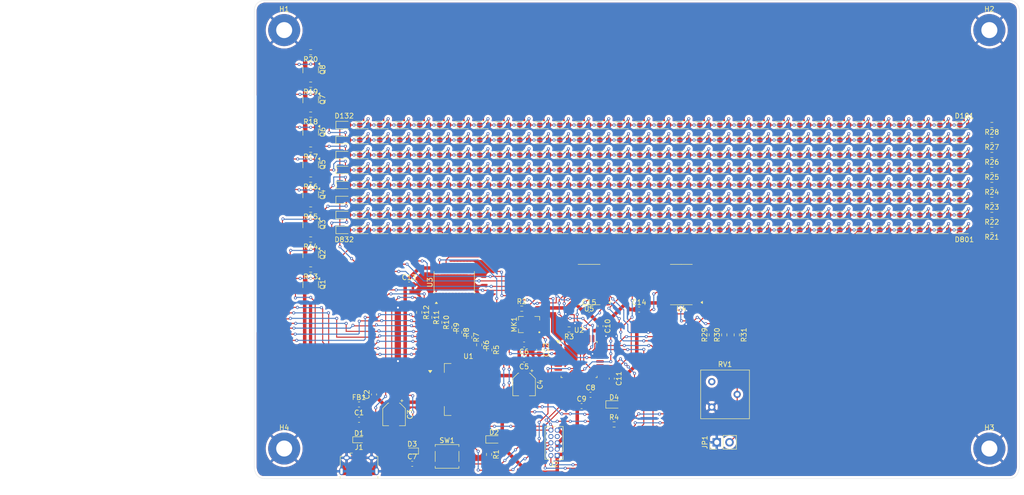
<source format=kicad_pcb>
(kicad_pcb (version 20241229) (generator "pcbnew") (generator_version "9.0")
  (title_block (title "Spekky Matrix PCB") (date "2025-05-28") (rev "v01") (comment 2 "Top mount I2S MEMS Mic"))
  (layers (0 "F.Cu" signal) (2 "B.Cu" signal) (13 "F.Paste" user) (15 "B.Paste" user) (5 "F.SilkS" user "F.Silkscreen") (7 "B.SilkS" user "B.Silkscreen") (1 "F.Mask" user) (3 "B.Mask" user) (25 "Edge.Cuts" user))
  (net 0 "")
  (net 1 "VBUS")
  (net 2 "GND")
  (net 3 "+5V")
  (net 4 "+3V3")
  (net 5 "/STM32 MCU/NRST")
  (net 6 "/STM32 MCU/GPIO_DEBUG1")
  (net 7 "/LED DRIVING/COL1")
  (net 8 "/LED DRIVING/ROW1")
  (net 9 "/LED DRIVING/COL2")
  (net 10 "/LED DRIVING/COL3")
  (net 11 "/LED DRIVING/COL4")
  (net 12 "/LED DRIVING/COL5")
  (net 13 "/LED DRIVING/COL6")
  (net 14 "/LED DRIVING/COL7")
  (net 15 "/LED DRIVING/COL8")
  (net 16 "/LED DRIVING/COL9")
  (net 17 "/LED DRIVING/COL10")
  (net 18 "/LED DRIVING/COL11")
  (net 19 "/LED DRIVING/COL12")
  (net 20 "/LED DRIVING/COL13")
  (net 21 "/LED DRIVING/COL14")
  (net 22 "/LED DRIVING/COL15")
  (net 23 "/LED DRIVING/COL16")
  (net 24 "/LED DRIVING/COL17")
  (net 25 "/LED DRIVING/COL18")
  (net 26 "/LED DRIVING/COL19")
  (net 27 "/LED DRIVING/COL20")
  (net 28 "/LED DRIVING/COL21")
  (net 29 "/LED DRIVING/COL22")
  (net 30 "/LED DRIVING/COL23")
  (net 31 "/LED DRIVING/COL24")
  (net 32 "/LED DRIVING/COL25")
  (net 33 "/LED DRIVING/COL26")
  (net 34 "/LED DRIVING/COL27")
  (net 35 "/LED DRIVING/COL28")
  (net 36 "/LED DRIVING/COL29")
  (net 37 "/LED DRIVING/COL30")
  (net 38 "/LED DRIVING/COL31")
  (net 39 "/LED DRIVING/COL32")
  (net 40 "/LED DRIVING/ROW2")
  (net 41 "/LED DRIVING/ROW3")
  (net 42 "/LED DRIVING/ROW4")
  (net 43 "/LED DRIVING/ROW5")
  (net 44 "/LED DRIVING/ROW6")
  (net 45 "/LED DRIVING/ROW7")
  (net 46 "/LED DRIVING/ROW8")
  (net 50 "/LED DRIVING/SPI_CLK")
  (net 51 "/STM32 MCU/SWD_SWDIO")
  (net 53 "/STM32 MCU/SWD_SWCLK")
  (net 55 "Net-(JP1-B)")
  (net 56 "/I2S MIC/I2S_WS")
  (net 58 "/I2S MIC/I2S_SD")
  (net 59 "/I2S MIC/I2S_SCK")
  (net 60 "Net-(Q1-G)")
  (net 61 "Net-(Q2-G)")
  (net 62 "Net-(Q3-G)")
  (net 63 "Net-(Q4-G)")
  (net 64 "Net-(Q5-G)")
  (net 65 "Net-(Q6-G)")
  (net 66 "Net-(Q7-G)")
  (net 67 "Net-(Q8-G)")
  (net 68 "Net-(U2-PB8)")
  (net 69 "/LED DRIVING/~{OUT7}")
  (net 70 "/LED DRIVING/~{OUT6}")
  (net 71 "/LED DRIVING/~{OUT5}")
  (net 72 "/LED DRIVING/~{OUT4}")
  (net 73 "/LED DRIVING/~{OUT3}")
  (net 74 "/LED DRIVING/~{OUT2}")
  (net 75 "/LED DRIVING/~{OUT1}")
  (net 76 "/LED DRIVING/~{OUT0}")
  (net 77 "/LED DRIVING/REXT1")
  (net 78 "/LED DRIVING/REXT3")
  (net 79 "/LED DRIVING/REXT2")
  (net 81 "/LED DRIVING/GPIO_LE")
  (net 83 "/LED DRIVING/SPI_OE")
  (net 96 "/LED DRIVING/SPI_MOSI")
  (net 102 "Net-(U3-SDI)")
  (net 108 "Net-(U4-SDI)")
  (net 109 "/POWER SHEET/3V3_PWR_LED_K")
  (net 110 "Net-(D4-K)")
  (footprint "Capacitor_SMD:C_0603_1608Metric" (layer "F.Cu") (at 122.25 116)
    (property "Reference" "C8")
    (property "Value" "100n")
  )
  (footprint "Package_TO_SOT_SMD:SOT-23" (layer "F.Cu") (at 66.3 50.92 -90)
    (property "Reference" "Q8")
    (property "Value" "DMP3125L-7")
  )
  (footprint "LED_SMD:LED_0603_1608Metric_Pad1.05x0.95mm_HandSolder" (layer "F.Cu") (at 77 74)
    (property "Reference" "D531" (hide yes))
    (property "Value" "LTST-C190KRKT" (hide yes))
  )
  (footprint "LED_SMD:LED_0603_1608Metric_Pad1.05x0.95mm_HandSolder" (layer "F.Cu") (at 181 65)
    (property "Reference" "D205" (hide yes))
    (property "Value" "LTST-C190KRKT" (hide yes))
  )
  (footprint "LED_SMD:LED_0603_1608Metric_Pad1.05x0.95mm_HandSolder" (layer "F.Cu") (at 81 77)
    (property "Reference" "D630" (hide yes))
    (property "Value" "LTST-C190KRKT" (hide yes))
  )
  (footprint "LED_SMD:LED_0603_1608Metric_Pad1.05x0.95mm_HandSolder" (layer "F.Cu") (at 85 80)
    (property "Reference" "D729" (hide yes))
    (property "Value" "LTST-C190KRKT" (hide yes))
  )
  (footprint "LED_SMD:LED_0603_1608Metric_Pad1.05x0.95mm_HandSolder" (layer "F.Cu") (at 77 83)
    (property "Reference" "D831" (hide yes))
    (property "Value" "LTST-C190KRKT" (hide yes))
  )
  (footprint "LED_SMD:LED_0603_1608Metric_Pad1.05x0.95mm_HandSolder" (layer "F.Cu") (at 177 77)
    (property "Reference" "D606" (hide yes))
    (property "Value" "LTST-C190KRKT" (hide yes))
  )
  (footprint "LED_SMD:LED_0603_1608Metric_Pad1.05x0.95mm_HandSolder" (layer "F.Cu") (at 113 80)
    (property "Reference" "D722" (hide yes))
    (property "Value" "LTST-C190KRKT" (hide yes))
  )
  (footprint "LED_SMD:LED_0603_1608Metric_Pad1.05x0.95mm_HandSolder" (layer "F.Cu") (at 169 62)
    (property "Reference" "D108" (hide yes))
    (property "Value" "LTST-C190KRKT" (hide yes))
  )
  (footprint "LED_SMD:LED_0603_1608Metric_Pad1.05x0.95mm_HandSolder" (layer "F.Cu") (at 81 74)
    (property "Reference" "D530" (hide yes))
    (property "Value" "LTST-C190KRKT" (hide yes))
  )
  (footprint "Package_SO:HTSSOP-24-1EP_4.4x7.8mm_P0.65mm_EP3.2x5mm" (layer "F.Cu") (at 95 93.5 90)
    (property "Reference" "U3")
    (property "Value" "STP16CP05XT")
  )
  (footprint "Resistor_SMD:R_0603_1608Metric" (layer "F.Cu") (at 100 106 -90)
    (property "Reference" "R6")
    (property "Value" "10R")
  )
  (footprint "Potentiometer_THT:Potentiometer_Bourns_3386F_Vertical" (layer "F.Cu") (at 146.5 118.45)
    (property "Reference" "RV1")
    (property "Value" "2K2")
  )
  (footprint "LED_SMD:LED_0603_1608Metric_Pad1.05x0.95mm_HandSolder" (layer "F.Cu") (at 93 71)
    (property "Reference" "D427" (hide yes))
    (property "Value" "LTST-C190KRKT" (hide yes))
  )
  (footprint "LED_SMD:LED_0603_1608Metric_Pad1.05x0.95mm_HandSolder" (layer "F.Cu") (at 197 68)
    (property "Reference" "D301" (hide yes))
    (property "Value" "LTST-C190KRKT" (hide yes))
  )
  (footprint "LED_SMD:LED_0603_1608Metric_Pad1.05x0.95mm_HandSolder" (layer "F.Cu") (at 169 74)
    (property "Reference" "D508" (hide yes))
    (property "Value" "LTST-C190KRKT" (hide yes))
  )
  (footprint "Diode_SMD:D_SOD-523" (layer "F.Cu") (at 75.97 125)
    (property "Reference" "D1")
    (property "Value" "PESD5V0X1UAB")
  )
  (footprint "Capacitor_SMD:C_0603_1608Metric" (layer "F.Cu") (at 75.97 121)
    (property "Reference" "C1")
    (property "Value" "10n")
  )
  (footprint "LED_SMD:LED_0603_1608Metric_Pad1.05x0.95mm_HandSolder" (layer "F.Cu") (at 125 71)
    (property "Reference" "D419" (hide yes))
    (property "Value" "LTST-C190KRKT" (hide yes))
  )
  (footprint "LED_SMD:LED_0603_1608Metric_Pad1.05x0.95mm_HandSolder" (layer "F.Cu") (at 97 77)
    (property "Reference" "D626" (hide yes))
    (property "Value" "LTST-C190KRKT" (hide yes))
  )
  (footprint "LED_SMD:LED_0603_1608Metric_Pad1.05x0.95mm_HandSolder" (layer "F.Cu") (at 145 62)
    (property "Reference" "D114" (hide yes))
    (property "Value" "LTST-C190KRKT" (hide yes))
  )
  (footprint "LED_SMD:LED_0603_1608Metric_Pad1.05x0.95mm_HandSolder" (layer "F.Cu") (at 113 62)
    (property "Reference" "D122" (hide yes))
    (property "Value" "LTST-C190KRKT" (hide yes))
  )
  (footprint "LED_SMD:LED_0603_1608Metric_Pad1.05x0.95mm_HandSolder" (layer "F.Cu") (at 85 74)
    (property "Reference" "D529" (hide yes))
    (property "Value" "LTST-C190KRKT" (hide yes))
  )
  (footprint "LED_SMD:LED_0603_1608Metric_Pad1.05x0.95mm_HandSolder" (layer "F.Cu") (at 73 65)
    (property "Reference" "D232" (hide yes))
    (property "Value" "LTST-C190KRKT" (hide yes))
  )
  (footprint "LED_SMD:LED_0603_1608Metric_Pad1.05x0.95mm_HandSolder" (layer "F.Cu") (at 137 68)
    (property "Reference" "D316" (hide yes))
    (property "Value" "LTST-C190KRKT" (hide yes))
  )
  (footprint "LED_SMD:LED_0603_1608Metric_Pad1.05x0.95mm_HandSolder" (layer "F.Cu") (at 185 71)
    (property "Reference" "D404" (hide yes))
    (property "Value" "LTST-C190KRKT" (hide yes))
  )
  (footprint "LED_SMD:LED_0603_1608Metric_Pad1.05x0.95mm_HandSolder" (layer "F.Cu") (at 73 62)
    (property "Reference" "D132")
    (property "Value" "LTST-C190KRKT" (hide yes))
  )
  (footprint "LED_SMD:LED_0603_1608Metric_Pad1.05x0.95mm_HandSolder" (layer "F.Cu") (at 121 62)
    (property "Reference" "D120" (hide yes))
    (property "Value" "LTST-C190KRKT" (hide yes))
  )
  (footprint "LED_SMD:LED_0603_1608Metric_Pad1.05x0.95mm_HandSolder" (layer "F.Cu") (at 125 83)
    (property "Reference" "D819" (hide yes))
    (property "Value" "LTST-C190KRKT" (hide yes))
  )
  (footprint "Package_TO_SOT_SMD:SOT-23" (layer "F.Cu") (at 66.3 69.92 -90)
    (property "Reference" "Q5")
    (property "Value" "DMP3125L-7")
  )
  (footprint "Resistor_SMD:R_0603_1608Metric" (layer "F.Cu") (at 96 103.5 -90)
    (property "Reference" "R8")
    (property "Value" "10R")
  )
  (footprint "LED_SMD:LED_0603_1608Metric_Pad1.05x0.95mm_HandSolder" (layer "F.Cu") (at 177 62)
    (property "Reference" "D106" (hide yes))
    (property "Value" "LTST-C190KRKT" (hide yes))
  )
  (footprint "LED_SMD:LED_0603_1608Metric_Pad1.05x0.95mm_HandSolder" (layer "F.Cu") (at 189 65)
    (property "Reference" "D203" (hide yes))
    (property "Value" "LTST-C190KRKT" (hide yes))
  )
  (footprint "LED_SMD:LED_0603_1608Metric_Pad1.05x0.95mm_HandSolder" (layer "F.Cu") (at 153 71)
    (property "Reference" "D412" (hide yes))
    (property "Value" "LTST-C190KRKT" (hide yes))
  )
  (footprint "LED_SMD:LED_0603_1608Metric_Pad1.05x0.95mm_HandSolder" (layer "F.Cu") (at 105 65)
    (property "Reference" "D224" (hide yes))
    (property "Value" "LTST-C190KRKT" (hide yes))
  )
  (footprint "LED_SMD:LED_0603_1608Metric_Pad1.05x0.95mm_HandSolder" (layer "F.Cu") (at 117 62)
    (property "Reference" "D121" (hide yes))
    (property "Value" "LTST-C190KRKT" (hide yes))
  )
  (footprint "LED_SMD:LED_0603_1608Metric_Pad1.05x0.95mm_HandSolder" (layer "F.Cu") (at 129 83)
    (property "Reference" "D818" (hide yes))
    (property "Value" "LTST-C190KRKT" (hide yes))
  )
  (footprint "LED_SMD:LED_0603_1608Metric_Pad1.05x0.95mm_HandSolder" (layer "F.Cu") (at 101 83)
    (property "Reference" "D825" (hide yes))
    (property "Value" "LTST-C190KRKT" (hide yes))
  )
  (footprint "LED_SMD:LED_0603_1608Metric_Pad1.05x0.95mm_HandSolder" (layer "F.Cu") (at 149 74)
    (property "Reference" "D513" (hide yes))
    (property "Value" "LTST-C190KRKT" (hide yes))
  )
  (footprint "LED_SMD:LED_0603_1608Metric_Pad1.05x0.95mm_HandSolder" (layer "F.Cu") (at 133 83)
    (property "Reference" "D817" (hide yes))
    (property "Value" "LTST-C190KRKT" (hide yes))
  )
  (footprint "Resistor_SMD:R_0603_1608Metric" (layer "F.Cu") (at 66.3 47.42 180)
    (property "Reference" "R20")
    (property "Value" "1K")
  )
  (footprint "LED_SMD:LED_0603_1608Metric_Pad1.05x0.95mm_HandSolder" (layer "F.Cu") (at 165 80)
    (property "Reference" "D709" (hide yes))
    (property "Value" "LTST-C190KRKT" (hide yes))
  )
  (footprint "Resistor_SMD:R_0603_1608Metric" (layer "F.Cu") (at 90 100.5 -90)
    (property "Reference" "R11")
    (property "Value" "10R")
  )
  (footprint "LED_SMD:LED_0603_1608Metric_Pad1.05x0.95mm_HandSolder" (layer "F.Cu") (at 173 83)
    (property "Reference" "D807" (hide yes))
    (property "Value" "LTST-C190KRKT" (hide yes))
  )
  (footprint "LED_SMD:LED_0603_1608Metric_Pad1.05x0.95mm_HandSolder" (layer "F.Cu") (at 77 68)
    (property "Reference" "D331" (hide yes))
    (property "Value" "LTST-C190KRKT" (hide yes))
  )
  (footprint "LED_SMD:LED_0603_1608Metric_Pad1.05x0.95mm_HandSolder" (layer "F.Cu") (at 173 74)
    (property "Reference" "D507" (hide yes))
    (property "Value" "LTST-C190KRKT" (hide yes))
  )
  (footprint "LED_SMD:LED_0603_1608Metric_Pad1.05x0.95mm_HandSolder" (layer "F.Cu") (at 97 83)
    (property "Reference" "D826" (hide yes))
    (property "Value" "LTST-C190KRKT" (hide yes))
  )
  (footprint "LED_SMD:LED_0603_1608Metric_Pad1.05x0.95mm_HandSolder" (layer "F.Cu") (at 133 77)
    (property "Reference" "D617" (hide yes))
    (property "Value" "LTST-C190KRKT" (hide yes))
  )
  (footprint "Resistor_SMD:R_0603_1608Metric" (layer "F.Cu") (at 146.5 104 90)
    (property "Reference" "R29")
    (property "Value" "1K")
  )
  (footprint "LED_SMD:LED_0603_1608Metric_Pad1.05x0.95mm_HandSolder" (layer "F.Cu") (at 93 80)
    (property "Reference" "D727" (hide yes))
    (property "Value" "LTST-C190KRKT" (hide yes))
  )
  (footprint "Capacitor_SMD:C_0603_1608Metric" (layer "F.Cu") (at 120.47 118.25)
    (property "Reference" "C9")
    (property "Value" "1u")
  )
  (footprint "LED_SMD:LED_0603_1608Metric_Pad1.05x0.95mm_HandSolder" (layer "F.Cu") (at 101 74)
    (property "Reference" "D525" (hide yes))
    (property "Value" "LTST-C190KRKT" (hide yes))
  )
  (footprint "Capacitor_SMD:CP_Elec_4x4.5" (layer "F.Cu") (at 82.97 119.93 -90)
    (property "Reference" "C3")
    (property "Value" "10u")
  )
  (footprint "LED_SMD:LED_0603_1608Metric_Pad1.05x0.95mm_HandSolder" (layer "F.Cu") (at 117 74)
    (property "Reference" "D521" (hide yes))
    (property "Value" "LTST-C190KRKT" (hide yes))
  )
  (footprint "LED_SMD:LED_0603_1608Metric_Pad1.05x0.95mm_HandSolder" (layer "F.Cu") (at 129 62)
    (property "Reference" "D118" (hide yes))
    (property "Value" "LTST-C190KRKT" (hide yes))
  )
  (footprint "Package_QFP:LQFP-32_7x7mm_P0.8mm" (layer "F.Cu") (at 119.97 108.93)
    (property "Reference" "U2")
    (property "Value" "STM32G431K8Tx")
  )
  (footprint "Resistor_SMD:R_0603_1608Metric" (layer "F.Cu") (at 66.3 84.92 180)
    (property "Reference" "R14")
    (property "Value" "1K")
  )
  (footprint "LED_SMD:LED_0603_1608Metric_Pad1.05x0.95mm_HandSolder" (layer "F.Cu") (at 181 62)
    (property "Reference" "D105" (hide yes))
    (property "Value" "LTST-C190KRKT" (hide yes))
  )
  (footprint "LED_SMD:LED_0603_1608Metric_Pad1.05x0.95mm_HandSolder" (layer "F.Cu") (at 169 65)
    (property "Reference" "D208" (hide yes))
    (property "Value" "LTST-C190KRKT" (hide yes))
  )
  (footprint "LED_SMD:LED_0603_1608Metric_Pad1.05x0.95mm_HandSolder" (layer "F.Cu") (at 177 83)
    (property "Reference" "D806" (hide yes))
    (property "Value" "LTST-C190KRKT" (hide yes))
  )
  (footprint "Capacitor_SMD:C_0603_1608Metric" (layer "F.Cu") (at 124.25 102.25 -90)
    (property "Reference" "C10")
    (property "Value" "4u7")
  )
  (footprint "LED_SMD:LED_0603_1608Metric_Pad1.05x0.95mm_HandSolder" (layer "F.Cu") (at 185 80)
    (property "Reference" "D704" (hide yes))
    (property "Value" "LTST-C190KRKT" (hide yes))
  )
  (footprint "LED_SMD:LED_0603_1608Metric_Pad1.05x0.95mm_HandSolder" (layer "F.Cu") (at 101 71)
    (property "Reference" "D425" (hide yes))
    (property "Value" "LTST-C190KRKT" (hide yes))
  )
  (footprint "Resistor_SMD:R_0603_1608Metric" (layer "F.Cu") (at 202.5 62 180)
    (property "Reference" "R28")
    (property "Value" "5K1")
  )
  (footprint "Capacitor_SMD:C_0603_1608Metric" (layer "F.Cu") (at 85.97 93.93)
    (property "Reference" "C13")
    (property "Value" "100n")
  )
  (footprint "LED_SMD:LED_0603_1608Metric_Pad1.05x0.95mm_HandSolder" (layer "F.Cu") (at 125 77)
    (property "Reference" "D619" (hide yes))
    (property "Value" "LTST-C190KRKT" (hide yes))
  )
  (footprint "LED_SMD:LED_0603_1608Metric_Pad1.05x0.95mm_HandSolder" (layer "F.Cu") (at 141 80)
    (property "Reference" "D715" (hide yes))
    (property "Value" "LTST-C190KRKT" (hide yes))
  )
  (footprint "LED_SMD:LED_0603_1608Metric_Pad1.05x0.95mm_HandSolder" (layer "F.Cu") (at 97 80)
    (property "Reference" "D726" (hide yes))
    (property "Value" "LTST-C190KRKT" (hide yes))
  )
  (footprint "LED_SMD:LED_0603_1608Metric_Pad1.05x0.95mm_HandSolder" (layer "F.Cu") (at 85 65)
    (property "Reference" "D229" (hide yes))
    (property "Value" "LTST-C190KRKT" (hide yes))
  )
  (footprint "LED_SMD:LED_0603_1608Metric_Pad1.05x0.95mm_HandSolder" (layer "F.Cu") (at 153 74)
    (property "Reference" "D512" (hide yes))
    (property "Value" "LTST-C190KRKT" (hide yes))
  )
  (footprint "Resistor_SMD:R_0603_1608Metric" (layer "F.Cu") (at 126.97 121.93)
    (property "Reference" "R4")
    (property "Value" "1K")
  )
  (footprint "LED_SMD:LED_0603_1608Metric_Pad1.05x0.95mm_HandSolder" (layer "F.Cu") (at 173 71)
    (property "Reference" "D407" (hide yes))
    (property "Value" "LTST-C190KRKT" (hide yes))
  )
  (footprint "LED_SMD:LED_0603_1608Metric_Pad1.05x0.95mm_HandSolder" (layer "F.Cu") (at 149 83)
    (property "Reference" "D813" (hide yes))
    (property "Value" "LTST-C190KRKT" (hide yes))
  )
  (footprint "LED_SMD:LED_0603_1608Metric_Pad1.05x0.95mm_HandSolder" (layer "F.Cu") (at 125 62)
    (property "Reference" "D119" (hide yes))
    (property "Value" "LTST-C190KRKT" (hide yes))
  )
  (footprint "LED_SMD:LED_0603_1608Metric_Pad1.05x0.95mm_HandSolder" (layer "F.Cu") (at 113 68)
    (property "Reference" "D322" (hide yes))
    (property "Value" "LTST-C190KRKT" (hide yes))
  )
  (footprint "LED_SMD:LED_0603_1608Metric_Pad1.05x0.95mm_HandSolder" (layer "F.Cu") (at 89 71)
    (property "Reference" "D428" (hide yes))
    (property "Value" "LTST-C190KRKT" (hide yes))
  )
  (footprint "Resistor_SMD:R_0603_1608Metric" (layer "F.Cu") (at 151.5 104 -90)
    (property "Reference" "R31")
    (property "Value" "1K")
  )
  (footprint "LED_SMD:LED_0603_1608Metric_Pad1.05x0.95mm_HandSolder" (layer "F.Cu") (at 89 65)
    (property "Reference" "D228" (hide yes))
    (property "Value" "LTST-C190KRKT" (hide yes))
  )
  (footprint "Resistor_SMD:R_0603_1608Metric" (layer "F.Cu") (at 202.5 71 180)
    (property "Reference" "R25")
    (property "Value" "5K1")
  )
  (footprint "LED_SMD:LED_0603_1608Metric_Pad1.05x0.95mm_HandSolder" (layer "F.Cu") (at 149 62)
    (property "Reference" "D113" (hide yes))
    (property "Value" "LTST-C190KRKT" (hide yes))
  )
  (footprint "LED_SMD:LED_0603_1608Metric_Pad1.05x0.95mm_HandSolder" (layer "F.Cu") (at 89 68)
    (property "Reference" "D328" (hide yes))
    (property "Value" "LTST-C190KRKT" (hide yes))
  )
  (footprint "LED_SMD:LED_0603_1608Metric_Pad1.05x0.95mm_HandSolder" (layer "F.Cu") (at 125 74)
    (property "Reference" "D519" (hide yes))
    (property "Value" "LTST-C190KRKT" (hide yes))
  )
  (footprint "LED_SMD:LED_0603_1608Metric_Pad1.05x0.95mm_HandSolder" (layer "F.Cu") (at 137 71)
    (property "Reference" "D416" (hide yes))
    (property "Value" "LTST-C190KRKT" (hide yes))
  )
  (footprint "LED_SMD:LED_0603_1608Metric_Pad1.05x0.95mm_HandSolder" (layer "F.Cu") (at 101 77)
    (property "Reference" "D625" (hide yes))
    (property "Value" "LTST-C190KRKT" (hide yes))
  )
  (footprint "LED_SMD:LED_0603_1608Metric_Pad1.05x0.95mm_HandSolder" (layer "F.Cu") (at 161 80)
    (property "Reference" "D710" (hide yes))
    (property "Value" "LTST-C190KRKT" (hide yes))
  )
  (footprint "LED_SMD:LED_0603_1608Metric_Pad1.05x0.95mm_HandSolder" (layer "F.Cu") (at 153 83)
    (property "Reference" "D812" (hide yes))
    (property "Value" "LTST-C190KRKT" (hide yes))
  )
  (footprint "LED_SMD:LED_0603_1608Metric_Pad1.05x0.95mm_HandSolder" (layer "F.Cu") (at 161 74)
    (property "Reference" "D510" (hide yes))
    (property "Value" "LTST-C190KRKT" (hide yes))
  )
  (footprint "LED_SMD:LED_0603_1608Metric_Pad1.05x0.95mm_HandSolder" (layer "F.Cu") (at 85 71)
    (property "Reference" "D429" (hide yes))
    (property "Value" "LTST-C190KRKT" (hide yes))
  )
  (footprint "LED_SMD:LED_0603_1608Metric_Pad1.05x0.95mm_HandSolder" (layer "F.Cu") (at 93 77)
    (property "Reference" "D627" (hide yes))
    (property "Value" "LTST-C190KRKT" (hide yes))
  )
  (footprint "LED_SMD:LED_0603_1608Metric_Pad1.05x0.95mm_HandSolder" (layer "F.Cu") (at 181 83)
    (property "Reference" "D805" (hide yes))
    (property "Value" "LTST-C190KRKT" (hide yes))
  )
  (footprint "Package_TO_SOT_SMD:SOT-23" (layer "F.Cu") (at 66.3 81.92 -90)
    (property "Reference" "Q3")
    (property "Value" "DMP3125L-7")
  )
  (footprint "Resistor_SMD:R_0603_1608Metric" (layer "F.Cu") (at 66.3 53.92 180)
    (property "Reference" "R19")
    (property "Value" "1K")
  )
  (footprint "LED_SMD:LED_0603_1608Metric_Pad1.05x0.95mm_HandSolder" (layer "F.Cu") (at 121 77)
    (property "Reference" "D620" (hide yes))
    (property "Value" "LTST-C190KRKT" (hide yes))
  )
  (footprint "LED_SMD:LED_0603_1608Metric_Pad1.05x0.95mm_HandSolder" (layer "F.Cu") (at 73 80)
    (property "Reference" "D732" (hide yes))
    (property "Value" "LTST-C190KRKT" (hide yes))
  )
  (footprint "Resistor_SMD:R_0603_1608Metric" (layer "F.Cu") (at 66.3 78.92 180)
    (property "Reference" "R15")
    (property "Value" "1K")
  )
  (footprint "LED_SMD:LED_0603_1608Metric_Pad1.05x0.95mm_HandSolder" (layer "F.Cu") (at 121 71)
    (property "Reference" "D420" (hide yes))
    (property "Value" "LTST-C190KRKT" (hide yes))
  )
  (footprint "LED_SMD:LED_0603_1608Metric_Pad1.05x0.95mm_HandSolder" (layer "F.Cu") (at 193 77)
    (property "Reference" "D602" (hide yes))
    (property "Value" "LTST-C190KRKT" (hide yes))
  )
  (footprint "LED_SMD:LED_0603_1608Metric_Pad1.05x0.95mm_HandSolder" (layer "F.Cu") (at 189 68)
    (property "Reference" "D303" (hide yes))
    (property "Value" "LTST-C190KRKT" (hide yes))
  )
  (footprint "LED_SMD:LED_0603_1608Metric_Pad1.05x0.95mm_HandSolder" (layer "F.Cu") (at 81 71)
    (property "Reference" "D430" (hide yes))
    (property "Value" "LTST-C190KRKT" (hide yes))
  )
  (footprint "LED_SMD:LED_0603_1608Metric_Pad1.05x0.95mm_HandSolder" (layer "F.Cu") (at 185 77)
    (property "Reference" "D604" (hide yes))
    (property "Value" "LTST-C190KRKT" (hide yes))
  )
  (footprint "LED_SMD:LED_0603_1608Metric_Pad1.05x0.95mm_HandSolder" (layer "F.Cu") (at 93 68)
    (property "Reference" "D327" (hide yes))
    (property "Value" "LTST-C190KRKT" (hide yes))
  )
  (footprint "LED_SMD:LED_0603_1608Metric_Pad1.05x0.95mm_HandSolder" (layer "F.Cu") (at 137 80)
    (property "Reference" "D716" (hide yes))
    (property "Value" "LTST-C190KRKT" (hide yes))
  )
  (footprint "Resistor_SMD:R_0603_1608Metric" (layer "F.Cu") (at 101.97 127.93 -90)
    (property "Reference" "R1")
    (property "Value" "1K")
  )
  (footprint "LED_SMD:LED_0603_1608Metric_Pad1.05x0.95mm_HandSolder" (layer "F.Cu") (at 121 65)
    (property "Reference" "D220" (hide yes))
    (property "Value" "LTST-C190KRKT" (hide yes))
  )
  (footprint "Resistor_SMD:R_0603_1608Metric" (layer "F.Cu") (at 66.3 90.92 180)
    (property "Reference" "R13")
    (property "Value" "1K")
  )
  (footprint "LED_SMD:LED_0603_1608Metric_Pad1.05x0.95mm_HandSolder" (layer "F.Cu") (at 97 62)
    (property "Reference" "D126" (hide yes))
    (property "Value" "LTST-C190KRKT" (hide yes))
  )
  (footprint "LED_SMD:LED_0603_1608Metric_Pad1.05x0.95mm_HandSolder" (layer "F.Cu") (at 141 68)
    (property "Reference" "D315" (hide yes))
    (property "Value" "LTST-C190KRKT" (hide yes))
  )
  (footprint "LED_SMD:LED_0603_1608Metric_Pad1.05x0.95mm_HandSolder" (layer "F.Cu") (at 141 65)
    (property "Reference" "D215" (hide yes))
    (property "Value" "LTST-C190KRKT" (hide yes))
  )
  (footprint "LED_SMD:LED_0603_1608Metric_Pad1.05x0.95mm_HandSolder" (layer "F.Cu") (at 177 68)
    (property "Reference" "D306" (hide yes))
    (property "Value" "LTST-C190KRKT" (hide yes))
  )
  (footprint "LED_SMD:LED_0603_1608Metric_Pad1.05x0.95mm_HandSolder" (layer "F.Cu") (at 165 74)
    (property "Reference" "D509" (hide yes))
    (property "Value" "LTST-C190KRKT" (hide yes))
  )
  (footprint "LED_SMD:LED_0603_1608Metric_Pad1.05x0.95mm_HandSolder" (layer "F.Cu") (at 97 71)
    (property "Reference" "D426" (hide yes))
    (property "Value" "LTST-C190KRKT" (hide yes))
  )
  (footprint "LED_SMD:LED_0603_1608Metric_Pad1.05x0.95mm_HandSolder" (layer "F.Cu") (at 161 62)
    (property "Reference" "D110" (hide yes))
    (property "Value" "LTST-C190KRKT" (hide yes))
  )
  (footprint "LED_SMD:LED_0603_1608Metric_Pad1.05x0.95mm_HandSolder" (layer "F.Cu") (at 145 65)
    (property "Reference" "D214" (hide yes))
    (property "Value" "LTST-C190KRKT" (hide yes))
  )
  (footprint "Resistor_SMD:R_0603_1608Metric" (layer "F.Cu") (at 98 104.5 -90)
    (property "Reference" "R7")
    (property "Value" "10R")
  )
  (footprint "spekky_matrix:LGA-8_2x4_3.0x4.0mm_P1.0mm" (layer "F.Cu") (at 109.97 101.93 90)
    (property "Reference" "MK1")
    (property "Value" "MSM261S4030H0R I2S Mic")
  )
  (footprint "LED_SMD:LED_0603_1608Metric_Pad1.05x0.95mm_HandSolder" (layer "F.Cu") (at 113 77)
    (property "Reference" "D622" (hide yes))
    (property "Value" "LTST-C190KRKT" (hide yes))
  )
  (footprint "Resistor_SMD:R_0603_1608Metric" (layer "F.Cu") (at 102 107 -90)
    (property "Reference" "R5")
    (property "Value" "10R")
  )
  (footprint "LED_SMD:LED_0603_1608Metric_Pad1.05x0.95mm_HandSolder" (layer "F.Cu") (at 109 71)
    (property "Reference" "D423" (hide yes))
    (property "Value" "LTST-C190KRKT" (hide yes))
  )
  (footprint "LED_SMD:LED_0603_1608Metric_Pad1.05x0.95mm_HandSolder" (layer "F.Cu") (at 105 83)
    (property "Reference" "D824" (hide yes))
    (property "Value" "LTST-C190KRKT" (hide yes))
  )
  (footprint "LED_SMD:LED_0603_1608Metric_Pad1.05x0.95mm_HandSolder" (layer "F.Cu") (at 121 68)
    (property "Reference" "D320" (hide yes))
    (property "Value" "LTST-C190KRKT" (hide yes))
  )
  (footprint "LED_SMD:LED_0603_1608Metric_Pad1.05x0.95mm_HandSolder" (layer "F.Cu") (at 102.97 124.93)
    (property "Reference" "D2")
    (property "Value" "LED_Small_Filled")
  )
  (footprint "Capacitor_SMD:C_0603_1608Metric" (layer "F.Cu") (at 108.97 108.93 180)
    (property "Reference" "C5")
    (property "Value" "10u")
  )
  (footprint "LED_SMD:LED_0603_1608Metric_Pad1.05x0.95mm_HandSolder" (layer "F.Cu") (at 93 83)
    (property "Reference" "D827" (hide yes))
    (property "Value" "LTST-C190KRKT" (hide yes))
  )
  (footprint "LED_SMD:LED_0603_1608Metric_Pad1.05x0.95mm_HandSolder" (layer "F.Cu") (at 109 62)
    (property "Reference" "D123" (hide yes))
    (property "Value" "LTST-C190KRKT" (hide yes))
  )
  (footprint "LED_SMD:LED_0603_1608Metric_Pad1.05x0.95mm_HandSolder" (layer "F.Cu") (at 181 68)
    (property "Reference" "D305" (hide yes))
    (property "Value" "LTST-C190KRKT" (hide yes))
  )
  (footprint "Resistor_SMD:R_0603_1608Metric" (layer "F.Cu") (at 202.5 83 180)
    (property "Reference" "R21")
    (property "Value" "5K1")
  )
  (footprint "Resistor_SMD:R_0603_1608Metric" (layer "F.Cu") (at 92 101.5 -90)
    (property "Reference" "R10")
    (property "Value" "10R")
  )
  (footprint "LED_SMD:LED_0603_1608Metric_Pad1.05x0.95mm_HandSolder" (layer "F.Cu") (at 133 80)
    (property "Reference" "D717" (hide yes))
    (property "Value" "LTST-C190KRKT" (hide yes))
  )
  (footprint "LED_SMD:LED_0603_1608Metric_Pad1.05x0.95mm_HandSolder" (layer "F.Cu") (at 193 71)
    (property "Reference" "D402" (hide yes))
    (property "Value" "LTST-C190KRKT" (hide yes))
  )
  (footprint "LED_SMD:LED_0603_1608Metric_Pad1.05x0.95mm_HandSolder" (layer "F.Cu") (at 129 71)
    (property "Reference" "D418" (hide yes))
    (property "Value" "LTST-C190KRKT" (hide yes))
  )
  (footprint "LED_SMD:LED_0603_1608Metric_Pad1.05x0.95mm_HandSolder" (layer "F.Cu") (at 77 77)
    (property "Reference" "D631" (hide yes))
    (property "Value" "LTST-C190KRKT" (hide yes))
  )
  (footprint "LED_SMD:LED_0603_1608Metric_Pad1.05x0.95mm_HandSolder" (layer "F.Cu") (at 73 74)
    (property "Reference" "D532" (hide yes))
    (property "Value" "LTST-C190KRKT" (hide yes))
  )
  (footprint "LED_SMD:LED_0603_1608Metric_Pad1.05x0.95mm_HandSolder" (layer "F.Cu") (at 117 71)
    (property "Reference" "D421" (hide yes))
    (property "Value" "LTST-C190KRKT" (hide yes))
  )
  (footprint "LED_SMD:LED_0603_1608Metric_Pad1.05x0.95mm_HandSolder" (layer "F.Cu") (at 157 71)
    (property "Reference" "D411" (hide yes))
    (property "Value" "LTST-C190KRKT" (hide yes))
  )
  (footprint "LED_SMD:LED_0603_1608Metric_Pad1.05x0.95mm_HandSolder" (layer "F.Cu") (at 81 65)
    (property "Reference" "D230" (hide yes))
    (property "Value" "LTST-C190KRKT" (hide yes))
  )
  (footprint "LED_SMD:LED_0603_1608Metric_Pad1.05x0.95mm_HandSolder" (layer "F.Cu") (at 197 71)
    (property "Reference" "D401" (hide yes))
    (property "Value" "LTST-C190KRKT" (hide yes))
  )
  (footprint "MountingHole:MountingHole_3.2mm_M3_Pad" (layer "F.Cu") (at 61 43)
    (property "Reference" "H1")
    (property "Value" "MountingHole_Pad")
  )
  (footprint "LED_SMD:LED_0603_1608Metric_Pad1.05x0.95mm_HandSolder" (layer "F.Cu") (at 145 83)
    (property "Reference" "D814" (hide yes))
    (property "Value" "LTST-C190KRKT" (hide yes))
  )
  (footprint "MountingHole:MountingHole_3.2mm_M3_Pad" (layer "F.Cu") (at 202 43)
    (property "Reference" "H2")
    (property "Value" "MountingHole_Pad")
  )
  (footprint "LED_SMD:LED_0603_1608Metric_Pad1.05x0.95mm_HandSolder" (layer "F.Cu") (at 137 62)
    (property "Reference" "D116" (hide yes))
    (property "Value" "LTST-C190KRKT" (hide yes))
  )
  (footprint "LED_SMD:LED_0603_1608Metric_Pad1.05x0.95mm_HandSolder" (layer "F.Cu") (at 101 80)
    (property "Reference" "D725" (hide yes))
    (property "Value" "LTST-C190KRKT" (hide yes))
  )
  (footprint "Resistor_SMD:R_0603_1608Metric" (layer "F.Cu") (at 202.5 65 180)
    (property "Reference" "R27")
    (property "Value" "5K1")
  )
  (footprint "LED_SMD:LED_0603_1608Metric_Pad1.05x0.95mm_HandSolder" (layer "F.Cu") (at 193 83)
    (property "Reference" "D802" (hide yes))
    (property "Value" "LTST-C190KRKT" (hide yes))
  )
  (footprint "LED_SMD:LED_0603_1608Metric_Pad1.05x0.95mm_HandSolder" (layer "F.Cu") (at 157 83)
    (property "Reference" "D811" (hide yes))
    (property "Value" "LTST-C190KRKT" (hide yes))
  )
  (footprint "LED_SMD:LED_0603_1608Metric_Pad1.05x0.95mm_HandSolder" (layer "F.Cu") (at 101 62)
    (property "Reference" "D125" (hide yes))
    (property "Value" "LTST-C190KRKT" (hide yes))
  )
  (footprint "Package_TO_SOT_SMD:SOT-23" (layer "F.Cu") (at 66.3 93.92 -90)
    (property "Reference" "Q1")
    (property "Value" "DMP3125L-7")
  )
  (footprint "LED_SMD:LED_0603_1608Metric_Pad1.05x0.95mm_HandSolder" (layer "F.Cu") (at 165 77)
    (property "Reference" "D609" (hide yes))
    (property "Value" "LTST-C190KRKT" (hide yes))
  )
  (footprint "Package_SO:HTSSOP-24-1EP_4.4x7.8mm_P0.65mm_EP3.2x5mm" (layer "F.Cu") (at 121.97 93.93 180)
    (property "Reference" "U5")
    (property "Value" "STP16CP05XT")
  )
  (footprint "LED_SMD:LED_0603_1608Metric_Pad1.05x0.95mm_HandSolder" (layer "F.Cu") (at 173 80)
    (property "Reference" "D707" (hide yes))
    (property "Value" "LTST-C190KRKT" (hide yes))
  )
  (footprint "LED_SMD:LED_0603_1608Metric_Pad1.05x0.95mm_HandSolder" (layer "F.Cu") (at 93 74)
    (property "Reference" "D527" (hide yes))
    (property "Value" "LTST-C190KRKT" (hide yes))
  )
  (footprint "LED_SMD:LED_0603_1608Metric_Pad1.05x0.95mm_HandSolder" (layer "F.Cu") (at 137 77)
    (property "Reference" "D616" (hide yes))
    (property "Value" "LTST-C190KRKT" (hide yes))
  )
  (footprint "Resistor_SMD:R_0603_1608Metric" (layer "F.Cu") (at 202.5 80 180)
    (property "Reference" "R22")
    (property "Value" "5K1")
  )
  (footprint "LED_SMD:LED_0603_1608Metric_Pad1.05x0.95mm_HandSolder" (layer "F.Cu") (at 153 62)
    (property "Reference" "D112" (hide yes))
    (property "Value" "LTST-C190KRKT" (hide yes))
  )
  (footprint "LED_SMD:LED_0603_1608Metric_Pad1.05x0.95mm_HandSolder" (layer "F.Cu") (at 189 77)
    (property "Reference" "D603" (hide yes))
    (property "Value" "LTST-C190KRKT" (hide yes))
  )
  (footprint "Diode_SMD:D_SOD-523" (layer "F.Cu") (at 86.6 127.25 180)
    (property "Reference" "D3")
    (property "Value" "PESD5V0X1UAB")
  )
  (footprint "LED_SMD:LED_0603_1608Metric_Pad1.05x0.95mm_HandSolder" (layer "F.Cu") (at 73 83)
    (property "Reference" "D832")
    (property "Value" "LTST-C190KRKT" (hide yes))
  )
  (footprint "LED_SMD:LED_0603_1608Metric_Pad1.05x0.95mm_HandSolder" (layer "F.Cu") (at 89 83)
    (property "Reference" "D828" (hide yes))
    (property "Value" "LTST-C190KRKT" (hide yes))
  )
  (footprint "Resistor_SMD:R_0603_1608Metric" (layer "F.Cu") (at 202.5 74 180)
    (property "Reference" "R24")
    (property "Value" "5K1")
  )
  (footprint "MountingHole:MountingHole_3.2mm_M3_Pad" (layer "F.Cu") (at 61 126.75)
    (property "Reference" "H4")
    (property "Value" "MountingHole_Pad")
  )
  (footprint "LED_SMD:LED_0603_1608Metric_Pad1.05x0.95mm_HandSolder" (layer "F.Cu") (at 109 74)
    (property "Reference" "D523" (hide yes))
    (property "Value" "LTST-C190KRKT" (hide yes))
  )
  (footprint "LED_SMD:LED_0603_1608Metric_Pad1.05x0.95mm_HandSolder" (layer "F.Cu") (at 169 80)
    (property "Reference" "D708" (hide yes))
    (property "Value" "LTST-C190KRKT" (hide yes))
  )
  (footprint "LED_SMD:LED_0603_1608Metric_Pad1.05x0.95mm_HandSolder" (layer "F.Cu") (at 117 83)
    (property "Reference" "D821" (hide yes))
    (property "Value" "LTST-C190KRKT" (hide yes))
  )
  (footprint "LED_SMD:LED_0603_1608Metric_Pad1.05x0.95mm_HandSolder" (layer "F.Cu") (at 77 62)
    (property "Reference" "D131" (hide yes))
    (property "Value" "LTST-C190KRKT" (hide yes))
  )
  (footprint "LED_SMD:LED_0603_1608Metric_Pad1.05x0.95mm_HandSolder" (layer "F.Cu") (at 113 71)
    (property "Reference" "D422" (hide yes))
    (property "Value" "LTST-C190KRKT" (hide yes))
  )
  (footprint "LED_SMD:LED_0603_1608Metric_Pad1.05x0.95mm_HandSolder" (layer "F.Cu") (at 77 80)
    (property "Reference" "D731" (hide yes))
    (property "Value" "LTST-C190KRKT" (hide yes))
  )
  (footprint "LED_SMD:LED_0603_1608Metric_Pad1.05x0.95mm_HandSolder" (layer "F.Cu") (at 149 77)
    (property "Reference" "D613" (hide yes))
    (property "Value" "LTST-C190KRKT" (hide yes))
  )
  (footprint "LED_SMD:LED_0603_1608Metric_Pad1.05x0.95mm_HandSolder" (layer "F.Cu") (at 125 65)
    (property "Reference" "D219" (hide yes))
    (property "Value" "LTST-C190KRKT" (hide yes))
  )
  (footprint "LED_SMD:LED_0603_1608Metric_Pad1.05x0.95mm_HandSolder" (layer "F.Cu") (at 81 68)
    (property "Reference" "D330" (hide yes))
    (property "Value" "LTST-C190KRKT" (hide yes))
  )
  (footprint "LED_SMD:LED_0603_1608Metric_Pad1.05x0.95mm_HandSolder" (layer "F.Cu") (at 81 62)
    (property "Reference" "D130" (hide yes))
    (property "Value" "LTST-C190KRKT" (hide yes))
  )
  (footprint "LED_SMD:LED_0603_1608Metric_Pad1.05x0.95mm_HandSolder" (layer "F.Cu") (at 133 71)
    (property "Reference" "D417" (hide yes))
    (property "Value" "LTST-C190KRKT" (hide yes))
  )
  (footprint "LED_SMD:LED_0603_1608Metric_Pad1.05x0.95mm_HandSolder" (layer "F.Cu") (at 109 65)
    (property "Reference" "D223" (hide yes))
    (property "Value" "LTST-C190KRKT" (hide yes))
  )
  (footprint "LED_SMD:LED_0603_1608Metric_Pad1.05x0.95mm_HandSolder" (layer "F.Cu") (at 141 71)
    (property "Reference" "D415" (hide yes))
    (property "Value" "LTST-C190KRKT" (hide yes))
  )
  (footprint "LED_SMD:LED_0603_1608Metric_Pad1.05x0.95mm_HandSolder" (layer "F.Cu") (at 85 68)
    (property "Reference" "D329" (hide yes))
    (property "Value" "LTST-C190KRKT" (hide yes))
  )
  (footprint "LED_SMD:LED_0603_1608Metric_Pad1.05x0.95mm_HandSolder" (layer "F.Cu") (at 173 77)
    (property "Reference" "D607" (hide yes))
    (property "Value" "LTST-C190KRKT" (hide yes))
  )
  (footprint "LED_SMD:LED_0603_1608Metric_Pad1.05x0.95mm_HandSolder" (layer "F.Cu") (at 77 71)
    (property "Reference" "D431" (hide yes))
    (property "Value" "LTST-C190KRKT" (hide yes))
  )
  (footprint "Capacitor_SMD:C_0603_1608Metric" (layer "F.Cu") (at 78.97 115.93 90)
    (property "Reference" "C2")
    (property "Value" "100n")
  )
  (footprint "LED_SMD:LED_0603_1608Metric_Pad1.05x0.95mm_HandSolder" (layer "F.Cu") (at 89 62)
    (property "Reference" "D128" (hide yes))
    (property "Value" "LTST-C190KRKT" (hide yes))
  )
  (footprint "LED_SMD:LED_0603_1608Metric_Pad1.05x0.95mm_HandSolder" (layer "F.Cu") (at 185 65)
    (property "Reference" "D204" (hide yes))
    (property "Value" "LTST-C190KRKT" (hide yes))
  )
  (footprint "LED_SMD:LED_0603_1608Metric_Pad1.05x0.95mm_HandSolder" (layer "F.Cu") (at 165 65)
    (property "Reference" "D209" (hide yes))
    (property "Value" "LTST-C190KRKT" (hide yes))
  )
  (footprint "LED_SMD:LED_0603_1608Metric_Pad1.05x0.95mm_HandSolder" (layer "F.Cu") (at 161 65)
    (property "Reference" "D210" (hide yes))
    (property "Value" "LTST-C190KRKT" (hide yes))
  )
  (footprint "LED_SMD:LED_0603_1608Metric_Pad1.05x0.95mm_HandSolder" (layer "F.Cu") (at 197 74)
    (property "Reference" "D501" (hide yes))
    (property "Value" "LTST-C190KRKT" (hide yes))
  )
  (footprint "LED_SMD:LED_0603_1608Metric_Pad1.05x0.95mm_HandSolder" (layer "F.Cu") (at 185 83)
    (property "Reference" "D804" (hide yes))
    (property "Value" "LTST-C190KRKT" (hide yes))
  )
  (footprint "LED_SMD:LED_0603_1608Metric_Pad1.05x0.95mm_HandSolder" (layer "F.Cu") (at 109 68)
    (property "Reference" "D323" (hide yes))
    (property "Value" "LTST-C190KRKT" (hide yes))
  )
  (footprint "LED_SMD:LED_0603_1608Metric_Pad1.05x0.95mm_HandSolder" (layer "F.Cu") (at 105 77)
    (property "Reference" "D624" (hide yes))
    (property "Value" "LTST-C190KRKT" (hide yes))
  )
  (footprint "Resistor_SMD:R_0603_1608Metric" (layer "F.Cu") (at 108.5 98.75)
    (property "Reference" "R2")
    (property "Value" "100K")
  )
  (footprint "Inductor_SMD:L_0603_1608Metric" (layer "F.Cu") (at 75.97 117.93)
    (property "Reference" "FB1")
    (property "Value" "30R @ 100 MHz")
  )
  (footprint "LED_SMD:LED_0603_1608Metric_Pad1.05x0.95mm_HandSolder" (layer "F.Cu") (at 97 68)
    (property "Reference" "D326" (hide yes))
    (property "Value" "LTST-C190KRKT" (hide yes))
  )
  (footprint "LED_SMD:LED_0603_1608Metric_Pad1.05x0.95mm_HandSolder" (layer "F.Cu") (at 161 71)
    (property "Reference" "D410" (hide yes))
    (property "Value" "LTST-C190KRKT" (hide yes))
  )
  (footprint "LED_SMD:LED_0603_1608Metric_Pad1.05x0.95mm_HandSolder" (layer "F.Cu") (at 129 80)
    (property "Reference" "D718" (hide yes))
    (property "Value" "LTST-C190KRKT" (hide yes))
  )
  (footprint "LED_SMD:LED_0603_1608Metric_Pad1.05x0.95mm_HandSolder" (layer "F.Cu") (at 129 65)
    (property "Reference" "D218" (hide yes))
    (property "Value" "LTST-C190KRKT" (hide yes))
  )
  (footprint "Package_TO_SOT_SMD:SOT-23" (layer "F.Cu") (at 66.3 75.92 -90)
    (property "Reference" "Q4")
    (property "Value" "DMP3125L-7")
  )
  (footprint "LED_SMD:LED_0603_1608Metric_Pad1.05x0.95mm_HandSolder" (layer "F.Cu") (at 145 71)
    (property "Reference" "D414" (hide yes))
    (property "Value" "LTST-C190KRKT" (hide yes))
  )
  (footprint "LED_SMD:LED_0603_1608Metric_Pad1.05x0.95mm_HandSolder" (layer "F.Cu") (at 173 65)
    (property "Reference" "D207" (hide yes))
    (property "Value" "LTST-C190KRKT" (hide yes))
  )
  (footprint "LED_SMD:LED_0603_1608Metric_Pad1.05x0.95mm_HandSolder" (layer "F.Cu") (at 181 80)
    (property "Reference" "D705" (hide yes))
    (property "Value" "LTST-C190KRKT" (hide yes))
  )
  (footprint "LED_SMD:LED_0603_1608Metric_Pad1.05x0.95mm_HandSolder" (layer "F.Cu") (at 185 62)
    (property "Reference" "D104" (hide yes))
    (property "Value" "LTST-C190KRKT" (hide yes))
  )
  (footprint "LED_SMD:LED_0603_1608Metric_Pad1.05x0.95mm_HandSolder" (layer "F.Cu") (at 73 71)
    (property "Reference" "D432" (hide yes))
    (property "Value" "LTST-C190KRKT" (hide yes))
  )
  (footprint "LED_SMD:LED_0603_1608Metric_Pad1.05x0.95mm_HandSolder" (layer "F.Cu") (at 93 65)
    (property "Reference" "D227" (hide yes))
    (property "Value" "LTST-C190KRKT" (hide yes))
  )
  (footprint "LED_SMD:LED_0603_1608Metric_Pad1.05x0.95mm_HandSolder" (layer "F.Cu") (at 197 77)
    (property "Reference" "D601" (hide yes))
    (property "Value" "LTST-C190KRKT" (hide yes))
  )
  (footprint "LED_SMD:LED_0603_1608Metric_Pad1.05x0.95mm_HandSolder" (layer "F.Cu") (at 189 83)
    (property "Reference" "D803" (hide yes))
    (property "Value" "LTST-C190KRKT" (hide yes))
  )
  (footprint "Capacitor_SMD:C_0603_1608Metric" (layer "F.Cu") (at 131.97 98.93)
    (property "Reference" "C14")
    (property "Value" "100n")
  )
  (footprint "Capacitor_SMD:C_0603_1608Metric" (layer "F.Cu") (at 121.97 98.93)
    (property "Reference" "C15")
    (property "Value" "100n")
  )
  (footprint "LED_SMD:LED_0603_1608Metric_Pad1.05x0.95mm_HandSolder" (layer "F.Cu") (at 181 71)
    (property "Reference" "D405" (hide yes))
    (property "Value" "LTST-C190KRKT" (hide yes))
  )
  (footprint "LED_SMD:LED_0603_1608Metric_Pad1.05x0.95mm_HandSolder" (layer "F.Cu") (at 193 74)
    (property "Reference" "D502" (hide yes))
    (property "Value" "LTST-C190KRKT" (hide yes))
  )
  (footprint "LED_SMD:LED_0603_1608Metric_Pad1.05x0.95mm_HandSolder" (layer "F.Cu") (at 181 77)
    (property "Reference" "D605" (hide yes))
    (property "Value" "LTST-C190KRKT" (hide yes))
  )
  (footprint "LED_SMD:LED_0603_1608Metric_Pad1.05x0.95mm_HandSolder" (layer "F.Cu") (at 165 62)
    (property "Reference" "D109" (hide yes))
    (property "Value" "LTST-C190KRKT" (hide yes))
  )
  (footprint "Resistor_SMD:R_0603_1608Metric" (layer "F.Cu") (at 94 102.5 -90)
    (property "Reference" "R9")
    (property "Value" "10R")
  )
  (footprint "LED_SMD:LED_0603_1608Metric_Pad1.05x0.95mm_HandSolder" (layer "F.Cu") (at 169 77)
    (property "Reference" "D608" (hide yes))
    (property "Value" "LTST-C190KRKT" (hide yes))
  )
  (footprint "LED_SMD:LED_0603_1608Metric_Pad1.05x0.95mm_HandSolder" (layer "F.Cu") (at 197 83)
    (property "Reference" "D801")
    (property "Value" "LTST-C190KRKT" (hide yes))
  )
  (footprint "Connector_PinHeader_2.54mm:PinHeader_1x02_P2.54mm_Vertical" (layer "F.Cu") (at 147.5 125.5 90)
    (property "Reference" "JP1")
    (property "Value" "Short RV1 (Open)")
  )
  (footprint "LED_SMD:LED_0603_1608Metric_Pad1.05x0.95mm_HandSolder" (layer "F.Cu") (at 85 83)
    (property "Reference" "D829" (hide yes))
    (property "Value" "LTST-C190KRKT" (hide yes))
  )
  (footprint "LED_SMD:LED_0603_1608Metric_Pad1.05x0.95mm_HandSolder" (layer "F.Cu") (at 126.97 117.93)
    (property "Reference" "D4")
    (property "Value" "LED_Small_Filled")
  )
  (footprint "LED_SMD:LED_0603_1608Metric_Pad1.05x0.95mm_HandSolder" (layer "F.Cu") (at 77 65)
    (property "Reference" "D231" (hide yes))
    (property "Value" "LTST-C190KRKT" (hide yes))
  )
  (footprint "LED_SMD:LED_0603_1608Metric_Pad1.05x0.95mm_HandSolder" (layer "F.Cu") (at 89 77)
    (property "Reference" "D628" (hide yes))
    (property "Value" "LTST-C190KRKT" (hide yes))
  )
  (footprint "LED_SMD:LED_0603_1608Metric_Pad1.05x0.95mm_HandSolder" (layer "F.Cu") (at 153 65)
    (property "Reference" "D212" (hide yes))
    (property "Value" "LTST-C190KRKT" (hide yes))
  )
  (footprint "Button_Switch_SMD:SW_SPST_TL3305A" (layer "F.Cu") (at 93.57 128.33)
    (property "Reference" "SW1")
    (property "Value" "SW_Push")
  )
  (footprint "Package_TO_SOT_SMD:SOT-23" (layer "F.Cu") (at 66.3 87.92 -90)
    (property "Reference" "Q2")
    (property "Value" "DMP3125L-7")
  )
  (footprint "LED_SMD:LED_0603_1608Metric_Pad1.05x0.95mm_HandSolder" (layer "F.Cu") (at 157 77)
    (property "Reference" "D611" (hide yes))
    (property "Value" "LTST-C190KRKT" (hide yes))
  )
  (footprint "LED_SMD:LED_0603_1608Metric_Pad1.05x0.95mm_HandSolder" (layer "F.Cu") (at 105 71)
    (property "Reference" "D424" (hide yes))
    (property "Value" "LTST-C190KRKT" (hide yes))
  )
  (footprint "LED_SMD:LED_0603_1608Metric_Pad1.05x0.95mm_HandSolder" (layer "F.Cu") (at 153 68)
    (property "Reference" "D312" (hide yes))
    (property "Value" "LTST-C190KRKT" (hide yes))
  )
  (footprint "LED_SMD:LED_0603_1608Metric_Pad1.05x0.95mm_HandSolder" (layer "F.Cu") (at 145 68)
    (property "Reference" "D314" (hide yes))
    (property "Value" "LTST-C190KRKT" (hide yes))
  )
  (footprint "LED_SMD:LED_0603_1608Metric_Pad1.05x0.95mm_HandSolder" (layer "F.Cu") (at 161 77)
    (property "Reference" "D610" (hide yes))
    (property "Value" "LTST-C190KRKT" (hide yes))
  )
  (footprint "Package_TO_SOT_SMD:TO-263-3_TabPin2" (layer "F.Cu") (at 97.845 114.93)
    (property "Reference" "U1")
    (property "Value" "LMS1585AIS-3.3")
  )
  (footprint "LED_SMD:LED_0603_1608Metric_Pad1.05x0.95mm_HandSolder" (layer "F.Cu") (at 89 74)
    (property "Reference" "D528" (hide yes))
    (property "Value" "LTST-C190KRKT" (hide yes))
  )
  (footprint "LED_SMD:LED_0603_1608Metric_Pad1.05x0.95mm_HandSolder" (layer "F.Cu") (at 109 80)
    (property "Reference" "D723" (hide yes))
    (property "Value" "LTST-C190KRKT" (hide yes))
  )
  (footprint "LED_SMD:LED_0603_1608Metric_Pad1.05x0.95mm_HandSolder" (layer "F.Cu") (at 157 74)
    (property "Reference" "D511" (hide yes))
    (property "Value" "LTST-C190KRKT" (hide yes))
  )
  (footprint "LED_SMD:LED_0603_1608Metric_Pad1.05x0.95mm_HandSolder" (layer "F.Cu") (at 153 77)
    (property "Reference" "D612" (hide yes))
    (property "Value" "LTST-C190KRKT" (hide yes))
  )
  (footprint "LED_SMD:LED_0603_1608Metric_Pad1.05x0.95mm_HandSolder" (layer "F.Cu") (at 137 65)
    (property "Reference" "D216" (hide yes))
    (property "Value" "LTST-C190KRKT" (hide yes))
  )
  (footprint "LED_SMD:LED_0603_1608Metric_Pad1.05x0.95mm_HandSolder" (layer "F.Cu") (at 177 65)
    (property "Reference" "D206" (hide yes))
    (property "Value" "LTST-C190KRKT" (hide yes))
  )
  (footprint "LED_SMD:LED_0603_1608Metric_Pad1.05x0.95mm_HandSolder" (layer "F.Cu") (at 105 74)
    (property "Reference" "D524" (hide yes))
    (property "Value" "LTST-C190KRKT" (hide yes))
  )
  (footprint "LED_SMD:LED_0603_1608Metric_Pad1.05x0.95mm_HandSolder" (layer "F.Cu") (at 141 83)
    (property "Reference" "D815" (hide yes))
    (property "Value" "LTST-C190KRKT" (hide yes))
  )
  (footprint "LED_SMD:LED_0603_1608Metric_Pad1.05x0.95mm_HandSolder" (layer "F.Cu") (at 197 65)
    (property "Reference" "D201" (hide yes))
    (property "Value" "LTST-C190KRKT" (hide yes))
  )
  (footprint "LED_SMD:LED_0603_1608Metric_Pad1.05x0.95mm_HandSolder" (layer "F.Cu") (at 129 68)
    (property "Reference" "D318" (hide yes))
    (property "Value" "LTST-C190KRKT" (hide yes))
  )
  (footprint "Capacitor_SMD:C_0603_1608Metric" (layer "F.Cu") (at 112 107 -90)
    (property "Reference" "C12")
    (property "Value" "100n")
  )
  (footprint "LED_SMD:LED_0603_1608Metric_Pad1.05x0.95mm_HandSolder" (layer "F.Cu") (at 181 74)
    (property "Reference" "D505" (hide yes))
    (property "Value" "LTST-C190KRKT" (hide yes))
  )
  (footprint "LED_SMD:LED_0603_1608Metric_Pad1.05x0.95mm_HandSolder" (layer "F.Cu") (at 145 80)
    (property "Reference" "D714" (hide yes))
    (property "Value" "LTST-C190KRKT" (hide yes))
  )
  (footprint "LED_SMD:LED_0603_1608Metric_Pad1.05x0.95mm_HandSolder" (layer "F.Cu") (at 81 83)
    (property "Reference" "D830" (hide yes))
    (property "Value" "LTST-C190KRKT" (hide yes))
  )
  (footprint "Capacitor_SMD:C_0603_1608Metric" (layer "F.Cu") (at 126.5 112.75 -90)
    (property "Reference" "C11")
    (property "Value" "100n")
  )
  (footprint "LED_SMD:LED_0603_1608Metric_Pad1.05x0.95mm_HandSolder" (layer "F.Cu") (at 173 62)
    (property "Reference" "D107" (hide yes))
    (property "Value" "LTST-C190KRKT" (hide yes))
  )
  (footprint "LED_SMD:LED_0603_1608Metric_Pad1.05x0.95mm_HandSolder" (layer "F.Cu") (at 161 68)
    (property "Reference" "D310" (hide yes))
    (property "Value" "LTST-C190KRKT" (hide yes))
  )
  (footprint "LED_SMD:LED_0603_1608Metric_Pad1.05x0.95mm_HandSolder" (layer "F.Cu") (at 81 80)
    (property "Reference" "D730" (hide yes))
    (property "Value" "LTST-C190KRKT" (hide yes))
  )
  (footprint "LED_SMD:LED_0603_1608Metric_Pad1.05x0.95mm_HandSolder" (layer "F.Cu") (at 109 77)
    (property "Reference" "D623" (hide yes))
    (property "Value" "LTST-C190KRKT" (hide yes))
  )
  (footprint "Resistor_SMD:R_0603_1608Metric" (layer "F.Cu") (at 66.3 72.92 180)
    (property "Reference" "R16")
    (property "Value" "1K")
  )
  (footprint "LED_SMD:LED_0603_1608Metric_Pad1.05x0.95mm_HandSolder" (layer "F.Cu") (at 125 68)
    (property "Reference" "D319" (hide yes))
    (property "Value" "LTST-C190KRKT" (hide yes))
  )
  (footprint "LED_SMD:LED_0603_1608Metric_Pad1.05x0.95mm_HandSolder" (layer "F.Cu") (at 193 62)
    (property "Reference" "D102" (hide yes))
    (property "Value" "LTST-C190KRKT" (hide yes))
  )
  (footprint "LED_SMD:LED_0603_1608Metric_Pad1.05x0.95mm_HandSolder" (layer "F.Cu") (at 165 71)
    (property "Reference" "D409" (hide yes))
    (property "Value" "LTST-C190KRKT" (hide yes))
  )
  (footprint "MountingHole:MountingHole_3.2mm_M3_Pad" (layer "F.Cu") (at 202 126.75)
    (property "Reference" "H3")
    (property "Value" "MountingHole_Pad")
  )
  (footprint "LED_SMD:LED_0603_1608Metric_Pad1.05x0.95mm_HandSolder" (layer "F.Cu") (at 157 65)
    (property "Reference" "D211" (hide yes))
    (property "Value" "LTST-C190KRKT" (hide yes))
  )
  (footprint "LED_SMD:LED_0603_1608Metric_Pad1.05x0.95mm_HandSolder" (layer "F.Cu") (at 113 74)
    (property "Reference" "D522" (hide yes))
    (property "Value" "LTST-C190KRKT" (hide yes))
  )
  (footprint "LED_SMD:LED_0603_1608Metric_Pad1.05x0.95mm_HandSolder" (layer "F.Cu") (at 153 80)
    (property "Reference" "D712" (hide yes))
    (property "Value" "LTST-C190KRKT" (hide yes))
  )
  (footprint "LED_SMD:LED_0603_1608Metric_Pad1.05x0.95mm_HandSolder" (layer "F.Cu") (at 133 62)
    (property "Reference" "D117" (hide yes))
    (property "Value" "LTST-C190KRKT" (hide yes))
  )
  (footprint "LED_SMD:LED_0603_1608Metric_Pad1.05x0.95mm_HandSolder" (layer "F.Cu") (at 137 74)
    (property "Reference" "D516" (hide yes))
    (property "Value" "LTST-C190KRKT" (hide yes))
  )
  (footprint "LED_SMD:LED_0603_1608Metric_Pad1.05x0.95mm_HandSolder" (layer "F.Cu") (at 129 74)
    (property "Reference" "D518" (hide yes))
    (property "Value" "LTST-C190KRKT" (hide yes))
  )
  (footprint "Package_SO:HTSSOP-24-1EP_4.4x7.8mm_P0.65mm_EP3.2x5mm" (layer "F.Cu") (at 140.4125 93.93 180)
    (property "Reference" "U4")
    (property "Value" "STP16CP05XT")
  )
  (footprint "LED_SMD:LED_0603_1608Metric_Pad1.05x0.95mm_HandSolder" (layer "F.Cu") (at 137 83)
    (property "Reference" "D816" (hide yes))
    (property "Value" "LTST-C190KRKT" (hide yes))
  )
  (footprint "LED_SMD:LED_0603_1608Metric_Pad1.05x0.95mm_HandSolder" (layer "F.Cu") (at 165 83)
    (property "Reference" "D809" (hide yes))
    (property "Value" "LTST-C190KRKT" (hide yes))
  )
  (footprint "LED_SMD:LED_0603_1608Metric_Pad1.05x0.95mm_HandSolder" (layer "F.Cu") (at 145 74)
    (property "Reference" "D514" (hide yes))
    (property "Value" "LTST-C190KRKT" (hide yes))
  )
  (footprint "LED_SMD:LED_0603_1608Metric_Pad1.05x0.95mm_HandSolder" (layer "F.Cu") (at 169 71)
    (property "Reference" "D408" (hide yes))
    (property "Value" "LTST-C190KRKT" (hide yes))
  )
  (footprint "LED_SMD:LED_0603_1608Metric_Pad1.05x0.95mm_HandSolder" (layer "F.Cu") (at 185 68)
    (property "Reference" "D304" (hide yes))
    (property "Value" "LTST-C190KRKT" (hide yes))
  )
  (footprint "LED_SMD:LED_0603_1608Metric_Pad1.05x0.95mm_HandSolder" (layer "F.Cu") (at 141 74)
    (property "Reference" "D515" (hide yes))
    (property "Value" "LTST-C190KRKT" (hide yes))
  )
  (footprint "LED_SMD:LED_0603_1608Metric_Pad1.05x0.95mm_HandSolder" (layer "F.Cu") (at 161 83)
    (property "Reference" "D810" (hide yes))
    (property "Value" "LTST-C190KRKT" (hide yes))
  )
  (footprint "LED_SMD:LED_0603_1608Metric_Pad1.05x0.95mm_HandSolder" (layer "F.Cu") (at 149 65)
    (property "Reference" "D213" (hide yes))
    (property "Value" "LTST-C190KRKT" (hide yes))
  )
  (footprint "LED_SMD:LED_0603_1608Metric_Pad1.05x0.95mm_HandSolder" (layer "F.Cu") (at 133 68)
    (property "Reference" "D317" (hide yes))
    (property "Value" "LTST-C190KRKT" (hide yes))
  )
  (footprint "LED_SMD:LED_0603_1608Metric_Pad1.05x0.95mm_HandSolder" (layer "F.Cu") (at 177 74)
    (property "Reference" "D506" (hide yes))
    (property "Value" "LTST-C190KRKT" (hide yes))
  )
  (footprint "LED_SMD:LED_0603_1608Metric_Pad1.05x0.95mm_HandSolder" (layer "F.Cu") (at 93 62)
    (property "Reference" "D127" (hide yes))
    (property "Value" "LTST-C190KRKT" (hide yes))
  )
  (footprint "Package_TO_SOT_SMD:SOT-23" (layer "F.Cu") (at 66.3 56.92 -90)
    (property "Reference" "Q7")
    (property "Value" "DMP3125L-7")
  )
  (footprint "LED_SMD:LED_0603_1608Metric_Pad1.05x0.95mm_HandSolder" (layer "F.Cu") (at 117 68)
    (property "Reference" "D321" (hide yes))
    (property "Value" "LTST-C190KRKT" (hide yes))
  )
  (footprint "LED_SMD:LED_0603_1608Metric_Pad1.05x0.95mm_HandSolder" (layer "F.Cu") (at 189 62)
    (property "Reference" "D103" (hide yes))
    (property "Value" "LTST-C190KRKT" (hide yes))
  )
  (footprint "LED_SMD:LED_0603_1608Metric_Pad1.05x0.95mm_HandSolder" (layer "F.Cu") (at 113 65)
    (property "Reference" "D222" (hide yes))
    (property "Value" "LTST-C190KRKT" (hide yes))
  )
  (footprint "LED_SMD:LED_0603_1608Metric_Pad1.05x0.95mm_HandSolder" (layer "F.Cu") (at 129 77)
    (property "Reference" "D618" (hide yes))
    (property "Value" "LTST-C190KRKT" (hide yes))
  )
  (footprint "Resistor_SMD:R_0603_1608Metric" (layer "F.Cu") (at 117.97 102.93 180)
    (property "Reference" "R3")
    (property "Value" "10K")
  )
  (footprint "LED_SMD:LED_0603_1608Metric_Pad1.05x0.95mm_HandSolder" (layer "F.Cu") (at 85 77)
    (property "Reference" "D629" (hide yes))
    (property "Value" "LTST-C190KRKT" (hide yes))
  )
  (footprint "Resistor_SMD:R_0603_1608Metric" (layer "F.Cu") (at 149 104 90)
    (property "Reference" "R30")
    (property "Value" "1K")
  )
  (footprint "LED_SMD:LED_0603_1608Metric_Pad1.05x0.95mm_HandSolder" (layer "F.Cu") (at 133 65)
    (property "Reference" "D217" (hide yes))
    (property "Value" "LTST-C190KRKT" (hide yes))
  )
  (footprint "LED_SMD:LED_0603_1608Metric_Pad1.05x0.95mm_HandSolder" (layer "F.Cu") (at 109 83)
    (property "Reference" "D823" (hide yes))
    (property "Value" "LTST-C190KRKT" (hide yes))
  )
  (footprint "LED_SMD:LED_0603_1608Metric_Pad1.05x0.95mm_HandSolder" (layer "F.Cu") (at 197 80)
    (property "Reference" "D701" (hide yes))
    (property "Value" "LTST-C190KRKT" (hide yes))
  )
  (footprint "LED_SMD:LED_0603_1608Metric_Pad1.05x0.95mm_HandSolder" (layer "F.Cu") (at 141 77)
    (property "Reference" "D615" (hide yes))
    (property "Value" "LTST-C190KRKT" (hide yes))
  )
  (footprint "LED_SMD:LED_0603_1608Metric_Pad1.05x0.95mm_HandSolder" (layer "F.Cu") (at 141 62)
    (property "Reference" "D115" (hide yes))
    (property "Value" "LTST-C190KRKT" (hide yes))
  )
  (footprint "LED_SMD:LED_0603_1608Metric_Pad1.05x0.95mm_HandSolder" (layer "F.Cu") (at 85 62)
    (property "Reference" "D129" (hide yes))
    (property "Value" "LTST-C190KRKT" (hide yes))
  )
  (footprint "LED_SMD:LED_0603_1608Metric_Pad1.05x0.95mm_HandSolder" (layer "F.Cu") (at 149 71)
    (property "Reference" "D413" (hide yes))
    (property "Value" "LTST-C190KRKT" (hide yes))
  )
  (footprint "LED_SMD:LED_0603_1608Metric_Pad1.05x0.95mm_HandSolder" (layer "F.Cu") (at 193 80)
    (property "Reference" "D702" (hide yes))
    (property "Value" "LTST-C190KRKT" (hide yes))
  )
  (footprint "LED_SMD:LED_0603_1608Metric_Pad1.05x0.95mm_HandSolder" (layer "F.Cu") (at 125 80)
    (property "Reference" "D719" (hide yes))
    (property "Value" "LTST-C190KRKT" (hide yes))
  )
  (footprint "LED_SMD:LED_0603_1608Metric_Pad1.05x0.95mm_HandSolder" (layer "F.Cu") (at 189 80)
    (property "Reference" "D703" (hide yes))
    (property "Value" "LTST-C190KRKT" (hide yes))
  )
  (footprint "LED_SMD:LED_0603_1608Metric_Pad1.05x0.95mm_HandSolder" (layer "F.Cu") (at 105 68)
    (property "Reference" "D324" (hide yes))
    (property "Value" "LTST-C190KRKT" (hide yes))
  )
  (footprint "LED_SMD:LED_0603_1608Metric_Pad1.05x0.95mm_HandSolder" (layer "F.Cu") (at 173 68)
    (property "Reference" "D307" (hide yes))
    (property "Value" "LTST-C190KRKT" (hide yes))
  )
  (footprint "LED_SMD:LED_0603_1608Metric_Pad1.05x0.95mm_HandSolder" (layer "F.Cu") (at 117 80)
    (property "Reference" "D721" (hide yes))
    (property "Value" "LTST-C190KRKT" (hide yes))
  )
  (footprint "LED_SMD:LED_0603_1608Metric_Pad1.05x0.95mm_HandSolder" (layer "F.Cu") (at 97 74)
    (property "Reference" "D526" (hide yes))
    (property "Value" "LTST-C190KRKT" (hide yes))
  )
  (footprint "LED_SMD:LED_0603_1608Metric_Pad1.05x0.95mm_HandSolder" (layer "F.Cu") (at 145 77)
    (property "Reference" "D614" (hide yes))
    (property "Value" "LTST-C190KRKT" (hide yes))
  )
  (footprint "LED_SMD:LED_0603_1608Metric_Pad1.05x0.95mm_HandSolder" (layer "F.Cu") (at 149 68)
    (property "Reference" "D313" (hide yes))
    (property "Value" "LTST-C190KRKT" (hide yes))
  )
  (footprint "LED_SMD:LED_0603_1608Metric_Pad1.05x0.95mm_HandSolder" (layer "F.Cu") (at 185 74)
    (property "Reference" "D504" (hide yes))
    (property "Value" "LTST-C190KRKT" (hide yes))
  )
  (footprint "LED_SMD:LED_0603_1608Metric_Pad1.05x0.95mm_HandSolder" (layer "F.Cu") (at 101 65)
    (property "Reference" "D225" (hide yes))
    (property "Value" "LTST-C190KRKT" (hide yes))
  )
  (footprint "Resistor_SMD:R_0603_1608Metric" (layer "F.Cu") (at 66.3 66.92 180)
    (property "Reference" "R17")
    (property "Value" "1K")
  )
  (footprint "LED_SMD:LED_0603_1608Metric_Pad1.05x0.95mm_HandSolder" (layer "F.Cu") (at 177 80)
    (property "Reference" "D706" (hide yes))
    (property "Value" "LTST-C190KRKT" (hide yes))
  )
  (footprint "LED_SMD:LED_0603_1608Metric_Pad1.05x0.95mm_HandSolder" (layer "F.Cu") (at 189 74)
    (property "Reference" "D503" (hide yes))
    (property "Value" "LTST-C190KRKT" (hide yes))
  )
  (footprint "LED_SMD:LED_0603_1608Metric_Pad1.05x0.95mm_HandSolder" (layer "F.Cu") (at 157 62)
    (property "Reference" "D111" (hide yes))
    (property "Value" "LTST-C190KRKT" (hide yes))
  )
  (footprint "Capacitor_SMD:C_0603_1608Metric" (layer "F.Cu") (at 108.97 105.93 180)
    (property "Reference" "C6")
    (property "Value" "100n")
  )
  (footprint "Capacitor_SMD:CP_Elec_4x4.5" (layer "F.Cu") (at 108.97 113.93 -90)
    (property "Reference" "C4")
    (property "Value" "10u")
  )
  (footprint "Resistor_SMD:R_0603_1608Metric" (layer "F.Cu") (at 202.5 77 180)
    (property "Reference" "R23")
    (property "Value" "5K1")
  )
  (footprint "LED_SMD:LED_0603_1608Metric_Pad1.05x0.95mm_HandSolder" (layer "F.Cu") (at 89 80)
    (property "Reference" "D728" (hide yes))
    (property "Value" "LTST-C190KRKT" (hide yes))
  )
  (footprint "Connector_USB:USB_Micro-B_Amphenol_10118194-0001LF_Horizontal" (layer "F.Cu") (at 75.97 130)
    (property "Reference" "J1")
    (property "Value" "USB_B_Micro")
  )
  (footprint "LED_SMD:LED_0603_1608Metric_Pad1.05x0.95mm_HandSolder" (layer "F.Cu") (at 117 65)
    (property "Reference" "D221" (hide yes))
    (property "Value" "LTST-C190KRKT" (hide yes))
  )
  (footprint "LED_SMD:LED_0603_1608Metric_Pad1.05x0.95mm_HandSolder" (layer "F.Cu") (at 189 71)
    (property "Reference" "D403" (hide yes))
    (property "Value" "LTST-C190KRKT" (hide yes))
  )
  (footprint "LED_SMD:LED_0603_1608Metric_Pad1.05x0.95mm_HandSolder" (layer "F.Cu") (at 73 77)
    (property "Reference" "D632" (hide yes))
    (property "Value" "LTST-C190KRKT" (hide yes))
  )
  (footprint "LED_SMD:LED_0603_1608Metric_Pad1.05x0.95mm_HandSolder" (layer "F.Cu") (at 105 62)
    (property "Reference" "D124" (hide yes))
    (property "Value" "LTST-C190KRKT" (hide yes))
  )
  (footprint "LED_SMD:LED_0603_1608Metric_Pad1.05x0.95mm_HandSolder" (layer "F.Cu") (at 157 68)
    (property "Reference" "D311" (hide yes))
    (property "Value" "LTST-C190KRKT" (hide yes))
  )
  (footprint "Connector_PinHeader_1.27mm:PinHeader_2x05_P1.27mm_Vertical" (layer "F.Cu") (at 115.6 128.15 180)
    (property "Reference" "J2")
    (property "Value" "Conn_ARM_JTAG_SWD_10")
  )
  (footprint "LED_SMD:LED_0603_1608Metric_Pad1.05x0.95mm_HandSolder" (layer "F.Cu") (at 169 83)
    (property "Reference" "D808" (hide yes))
    (property "Value" "LTST-C190KRKT" (hide yes))
  )
  (footprint "LED_SMD:LED_0603_1608Metric_Pad1.05x0.95mm_HandSolder" (layer "F.Cu") (at 121 80)
    (property "Reference" "D720" (hide yes))
    (property "Value" "LTST-C190KRKT" (hide yes))
  )
  (footprint "Capacitor_SMD:C_0603_1608Metric" (layer "F.Cu") (at 86.6 129.8)
    (property "Reference" "C7")
    (property "Value" "100n")
  )
  (footprint "LED_SMD:LED_0603_1608Metric_Pad1.05x0.95mm_HandSolder" (layer "F.Cu") (at 149 80)
    (property "Reference" "D713" (hide yes))
    (property "Value" "LTST-C190KRKT" (hide yes))
  )
  (footprint "Resistor_SMD:R_0603_1608Metric" (layer "F.Cu") (at 202.5 68 180)
    (property "Reference" "R26")
    (property "Value" "5K1")
  )
  (footprint "LED_SMD:LED_0603_1608Metric_Pad1.05x0.95mm_HandSolder" (layer "F.Cu") (at 117 77)
    (property "Reference" "D621" (hide yes))
    (property "Value" "LTST-C190KRKT" (hide yes))
  )
  (footprint "LED_SMD:LED_0603_1608Metric_Pad1.05x0.95mm_HandSolder" (layer "F.Cu") (at 133 74)
    (property "Reference" "D517" (hide yes))
    (property "Value" "LTST-C190KRKT" (hide yes))
  )
  (footprint "LED_SMD:LED_0603_1608Metric_Pad1.05x0.95mm_HandSolder" (layer "F.Cu") (at 105 80)
    (property "Reference" "D724" (hide yes))
    (property "Value" "LTST-C190KRKT" (hide yes))
  )
  (footprint "LED_SMD:LED_0603_1608Metric_Pad1.05x0.95mm_HandSolder" (layer "F.Cu") (at 97 65)
    (property "Reference" "D226" (hide yes))
    (property "Value" "LTST-C190KRKT" (hide yes))
  )
  (footprint "LED_SMD:LED_0603_1608Metric_Pad1.05x0.95mm_HandSolder" (layer "F.Cu") (at 113 83)
    (property "Reference" "D822" (hide yes))
    (property "Value" "LTST-C190KRKT" (hide yes))
  )
  (footprint "LED_SMD:LED_0603_1608Metric_Pad1.05x0.95mm_HandSolder" (layer "F.Cu") (at 73 68)
    (property "Reference" "D332" (hide yes))
    (property "Value" "LTST-C190KRKT" (hide yes))
  )
  (footprint "LED_SMD:LED_0603_1608Metric_Pad1.05x0.95mm_HandSolder" (layer "F.Cu") (at 101 68)
    (property "Reference" "D325" (hide yes))
    (property "Value" "LTST-C190KRKT" (hide yes))
  )
  (footprint "Resistor_SMD:R_0603_1608Metric" (layer "F.Cu") (at 88 99.5 -90)
    (property "Reference" "R12")
    (property "Value" "10R")
  )
  (footprint "LED_SMD:LED_0603_1608Metric_Pad1.05x0.95mm_HandSolder" (layer "F.Cu") (at 121 83)
    (property "Reference" "D820" (hide yes))
    (property "Value" "LTST-C190KRKT" (hide yes))
  )
  (footprint "LED_SMD:LED_0603_1608Metric_Pad1.05x0.95mm_HandSolder" (layer "F.Cu") (at 121 74)
    (property "Reference" "D520" (hide yes))
    (property "Value" "LTST-C190KRKT" (hide yes))
  )
  (footprint "Package_TO_SOT_SMD:SOT-23" (layer "F.Cu") (at 66.3 63.42 -90)
    (property "Reference" "Q6")
    (property "Value" "DMP3125L-7")
  )
  (footprint "Resistor_SMD:R_0603_1608Metric" (layer "F.Cu") (at 66.3 59.92 180)
    (property "Reference" "R18")
    (property "Value" "1K")
  )
  (footprint "LED_SMD:LED_0603_1608Metric_Pad1.05x0.95mm_HandSolder" (layer "F.Cu") (at 197 62)
    (property "Reference" "D101")
    (property "Value" "LTST-C190KRKT" (hide yes))
  )
  (footprint "LED_SMD:LED_0603_1608Metric_Pad1.05x0.95mm_HandSolder" (layer "F.Cu") (at 177 71)
    (property "Reference" "D406" (hide yes))
    (property "Value" "LTST-C190KRKT" (hide yes))
  )
  (footprint "LED_SMD:LED_0603_1608Metric_Pad1.05x0.95mm_HandSolder" (layer "F.Cu") (at 157 80)
    (property "Reference" "D711" (hide yes))
    (property "Value" "LTST-C190KRKT" (hide yes))
  )
  (footprint "LED_SMD:LED_0603_1608Metric_Pad1.05x0.95mm_HandSolder" (layer "F.Cu") (at 193 65)
    (property "Reference" "D202" (hide yes))
    (property "Value" "LTST-C190KRKT" (hide yes))
  )
  (footprint "LED_SMD:LED_0603_1608Metric_Pad1.05x0.95mm_HandSolder" (layer "F.Cu") (at 165 68)
    (property "Reference" "D309" (hide yes))
    (property "Value" "LTST-C190KRKT" (hide yes))
  )
  (footprint "LED_SMD:LED_0603_1608Metric_Pad1.05x0.95mm_HandSolder" (layer "F.Cu") (at 169 68)
    (property "Reference" "D308" (hide yes))
    (property "Value" "LTST-C190KRKT" (hide yes))
  )
  (footprint "LED_SMD:LED_0603_1608Metric_Pad1.05x0.95mm_HandSolder" (layer "F.Cu") (at 193 68)
    (property "Reference" "D302" (hide yes))
    (property "Value" "LTST-C190KRKT" (hide yes))
  )
  (gr_curve (pts (xy 57 37) (xy 55 37.35) (xy 55 38.8) (xy 55 39.35)) (stroke (width 0.05)) (layer "Edge.Cuts"))
  (gr_curve (pts (xy 206 132.75) (xy 208 132.75) (xy 208 130.4) (xy 208 130.4)) (stroke (width 0.05)) (layer "Edge.Cuts"))
  (gr_line (start 206 37) (end 57 37) (stroke (width 0.05)) (layer "Edge.Cuts"))
  (gr_curve (pts (xy 57 132.75) (xy 55 132.75) (xy 55 130.4) (xy 55 130.4)) (stroke (width 0.05)) (layer "Edge.Cuts"))
  (gr_curve (pts (xy 206 37) (xy 208 37.35) (xy 208 38.8) (xy 208 39.35)) (stroke (width 0.05)) (layer "Edge.Cuts"))
  (gr_line (start 55 39.35) (end 55 130.4) (stroke (width 0.05)) (layer "Edge.Cuts"))
  (gr_line (start 208 130.4) (end 208 39.35) (stroke (width 0.05)) (layer "Edge.Cuts"))
  (gr_line (start 57 132.75) (end 206 132.75) (stroke (width 0.05)) (layer "Edge.Cuts"))
  (segment (start 75.27 121.075) (end 75.195 121) (width 0.6) (layer "F.Cu") (net 1))
  (segment (start 74.67 128.6) (end 74.67 126.87) (width 0.5) (layer "F.Cu") (net 1))
  (segment (start 75.27 126.13) (end 75.27 125) (width 0.6) (layer "F.Cu") (net 1))
  (segment (start 74.67 126.87) (end 74.6 126.8) (width 0.5) (layer "F.Cu") (net 1))
  (segment (start 75.195 117.9425) (end 75.1825 117.93) (width 0.6) (layer "F.Cu") (net 1))
  (segment (start 74.6 126.8) (end 75.27 126.13) (width 0.6) (layer "F.Cu") (net 1))
  (segment (start 75.27 125) (end 75.27 121.075) (width 0.6) (layer "F.Cu") (net 1))
  (segment (start 75.195 121) (end 75.195 117.9425) (width 0.6) (layer "F.Cu") (net 1))
  (segment (start 115.6 125.61) (end 115.84 125.61) (width 0.7) (layer "F.Cu") (net 2))
  (segment (start 115.84 125.61) (end 117.15 124.3) (width 0.7) (layer "F.Cu") (net 2))
  (segment (start 115.6 125.61) (end 115.6 126.88) (width 0.7) (layer "F.Cu") (net 2))
  (segment (start 117.15 124.3) (end 115.92 123.07) (width 0.7) (layer "F.Cu") (net 2))
  (segment (start 115.92 123.07) (end 115.6 123.07) (width 0.7) (layer "F.Cu") (net 2))
  (segment (start 83.75 98.55) (end 83.75 109.25) (width 0.6) (layer "F.Cu") (net 2))
  (via (at 83.75 109.25) (size 0.8) (drill 0.4) (layers "F.Cu" "B.Cu") (net 2))
  (via (at 83.75 98.55) (size 0.8) (drill 0.4) (layers "F.Cu" "B.Cu") (net 2))
  (segment (start 83.67 118.13) (end 84.33 117.47) (width 0.7) (layer "F.Cu") (net 3))
  (segment (start 76.68 117.93) (end 76.7575 117.93) (width 0.7) (layer "F.Cu") (net 3))
  (segment (start 79.705 116.705) (end 81.13 118.13) (width 0.7) (layer "F.Cu") (net 3))
  (segment (start 65.475 47.42) (end 65.1 47.795) (width 0.7) (layer "F.Cu") (net 3))
  (segment (start 84.33 117.47) (end 90.195 117.47) (width 0.7) (layer "F.Cu") (net 3))
  (segment (start 74.45 116.25) (end 76.55 116.25) (width 0.7) (layer "F.Cu") (net 3))
  (segment (start 76.55 117.7225) (end 76.7575 117.93) (width 0.7) (layer "F.Cu") (net 3))
  (segment (start 77.745 117.93) (end 78.97 116.705) (width 0.7) (layer "F.Cu") (net 3))
  (segment (start 76.7575 117.93) (end 77.745 117.93) (width 0.7) (layer "F.Cu") (net 3))
  (segment (start 82.97 118.13) (end 83.67 118.13) (width 0.7) (layer "F.Cu") (net 3))
  (segment (start 78.97 116.705) (end 79.705 116.705) (width 0.7) (layer "F.Cu") (net 3))
  (segment (start 81.13 118.13) (end 82.97 118.13) (width 0.7) (layer "F.Cu") (net 3))
  (segment (start 76.55 116.25) (end 76.55 117.7225) (width 0.7) (layer "F.Cu") (net 3))
  (segment (start 65.1 106.9) (end 74.45 116.25) (width 0.7) (layer "F.Cu") (net 3))
  (segment (start 65.1 47.795) (end 65.1 106.9) (width 0.7) (layer "F.Cu") (net 3))
  (segment (start 113.5 101) (end 112.75 101) (width 0.7) (layer "F.Cu") (net 4))
  (segment (start 121.195 98.93) (end 121.195 98.958664) (width 0.7) (layer "F.Cu") (net 4))
  (segment (start 85.195 112.23) (end 85.195 93.93) (width 0.7) (layer "F.Cu") (net 4))
  (segment (start 112 106.225) (end 112 106) (width 0.7) (layer "F.Cu") (net 4))
  (segment (start 131.5 109.89) (end 131.5 103) (width 0.7) (layer "F.Cu") (net 4))
  (segment (start 117.184 127.931) (end 119.6 125.515) (width 0.7) (layer "F.Cu") (net 4))
  (segment (start 119.6 117) (end 121.97 114.63) (width 0.7) (layer "F.Cu") (net 4))
  (segment (start 103.845 124.93) (end 104.13 124.93) (width 0.7) (layer "F.Cu") (net 4))
  (segment (start 104.6 123.4) (end 103.845 124.155) (width 0.7) (layer "F.Cu") (net 4))
  (segment (start 131.5 103) (end 133.7 100.8) (width 0.7) (layer "F.Cu") (net 4))
  (segment (start 109 104.25) (end 108.47 103.72) (width 0.7) (layer "F.Cu") (net 4))
  (segment (start 108.945 112.155) (end 108.97 112.13) (width 0.7) (layer "F.Cu") (net 4))
  (segment (start 109.7 131.5) (end 115.6 131.5) (width 0.7) (layer "F.Cu") (net 4))
  (segment (start 112 106.225) (end 112.096 106.129) (width 0.7) (layer "F.Cu") (net 4))
  (segment (start 129.66 111.73) (end 131.5 109.89) (width 0.7) (layer "F.Cu") (net 4))
  (segment (start 90.195 114.93) (end 87.895 114.93) (width 0.7) (layer "F.Cu") (net 4))
  (segment (start 112.73 100.98) (end 111.47 100.98) (width 0.7) (layer "F.Cu") (net 4))
  (segment (start 121.195 98.958664) (end 123.436336 101.2) (width 0.7) (layer "F.Cu") (net 4))
  (segment (start 121.195 98.93) (end 120.419 98.93) (width 0.7) (layer "F.Cu") (net 4))
  (segment (start 124.145 111.73) (end 129.66 111.73) (width 0.7) (layer "F.Cu") (net 4))
  (segment (start 122.435528 111.73) (end 121.969 112.196528) (width 0.7) (layer "F.Cu") (net 4))
  (segment (start 137.6 97.6685) (end 137.5375 97.606) (width 0.7) (layer "F.Cu") (net 4))
  (segment (start 115.795 106.13) (end 113.5 103.835) (width 0.7) (layer "F.Cu") (net 4))
  (segment (start 119.6 125.515) (end 119.6 125.325) (width 0.7) (layer "F.Cu") (net 4))
  (segment (start 88.025 90.625) (end 91.324 90.625) (width 0.7) (layer "F.Cu") (net 4))
  (segment (start 107.25 103) (end 107.37 102.88) (width 0.7) (layer "F.Cu") (net 4))
  (segment (start 130.12 98.93) (end 131.195 98.93) (width 0.7) (layer "F.Cu") (net 4))
  (segment (start 124.145 111.73) (end 122.435528 111.73) (width 0.7) (layer "F.Cu") (net 4))
  (segment (start 125.8 101.2) (end 129.095 97.905) (width 0.7) (layer "F.Cu") (net 4))
  (segment (start 90.195 114.93) (end 99.345 114.93) (width 0.7) (layer "F.Cu") (net 4))
  (segment (start 119.6 125.325) (end 119.6 117) (width 0.7) (layer "F.Cu") (net 4))
  (segment (start 112 106) (end 110.25 104.25) (width 0.7) (layer "F.Cu") (net 4))
  (segment (start 137.5375 97.606) (end 132.394 97.606) (width 0.7) (layer "F.Cu") (net 4))
  (segment (start 111.47 98.6) (end 111.47 100.98) (width 0.7) (layer "F.Cu") (net 4))
  (segment (start 108 104.75) (end 107.25 104) (width 0.7) (layer "F.Cu") (net 4))
  (segment (start 85.195 93.93) (end 85.195 93.455) (width 0.7) (layer "F.Cu") (net 4))
  (segment (start 107.25 104) (end 107.25 103) (width 0.7) (layer "F.Cu") (net 4))
  (segment (start 103.845 125.645) (end 109.7 131.5) (width 0.7) (layer "F.Cu") (net 4))
  (segment (start 103.845 124.155) (end 103.845 124.93) (width 0.7) (layer "F.Cu") (net 4))
  (segment (start 135.4 100.8) (end 137.6 98.6) (width 0.7) (layer "F.Cu") (net 4))
  (segment (start 104.6 120.535) (end 104.6 123.4) (width 0.7) (layer "F.Cu") (net 4))
  (segment (start 101.77 112.155) (end 108.945 112.155) (width 0.7) (layer "F.Cu") (net 4))
  (segment (start 108 111.16) (end 108 104.75) (width 0.7) (layer "F.Cu") (net 4))
  (segment (start 113.5 103.835) (end 113.5 101) (width 0.7) (layer "F.Cu") (net 4))
  (segment (start 115.6 128.15) (end 115.819 127.931) (width 0.7) (layer "F.Cu") (net 4))
  (segment (start 112.75 101) (end 112.73 100.98) (width 0.7) (layer "F.Cu") (net 4))
  (segment (start 112.096 106.129) (end 115.795 106.129) (width 0.7) (layer "F.Cu") (net 4))
  (segment (start 110.25 104.25) (end 109 104.25) (width 0.7) (layer "F.Cu") (net 4))
  (segment (start 131.195 98.805) (end 131.195 98.93) (width 0.7) (layer "F.Cu") (net 4))
  (segment (start 120.419 98.93) (end 119.095 97.606) (width 0.7) (layer "F.Cu") (net 4))
  (segment (start 117.4 98.6) (end 111.47 98.6) (width 0.7) (layer "F.Cu") (net 4))
  (segment (start 121.97 114.63) (end 121.97 113.105) (width 0.7) (layer "F.Cu") (net 4))
  (segment (start 107.37 102.88) (end 108.47 102.88) (width 0.7) (layer "F.Cu") (net 4))
  (segment (start 85.195 93.455) (end 88.025 90.625) (width 0.7) (layer "F.Cu") (net 4))
  (segment (start 115.819 127.931) (end 117.184 127.931) (width 0.7) (layer "F.Cu") (net 4))
  (segment (start 132.394 97.606) (end 131.195 98.805) (width 0.7) (layer "F.Cu") (net 4))
  (segment (start 133.7 100.8) (end 135.4 100.8) (width 0.7) (layer "F.Cu") (net 4))
  (segment (start 108.97 112.13) (end 108 111.16) (width 0.7) (layer "F.Cu") (net 4))
  (segment (start 115.6 131.5) (end 115.6 128.15) (width 0.7) (layer "F.Cu") (net 4))
  (segment (start 87.895 114.93) (end 85.195 112.23) (width 0.7) (layer "F.Cu") (net 4))
  (segment (start 108.47 103.72) (end 108.47 102.88) (width 0.7) (layer "F.Cu") (net 4))
  (segment (start 129.095 97.905) (end 130.12 98.93) (width 0.7) (layer "F.Cu") (net 4))
  (segment (start 103.845 124.93) (end 103.845 125.645) (width 0.7) (layer "F.Cu") (net 4))
  (segment (start 123.436336 101.2) (end 125.8 101.2) (width 0.7) (layer "F.Cu") (net 4))
  (segment (start 118.394 97.606) (end 117.4 98.6) (width 0.7) (layer "F.Cu") (net 4))
  (segment (start 101.77 117.705) (end 104.6 120.535) (width 0.7) (layer "F.Cu") (net 4))
  (segment (start 137.6 98.6) (end 137.6 97.6685) (width 0.7) (layer "F.Cu") (net 4))
  (segment (start 119.095 97.606) (end 118.394 97.606) (width 0.7) (layer "F.Cu") (net 4))
  (segment (start 114.7 122.7) (end 114.33 123.07) (width 0.2) (layer "F.Cu") (net 5))
  (segment (start 115.120057 108.53) (end 114.45 109.200057) (width 0.2) (layer "F.Cu") (net 5))
  (segment (start 115.95 113.9) (end 115.95 118.5) (width 0.2) (layer "F.Cu") (net 5))
  (segment (start 114.45 112.4) (end 115.95 113.9) (width 0.2) (layer "F.Cu") (net 5))
  (segment (start 114.267179 121.899231) (end 114.7 122.332052) (width 0.2) (layer "F.Cu") (net 5))
  (segment (start 87.375 129.83) (end 90.9 129.83) (width 0.2) (layer "F.Cu") (net 5))
  (segment (start 114.7 122.332052) (end 114.7 122.7) (width 0.2) (layer "F.Cu") (net 5))
  (segment (start 90.9 129.83) (end 97.17 129.83) (width 0.2) (layer "F.Cu") (net 5))
  (segment (start 89.97 129.83) (end 90.9 129.83) (width 0.2) (layer "F.Cu") (net 5))
  (segment (start 104.42 129.83) (end 97.17 129.83) (width 0.2) (layer "F.Cu") (net 5))
  (segment (start 89.805 129.83) (end 89.97 129.83) (width 0.2) (layer "F.Cu") (net 5))
  (segment (start 115.795 108.53) (end 115.120057 108.53) (width 0.2) (layer "F.Cu") (net 5))
  (segment (start 105.125 129.125) (end 104.42 129.83) (width 0.2) (layer "F.Cu") (net 5))
  (segment (start 115.95 118.5) (end 113.4 121.05) (width 0.2) (layer "F.Cu") (net 5))
  (segment (start 114.45 109.200057) (end 114.45 112.4) (width 0.2) (layer "F.Cu") (net 5))
  (segment (start 107.25 127) (end 111.18 123.07) (width 0.2) (layer "F.Cu") (net 5))
  (segment (start 87.375 127.325) (end 87.375 129.83) (width 0.2) (layer "F.Cu") (net 5))
  (segment (start 87.3 127.25) (end 87.375 127.325) (width 0.2) (layer "F.Cu") (net 5))
  (segment (start 111.18 123.07) (end 114.33 123.07) (width 0.2) (layer "F.Cu") (net 5))
  (via (at 107.25 127) (size 0.6) (drill 0.3) (layers "F.Cu" "B.Cu") (net 5))
  (via (at 105.125 129.125) (size 0.6) (drill 0.3) (layers "F.Cu" "B.Cu") (net 5))
  (via (at 114.267179 121.899231) (size 0.6) (drill 0.3) (layers "F.Cu" "B.Cu") (net 5))
  (via (at 113.4 121.05) (size 0.6) (drill 0.3) (layers "F.Cu" "B.Cu") (net 5))
  (segment (start 105.125 129.125) (end 107.25 127) (width 0.2) (layer "B.Cu") (net 5))
  (segment (start 114.2 121.85) (end 113.4 121.05) (width 0.2) (layer "B.Cu") (net 5))
  (segment (start 114.267179 121.899231) (end 114.217948 121.85) (width 0.2) (layer "B.Cu") (net 5))
  (segment (start 114.217948 121.85) (end 114.2 121.85) (width 0.2) (layer "B.Cu") (net 5))
  (segment (start 129.3 109.9) (end 129.793959 110.393959) (width 0.2) (layer "F.Cu") (net 6))
  (segment (start 131.05 112.8) (end 127.845 116.005) (width 0.2) (layer "F.Cu") (net 6))
  (segment (start 124.145 110.13) (end 126.92 110.13) (width 0.2) (layer "F.Cu") (net 6))
  (segment (start 131.05 111.7) (end 131.05 112.8) (width 0.2) (layer "F.Cu") (net 6))
  (segment (start 126.92 110.13) (end 127.1 109.95) (width 0.2) (layer "F.Cu") (net 6))
  (segment (start 127.845 116.005) (end 127.845 117.93) (width 0.2) (layer "F.Cu") (net 6))
  (segment (start 127.1 109.95) (end 128.25 108.8) (width 0.2) (layer "F.Cu") (net 6))
  (via (at 129.793959 110.393959) (size 0.6) (drill 0.3) (layers "F.Cu" "B.Cu") (net 6))
  (via (at 129.3 109.9) (size 0.6) (drill 0.3) (layers "F.Cu" "B.Cu") (net 6))
  (via (at 131.05 111.7) (size 0.6) (drill 0.3) (layers "F.Cu" "B.Cu") (net 6))
  (via (at 128.25 108.8) (size 0.6) (drill 0.3) (layers "F.Cu" "B.Cu") (net 6))
  (segment (start 129.793959 110.443959) (end 131.05 111.7) (width 0.2) (layer "B.Cu") (net 6))
  (segment (start 128.25 108.8) (end 128.25 108.85) (width 0.2) (layer "B.Cu") (net 6))
  (segment (start 129.793959 110.393959) (end 129.793959 110.443959) (width 0.2) (layer "B.Cu") (net 6))
  (segment (start 128.25 108.85) (end 129.3 109.9) (width 0.2) (layer "B.Cu") (net 6))
  (segment (start 143.2875 94.905) (end 184.22 94.905) (width 0.2) (layer "F.Cu") (net 7))
  (segment (start 184.22 94.905) (end 196.125 83) (width 0.2) (layer "F.Cu") (net 7))
  (segment (start 196.125 83) (end 196.125 62) (width 0.2) (layer "F.Cu") (net 7))
  (segment (start 93.875 62) (end 94.95 62) (width 0.2) (layer "F.Cu") (net 8))
  (segment (start 109.875 62) (end 110.95 62) (width 0.2) (layer "F.Cu") (net 8))
  (segment (start 77.875 62) (end 78.85 62) (width 0.2) (layer "F.Cu") (net 8))
  (segment (start 177.875 62) (end 178.95 62) (width 0.2) (layer "F.Cu") (net 8))
  (segment (start 73.6925 55.5575) (end 70.6075 55.5575) (width 0.2) (layer "F.Cu") (net 8))
  (segment (start 173.875 62) (end 174.95 62) (width 0.2) (layer "F.Cu") (net 8))
  (segment (start 85.9 61.975) (end 85.875 62) (width 0.2) (layer "F.Cu") (net 8))
  (segment (start 97.85 60.95) (end 97.85 61.975) (width 0.2) (layer "F.Cu") (net 8))
  (segment (start 137.9 61.975) (end 137.875 62) (width 0.2) (layer "F.Cu") (net 8))
  (segment (start 77.8 61.925) (end 77.875 62) (width 0.2) (layer "F.Cu") (net 8))
  (segment (start 73.875 62) (end 74.95 62) (width 0.2) (layer "F.Cu") (net 8))
  (segment (start 165.875 62) (end 166.95 62) (width 0.2) (layer "F.Cu") (net 8))
  (segment (start 93.85 61.975) (end 93.875 62) (width 0.2) (layer "F.Cu") (net 8))
  (segment (start 169.875 62) (end 170.95 62) (width 0.2) (layer "F.Cu") (net 8))
  (segment (start 185.875 62) (end 186.95 62) (width 0.2) (layer "F.Cu") (net 8))
  (segment (start 181.9 60.75) (end 181.9 61.975) (width 0.2) (layer "F.Cu") (net 8))
  (segment (start 133.9 61.975) (end 133.875 62) (width 0.2) (layer "F.Cu") (net 8))
  (segment (start 129.85 61.975) (end 129.875 62) (width 0.2) (layer "F.Cu") (net 8))
  (segment (start 77.8 60.75) (end 77.8 61.925) (width 0.2) (layer "F.Cu") (net 8))
  (segment (start 193.875 62) (end 194.95 62) (width 0.2) (layer "F.Cu") (net 8))
  (segment (start 145.9 61.975) (end 145.875 62) (width 0.2) (layer "F.Cu") (net 8))
  (segment (start 113.85 60.75) (end 113.85 61.975) (width 0.2) (layer "F.Cu") (net 8))
  (segment (start 129.875 62) (end 130.95 62) (width 0.2) (layer "F.Cu") (net 8))
  (segment (start 121.9 61.975) (end 121.875 62) (width 0.2) (layer "F.Cu") (net 8))
  (segment (start 189.85 61.975) (end 189.875 62) (width 0.2) (layer "F.Cu") (net 8))
  (segment (start 197.875 62) (end 201.675 62) (width 0.2) (layer "F.Cu") (net 8))
  (segment (start 165.85 60.75) (end 165.85 61.975) (width 0.2) (layer "F.Cu") (net 8))
  (segment (start 193.85 61.975) (end 193.875 62) (width 0.2) (layer "F.Cu") (net 8))
  (segment (start 161.875 62) (end 162.95 62) (width 0.2) (layer "F.Cu") (net 8))
  (segment (start 89.875 62) (end 90.95 62) (width 0.2) (layer "F.Cu") (net 8))
  (segment (start 125.875 62) (end 126.95 62) (width 0.2) (layer "F.Cu") (net 8))
  (segment (start 105.875 62) (end 106.95 62) (width 0.2) (layer "F.Cu") (net 8))
  (segment (start 197.85 61.975) (end 197.875 62) (width 0.2) (layer "F.Cu") (net 8))
  (segment (start 66.9075 51.8575) (end 66.3 51.8575) (width 0.2) (layer "F.Cu") (net 8))
  (segment (start 153.9 60.75) (end 153.9 61.975) (width 0.2) (layer "F.Cu") (net 8))
  (segment (start 97.875 62) (end 98.9 62) (width 0.2) (layer "F.Cu") (net 8))
  (segment (start 197.85 60.75) (end 197.85 61.975) (width 0.2) (layer "F.Cu") (net 8))
  (segment (start 89.9 60.95) (end 89.9 61.975) (width 0.2) (layer "F.Cu") (net 8))
  (segment (start 141.9 61.975) (end 141.875 62) (width 0.2) (layer "F.Cu") (net 8))
  (segment (start 133.9 60.75) (end 133.9 61.975) (width 0.2) (layer "F.Cu") (net 8))
  (segment (start 138.9 62) (end 138.95 62.05) (width 0.2) (layer "F.Cu") (net 8))
  (segment (start 145.9 60.75) (end 145.9 61.975) (width 0.2) (layer "F.Cu") (net 8))
  (segment (start 149.875 62) (end 150.95 62) (width 0.2) (layer "F.Cu") (net 8))
  (segment (start 113.875 62) (end 114.95 62) (width 0.2) (layer "F.Cu") (net 8))
  (segment (start 153.9 61.975) (end 153.875 62) (width 0.2) (layer "F.Cu") (net 8))
  (segment (start 157.85 61.975) (end 157.875 62) (width 0.2) (layer "F.Cu") (net 8))
  (segment (start 101.75 61.875) (end 101.875 62) (width 0.2) (layer "F.Cu") (net 8))
  (segment (start 145.875 62) (end 146.95 62) (width 0.2) (layer "F.Cu") (net 8))
  (segment (start 149.9 60.75) (end 149.9 61.975) (width 0.2) (layer "F.Cu") (net 8))
  (segment (start 93.85 61) (end 93.85 61.975) (width 0.2) (layer "F.Cu") (net 8))
  (segment (start 149.9 61.975) (end 149.875 62) (width 0.2) (layer "F.Cu") (net 8))
  (segment (start 109.95 61.925) (end 109.875 62) (width 0.2) (layer "F.Cu") (net 8))
  (segment (start 89.9 61.975) (end 89.875 62) (width 0.2) (layer "F.Cu") (net 8))
  (segment (start 157.875 62) (end 158.95 62) (width 0.2) (layer "F.Cu") (net 8))
  (segment (start 161.85 61.975) (end 161.875 62) (width 0.2) (layer "F.Cu") (net 8))
  (segment (start 109.95 60.75) (end 109.95 61.925) (width 0.2) (layer "F.Cu") (net 8))
  (segment (start 189.85 60.75) (end 189.85 61.975) (width 0.2) (layer "F.Cu") (net 8))
  (segment (start 101.75 60.75) (end 101.75 61.875) (width 0.2) (layer "F.Cu") (net 8))
  (segment (start 85.9 60.8) (end 85.9 61.975) (width 0.2) (layer "F.Cu") (net 8))
  (segment (start 177.85 61.975) (end 177.875 62) (width 0.2) (layer "F.Cu") (net 8))
  (segment (start 118.9 62) (end 118.95 62.05) (width 0.2) (layer "F.Cu") (net 8))
  (segment (start 181.875 62) (end 182.95 62) (width 0.2) (layer "F.Cu") (net 8))
  (segment (start 185.9 60.75) (end 185.9 61.975) (width 0.2) (layer "F.Cu") (net 8))
  (segment (start 121.875 62) (end 122.9 62) (width 0.2) (layer "F.Cu") (net 8))
  (segment (start 193.85 60.75) (end 193.85 61.975) (width 0.2) (layer "F.Cu") (net 8))
  (segment (start 141.9 60.75) (end 141.9 61.975) (width 0.2) (layer "F.Cu") (net 8))
  (segment (start 117.85 60.75) (end 117.85 61.975) (width 0.2) (layer "F.Cu") (net 8))
  (segment (start 169.9 61.975) (end 169.875 62) (width 0.2) (layer "F.Cu") (net 8))
  (segment (start 189.875 62) (end 190.95 62) (width 0.2) (layer "F.Cu") (net 8))
  (segment (start 117.875 62) (end 118.9 62) (width 0.2) (layer "F.Cu") (net 8))
  (segment (start 125.9 61.975) (end 125.875 62) (width 0.2) (layer "F.Cu") (net 8))
  (segment (start 141.875 62) (end 142.95 62) (width 0.2) (layer "F.Cu") (net 8))
  (segment (start 165.85 61.975) (end 165.875 62) (width 0.2) (layer "F.Cu") (net 8))
  (segment (start 173.9 61.975) (end 173.875 62) (width 0.2) (layer "F.Cu") (net 8))
  (segment (start 85.875 62) (end 87 62) (width 0.2) (layer "F.Cu") (net 8))
  (segment (start 161.85 60.75) (end 161.85 61.975) (width 0.2) (layer "F.Cu") (net 8))
  (segment (start 122.9 62) (end 122.95 62.05) (width 0.2) (layer "F.Cu") (net 8))
  (segment (start 117.85 61.975) (end 117.875 62) (width 0.2) (layer "F.Cu") (net 8))
  (segment (start 173.9 60.75) (end 173.9 61.975) (width 0.2) (layer "F.Cu") (net 8))
  (segment (start 125.9 60.75) (end 125.9 61.975) (width 0.2) (layer "F.Cu") (net 8))
  (segment (start 97.85 61.975) (end 97.875 62) (width 0.2) (layer "F.Cu") (net 8))
  (segment (start 113.85 61.975) (end 113.875 62) (width 0.2) (layer "F.Cu") (net 8))
  (segment (start 105.85 61.975) (end 105.875 62) (width 0.2) (layer "F.Cu") (net 8))
  (segment (start 73.875 55.74) (end 73.6925 55.5575) (width 0.2) (layer "F.Cu") (net 8))
  (segment (start 81.875 62) (end 82.95 62) (width 0.2) (layer "F.Cu") (net 8))
  (segment (start 129.85 60.75) (end 129.85 61.975) (width 0.2) (layer "F.Cu") (net 8))
  (segment (start 137.9 60.75) (end 137.9 61.975) (width 0.2) (layer "F.Cu") (net 8))
  (segment (start 169.9 60.75) (end 169.9 61.975) (width 0.2) (layer "F.Cu") (net 8))
  (segment (start 177.85 60.75) (end 177.85 61.975) (width 0.2) (layer "F.Cu") (net 8))
  (segment (start 70.6075 55.5575) (end 66.9075 51.8575) (width 0.2) (layer "F.Cu") (net 8))
  (segment (start 78.85 62) (end 78.9 61.95) (width 0.2) (layer "F.Cu") (net 8))
  (segment (start 121.9 60.75) (end 121.9 61.975) (width 0.2) (layer "F.Cu") (net 8))
  (segment (start 185.9 61.975) (end 185.875 62) (width 0.2) (layer "F.Cu") (net 8))
  (segment (start 133.875 62) (end 135 62) (width 0.2) (layer "F.Cu") (net 8))
  (segment (start 105.85 60.75) (end 105.85 61.975) (width 0.2) (layer "F.Cu") (net 8))
  (segment (start 101.875 62) (end 102.95 62) (width 0.2) (layer "F.Cu") (net 8))
  (segment (start 81.8 61.925) (end 81.875 62) (width 0.2) (layer "F.Cu") (net 8))
  (segment (start 181.9 61.975) (end 181.875 62) (width 0.2) (layer "F.Cu") (net 8))
  (segment (start 157.85 60.75) (end 157.85 61.975) (width 0.2) (layer "F.Cu") (net 8))
  (segment (start 137.875 62) (end 138.9 62) (width 0.2) (layer "F.Cu") (net 8))
  (segment (start 73.875 62) (end 73.875 55.74) (width 0.2) (layer "F.Cu") (net 8))
  (segment (start 81.8 60.75) (end 81.8 61.925) (width 0.2) (layer "F.Cu") (net 8))
  (segment (start 153.875 62) (end 154.95 62) (width 0.2) (layer "F.Cu") (net 8))
  (via (at 74.95 62) (size 0.6) (drill 0.3) (layers "F.Cu" "B.Cu") (net 8))
  (via (at 138.95 62) (size 0.6) (drill 0.3) (layers "F.Cu" "B.Cu") (net 8))
  (via (at 141.9 60.75) (size 0.6) (drill 0.3) (layers "F.Cu" "B.Cu") (net 8))
  (via (at 194.95 62) (size 0.6) (drill 0.3) (layers "F.Cu" "B.Cu") (net 8))
  (via (at 185.9 60.75) (size 0.6) (drill 0.3) (layers "F.Cu" "B.Cu") (net 8))
  (via (at 189.85 60.75) (size 0.6) (drill 0.3) (layers "F.Cu" "B.Cu") (net 8))
  (via (at 197.85 60.75) (size 0.6) (drill 0.3) (layers "F.Cu" "B.Cu") (net 8))
  (via (at 121.9 60.75) (size 0.6) (drill 0.3) (layers "F.Cu" "B.Cu") (net 8))
  (via (at 142.95 62) (size 0.6) (drill 0.3) (layers "F.Cu" "B.Cu") (net 8))
  (via (at 125.9 60.75) (size 0.6) (drill 0.3) (layers "F.Cu" "B.Cu") (net 8))
  (via (at 178.95 62) (size 0.6) (drill 0.3) (layers "F.Cu" "B.Cu") (net 8))
  (via (at 93.85 60.75) (size 0.6) (drill 0.3) (layers "F.Cu" "B.Cu") (net 8))
  (via (at 86.95 62) (size 0.6) (drill 0.3) (layers "F.Cu" "B.Cu") (net 8))
  (via (at 117.85 60.75) (size 0.6) (drill 0.3) (layers "F.Cu" "B.Cu") (net 8))
  (via (at 105.85 60.75) (size 0.6) (drill 0.3) (layers "F.Cu" "B.Cu") (net 8))
  (via (at 174.95 62) (size 0.6) (drill 0.3) (layers "F.Cu" "B.Cu") (net 8))
  (via (at 182.95 62) (size 0.6) (drill 0.3) (layers "F.Cu" "B.Cu") (net 8))
  (via (at 154.95 62) (size 0.6) (drill 0.3) (layers "F.Cu" "B.Cu") (net 8))
  (via (at 89.9 60.75) (size 0.6) (drill 0.3) (layers "F.Cu" "B.Cu") (net 8))
  (via (at 190.95 62) (size 0.6) (drill 0.3) (layers "F.Cu" "B.Cu") (net 8))
  (via (at 122.95 62) (size 0.6) (drill 0.3) (layers "F.Cu" "B.Cu") (net 8))
  (via (at 145.9 60.75) (size 0.6) (drill 0.3) (layers "F.Cu" "B.Cu") (net 8))
  (via (at 186.95 62) (size 0.6) (drill 0.3) (layers "F.Cu" "B.Cu") (net 8))
  (via (at 193.85 60.75) (size 0.6) (drill 0.3) (layers "F.Cu" "B.Cu") (net 8))
  (via (at 165.85 60.75) (size 0.6) (drill 0.3) (layers "F.Cu" "B.Cu") (net 8))
  (via (at 106.95 62) (size 0.6) (drill 0.3) (layers "F.Cu" "B.Cu") (net 8))
  (via (at 146.95 62) (size 0.6) (drill 0.3) (layers "F.Cu" "B.Cu") (net 8))
  (via (at 153.9 60.75) (size 0.6) (drill 0.3) (layers "F.Cu" "B.Cu") (net 8))
  (via (at 78.95 62) (size 0.6) (drill 0.3) (layers "F.Cu" "B.Cu") (net 8))
  (via (at 134.95 62) (size 0.6) (drill 0.3) (layers "F.Cu" "B.Cu") (net 8))
  (via (at 158.95 62) (size 0.6) (drill 0.3) (layers "F.Cu" "B.Cu") (net 8))
  (via (at 126.95 62) (size 0.6) (drill 0.3) (layers "F.Cu" "B.Cu") (net 8))
  (via (at 150.95 62) (size 0.6) (drill 0.3) (layers "F.Cu" "B.Cu") (net 8))
  (via (at 109.95 60.75) (size 0.6) (drill 0.3) (layers "F.Cu" "B.Cu") (net 8))
  (via (at 149.9 60.75) (size 0.6) (drill 0.3) (layers "F.Cu" "B.Cu") (net 8))
  (via (at 170.95 62) (size 0.6) (drill 0.3) (layers "F.Cu" "B.Cu") (net 8))
  (via (at 97.85 60.75) (size 0.6) (drill 0.3) (layers "F.Cu" "B.Cu") (net 8))
  (via (at 94.95 62) (size 0.6) (drill 0.3) (layers "F.Cu" "B.Cu") (net 8))
  (via (at 114.95 62) (size 0.6) (drill 0.3) (layers "F.Cu" "B.Cu") (net 8))
  (via (at 85.9 60.75) (size 0.6) (drill 0.3) (layers "F.Cu" "B.Cu") (net 8))
  (via (at 101.75 60.75) (size 0.6) (drill 0.3) (layers "F.Cu" "B.Cu") (net 8))
  (via (at 82.95 62) (size 0.6) (drill 0.3) (layers "F.Cu" "B.Cu") (net 8))
  (via (at 129.85 60.75) (size 0.6) (drill 0.3) (layers "F.Cu" "B.Cu") (net 8))
  (via (at 113.85 60.75) (size 0.6) (drill 0.3) (layers "F.Cu" "B.Cu") (net 8))
  (via (at 177.85 60.75) (size 0.6) (drill 0.3) (layers "F.Cu" "B.Cu") (net 8))
  (via (at 98.95 62) (size 0.6) (drill 0.3) (layers "F.Cu" "B.Cu") (net 8))
  (via (at 102.95 62) (size 0.6) (drill 0.3) (layers "F.Cu" "B.Cu") (net 8))
  (via (at 118.95 62) (size 0.6) (drill 0.3) (layers "F.Cu" "B.Cu") (net 8))
  (via (at 162.95 62) (size 0.6) (drill 0.3) (layers "F.Cu" "B.Cu") (net 8))
  (via (at 137.9 60.75) (size 0.6) (drill 0.3) (layers "F.Cu" "B.Cu") (net 8))
  (via (at 181.9 60.75) (size 0.6) (drill 0.3) (layers "F.Cu" "B.Cu") (net 8))
  (via (at 90.95 62) (size 0.6) (drill 0.3) (layers "F.Cu" "B.Cu") (net 8))
  (via (at 161.85 60.75) (size 0.6) (drill 0.3) (layers "F.Cu" "B.Cu") (net 8))
  (via (at 157.85 60.75) (size 0.6) (drill 0.3) (layers "F.Cu" "B.Cu") (net 8))
  (via (at 133.9 60.75) (size 0.6) (drill 0.3) (layers "F.Cu" "B.Cu") (net 8))
  (via (at 110.95 62) (size 0.6) (drill 0.3) (layers "F.Cu" "B.Cu") (net 8))
  (via (at 77.8 60.75) (size 0.6) (drill 0.3) (layers "F.Cu" "B.Cu") (net 8))
  (via (at 81.8 60.75) (size 0.6) (drill 0.3) (layers "F.Cu" "B.Cu") (net 8))
  (via (at 169.9 60.75) (size 0.6) (drill 0.3) (layers "F.Cu" "B.Cu") (net 8))
  (via (at 130.95 62) (size 0.6) (drill 0.3) (layers "F.Cu" "B.Cu") (net 8))
  (via (at 166.95 62) (size 0.6) (drill 0.3) (layers "F.Cu" "B.Cu") (net 8))
  (via (at 173.9 60.75) (size 0.6) (drill 0.3) (layers "F.Cu" "B.Cu") (net 8))
  (segment (start 136.65 62) (end 137.9 60.75) (width 0.2) (layer "B.Cu") (net 8))
  (segment (start 94.95 62) (end 96.6 62) (width 0.2) (layer "B.Cu") (net 8))
  (segment (start 108.7 62) (end 109.95 60.75) (width 0.2) (layer "B.Cu") (net 8))
  (segment (start 78.95 62) (end 80.55 62) (width 0.2) (layer "B.Cu") (net 8))
  (segment (start 76.55 62) (end 77.8 60.75) (width 0.2) (layer "B.Cu") (net 8))
  (segment (start 114.95 62) (end 116.6 62) (width 0.2) (layer "B.Cu") (net 8))
  (segment (start 184.65 62) (end 185.9 60.75) (width 0.2) (layer "B.Cu") (net 8))
  (segment (start 130.95 62) (end 132.65 62) (width 0.2) (layer "B.Cu") (net 8))
  (segment (start 172.65 62) (end 173.9 60.75) (width 0.2) (layer "B.Cu") (net 8))
  (segment (start 170.95 62) (end 172.65 62) (width 0.2) (layer "B.Cu") (net 8))
  (segment (start 78.9 61.95) (end 78.95 62) (width 0.2) (layer "B.Cu") (net 8))
  (segment (start 102.95 62) (end 104.6 62) (width 0.2) (layer "B.Cu") (net 8))
  (segment (start 194.95 62) (end 196.6 62) (width 0.2) (layer "B.Cu") (net 8))
  (segment (start 150.95 62) (end 152.65 62) (width 0.2) (layer "B.Cu") (net 8))
  (segment (start 104.6 62) (end 105.85 60.75) (width 0.2) (layer "B.Cu") (net 8))
  (segment (start 156.6 62) (end 157.85 60.75) (width 0.2) (layer "B.Cu") (net 8))
  (segment (start 176.6 62) (end 177.85 60.75) (width 0.2) (layer "B.Cu") (net 8))
  (segment (start 132.65 62) (end 133.9 60.75) (width 0.2) (layer "B.Cu") (net 8))
  (segment (start 92.6 62) (end 93.85 60.75) (width 0.2) (layer "B.Cu") (net 8))
  (segment (start 126.95 62) (end 128.6 62) (width 0.2) (layer "B.Cu") (net 8))
  (segment (start 118.95 62.05) (end 119 62) (width 0.2) (layer "B.Cu") (net 8))
  (segment (start 160.6 62) (end 161.85 60.75) (width 0.2) (layer "B.Cu") (net 8))
  (segment (start 186.95 62) (end 188.6 62) (width 0.2) (layer "B.Cu") (net 8))
  (segment (start 80.55 62) (end 81.8 60.75) (width 0.2) (layer "B.Cu") (net 8))
  (segment (start 88.65 62) (end 89.9 60.75) (width 0.2) (layer "B.Cu") (net 8))
  (segment (start 146.95 62) (end 148.65 62) (width 0.2) (layer "B.Cu") (net 8))
  (segment (start 120.65 62) (end 121.9 60.75) (width 0.2) (layer "B.Cu") (net 8))
  (segment (start 82.95 62) (end 84.65 62) (width 0.2) (layer "B.Cu") (net 8))
  (segment (start 138.95 62.05) (end 139 62) (width 0.2) (layer "B.Cu") (net 8))
  (segment (start 140.65 62) (end 141.9 60.75) (width 0.2) (layer "B.Cu") (net 8))
  (segment (start 180.65 62) (end 181.9 60.75) (width 0.2) (layer "B.Cu") (net 8))
  (segment (start 100.5 62) (end 101.75 60.75) (width 0.2) (layer "B.Cu") (net 8))
  (segment (start 152.65 62) (end 153.9 60.75) (width 0.2) (layer "B.Cu") (net 8))
  (segment (start 190.95 62) (end 192.6 62) (width 0.2) (layer "B.Cu") (net 8))
  (segment (start 154.95 62) (end 156.6 62) (width 0.2) (layer "B.Cu") (net 8))
  (segment (start 90.95 62) (end 92.6 62) (width 0.2) (layer "B.Cu") (net 8))
  (segment (start 128.6 62) (end 129.85 60.75) (width 0.2) (layer "B.Cu") (net 8))
  (segment (start 192.6 62) (end 193.85 60.75) (width 0.2) (layer "B.Cu") (net 8))
  (segment (start 112.6 62) (end 113.85 60.75) (width 0.2) (layer "B.Cu") (net 8))
  (segment (start 139 62) (end 140.65 62) (width 0.2) (layer "B.Cu") (net 8))
  (segment (start 164.6 62) (end 165.85 60.75) (width 0.2) (layer "B.Cu") (net 8))
  (segment (start 148.65 62) (end 149.9 60.75) (width 0.2) (layer "B.Cu") (net 8))
  (segment (start 96.6 62) (end 97.85 60.75) (width 0.2) (layer "B.Cu") (net 8))
  (segment (start 124.65 62) (end 125.9 60.75) (width 0.2) (layer "B.Cu") (net 8))
  (segment (start 110.95 62) (end 112.6 62) (width 0.2) (layer "B.Cu") (net 8))
  (segment (start 135 62) (end 136.65 62) (width 0.2) (layer "B.Cu") (net 8))
  (segment (start 106.95 62) (end 108.7 62) (width 0.2) (layer "B.Cu") (net 8))
  (segment (start 158.95 62) (end 160.6 62) (width 0.2) (layer "B.Cu") (net 8))
  (segment (start 166.95 62) (end 168.65 62) (width 0.2) (layer "B.Cu") (net 8))
  (segment (start 188.6 62) (end 189.85 60.75) (width 0.2) (layer "B.Cu") (net 8))
  (segment (start 84.65 62) (end 85.85 60.8) (width 0.2) (layer "B.Cu") (net 8))
  (segment (start 123 62) (end 124.65 62) (width 0.2) (layer "B.Cu") (net 8))
  (segment (start 85.85 60.8) (end 85.9 60.8) (width 0.2) (layer "B.Cu") (net 8))
  (segment (start 174.95 62) (end 176.6 62) (width 0.2) (layer "B.Cu") (net 8))
  (segment (start 74.95 62) (end 76.55 62) (width 0.2) (layer "B.Cu") (net 8))
  (segment (start 196.6 62) (end 197.85 60.75) (width 0.2) (layer "B.Cu") (net 8))
  (segment (start 182.95 62) (end 184.65 62) (width 0.2) (layer "B.Cu") (net 8))
  (segment (start 116.6 62) (end 117.85 60.75) (width 0.2) (layer "B.Cu") (net 8))
  (segment (start 144.65 62) (end 145.9 60.75) (width 0.2) (layer "B.Cu") (net 8))
  (segment (start 119 62) (end 120.65 62) (width 0.2) (layer "B.Cu") (net 8))
  (segment (start 98.9 62) (end 100.5 62) (width 0.2) (layer "B.Cu") (net 8))
  (segment (start 122.95 62.05) (end 123 62) (width 0.2) (layer "B.Cu") (net 8))
  (segment (start 168.65 62) (end 169.9 60.75) (width 0.2) (layer "B.Cu") (net 8))
  (segment (start 162.95 62) (end 164.6 62) (width 0.2) (layer "B.Cu") (net 8))
  (segment (start 142.95 62) (end 144.65 62) (width 0.2) (layer "B.Cu") (net 8))
  (segment (start 87 62) (end 88.65 62) (width 0.2) (layer "B.Cu") (net 8))
  (segment (start 178.95 62) (end 180.65 62) (width 0.2) (layer "B.Cu") (net 8))
  (segment (start 180.87 94.255) (end 192.125 83) (width 0.2) (layer "F.Cu") (net 9))
  (segment (start 192.125 62) (end 192.125 83) (width 0.2) (layer "F.Cu") (net 9))
  (segment (start 143.2875 94.255) (end 180.87 94.255) (width 0.2) (layer "F.Cu") (net 9))
  (segment (start 177.52 93.605) (end 188.125 83) (width 0.2) (layer "F.Cu") (net 10))
  (segment (start 143.2875 93.605) (end 177.52 93.605) (width 0.2) (layer "F.Cu") (net 10))
  (segment (start 188.125 83) (end 188.125 62) (width 0.2) (layer "F.Cu") (net 10))
  (segment (start 174.17 92.955) (end 184.125 83) (width 0.2) (layer "F.Cu") (net 11))
  (segment (start 184.125 62) (end 184.125 83) (width 0.2) (layer "F.Cu") (net 11))
  (segment (start 143.2875 92.955) (end 174.17 92.955) (width 0.2) (layer "F.Cu") (net 11))
  (segment (start 180.125 83) (end 180.125 62) (width 0.2) (layer "F.Cu") (net 12))
  (segment (start 162.305 91.9) (end 161.9 92.305) (width 0.2) (layer "F.Cu") (net 12))
  (segment (start 161.9 92.305) (end 143.2875 92.305) (width 0.2) (layer "F.Cu") (net 12))
  (segment (start 180.125 83) (end 171.225 91.9) (width 0.2) (layer "F.Cu") (net 12))
  (segment (start 171.225 91.9) (end 162.305 91.9) (width 0.2) (layer "F.Cu") (net 12))
  (segment (start 167.95 90.95) (end 161.95 90.95) (width 0.2) (layer "F.Cu") (net 13))
  (segment (start 161.95 90.95) (end 161.245 91.655) (width 0.2) (layer "F.Cu") (net 13))
  (segment (start 175.9 83) (end 167.95 90.95) (width 0.2) (layer "F.Cu") (net 13))
  (segment (start 176.125 62) (end 176.125 83) (width 0.2) (layer "F.Cu") (net 13))
  (segment (start 161.245 91.655) (end 143.2875 91.655) (width 0.2) (layer "F.Cu") (net 13))
  (segment (start 176.125 83) (end 175.9 83) (width 0.2) (layer "F.Cu") (net 13))
  (segment (start 144.395 91.005) (end 143.2875 91.005) (width 0.2) (layer "F.Cu") (net 14))
  (segment (start 161.2 89.9) (end 160.3 90.8) (width 0.2) (layer "F.Cu") (net 14))
  (segment (start 172.125 83) (end 172.125 62) (width 0.2) (layer "F.Cu") (net 14))
  (segment (start 165.225 89.9) (end 161.2 89.9) (width 0.2) (layer "F.Cu") (net 14))
  (segment (start 144.6 90.8) (end 144.395 91.005) (width 0.2) (layer "F.Cu") (net 14))
  (segment (start 172.125 83) (end 165.225 89.9) (width 0.2) (layer "F.Cu") (net 14))
  (segment (start 160.3 90.8) (end 144.6 90.8) (width 0.2) (layer "F.Cu") (net 14))
  (segment (start 160.77 88.5) (end 162.625 88.5) (width 0.2) (layer "F.Cu") (net 15))
  (segment (start 168.125 62) (end 168.125 83) (width 0.2) (layer "F.Cu") (net 15))
  (segment (start 144.6 90.1) (end 159.17 90.1) (width 0.2) (layer "F.Cu") (net 15))
  (segment (start 144.345 90.355) (end 144.6 90.1) (width 0.2) (layer "F.Cu") (net 15))
  (segment (start 162.625 88.5) (end 168.125 83) (width 0.2) (layer "F.Cu") (net 15))
  (segment (start 159.17 90.1) (end 160.77 88.5) (width 0.2) (layer "F.Cu") (net 15))
  (segment (start 143.2875 90.355) (end 144.345 90.355) (width 0.2) (layer "F.Cu") (net 15))
  (segment (start 164.125 83) (end 164.125 62) (width 0.2) (layer "F.Cu") (net 16))
  (segment (start 137.5375 90.355) (end 138.4925 89.4) (width 0.2) (layer "F.Cu") (net 16))
  (segment (start 138.4925 89.4) (end 157.725 89.4) (width 0.2) (layer "F.Cu") (net 16))
  (segment (start 157.725 89.4) (end 164.125 83) (width 0.2) (layer "F.Cu") (net 16))
  (segment (start 137.5375 91.005) (end 136.705 91.005) (width 0.2) (layer "F.Cu") (net 17))
  (segment (start 160.125 83.375) (end 160.125 83) (width 0.2) (layer "F.Cu") (net 17))
  (segment (start 154.1 88.4) (end 156.1 86.4) (width 0.2) (layer "F.Cu") (net 17))
  (segment (start 136.2 90.5) (end 136.2 89.9) (width 0.2) (layer "F.Cu") (net 17))
  (segment (start 160.125 62) (end 160.125 83) (width 0.2) (layer "F.Cu") (net 17))
  (segment (start 137.7 88.4) (end 154.1 88.4) (width 0.2) (layer "F.Cu") (net 17))
  (segment (start 136.705 91.005) (end 136.2 90.5) (width 0.2) (layer "F.Cu") (net 17))
  (segment (start 136.2 89.9) (end 137.7 88.4) (width 0.2) (layer "F.Cu") (net 17))
  (segment (start 157.1 86.4) (end 160.125 83.375) (width 0.2) (layer "F.Cu") (net 17))
  (segment (start 156.1 86.4) (end 157.1 86.4) (width 0.2) (layer "F.Cu") (net 17))
  (segment (start 156.125 83.375) (end 156.125 83) (width 0.2) (layer "F.Cu") (net 18))
  (segment (start 150.8 87.7) (end 154.1 84.4) (width 0.2) (layer "F.Cu") (net 18))
  (segment (start 137.5375 91.655) (end 136.655 91.655) (width 0.2) (layer "F.Cu") (net 18))
  (segment (start 135.3 90.3) (end 135.3 89.5) (width 0.2) (layer "F.Cu") (net 18))
  (segment (start 135.3 89.5) (end 137.1 87.7) (width 0.2) (layer "F.Cu") (net 18))
  (segment (start 137.1 87.7) (end 150.8 87.7) (width 0.2) (layer "F.Cu") (net 18))
  (segment (start 155.1 84.4) (end 156.125 83.375) (width 0.2) (layer "F.Cu") (net 18))
  (segment (start 154.1 84.4) (end 155.1 84.4) (width 0.2) (layer "F.Cu") (net 18))
  (segment (start 156.125 83) (end 156.125 62) (width 0.2) (layer "F.Cu") (net 18))
  (segment (start 136.655 91.655) (end 135.3 90.3) (width 0.2) (layer "F.Cu") (net 18))
  (segment (start 136.305 92.305) (end 134.6 90.6) (width 0.2) (layer "F.Cu") (net 19))
  (segment (start 136.901 86.999) (end 148.126 86.999) (width 0.2) (layer "F.Cu") (net 19))
  (segment (start 148.126 86.999) (end 152.125 83) (width 0.2) (layer "F.Cu") (net 19))
  (segment (start 134.6 89.3) (end 136.901 86.999) (width 0.2) (layer "F.Cu") (net 19))
  (segment (start 152.125 62) (end 152.125 83) (width 0.2) (layer "F.Cu") (net 19))
  (segment (start 137.5375 92.305) (end 136.305 92.305) (width 0.2) (layer "F.Cu") (net 19))
  (segment (start 134.6 90.6) (end 134.6 89.3) (width 0.2) (layer "F.Cu") (net 19))
  (segment (start 143.2 86.3) (end 144.9 84.6) (width 0.2) (layer "F.Cu") (net 20))
  (segment (start 135.855 92.955) (end 133.7 90.8) (width 0.2) (layer "F.Cu") (net 20))
  (segment (start 148.125 84.075) (end 148.125 83) (width 0.2) (layer "F.Cu") (net 20))
  (segment (start 148.125 83) (end 148.125 62) (width 0.2) (layer "F.Cu") (net 20))
  (segment (start 137.5375 92.955) (end 135.855 92.955) (width 0.2) (layer "F.Cu") (net 20))
  (segment (start 147.6 84.6) (end 148.125 84.075) (width 0.2) (layer "F.Cu") (net 20))
  (segment (start 136.5 86.3) (end 143.2 86.3) (width 0.2) (layer "F.Cu") (net 20))
  (segment (start 133.7 90.8) (end 133.7 89.1) (width 0.2) (layer "F.Cu") (net 20))
  (segment (start 133.7 89.1) (end 136.5 86.3) (width 0.2) (layer "F.Cu") (net 20))
  (segment (start 144.9 84.6) (end 147.6 84.6) (width 0.2) (layer "F.Cu") (net 20))
  (segment (start 137.5375 93.605) (end 135.005 93.605) (width 0.2) (layer "F.Cu") (net 21))
  (segment (start 132.9 88.8) (end 136.4 85.3) (width 0.2) (layer "F.Cu") (net 21))
  (segment (start 141.825 85.3) (end 144.125 83) (width 0.2) (layer "F.Cu") (net 21))
  (segment (start 132.9 91.5) (end 132.9 88.8) (width 0.2) (layer "F.Cu") (net 21))
  (segment (start 136.4 85.3) (end 141.825 85.3) (width 0.2) (layer "F.Cu") (net 21))
  (segment (start 135.005 93.605) (end 132.9 91.5) (width 0.2) (layer "F.Cu") (net 21))
  (segment (start 144.125 62) (end 144.125 83) (width 0.2) (layer "F.Cu") (net 21))
  (segment (start 132.1 88.5) (end 136.4 84.2) (width 0.2) (layer "F.Cu") (net 22))
  (segment (start 136.4 84.2) (end 139.2 84.2) (width 0.2) (layer "F.Cu") (net 22))
  (segment (start 139.6 83) (end 140.125 83) (width 0.2) (layer "F.Cu") (net 22))
  (segment (start 132.1 92.6) (end 132.1 88.5) (width 0.2) (layer "F.Cu") (net 22))
  (segment (start 139.2 84.2) (end 140.125 83.275) (width 0.2) (layer "F.Cu") (net 22))
  (segment (start 140.125 83) (end 140.125 62) (width 0.2) (layer "F.Cu") (net 22))
  (segment (start 133.755 94.255) (end 132.1 92.6) (width 0.2) (layer "F.Cu") (net 22))
  (segment (start 137.5375 94.255) (end 133.755 94.255) (width 0.2) (layer "F.Cu") (net 22))
  (segment (start 140.125 83.275) (end 140.125 83) (width 0.2) (layer "F.Cu") (net 22))
  (segment (start 136.125 83.175) (end 136.125 83) (width 0.2) (layer "F.Cu") (net 23))
  (segment (start 131.3 93.3) (end 131.3 88) (width 0.2) (layer "F.Cu") (net 23))
  (segment (start 132.905 94.905) (end 131.3 93.3) (width 0.2) (layer "F.Cu") (net 23))
  (segment (start 131.3 88) (end 136.125 83.175) (width 0.2) (layer "F.Cu") (net 23))
  (segment (start 137.5375 94.905) (end 132.905 94.905) (width 0.2) (layer "F.Cu") (net 23))
  (segment (start 136.125 62) (end 136.125 83) (width 0.2) (layer "F.Cu") (net 23))
  (segment (start 131.6 85.7) (end 130.4 86.9) (width 0.2) (layer "F.Cu") (net 24))
  (segment (start 130.4 93.3) (end 128.795 94.905) (width 0.2) (layer "F.Cu") (net 24))
  (segment (start 128.795 94.905) (end 124.845 94.905) (width 0.2) (layer "F.Cu") (net 24))
  (segment (start 132.125 83) (end 132.125 62) (width 0.2) (layer "F.Cu") (net 24))
  (segment (start 131.6 83.525) (end 131.6 85.7) (width 0.2) (layer "F.Cu") (net 24))
  (segment (start 130.4 86.9) (end 130.4 93.3) (width 0.2) (layer "F.Cu") (net 24))
  (segment (start 132.125 83) (end 131.6 83.525) (width 0.2) (layer "F.Cu") (net 24))
  (segment (start 129.7 84.575) (end 128.125 83) (width 0.2) (layer "F.Cu") (net 25))
  (segment (start 124.845 94.255) (end 128.245 94.255) (width 0.2) (layer "F.Cu") (net 25))
  (segment (start 129.7 92.8) (end 129.7 84.575) (width 0.2) (layer "F.Cu") (net 25))
  (segment (start 128.125 62) (end 128.125 83) (width 0.2) (layer "F.Cu") (net 25))
  (segment (start 128.245 94.255) (end 129.7 92.8) (width 0.2) (layer "F.Cu") (net 25))
  (segment (start 128.019 83.106) (end 128.125 83) (width 0.2) (layer "F.Cu") (net 25))
  (segment (start 124.125 83) (end 124.125 83.825) (width 0.2) (layer "F.Cu") (net 26))
  (segment (start 124.125 83) (end 124.125 62) (width 0.2) (layer "F.Cu") (net 26))
  (segment (start 126.5 84.4) (end 128.9 86.8) (width 0.2) (layer "F.Cu") (net 26))
  (segment (start 124.125 83.825) (end 124.7 84.4) (width 0.2) (layer "F.Cu") (net 26))
  (segment (start 127.595 93.605) (end 124.845 93.605) (width 0.2) (layer "F.Cu") (net 26))
  (segment (start 128.9 92.3) (end 127.595 93.605) (width 0.2) (layer "F.Cu") (net 26))
  (segment (start 124.7 84.4) (end 126.5 84.4) (width 0.2) (layer "F.Cu") (net 26))
  (segment (start 128.9 86.8) (end 128.9 92.3) (width 0.2) (layer "F.Cu") (net 26))
  (segment (start 128.2 88.2) (end 128.2 91.9) (width 0.2) (layer "F.Cu") (net 27))
  (segment (start 120.125 83) (end 122.225 85.1) (width 0.2) (layer "F.Cu") (net 27))
  (segment (start 127.145 92.955) (end 124.845 92.955) (width 0.2) (layer "F.Cu") (net 27))
  (segment (start 125.1 85.1) (end 128.2 88.2) (width 0.2) (layer "F.Cu") (net 27))
  (segment (start 122.225 85.1) (end 125.1 85.1) (width 0.2) (layer "F.Cu") (net 27))
  (segment (start 120.125 62) (end 120.125 83) (width 0.2) (layer "F.Cu") (net 27))
  (segment (start 128.2 91.9) (end 127.145 92.955) (width 0.2) (layer "F.Cu") (net 27))
  (segment (start 124.845 92.305) (end 126.695 92.305) (width 0.2) (layer "F.Cu") (net 28))
  (segment (start 116.8 83.675) (end 116.125 83) (width 0.2) (layer "F.Cu") (net 28))
  (segment (start 121.7 85.8) (end 120.2 84.3) (width 0.2) (layer "F.Cu") (net 28))
  (segment (start 116.8 84.3) (end 116.8 83.675) (width 0.2) (layer "F.Cu") (net 28))
  (segment (start 127.4 91.6) (end 127.4 89.1) (width 0.2) (layer "F.Cu") (net 28))
  (segment (start 127.4 89.1) (end 124.1 85.8) (width 0.2) (layer "F.Cu") (net 28))
  (segment (start 124.1 85.8) (end 121.7 85.8) (width 0.2) (layer "F.Cu") (net 28))
  (segment (start 116.125 83) (end 116.125 62) (width 0.2) (layer "F.Cu") (net 28))
  (segment (start 126.695 92.305) (end 127.4 91.6) (width 0.2) (layer "F.Cu") (net 28))
  (segment (start 120.2 84.3) (end 116.8 84.3) (width 0.2) (layer "F.Cu") (net 28))
  (segment (start 121.7 86.7) (end 120.1 85.1) (width 0.2) (layer "F.Cu") (net 29))
  (segment (start 126.7 89.6) (end 123.8 86.7) (width 0.2) (layer "F.Cu") (net 29))
  (segment (start 126.7 90.8) (end 126.7 89.6) (width 0.2) (layer "F.Cu") (net 29))
  (segment (start 120.1 85.1) (end 113.2 85.1) (width 0.2) (layer "F.Cu") (net 29))
  (segment (start 112.125 62) (end 112.125 83) (width 0.2) (layer "F.Cu") (net 29))
  (segment (start 124.845 91.655) (end 125.845 91.655) (width 0.2) (layer "F.Cu") (net 29))
  (segment (start 125.845 91.655) (end 126.7 90.8) (width 0.2) (layer "F.Cu") (net 29))
  (segment (start 113.2 85.1) (end 112.125 84.025) (width 0.2) (layer "F.Cu") (net 29))
  (segment (start 112.125 84.025) (end 112.125 83) (width 0.2) (layer "F.Cu") (net 29))
  (segment (start 123.8 86.7) (end 121.7 86.7) (width 0.2) (layer "F.Cu") (net 29))
  (segment (start 125.619999 91.005) (end 124.845 91.005) (width 0.2) (layer "F.Cu") (net 30))
  (segment (start 126.2 90.3) (end 126.2 90.424999) (width 0.2) (layer "F.Cu") (net 30))
  (segment (start 108.125 83) (end 108.125 62) (width 0.2) (layer "F.Cu") (net 30))
  (segment (start 119.3 85.9) (end 121.3 87.9) (width 0.2) (layer "F.Cu") (net 30))
  (segment (start 108.125 85.875) (end 108.15 85.9) (width 0.2) (layer "F.Cu") (net 30))
  (segment (start 123.8 87.9) (end 126.2 90.3) (width 0.2) (layer "F.Cu") (net 30))
  (segment (start 108.125 83) (end 108.125 85.875) (width 0.2) (layer "F.Cu") (net 30))
  (segment (start 126.2 90.424999) (end 125.619999 91.005) (width 0.2) (layer "F.Cu") (net 30))
  (segment (start 121.3 87.9) (end 123.8 87.9) (width 0.2) (layer "F.Cu") (net 30))
  (segment (start 108.15 85.9) (end 119.3 85.9) (width 0.2) (layer "F.Cu") (net 30))
  (segment (start 104.125 83) (end 104.125 84.025) (width 0.2) (layer "F.Cu") (net 31))
  (segment (start 121.655 90.355) (end 124.845 90.355) (width 0.2) (layer "F.Cu") (net 31))
  (segment (start 104.125 84.025) (end 107.3 87.2) (width 0.2) (layer "F.Cu") (net 31))
  (segment (start 107.3 87.2) (end 118.5 87.2) (width 0.2) (layer "F.Cu") (net 31))
  (segment (start 118.5 87.2) (end 121.655 90.355) (width 0.2) (layer "F.Cu") (net 31))
  (segment (start 104.125 62) (end 104.125 83) (width 0.2) (layer "F.Cu") (net 31))
  (segment (start 119.095 90.355) (end 118.392043 90.355) (width 0.2) (layer "F.Cu") (net 32))
  (segment (start 106.8 88.5) (end 117.24 88.5) (width 0.2) (layer "F.Cu") (net 32))
  (segment (start 100.125 83.325) (end 100.8 84) (width 0.2) (layer "F.Cu") (net 32))
  (segment (start 100.8 84) (end 102.3 84) (width 0.2) (layer "F.Cu") (net 32))
  (segment (start 100.125 83) (end 100.125 62) (width 0.2) (layer "F.Cu") (net 32))
  (segment (start 117.24 88.5) (end 119.095 90.355) (width 0.2) (layer "F.Cu") (net 32))
  (segment (start 102.3 84) (end 106.8 88.5) (width 0.2) (layer "F.Cu") (net 32))
  (segment (start 100.125 83) (end 100.125 83.325) (width 0.2) (layer "F.Cu") (net 32))
  (segment (start 96.125 62) (end 96.125 83) (width 0.2) (layer "F.Cu") (net 33))
  (segment (start 96.125 83) (end 96.125 83.925) (width 0.2) (layer "F.Cu") (net 33))
  (segment (start 118.305 91.005) (end 119.095 91.005) (width 0.2) (layer "F.Cu") (net 33))
  (segment (start 97.1 84.9) (end 102 84.9) (width 0.2) (layer "F.Cu") (net 33))
  (segment (start 96.125 83.925) (end 97.1 84.9) (width 0.2) (layer "F.Cu") (net 33))
  (segment (start 102 84.9) (end 106.3 89.2) (width 0.2) (layer "F.Cu") (net 33))
  (segment (start 116.5 89.2) (end 118.305 91.005) (width 0.2) (layer "F.Cu") (net 33))
  (segment (start 106.3 89.2) (end 116.5 89.2) (width 0.2) (layer "F.Cu") (net 33))
  (segment (start 92.125 83) (end 92.125 62) (width 0.2) (layer "F.Cu") (net 34))
  (segment (start 118.055 91.655) (end 119.095 91.655) (width 0.2) (layer "F.Cu") (net 34))
  (segment (start 92.125 83) (end 94.825 85.7) (width 0.2) (layer "F.Cu") (net 34))
  (segment (start 94.825 85.7) (end 101.4 85.7) (width 0.2) (layer "F.Cu") (net 34))
  (segment (start 105.9 90.2) (end 116.6 90.2) (width 0.2) (layer "F.Cu") (net 34))
  (segment (start 116.6 90.2) (end 118.055 91.655) (width 0.2) (layer "F.Cu") (net 34))
  (segment (start 101.4 85.7) (end 105.9 90.2) (width 0.2) (layer "F.Cu") (net 34))
  (segment (start 88.55 87.1) (end 101.5 87.1) (width 0.2) (layer "F.Cu") (net 35))
  (segment (start 88.125 62) (end 88.125 83) (width 0.2) (layer "F.Cu") (net 35))
  (segment (start 118.005 92.305) (end 119.095 92.305) (width 0.2) (layer "F.Cu") (net 35))
  (segment (start 117.1 91.4) (end 118.005 92.305) (width 0.2) (layer "F.Cu") (net 35))
  (segment (start 88.125 83) (end 88.125 86.675) (width 0.2) (layer "F.Cu") (net 35))
  (segment (start 105.8 91.4) (end 117.1 91.4) (width 0.2) (layer "F.Cu") (net 35))
  (segment (start 88.125 86.675) (end 88.55 87.1) (width 0.2) (layer "F.Cu") (net 35))
  (segment (start 101.5 87.1) (end 105.8 91.4) (width 0.2) (layer "F.Cu") (net 35))
  (segment (start 117.955 92.955) (end 119.095 92.955) (width 0.2) (layer "F.Cu") (net 36))
  (segment (start 86.9 89.2) (end 84.125 86.425) (width 0.2) (layer "F.Cu") (net 36))
  (segment (start 84.125 83) (end 84.125 62) (width 0.2) (layer "F.Cu") (net 36))
  (segment (start 102.2 92.3) (end 117.3 92.3) (width 0.2) (layer "F.Cu") (net 36))
  (segment (start 117.3 92.3) (end 117.955 92.955) (width 0.2) (layer "F.Cu") (net 36))
  (segment (start 88.6 89.2) (end 86.9 89.2) (width 0.2) (layer "F.Cu") (net 36))
  (segment (start 84.125 86.425) (end 84.125 83) (width 0.2) (layer "F.Cu") (net 36))
  (via (at 88.6 89.2) (size 0.6) (drill 0.3) (layers "F.Cu" "B.Cu") (net 36))
  (via (at 102.2 92.3) (size 0.6) (drill 0.3) (layers "F.Cu" "B.Cu") (net 36))
  (segment (start 89.6 89.7) (end 89.1 89.2) (width 0.2) (layer "B.Cu") (net 36))
  (segment (start 89.6 92.3) (end 89.6 89.7) (width 0.2) (layer "B.Cu") (net 36))
  (segment (start 89.1 89.2) (end 88.6 89.2) (width 0.2) (layer "B.Cu") (net 36))
  (segment (start 102.2 92.3) (end 89.6 92.3) (width 0.2) (layer "B.Cu") (net 36))
  (segment (start 80.125 86.275) (end 80.125 83) (width 0.2) (layer "F.Cu") (net 37))
  (segment (start 116.3 93.2) (end 116.705 93.605) (width 0.2) (layer "F.Cu") (net 37))
  (segment (start 80.125 62) (end 80.125 83) (width 0.2) (layer "F.Cu") (net 37))
  (segment (start 85.55 89.85) (end 83.7 89.85) (width 0.2) (layer "F.Cu") (net 37))
  (segment (start 116.705 93.605) (end 119.095 93.605) (width 0.2) (layer "F.Cu") (net 37))
  (segment (start 100 93.2) (end 116.3 93.2) (width 0.2) (layer "F.Cu") (net 37))
  (segment (start 83.7 89.85) (end 80.125 86.275) (width 0.2) (layer "F.Cu") (net 37))
  (via (at 85.55 89.85) (size 0.6) (drill 0.3) (layers "F.Cu" "B.Cu") (net 37))
  (via (at 99.95 93.2) (size 0.6) (drill 0.3) (layers "F.Cu" "B.Cu") (net 37))
  (segment (start 100 93.2) (end 99.95 93.2) (width 0.2) (layer "B.Cu") (net 37))
  (segment (start 88.9 93.2) (end 85.55 89.85) (width 0.2) (layer "B.Cu") (net 37))
  (segment (start 99.95 93.2) (end 88.9 93.2) (width 0.2) (layer "B.Cu") (net 37))
  (segment (start 76.125 86.125) (end 76.125 83) (width 0.2) (layer "F.Cu") (net 38))
  (segment (start 81.3 91.3) (end 76.125 86.125) (width 0.2) (layer "F.Cu") (net 38))
  (segment (start 119.05 94.3) (end 119.095 94.255) (width 0.2) (layer "F.Cu") (net 38))
  (segment (start 83.9 91.3) (end 81.3 91.3) (width 0.2) (layer "F.Cu") (net 38))
  (segment (start 76.125 62) (end 76.125 83) (width 0.2) (layer "F.Cu") (net 38))
  (segment (start 102.6 94.3) (end 119.05 94.3) (width 0.2) (layer "F.Cu") (net 38))
  (segment (start 102.5 94.4) (end 102.6 94.3) (width 0.2) (layer "F.Cu") (net 38))
  (via (at 83.9 91.3) (size 0.6) (drill 0.3) (layers "F.Cu" "B.Cu") (net 38))
  (via (at 102.4 94.3) (size 0.6) (drill 0.3) (layers "F.Cu" "B.Cu") (net 38))
  (segment (start 83.9 91.3) (end 85.3 91.3) (width 0.2) (layer "B.Cu") (net 38))
  (segment (start 102.4 94.3) (end 102.5 94.4) (width 0.2) (layer "B.Cu") (net 38))
  (segment (start 85.3 91.3) (end 88.3 94.3) (width 0.2) (layer "B.Cu") (net 38))
  (segment (start 88.3 94.3) (end 102.4 94.3) (width 0.2) (layer "B.Cu") (net 38))
  (segment (start 116.345 94.905) (end 116.25 95) (width 0.2) (layer "F.Cu") (net 39))
  (segment (start 72.15 86.35) (end 72.125 86.325) (width 0.2) (layer "F.Cu") (net 39))
  (segment (start 116.15 95.1) (end 116.25 95) (width 0.2) (layer "F.Cu") (net 39))
  (segment (start 80.75 95) (end 83.4 95) (width 0.2) (layer "F.Cu") (net 39))
  (segment (start 100.7 95.1) (end 116.15 95.1) (width 0.2) (layer "F.Cu") (net 39))
  (segment (start 119.095 94.905) (end 116.345 94.905) (width 0.2) (layer "F.Cu") (net 39))
  (segment (start 72.125 86.125) (end 72.125 86.325) (width 0.2) (layer "F.Cu") (net 39))
  (segment (start 74.525 88.775) (end 80.75 95) (width 0.2) (layer "F.Cu") (net 39))
  (segment (start 72.125 86.325) (end 72.125 83) (width 0.2) (layer "F.Cu") (net 39))
  (segment (start 72.125 83) (end 72.125 62) (width 0.2) (layer "F.Cu") (net 39))
  (via (at 74.475 88.725) (size 0.6) (drill 0.3) (layers "F.Cu" "B.Cu") (net 39))
  (via (at 72.15 86.35) (size 0.6) (drill 0.3) (layers "F.Cu" "B.Cu") (net 39))
  (via (at 83.4 95) (size 0.6) (drill 0.3) (layers "F.Cu" "B.Cu") (net 39))
  (via (at 100.675 95.075) (size 0.6) (drill 0.3) (layers "F.Cu" "B.Cu") (net 39))
  (segment (start 100.6 95) (end 100.675 95.075) (width 0.2) (layer "B.Cu") (net 39))
  (segment (start 72.15 86.15) (end 72.15 86.45) (width 0.2) (layer "B.Cu") (net 39))
  (segment (start 83.4 95) (end 100.6 95) (width 0.2) (layer "B.Cu") (net 39))
  (segment (start 72.15 86.45) (end 74.425 88.725) (width 0.2) (layer "B.Cu") (net 39))
  (segment (start 100.675 95.075) (end 100.7 95.1) (width 0.2) (layer "B.Cu") (net 39))
  (segment (start 74.475 88.725) (end 74.525 88.775) (width 0.2) (layer "B.Cu") (net 39))
  (segment (start 74.425 88.725) (end 74.475 88.725) (width 0.2) (layer "B.Cu") (net 39))
  (segment (start 89.9 64.975) (end 89.875 65) (width 0.2) (layer "F.Cu") (net 40))
  (segment (start 145.9 64.975) (end 145.875 65) (width 0.2) (layer "F.Cu") (net 40))
  (segment (start 185.9 63.75) (end 185.9 64.975) (width 0.2) (layer "F.Cu") (net 40))
  (segment (start 169.875 65) (end 170.95 65) (width 0.2) (layer "F.Cu") (net 40))
  (segment (start 101.75 64.875) (end 101.875 65) (width 0.2) (layer "F.Cu") (net 40))
  (segment (start 117.875 65) (end 118.9 65) (width 0.2) (layer "F.Cu") (net 40))
  (segment (start 101.875 65) (end 102.95 65) (width 0.2) (layer "F.Cu") (net 40))
  (segment (start 125.9 64.975) (end 125.875 65) (width 0.2) (layer "F.Cu") (net 40))
  (segment (start 149.9 64.975) (end 149.875 65) (width 0.2) (layer "F.Cu") (net 40))
  (segment (start 145.875 65) (end 146.95 65) (width 0.2) (layer "F.Cu") (net 40))
  (segment (start 153.875 65) (end 154.95 65) (width 0.2) (layer "F.Cu") (net 40))
  (segment (start 117.85 63.75) (end 117.85 64.975) (width 0.2) (layer "F.Cu") (net 40))
  (segment (start 81.8 64.925) (end 81.875 65) (width 0.2) (layer "F.Cu") (net 40))
  (segment (start 149.875 65) (end 150.95 65) (width 0.2) (layer "F.Cu") (net 40))
  (segment (start 185.875 65) (end 186.95 65) (width 0.2) (layer "F.Cu") (net 40))
  (segment (start 69.8575 57.8575) (end 70 58) (width 0.2) (layer "F.Cu") (net 40))
  (segment (start 137.875 65) (end 138.9 65) (width 0.2) (layer "F.Cu") (net 40))
  (segment (start 189.875 65) (end 190.95 65) (width 0.2) (layer "F.Cu") (net 40))
  (segment (start 181.875 65) (end 182.95 65) (width 0.2) (layer "F.Cu") (net 40))
  (segment (start 85.9 63.8) (end 85.9 64.975) (width 0.2) (layer "F.Cu") (net 40))
  (segment (start 177.85 63.75) (end 177.85 64.975) (width 0.2) (layer "F.Cu") (net 40))
  (segment (start 141.875 65) (end 142.95 65) (width 0.2) (layer "F.Cu") (net 40))
  (segment (start 145.9 63.75) (end 145.9 64.975) (width 0.2) (layer "F.Cu") (net 40))
  (segment (start 157.85 64.975) (end 157.875 65) (width 0.2) (layer "F.Cu") (net 40))
  (segment (start 137.9 64.975) (end 137.875 65) (width 0.2) (layer "F.Cu") (net 40))
  (segment (start 197.85 63.75) (end 197.85 64.975) (width 0.2) (layer "F.Cu") (net 40))
  (segment (start 77.875 65) (end 78.85 65) (width 0.2) (layer "F.Cu") (net 40))
  (segment (start 181.9 63.75) (end 181.9 64.975) (width 0.2) (layer "F.Cu") (net 40))
  (segment (start 197.875 65) (end 201.675 65) (width 0.2) (layer "F.Cu") (net 40))
  (segment (start 66.3 57.8575) (end 69.8575 57.8575) (width 0.2) (layer "F.Cu") (net 40))
  (segment (start 78.85 65) (end 78.9 64.95) (width 0.2) (layer "F.Cu") (net 40))
  (segment (start 109.95 63.75) (end 109.95 64.925) (width 0.2) (layer "F.Cu") (net 40))
  (segment (start 125.9 63.75) (end 125.9 64.975) (width 0.2) (layer "F.Cu") (net 40))
  (segment (start 73.25 64.375) (end 73.875 65) (width 0.2) (layer "F.Cu") (net 40))
  (segment (start 109.875 65) (end 110.95 65) (width 0.2) (layer "F.Cu") (net 40))
  (segment (start 197.85 64.975) (end 197.875 65) (width 0.2) (layer "F.Cu") (net 40))
  (segment (start 161.85 63.75) (end 161.85 64.975) (width 0.2) (layer "F.Cu") (net 40))
  (segment (start 97.85 64.975) (end 97.875 65) (width 0.2) (layer "F.Cu") (net 40))
  (segment (start 177.85 64.975) (end 177.875 65) (width 0.2) (layer "F.Cu") (net 40))
  (segment (start 81.875 65) (end 82.95 65) (width 0.2) (layer "F.Cu") (net 40))
  (segment (start 138.9 65) (end 138.95 65.05) (width 0.2) (layer "F.Cu") (net 40))
  (segment (start 105.85 63.75) (end 105.85 64.975) (width 0.2) (layer "F.Cu") (net 40))
  (segment (start 133.9 63.75) (end 133.9 64.975) (width 0.2) (layer "F.Cu") (net 40))
  (segment (start 113.875 65) (end 114.95 65) (width 0.2) (layer "F.Cu") (net 40))
  (segment (start 149.9 63.75) (end 149.9 64.975) (width 0.2) (layer "F.Cu") (net 40))
  (segment (start 121.9 63.75) (end 121.9 64.975) (width 0.2) (layer "F.Cu") (net 40))
  (segment (start 161.85 64.975) (end 161.875 65) (width 0.2) (layer "F.Cu") (net 40))
  (segment (start 165.85 63.75) (end 165.85 64.975) (width 0.2) (layer "F.Cu") (net 40))
  (segment (start 169.9 64.975) (end 169.875 65) (width 0.2) (layer "F.Cu") (net 40))
  (segment (start 185.9 64.975) (end 185.875 65) (width 0.2) (layer "F.Cu") (net 40))
  (segment (start 181.9 64.975) (end 181.875 65) (width 0.2) (layer "F.Cu") (net 40))
  (segment (start 169.9 63.75) (end 169.9 64.975) (width 0.2) (layer "F.Cu") (net 40))
  (segment (start 165.85 64.975) (end 165.875 65) (width 0.2) (layer "F.Cu") (net 40))
  (segment (start 161.875 65) (end 162.95 65) (width 0.2) (layer "F.Cu") (net 40))
  (segment (start 193.875 65) (end 194.95 65) (width 0.2) (layer "F.Cu") (net 40))
  (segment (start 89.9 63.95) (end 89.9 64.975) (width 0.2) (layer "F.Cu") (net 40))
  (segment (start 81.8 63.75) (end 81.8 64.925) (width 0.2) (layer "F.Cu") (net 40))
  (segment (start 173.875 65) (end 174.95 65) (width 0.2) (layer "F.Cu") (net 40))
  (segment (start 121.9 64.975) (end 121.875 65) (width 0.2) (layer "F.Cu") (net 40))
  (segment (start 117.85 64.975) (end 117.875 65) (width 0.2) (layer "F.Cu") (net 40))
  (segment (start 109.95 64.925) (end 109.875 65) (width 0.2) (layer "F.Cu") (net 40))
  (segment (start 121.875 65) (end 122.9 65) (width 0.2) (layer "F.Cu") (net 40))
  (segment (start 173.9 64.975) (end 173.875 65) (width 0.2) (layer "F.Cu") (net 40))
  (segment (start 105.875 65) (end 106.95 65) (width 0.2) (layer "F.Cu") (net 40))
  (segment (start 165.875 65) (end 166.95 65) (width 0.2) (layer "F.Cu") (net 40))
  (segment (start 101.75 63.75) (end 101.75 64.875) (width 0.2) (layer "F.Cu") (net 40))
  (segment (start 125.875 65) (end 126.95 65) (width 0.2) (layer "F.Cu") (net 40))
  (segment (start 129.85 63.75) (end 129.85 64.975) (width 0.2) (layer "F.Cu") (net 40))
  (segment (start 157.875 65) (end 158.95 65) (width 0.2) (layer "F.Cu") (net 40))
  (segment (start 85.875 65) (end 87 65) (width 0.2) (layer "F.Cu") (net 40))
  (segment (start 93.875 65) (end 94.95 65) (width 0.2) (layer "F.Cu") (net 40))
  (segment (start 89.875 65) (end 90.95 65) (width 0.2) (layer "F.Cu") (net 40))
  (segment (start 73.25 63.5) (end 73.25 64.375) (width 0.2) (layer "F.Cu") (net 40))
  (segment (start 113.85 64.975) (end 113.875 65) (width 0.2) (layer "F.Cu") (net 40))
  (segment (start 105.85 64.975) (end 105.875 65) (width 0.2) (layer "F.Cu") (net 40))
  (segment (start 157.85 63.75) (end 157.85 64.975) (width 0.2) (layer "F.Cu") (net 40))
  (segment (start 118.9 65) (end 118.95 65.05) (width 0.2) (layer "F.Cu") (net 40))
  (segment (start 97.85 63.95) (end 97.85 64.975) (width 0.2) (layer "F.Cu") (net 40))
  (segment (start 129.875 65) (end 130.95 65) (width 0.2) (layer "F.Cu") (net 40))
  (segment (start 133.9 64.975) (end 133.875 65) (width 0.2) (layer "F.Cu") (net 40))
  (segment (start 177.875 65) (end 178.95 65) (width 0.2) (layer "F.Cu") (net 40))
  (segment (start 93.85 64.975) (end 93.875 65) (width 0.2) (layer "F.Cu") (net 40))
  (segment (start 173.9 63.75) (end 173.9 64.975) (width 0.2) (layer "F.Cu") (net 40))
  (segment (start 77.8 64.925) (end 77.875 65) (width 0.2) (layer "F.Cu") (net 40))
  (segment (start 133.875 65) (end 135 65) (width 0.2) (layer "F.Cu") (net 40))
  (segment (start 189.85 63.75) (end 189.85 64.975) (width 0.2) (layer "F.Cu") (net 40))
  (segment (start 85.9 64.975) (end 85.875 65) (width 0.2) (layer "F.Cu") (net 40))
  (segment (start 153.9 63.75) (end 153.9 64.975) (width 0.2) (layer "F.Cu") (net 40))
  (segment (start 122.9 65) (end 122.95 65.05) (width 0.2) (layer "F.Cu") (net 40))
  (segment (start 141.9 63.75) (end 141.9 64.975) (width 0.2) (layer "F.Cu") (net 40))
  (segment (start 113.85 63.75) (end 113.85 64.975) (width 0.2) (layer "F.Cu") (net 40))
  (segment (start 70 58) (end 70 63.5) (width 0.2) (layer "F.Cu") (net 40))
  (segment (start 153.9 64.975) (end 153.875 65) (width 0.2) (layer "F.Cu") (net 40))
  (segment (start 141.9 64.975) (end 141.875 65) (width 0.2) (layer "F.Cu") (net 40))
  (segment (start 97.875 65) (end 98.9 65) (width 0.2) (layer "F.Cu") (net 40))
  (segment (start 137.9 63.75) (end 137.9 64.975) (width 0.2) (layer "F.Cu") (net 40))
  (segment (start 77.8 63.75) (end 77.8 64.925) (width 0.2) (layer "F.Cu") (net 40))
  (segment (start 73.875 65) (end 74.95 65) (width 0.2) (layer "F.Cu") (net 40))
  (segment (start 129.85 64.975) (end 129.875 65) (width 0.2) (layer "F.Cu") (net 40))
  (segment (start 93.85 64) (end 93.85 64.975) (width 0.2) (layer "F.Cu") (net 40))
  (segment (start 189.85 64.975) (end 189.875 65) (width 0.2) (layer "F.Cu") (net 40))
  (segment (start 193.85 63.75) (end 193.85 64.975) (width 0.2) (layer "F.Cu") (net 40))
  (segment (start 193.85 64.975) (end 193.875 65) (width 0.2) (layer "F.Cu") (net 40))
  (via (at 78.95 65) (size 0.6) (drill 0.3) (layers "F.Cu" "B.Cu") (net 40))
  (via (at 114.95 65) (size 0.6) (drill 0.3) (layers "F.Cu" "B.Cu") (net 40))
  (via (at 174.95 65) (size 0.6) (drill 0.3) (layers "F.Cu" "B.Cu") (net 40))
  (via (at 186.95 65) (size 0.6) (drill 0.3) (layers "F.Cu" "B.Cu") (net 40))
  (via (at 181.9 63.75) (size 0.6) (drill 0.3) (layers "F.Cu" "B.Cu") (net 40))
  (via (at 70 63.5) (size 0.6) (drill 0.3) (layers "F.Cu" "B.Cu") (net 40))
  (via (at 133.9 63.75) (size 0.6) (drill 0.3) (layers "F.Cu" "B.Cu") (net 40))
  (via (at 193.85 63.75) (size 0.6) (drill 0.3) (layers "F.Cu" "B.Cu") (net 40))
  (via (at 194.95 65) (size 0.6) (drill 0.3) (layers "F.Cu" "B.Cu") (net 40))
  (via (at 138.95 65) (size 0.6) (drill 0.3) (layers "F.Cu" "B.Cu") (net 40))
  (via (at 149.9 63.75) (size 0.6) (drill 0.3) (layers "F.Cu" "B.Cu") (net 40))
  (via (at 154.95 65) (size 0.6) (drill 0.3) (layers "F.Cu" "B.Cu") (net 40))
  (via (at 165.85 63.75) (size 0.6) (drill 0.3) (layers "F.Cu" "B.Cu") (net 40))
  (via (at 137.9 63.75) (size 0.6) (drill 0.3) (layers "F.Cu" "B.Cu") (net 40))
  (via (at 190.95 65) (size 0.6) (drill 0.3) (layers "F.Cu" "B.Cu") (net 40))
  (via (at 110.95 65) (size 0.6) (drill 0.3) (layers "F.Cu" "B.Cu") (net 40))
  (via (at 141.9 63.75) (size 0.6) (drill 0.3) (layers "F.Cu" "B.Cu") (net 40))
  (via (at 106.95 65) (size 0.6) (drill 0.3) (layers "F.Cu" "B.Cu") (net 40))
  (via (at 102.95 65) (size 0.6) (drill 0.3) (layers "F.Cu" "B.Cu") (net 40))
  (via (at 130.95 65) (size 0.6) (drill 0.3) (layers "F.Cu" "B.Cu") (net 40))
  (via (at 146.95 65) (size 0.6) (drill 0.3) (layers "F.Cu" "B.Cu") (net 40))
  (via (at 118.95 65) (size 0.6) (drill 0.3) (layers "F.Cu" "B.Cu") (net 40))
  (via (at 173.9 63.75) (size 0.6) (drill 0.3) (layers "F.Cu" "B.Cu") (net 40))
  (via (at 98.95 65) (size 0.6) (drill 0.3) (layers "F.Cu" "B.Cu") (net 40))
  (via (at 122.95 65) (size 0.6) (drill 0.3) (layers "F.Cu" "B.Cu") (net 40))
  (via (at 185.9 63.75) (size 0.6) (drill 0.3) (layers "F.Cu" "B.Cu") (net 40))
  (via (at 153.9 63.75) (size 0.6) (drill 0.3) (layers "F.Cu" "B.Cu") (net 40))
  (via (at 105.85 63.75) (size 0.6) (drill 0.3) (layers "F.Cu" "B.Cu") (net 40))
  (via (at 94.95 65) (size 0.6) (drill 0.3) (layers "F.Cu" "B.Cu") (net 40))
  (via (at 117.85 63.75) (size 0.6) (drill 0.3) (layers "F.Cu" "B.Cu") (net 40))
  (via (at 93.85 63.75) (size 0.6) (drill 0.3) (layers "F.Cu" "B.Cu") (net 40))
  (via (at 157.85 63.75) (size 0.6) (drill 0.3) (layers "F.Cu" "B.Cu") (net 40))
  (via (at 89.9 63.75) (size 0.6) (drill 0.3) (layers "F.Cu" "B.Cu") (net 40))
  (via (at 85.9 63.75) (size 0.6) (drill 0.3) (layers "F.Cu" "B.Cu") (net 40))
  (via (at 158.95 65) (size 0.6) (drill 0.3) (layers "F.Cu" "B.Cu") (net 40))
  (via (at 177.85 63.75) (size 0.6) (drill 0.3) (layers "F.Cu" "B.Cu") (net 40))
  (via (at 145.9 63.75) (size 0.6) (drill 0.3) (layers "F.Cu" "B.Cu") (net 40))
  (via (at 178.95 65) (size 0.6) (drill 0.3) (layers "F.Cu" "B.Cu") (net 40))
  (via (at 113.85 63.75) (size 0.6) (drill 0.3) (layers "F.Cu" "B.Cu") (net 40))
  (via (at 101.75 63.75) (size 0.6) (drill 0.3) (layers "F.Cu" "B.Cu") (net 40))
  (via (at 125.9 63.75) (size 0.6) (drill 0.3) (layers "F.Cu" "B.Cu") (net 40))
  (via (at 121.9 63.75) (size 0.6) (drill 0.3) (layers "F.Cu" "B.Cu") (net 40))
  (via (at 166.95 65) (size 0.6) (drill 0.3) (layers "F.Cu" "B.Cu") (net 40))
  (via (at 82.95 65) (size 0.6) (drill 0.3) (layers "F.Cu" "B.Cu") (net 40))
  (via (at 150.95 65) (size 0.6) (drill 0.3) (layers "F.Cu" "B.Cu") (net 40))
  (via (at 126.95 65) (size 0.6) (drill 0.3) (layers "F.Cu" "B.Cu") (net 40))
  (via (at 197.85 63.75) (size 0.6) (drill 0.3) (layers "F.Cu" "B.Cu") (net 40))
  (via (at 74.95 65) (size 0.6) (drill 0.3) (layers "F.Cu" "B.Cu") (net 40))
  (via (at 134.95 65) (size 0.6) (drill 0.3) (layers "F.Cu" "B.Cu") (net 40))
  (via (at 170.95 65) (size 0.6) (drill 0.3) (layers "F.Cu" "B.Cu") (net 40))
  (via (at 90.95 65) (size 0.6) (drill 0.3) (layers "F.Cu" "B.Cu") (net 40))
  (via (at 109.95 63.75) (size 0.6) (drill 0.3) (layers "F.Cu" "B.Cu") (net 40))
  (via (at 129.85 63.75) (size 0.6) (drill 0.3) (layers "F.Cu" "B.Cu") (net 40))
  (via (at 77.8 63.75) (size 0.6) (drill 0.3) (layers "F.Cu" "B.Cu") (net 40))
  (via (at 169.9 63.75) (size 0.6) (drill 0.3) (layers "F.Cu" "B.Cu") (net 40))
  (via (at 73.25 63.5) (size 0.6) (drill 0.3) (layers "F.Cu" "B.Cu") (net 40))
  (via (at 81.8 63.75) (size 0.6) (drill 0.3) (layers "F.Cu" "B.Cu") (net 40))
  (via (at 162.95 65) (size 0.6) (drill 0.3) (layers "F.Cu" "B.Cu") (net 40))
  (via (at 161.85 63.75) (size 0.6) (drill 0.3) (layers "F.Cu" "B.Cu") (net 40))
  (via (at 97.85 63.75) (size 0.6) (drill 0.3) (layers "F.Cu" "B.Cu") (net 40))
  (via (at 86.95 65) (size 0.6) (drill 0.3) (layers "F.Cu" "B.Cu") (net 40))
  (via (at 142.95 65) (size 0.6) (drill 0.3) (layers "F.Cu" "B.Cu") (net 40))
  (via (at 189.85 63.75) (size 0.6) (drill 0.3) (layers "F.Cu" "B.Cu") (net 40))
  (via (at 182.95 65) (size 0.6) (drill 0.3) (layers "F.Cu" "B.Cu") (net 40))
  (segment (start 122.95 65.05) (end 123 65) (width 0.2) (layer "B.Cu") (net 40))
  (segment (start 158.95 65) (end 160.6 65) (width 0.2) (layer "B.Cu") (net 40))
  (segment (start 120.65 65) (end 121.9 63.75) (width 0.2) (layer "B.Cu") (net 40))
  (segment (start 156.6 65) (end 157.85 63.75) (width 0.2) (layer "B.Cu") (net 40))
  (segment (start 144.65 65) (end 145.9 63.75) (width 0.2) (layer "B.Cu") (net 40))
  (segment (start 178.95 65) (end 180.65 65) (width 0.2) (layer "B.Cu") (net 40))
  (segment (start 186.95 65) (end 188.6 65) (width 0.2) (layer "B.Cu") (net 40))
  (segment (start 140.65 65) (end 141.9 63.75) (width 0.2) (layer "B.Cu") (net 40))
  (segment (start 70 63.5) (end 73.25 63.5) (width 0.2) (layer "B.Cu") (net 40))
  (segment (start 139 65) (end 140.65 65) (width 0.2) (layer "B.Cu") (net 40))
  (segment (start 172.65 65) (end 173.9 63.75) (width 0.2) (layer "B.Cu") (net 40))
  (segment (start 174.95 65) (end 176.6 65) (width 0.2) (layer "B.Cu") (net 40))
  (segment (start 94.95 65) (end 96.6 65) (width 0.2) (layer "B.Cu") (net 40))
  (segment (start 168.65 65) (end 169.9 63.75) (width 0.2) (layer "B.Cu") (net 40))
  (segment (start 126.95 65) (end 128.6 65) (width 0.2) (layer "B.Cu") (net 40))
  (segment (start 88.65 65) (end 89.9 63.75) (width 0.2) (layer "B.Cu") (net 40))
  (segment (start 82.95 65) (end 84.65 65) (width 0.2) (layer "B.Cu") (net 40))
  (segment (start 184.65 65) (end 185.9 63.75) (width 0.2) (layer "B.Cu") (net 40))
  (segment (start 119 65) (end 120.65 65) (width 0.2) (layer "B.Cu") (net 40))
  (segment (start 78.95 65) (end 80.55 65) (width 0.2) (layer "B.Cu") (net 40))
  (segment (start 138.95 65.05) (end 139 65) (width 0.2) (layer "B.Cu") (net 40))
  (segment (start 124.65 65) (end 125.9 63.75) (width 0.2) (layer "B.Cu") (net 40))
  (segment (start 180.65 65) (end 181.9 63.75) (width 0.2) (layer "B.Cu") (net 40))
  (segment (start 118.95 65.05) (end 119 65) (width 0.2) (layer "B.Cu") (net 40))
  (segment (start 170.95 65) (end 172.65 65) (width 0.2) (layer "B.Cu") (net 40))
  (segment (start 104.6 65) (end 105.85 63.75) (width 0.2) (layer "B.Cu") (net 40))
  (segment (start 135 65) (end 136.65 65) (width 0.2) (layer "B.Cu") (net 40))
  (segment (start 76.55 65) (end 77.8 63.75) (width 0.2) (layer "B.Cu") (net 40))
  (segment (start 108.7 65) (end 109.95 63.75) (width 0.2) (layer "B.Cu") (net 40))
  (segment (start 142.95 65) (end 144.65 65) (width 0.2) (layer "B.Cu") (net 40))
  (segment (start 90.95 65) (end 92.6 65) (width 0.2) (layer "B.Cu") (net 40))
  (segment (start 196.6 65) (end 197.85 63.75) (width 0.2) (layer "B.Cu") (net 40))
  (segment (start 128.6 65) (end 129.85 63.75) (width 0.2) (layer "B.Cu") (net 40))
  (segment (start 92.6 65) (end 93.85 63.75) (width 0.2) (layer "B.Cu") (net 40))
  (segment (start 166.95 65) (end 168.65 65) (width 0.2) (layer "B.Cu") (net 40))
  (segment (start 148.65 65) (end 149.9 63.75) (width 0.2) (layer "B.Cu") (net 40))
  (segment (start 98.9 65) (end 100.5 65) (width 0.2) (layer "B.Cu") (net 40))
  (segment (start 85.85 63.8) (end 85.9 63.8) (width 0.2) (layer "B.Cu") (net 40))
  (segment (start 152.65 65) (end 153.9 63.75) (width 0.2) (layer "B.Cu") (net 40))
  (segment (start 176.6 65) (end 177.85 63.75) (width 0.2) (layer "B.Cu") (net 40))
  (segment (start 84.65 65) (end 85.85 63.8) (width 0.2) (layer "B.Cu") (net 40))
  (segment (start 162.95 65) (end 164.6 65) (width 0.2) (layer "B.Cu") (net 40))
  (segment (start 123 65) (end 124.65 65) (width 0.2) (layer "B.Cu") (net 40))
  (segment (start 78.9 64.95) (end 78.95 65) (width 0.2) (layer "B.Cu") (net 40))
  (segment (start 130.95 65) (end 132.65 65) (width 0.2) (layer "B.Cu") (net 40))
  (segment (start 190.95 65) (end 192.6 65) (width 0.2) (layer "B.Cu") (net 40))
  (segment (start 106.95 65) (end 108.7 65) (width 0.2) (layer "B.Cu") (net 40))
  (segment (start 110.95 65) (end 112.6 65) (width 0.2) (layer "B.Cu") (net 40))
  (segment (start 112.6 65) (end 113.85 63.75) (width 0.2) (layer "B.Cu") (net 40))
  (segment (start 182.95 65) (end 184.65 65) (width 0.2) (layer "B.Cu") (net 40))
  (segment (start 100.5 65) (end 101.75 63.75) (width 0.2) (layer "B.Cu") (net 40))
  (segment (start 194.95 65) (end 196.6 65) (width 0.2) (layer "B.Cu") (net 40))
  (segment (start 154.95 65) (end 156.6 65) (width 0.2) (layer "B.Cu") (net 40))
  (segment (start 80.55 65) (end 81.8 63.75) (width 0.2) (layer "B.Cu") (net 40))
  (segment (start 102.95 65) (end 104.6 65) (width 0.2) (layer "B.Cu") (net 40))
  (segment (start 87 65) (end 88.65 65) (width 0.2) (layer "B.Cu") (net 40))
  (segment (start 150.95 65) (end 152.65 65) (width 0.2) (layer "B.Cu") (net 40))
  (segment (start 188.6 65) (end 189.85 63.75) (width 0.2) (layer "B.Cu") (net 40))
  (segment (start 132.65 65) (end 133.9 63.75) (width 0.2) (layer "B.Cu") (net 40))
  (segment (start 146.95 65) (end 148.65 65) (width 0.2) (layer "B.Cu") (net 40))
  (segment (start 136.65 65) (end 137.9 63.75) (width 0.2) (layer "B.Cu") (net 40))
  (segment (start 192.6 65) (end 193.85 63.75) (width 0.2) (layer "B.Cu") (net 40))
  (segment (start 164.6 65) (end 165.85 63.75) (width 0.2) (layer "B.Cu") (net 40))
  (segment (start 74.95 65) (end 76.55 65) (width 0.2) (layer "B.Cu") (net 40))
  (segment (start 114.95 65) (end 116.6 65) (width 0.2) (layer "B.Cu") (net 40))
  (segment (start 96.6 65) (end 97.85 63.75) (width 0.2) (layer "B.Cu") (net 40))
  (segment (start 160.6 65) (end 161.85 63.75) (width 0.2) (layer "B.Cu") (net 40))
  (segment (start 116.6 65) (end 117.85 63.75) (width 0.2) (layer "B.Cu") (net 40))
  (segment (start 137.9 66.75) (end 137.9 67.975) (width 0.2) (layer "F.Cu") (net 41))
  (segment (start 178.95 68) (end 177.875 68) (width 0.2) (layer "F.Cu") (net 41))
  (segment (start 125.875 68) (end 125.875 66.775) (width 0.2) (layer "F.Cu") (net 41))
  (segment (start 146.95 68) (end 145.875 68) (width 0.2) (layer "F.Cu") (net 41))
  (segment (start 121.875 66.775) (end 121.9 66.75) (width 0.2) (layer "F.Cu") (net 41))
  (segment (start 101.8 67.925) (end 101.8 66.8) (width 0.2) (layer "F.Cu") (net 41))
  (segment (start 73.25 67.375) (end 73.875 68) (width 0.2) (layer "F.Cu") (net 41))
  (segment (start 105.85 66.75) (end 105.85 67.975) (width 0.2) (layer "F.Cu") (net 41))
  (segment (start 173.875 66.775) (end 173.9 66.75) (width 0.2) (layer "F.Cu") (net 41))
  (segment (start 89.875 68) (end 89.875 66.775) (width 0.2) (layer "F.Cu") (net 41))
  (segment (start 94.95 68) (end 93.875 68) (width 0.2) (layer "F.Cu") (net 41))
  (segment (start 181.875 66.775) (end 181.9 66.75) (width 0.2) (layer "F.Cu") (net 41))
  (segment (start 133.875 66.775) (end 133.9 66.75) (width 0.2) (layer "F.Cu") (net 41))
  (segment (start 170.95 68) (end 169.875 68) (width 0.2) (layer "F.Cu") (net 41))
  (segment (start 165.875 66.775) (end 165.85 66.75) (width 0.2) (layer "F.Cu") (net 41))
  (segment (start 169.875 66.775) (end 169.9 66.75) (width 0.2) (layer "F.Cu") (net 41))
  (segment (start 122.95 68) (end 121.875 68) (width 0.2) (layer "F.Cu") (net 41))
  (segment (start 145.875 66.775) (end 145.9 66.75) (width 0.2) (layer "F.Cu") (net 41))
  (segment (start 125.875 66.775) (end 125.9 66.75) (width 0.2) (layer "F.Cu") (net 41))
  (segment (start 98.95 68) (end 97.875 68) (width 0.2) (layer "F.Cu") (net 41))
  (segment (start 185.875 68) (end 185.875 66.775) (width 0.2) (layer "F.Cu") (net 41))
  (segment (start 173.875 68) (end 173.875 66.775) (width 0.2) (layer "F.Cu") (net 41))
  (segment (start 157.875 66.775) (end 157.85 66.75) (width 0.2) (layer "F.Cu") (net 41))
  (segment (start 181.875 68) (end 181.875 66.775) (width 0.2) (layer "F.Cu") (net 41))
  (segment (start 68.1925 66.25) (end 70 66.25) (width 0.2) (layer "F.Cu") (net 41))
  (segment (start 145.875 68) (end 145.875 66.775) (width 0.2) (layer "F.Cu") (net 41))
  (segment (start 185.875 66.775) (end 185.9 66.75) (width 0.2) (layer "F.Cu") (net 41))
  (segment (start 169.875 68) (end 169.875 66.775) (width 0.2) (layer "F.Cu") (net 41))
  (segment (start 85.875 66.775) (end 85.9 66.75) (width 0.2) (layer "F.Cu") (net 41))
  (segment (start 149.875 66.775) (end 149.9 66.75) (width 0.2) (layer "F.Cu") (net 41))
  (segment (start 93.875 68) (end 93.875 66.775) (width 0.2) (layer "F.Cu") (net 41))
  (segment (start 97.875 68) (end 97.875 66.775) (width 0.2) (layer "F.Cu") (net 41))
  (segment (start 77.875 68) (end 78.95 68) (width 0.2) (layer "F.Cu") (net 41))
  (segment (start 153.875 68) (end 153.875 66.775) (width 0.2) (layer "F.Cu") (net 41))
  (segment (start 193.85 66.75) (end 193.85 67.975) (width 0.2) (layer "F.Cu") (net 41))
  (segment (start 161.875 68) (end 161.875 66.775) (width 0.2) (layer "F.Cu") (net 41))
  (segment (start 153.875 66.775) (end 153.9 66.75) (width 0.2) (layer "F.Cu") (net 41))
  (segment (start 138.95 68) (end 137.875 68) (width 0.2) (layer "F.Cu") (net 41))
  (segment (start 185.875 68) (end 186.95 68) (width 0.2) (layer "F.Cu") (net 41))
  (segment (start 93.875 66.775) (end 93.85 66.75) (width 0.2) (layer "F.Cu") (net 41))
  (segment (start 66.3 64.3575) (end 68.1925 66.25) (width 0.2) (layer "F.Cu") (net 41))
  (segment (start 134.95 68) (end 133.875 68) (width 0.2) (layer "F.Cu") (net 41))
  (segment (start 158.95 68) (end 157.875 68) (width 0.2) (layer "F.Cu") (net 41))
  (segment (start 141.875 66.775) (end 141.9 66.75) (width 0.2) (layer "F.Cu") (net 41))
  (segment (start 150.95 68) (end 149.875 68) (width 0.2) (layer "F.Cu") (net 41))
  (segment (start 154.95 68) (end 153.875 68) (width 0.2) (layer "F.Cu") (net 41))
  (segment (start 182.95 68) (end 181.875 68) (width 0.2) (layer "F.Cu") (net 41))
  (segment (start 193.85 67.975) (end 193.875 68) (width 0.2) (layer "F.Cu") (net 41))
  (segment (start 129.875 68) (end 129.875 66.775) (width 0.2) (layer "F.Cu") (net 41))
  (segment (start 105.85 67.975) (end 105.875 68) (width 0.2) (layer "F.Cu") (net 41))
  (segment (start 77.875 68) (end 77.85 67.975) (width 0.2) (layer "F.Cu") (net 41))
  (segment (start 177.875 68) (end 177.875 66.775) (width 0.2) (layer "F.Cu") (net 41))
  (segment (start 110.95 68) (end 109.875 68) (width 0.2) (layer "F.Cu") (net 41))
  (segment (start 109.95 67.925) (end 109.875 68) (width 0.2) (layer "F.Cu") (net 41))
  (segment (start 190.95 68) (end 189.875 68) (width 0.2) (layer "F.Cu") (net 41))
  (segment (start 149.875 68) (end 149.875 66.775) (width 0.2) (layer "F.Cu") (net 41))
  (segment (start 177.875 66.775) (end 177.85 66.75) (width 0.2) (layer "F.Cu") (net 41))
  (segment (start 161.875 66.775) (end 161.85 66.75) (width 0.2) (layer "F.Cu") (net 41))
  (segment (start 82.95 68) (end 81.875 68) (width 0.2) (layer "F.Cu") (net 41))
  (segment (start 130.95 68) (end 129.875 68) (width 0.2) (layer "F.Cu") (net 41))
  (segment (start 125.875 68) (end 126.95 68) (width 0.2) (layer "F.Cu") (net 41))
  (segment (start 142.95 68) (end 141.875 68) (width 0.2) (layer "F.Cu") (net 41))
  (segment (start 106.95 68) (end 105.875 68) (width 0.2) (layer "F.Cu") (net 41))
  (segment (start 81.875 66.825) (end 81.8 66.75) (width 0.2) (layer "F.Cu") (net 41))
  (segment (start 113.875 66.775) (end 113.85 66.75) (width 0.2) (layer "F.Cu") (net 41))
  (segment (start 102.95 68) (end 101.875 68) (width 0.2) (layer "F.Cu") (net 41))
  (segment (start 85.875 68) (end 85.875 66.775) (width 0.2) (layer "F.Cu") (net 41))
  (segment (start 77.85 67.975) (end 77.85 66.8) (width 0.2) (layer "F.Cu") (net 41))
  (segment (start 133.875 68) (end 133.875 66.775) (width 0.2) (layer "F.Cu") (net 41))
  (segment (start 86.95 68) (end 85.875 68) (width 0.2) (layer "F.Cu") (net 41))
  (segment (start 73.875 68) (end 74.95 68) (width 0.2) (layer "F.Cu") (net 41))
  (segment (start 137.9 67.975) (end 137.875 68) (width 0.2) (layer "F.Cu") (net 41))
  (segment (start 73.25 66.25) (end 73.25 67.375) (width 0.2) (layer "F.Cu") (net 41))
  (segment (start 89.875 66.775) (end 89.9 66.75) (width 0.2) (layer "F.Cu") (net 41))
  (segment (start 121.875 68) (end 121.875 66.775) (width 0.2) (layer "F.Cu") (net 41))
  (segment (start 117.85 67.975) (end 117.875 68) (width 0.2) (layer "F.Cu") (net 41))
  (segment (start 109.95 66.75) (end 109.95 67.925) (width 0.2) (layer "F.Cu") (net 41))
  (segment (start 201.675 68) (end 197.875 68) (width 0.2) (layer "F.Cu") (net 41))
  (segment (start 81.875 68) (end 81.875 66.825) (width 0.2) (layer "F.Cu") (net 41))
  (segment (start 97.875 66.775) (end 97.85 66.75) (width 0.2) (layer "F.Cu") (net 41))
  (segment (start 194.95 68) (end 193.875 68) (width 0.2) (layer "F.Cu") (net 41))
  (segment (start 90.95 68) (end 89.875 68) (width 0.2) (layer "F.Cu") (net 41))
  (segment (start 189.85 66.75) (end 189.85 67.975) (width 0.2) (layer "F.Cu") (net 41))
  (segment (start 129.875 66.775) (end 129.85 66.75) (width 0.2) (layer "F.Cu") (net 41))
  (segment (start 101.8 66.8) (end 101.75 66.75) (width 0.2) (layer "F.Cu") (net 41))
  (segment (start 101.875 68) (end 101.8 67.925) (width 0.2) (layer "F.Cu") (net 41))
  (segment (start 117.85 66.75) (end 117.85 67.975) (width 0.2) (layer "F.Cu") (net 41))
  (segment (start 118.95 68) (end 117.875 68) (width 0.2) (layer "F.Cu") (net 41))
  (segment (start 165.875 68) (end 165.875 66.775) (width 0.2) (layer "F.Cu") (net 41))
  (segment (start 166.95 68) (end 165.875 68) (width 0.2) (layer "F.Cu") (net 41))
  (segment (start 114.95 68) (end 113.875 68) (width 0.2) (layer "F.Cu") (net 41))
  (segment (start 113.875 68) (end 113.875 66.775) (width 0.2) (layer "F.Cu") (net 41))
  (segment (start 141.875 68) (end 141.875 66.775) (width 0.2) (layer "F.Cu") (net 41))
  (segment (start 162.95 68) (end 161.875 68) (width 0.2) (layer "F.Cu") (net 41))
  (segment (start 197.875 68) (end 197.875 66.775) (width 0.2) (layer "F.Cu") (net 41))
  (segment (start 77.85 66.8) (end 77.8 66.75) (width 0.2) (layer "F.Cu") (net 41))
  (segment (start 157.875 68) (end 157.875 66.775) (width 0.2) (layer "F.Cu") (net 41))
  (segment (start 197.875 66.775) (end 197.85 66.75) (width 0.2) (layer "F.Cu") (net 41))
  (segment (start 174.95 68) (end 173.875 68) (width 0.2) (layer "F.Cu") (net 41))
  (segment (start 189.85 67.975) (end 189.875 68) (width 0.2) (layer "F.Cu") (net 41))
  (via (at 121.9 66.75) (size 0.6) (drill 0.3) (layers "F.Cu" "B.Cu") (net 41))
  (via (at 169.9 66.75) (size 0.6) (drill 0.3) (layers "F.Cu" "B.Cu") (net 41))
  (via (at 94.95 68) (size 0.6) (drill 0.3) (layers "F.Cu" "B.Cu") (net 41))
  (via (at 134.95 68) (size 0.6) (drill 0.3) (layers "F.Cu" "B.Cu") (net 41))
  (via (at 129.85 66.75) (size 0.6) (drill 0.3) (layers "F.Cu" "B.Cu") (net 41))
  (via (at 86.95 68) (size 0.6) (drill 0.3) (layers "F.Cu" "B.Cu") (net 41))
  (via (at 130.95 68) (size 0.6) (drill 0.3) (layers "F.Cu" "B.Cu") (net 41))
  (via (at 149.9 66.75) (size 0.6) (drill 0.3) (layers "F.Cu" "B.Cu") (net 41))
  (via (at 173.9 66.75) (size 0.6) (drill 0.3) (layers "F.Cu" "B.Cu") (net 41))
  (via (at 101.75 66.75) (size 0.6) (drill 0.3) (layers "F.Cu" "B.Cu") (net 41))
  (via (at 178.95 68) (size 0.6) (drill 0.3) (layers "F.Cu" "B.Cu") (net 41))
  (via (at 141.9 66.75) (size 0.6) (drill 0.3) (layers "F.Cu" "B.Cu") (net 41))
  (via (at 185.9 66.75) (size 0.6) (drill 0.3) (layers "F.Cu" "B.Cu") (net 41))
  (via (at 138.95 68) (size 0.6) (drill 0.3) (layers "F.Cu" "B.Cu") (net 41))
  (via (at 186.95 68) (size 0.6) (drill 0.3) (layers "F.Cu" "B.Cu") (net 41))
  (via (at 133.9 66.75) (size 0.6) (drill 0.3) (layers "F.Cu" "B.Cu") (net 41))
  (via (at 170.95 68) (size 0.6) (drill 0.3) (layers "F.Cu" "B.Cu") (net 41))
  (via (at 181.9 66.75) (size 0.6) (drill 0.3) (layers "F.Cu" "B.Cu") (net 41))
  (via (at 150.95 68) (size 0.6) (drill 0.3) (layers "F.Cu" "B.Cu") (net 41))
  (via (at 154.95 68) (size 0.6) (drill 0.3) (layers "F.Cu" "B.Cu") (net 41))
  (via (at 93.85 66.75) (size 0.6) (drill 0.3) (layers "F.Cu" "B.Cu") (net 41))
  (via (at 161.85 66.75) (size 0.6) (drill 0.3) (layers "F.Cu" "B.Cu") (net 41))
  (via (at 142.95 68) (size 0.6) (drill 0.3) (layers "F.Cu" "B.Cu") (net 41))
  (via (at 109.95 66.75) (size 0.6) (drill 0.3) (layers "F.Cu" "B.Cu") (net 41))
  (via (at 74.95 68) (size 0.6) (drill 0.3) (layers "F.Cu" "B.Cu") (net 41))
  (via (at 125.9 66.75) (size 0.6) (drill 0.3) (layers "F.Cu" "B.Cu") (net 41))
  (via (at 165.85 66.75) (size 0.6) (drill 0.3) (layers "F.Cu" "B.Cu") (net 41))
  (via (at 162.95 68) (size 0.6) (drill 0.3) (layers "F.Cu" "B.Cu") (net 41))
  (via (at 194.95 68) (size 0.6) (drill 0.3) (layers "F.Cu" "B.Cu") (net 41))
  (via (at 102.95 68) (size 0.6) (drill 0.3) (layers "F.Cu" "B.Cu") (net 41))
  (via (at 105.85 66.75) (size 0.6) (drill 0.3) (layers "F.Cu" "B.Cu") (net 41))
  (via (at 177.85 66.75) (size 0.6) (drill 0.3) (layers "F.Cu" "B.Cu") (net 41))
  (via (at 81.8 66.75) (size 0.6) (drill 0.3) (layers "F.Cu" "B.Cu") (net 41))
  (via (at 70 66.25) (size 0.6) (drill 0.3) (layers "F.Cu" "B.Cu") (net 41))
  (via (at 118.95 68) (size 0.6) (drill 0.3) (layers "F.Cu" "B.Cu") (net 41))
  (via (at 110.95 68) (size 0.6) (drill 0.3) (layers "F.Cu" "B.Cu") (net 41))
  (via (at 85.9 66.75) (size 0.6) (drill 0.3) (layers "F.Cu" "B.Cu") (net 41))
  (via (at 78.95 68) (size 0.6) (drill 0.3) (layers "F.Cu" "B.Cu") (net 41))
  (via (at 190.95 68) (size 0.6) (drill 0.3) (layers "F.Cu" "B.Cu") (net 41))
  (via (at 137.9 66.75) (size 0.6) (drill 0.3) (layers "F.Cu" "B.Cu") (net 41))
  (via (at 182.95 68) (size 0.6) (drill 0.3) (layers "F.Cu" "B.Cu") (net 41))
  (via (at 145.9 66.75) (size 0.6) (drill 0.3) (layers "F.Cu" "B.Cu") (net 41))
  (via (at 146.95 68) (size 0.6) (drill 0.3) (layers "F.Cu" "B.Cu") (net 41))
  (via (at 193.85 66.75) (size 0.6) (drill 0.3) (layers "F.Cu" "B.Cu") (net 41))
  (via (at 158.95 68) (size 0.6) (drill 0.3) (layers "F.Cu" "B.Cu") (net 41))
  (via (at 98.95 68) (size 0.6) (drill 0.3) (layers "F.Cu" "B.Cu") (net 41))
  (via (at 122.95 68) (size 0.6) (drill 0.3) (layers "F.Cu" "B.Cu") (net 41))
  (via (at 82.95 68) (size 0.6) (drill 0.3) (layers "F.Cu" "B.Cu") (net 41))
  (via (at 114.95 68) (size 0.6) (drill 0.3) (layers "F.Cu" "B.Cu") (net 41))
  (via (at 77.8 66.75) (size 0.6) (drill 0.3) (layers "F.Cu" "B.Cu") (net 41))
  (via (at 117.85 66.75) (size 0.6) (drill 0.3) (layers "F.Cu" "B.Cu") (net 41))
  (via (at 126.95 68) (size 0.6) (drill 0.3) (layers "F.Cu" "B.Cu") (net 41))
  (via (at 174.95 68) (size 0.6) (drill 0.3) (layers "F.Cu" "B.Cu") (net 41))
  (via (at 89.9 66.75) (size 0.6) (drill 0.3) (layers "F.Cu" "B.Cu") (net 41))
  (via (at 113.85 66.75) (size 0.6) (drill 0.3) (layers "F.Cu" "B.Cu") (net 41))
  (via (at 73.25 66.25) (size 0.6) (drill 0.3) (layers "F.Cu" "B.Cu") (net 41))
  (via (at 166.95 68) (size 0.6) (drill 0.3) (layers "F.Cu" "B.Cu") (net 41))
  (via (at 189.85 66.75) (size 0.6) (drill 0.3) (layers "F.Cu" "B.Cu") (net 41))
  (via (at 97.85 66.75) (size 0.6) (drill 0.3) (layers "F.Cu" "B.Cu") (net 41))
  (via (at 157.85 66.75) (size 0.6) (drill 0.3) (layers "F.Cu" "B.Cu") (net 41))
  (via (at 90.95 68) (size 0.6) (drill 0.3) (layers "F.Cu" "B.Cu") (net 41))
  (via (at 153.9 66.75) (size 0.6) (drill 0.3) (layers "F.Cu" "B.Cu") (net 41))
  (via (at 106.95 68) (size 0.6) (drill 0.3) (layers "F.Cu" "B.Cu") (net 41))
  (via (at 197.85 66.75) (size 0.6) (drill 0.3) (layers "F.Cu" "B.Cu") (net 41))
  (segment (start 178.95 68) (end 180.65 68) (width 0.2) (layer "B.Cu") (net 41))
  (segment (start 102.95 68) (end 104.6 68) (width 0.2) (layer "B.Cu") (net 41))
  (segment (start 138.95 68) (end 140.65 68) (width 0.2) (layer "B.Cu") (net 41))
  (segment (start 156.6 68) (end 157.85 66.75) (width 0.2) (layer "B.Cu") (net 41))
  (segment (start 106.95 68) (end 108.7 68) (width 0.2) (layer "B.Cu") (net 41))
  (segment (start 88.65 68) (end 89.9 66.75) (width 0.2) (layer "B.Cu") (net 41))
  (segment (start 176.6 68) (end 177.85 66.75) (width 0.2) (layer "B.Cu") (net 41))
  (segment (start 144.65 68) (end 145.9 66.75) (width 0.2) (layer "B.Cu") (net 41))
  (segment (start 190.95 68) (end 192.6 68) (width 0.2) (layer "B.Cu") (net 41))
  (segment (start 100.5 68) (end 101.75 66.75) (width 0.2) (layer "B.Cu") (net 41))
  (segment (start 92.6 68) (end 93.85 66.75) (width 0.2) (layer "B.Cu") (net 41))
  (segment (start 116.6 68) (end 117.85 66.75) (width 0.2) (layer "B.Cu") (net 41))
  (segment (start 164.6 68) (end 165.85 66.75) (width 0.2) (layer "B.Cu") (net 41))
  (segment (start 74.95 68) (end 76.55 68) (width 0.2) (layer "B.Cu") (net 41))
  (segment (start 70 66.25) (end 73.25 66.25) (width 0.2) (layer "B.Cu") (net 41))
  (segment (start 84.65 68) (end 85.9 66.75) (width 0.2) (layer "B.Cu") (net 41))
  (segment (start 136.65 68) (end 137.9 66.75) (width 0.2) (layer "B.Cu") (net 41))
  (segment (start 162.95 68) (end 164.6 68) (width 0.2) (layer "B.Cu") (net 41))
  (segment (start 122.95 68) (end 124.65 68) (width 0.2) (layer "B.Cu") (net 41))
  (segment (start 148.65 68) (end 149.9 66.75) (width 0.2) (layer "B.Cu") (net 41))
  (segment (start 184.65 68) (end 185.9 66.75) (width 0.2) (layer "B.Cu") (net 41))
  (segment (start 82.95 68) (end 84.65 68) (width 0.2) (layer "B.Cu") (net 41))
  (segment (start 172.65 68) (end 173.9 66.75) (width 0.2) (layer "B.Cu") (net 41))
  (segment (start 188.6 68) (end 189.85 66.75) (width 0.2) (layer "B.Cu") (net 41))
  (segment (start 90.95 68) (end 92.6 68) (width 0.2) (layer "B.Cu") (net 41))
  (segment (start 142.95 68) (end 144.65 68) (width 0.2) (layer "B.Cu") (net 41))
  (segment (start 134.95 68) (end 136.65 68) (width 0.2) (layer "B.Cu") (net 41))
  (segment (start 140.65 68) (end 141.9 66.75) (width 0.2) (layer "B.Cu") (net 41))
  (segment (start 112.6 68) (end 113.85 66.75) (width 0.2) (layer "B.Cu") (net 41))
  (segment (start 166.95 68) (end 168.65 68) (width 0.2) (layer "B.Cu") (net 41))
  (segment (start 76.55 68) (end 77.8 66.75) (width 0.2) (layer "B.Cu") (net 41))
  (segment (start 160.6 68) (end 161.85 66.75) (width 0.2) (layer "B.Cu") (net 41))
  (segment (start 98.95 68) (end 100.5 68) (width 0.2) (layer "B.Cu") (net 41))
  (segment (start 150.95 68) (end 152.65 68) (width 0.2) (layer "B.Cu") (net 41))
  (segment (start 182.95 68) (end 184.65 68) (width 0.2) (layer "B.Cu") (net 41))
  (segment (start 158.95 68) (end 160.6 68) (width 0.2) (layer "B.Cu") (net 41))
  (segment (start 192.6 68) (end 193.85 66.75) (width 0.2) (layer "B.Cu") (net 41))
  (segment (start 114.95 68) (end 116.6 68) (width 0.2) (layer "B.Cu") (net 41))
  (segment (start 80.55 68) (end 81.8 66.75) (width 0.2) (layer "B.Cu") (net 41))
  (segment (start 108.7 68) (end 109.95 66.75) (width 0.2) (layer "B.Cu") (net 41))
  (segment (start 110.95 68) (end 112.6 68) (width 0.2) (layer "B.Cu") (net 41))
  (segment (start 94.95 68) (end 96.6 68) (width 0.2) (layer "B.Cu") (net 41))
  (segment (start 168.65 68) (end 169.9 66.75) (width 0.2) (layer "B.Cu") (net 41))
  (segment (start 118.95 68) (end 120.65 68) (width 0.2) (layer "B.Cu") (net 41))
  (segment (start 174.95 68) (end 176.6 68) (width 0.2) (layer "B.Cu") (net 41))
  (segment (start 96.6 68) (end 97.85 66.75) (width 0.2) (layer "B.Cu") (net 41))
  (segment (start 78.95 68) (end 80.55 68) (width 0.2) (layer "B.Cu") (net 41))
  (segment (start 154.95 68) (end 156.6 68) (width 0.2) (layer "B.Cu") (net 41))
  (segment (start 146.95 68) (end 148.65 68) (width 0.2) (layer "B.Cu") (net 41))
  (segment (start 126.95 68) (end 128.6 68) (width 0.2) (layer "B.Cu") (net 41))
  (segment (start 194.95 68) (end 196.6 68) (width 0.2) (layer "B.Cu") (net 41))
  (segment (start 124.65 68) (end 125.9 66.75) (width 0.2) (layer "B.Cu") (net 41))
  (segment (start 86.95 68) (end 88.65 68) (width 0.2) (layer "B.Cu") (net 41))
  (segment (start 120.65 68) (end 121.9 66.75) (width 0.2) (layer "B.Cu") (net 41))
  (segment (start 132.65 68) (end 133.9 66.75) (width 0.2) (layer "B.Cu") (net 41))
  (segment (start 130.95 68) (end 132.65 68) (width 0.2) (layer "B.Cu") (net 41))
  (segment (start 196.6 68) (end 197.85 66.75) (width 0.2) (layer "B.Cu") (net 41))
  (segment (start 128.6 68) (end 129.85 66.75) (width 0.2) (layer "B.Cu") (net 41))
  (segment (start 186.95 68) (end 188.6 68) (width 0.2) (layer "B.Cu") (net 41))
  (segment (start 152.65 68) (end 153.9 66.75) (width 0.2) (layer "B.Cu") (net 41))
  (segment (start 104.6 68) (end 105.85 66.75) (width 0.2) (layer "B.Cu") (net 41))
  (segment (start 170.95 68) (end 172.65 68) (width 0.2) (layer "B.Cu") (net 41))
  (segment (start 180.65 68) (end 181.9 66.75) (width 0.2) (layer "B.Cu") (net 41))
  (segment (start 138.95 71) (end 137.875 71) (width 0.2) (layer "F.Cu") (net 42))
  (segment (start 125.875 69.775) (end 125.9 69.75) (width 0.2) (layer "F.Cu") (net 42))
  (segment (start 117.85 70.975) (end 117.875 71) (width 0.2) (layer "F.Cu") (net 42))
  (segment (start 77.875 71) (end 78.95 71) (width 0.2) (layer "F.Cu") (net 42))
  (segment (start 185.875 69.775) (end 185.9 69.75) (width 0.2) (layer "F.Cu") (net 42))
  (segment (start 158.95 71) (end 157.875 71) (width 0.2) (layer "F.Cu") (net 42))
  (segment (start 106.95 71) (end 105.875 71) (width 0.2) (layer "F.Cu") (net 42))
  (segment (start 197.875 71) (end 201.675 71) (width 0.2) (layer "F.Cu") (net 42))
  (segment (start 153.875 69.775) (end 153.9 69.75) (width 0.2) (layer "F.Cu") (net 42))
  (segment (start 197.875 69.775) (end 197.85 69.75) (width 0.2) (layer "F.Cu") (net 42))
  (segment (start 185.875 71) (end 186.95 71) (width 0.2) (layer "F.Cu") (net 42))
  (segment (start 97.875 69.775) (end 97.85 69.75) (width 0.2) (layer "F.Cu") (net 42))
  (segment (start 145.875 69.775) (end 145.9 69.75) (width 0.2) (layer "F.Cu") (net 42))
  (segment (start 110.95 71) (end 109.875 71) (width 0.2) (layer "F.Cu") (net 42))
  (segment (start 66.4425 71) (end 66.3 70.8575) (width 0.2) (layer "F.Cu") (net 42))
  (segment (start 170.95 71) (end 169.875 71) (width 0.2) (layer "F.Cu") (net 42))
  (segment (start 125.875 71) (end 126.95 71) (width 0.2) (layer "F.Cu") (net 42))
  (segment (start 178.95 71) (end 177.875 71) (width 0.2) (layer "F.Cu") (net 42))
  (segment (start 149.875 69.775) (end 149.9 69.75) (width 0.2) (layer "F.Cu") (net 42))
  (segment (start 73.25 69.25) (end 73.25 70.375) (width 0.2) (layer "F.Cu") (net 42))
  (segment (start 157.875 71) (end 157.875 69.775) (width 0.2) (layer "F.Cu") (net 42))
  (segment (start 105.85 69.75) (end 105.85 70.975) (width 0.2) (layer "F.Cu") (net 42))
  (segment (start 165.875 71) (end 165.875 69.775) (width 0.2) (layer "F.Cu") (net 42))
  (segment (start 154.95 71) (end 153.875 71) (width 0.2) (layer "F.Cu") (net 42))
  (segment (start 141.875 71) (end 141.875 69.775) (width 0.2) (layer "F.Cu") (net 42))
  (segment (start 165.875 69.775) (end 165.85 69.75) (width 0.2) (layer "F.Cu") (net 42))
  (segment (start 113.875 71) (end 113.875 69.775) (width 0.2) (layer "F.Cu") (net 42))
  (segment (start 137.9 70.975) (end 137.875 71) (width 0.2) (layer "F.Cu") (net 42))
  (segment (start 85.875 69.775) (end 85.9 69.75) (width 0.2) (layer "F.Cu") (net 42))
  (segment (start 90.95 71) (end 89.875 71) (width 0.2) (layer "F.Cu") (net 42))
  (segment (start 122.95 71) (end 121.875 71) (width 0.2) (layer "F.Cu") (net 42))
  (segment (start 153.875 71) (end 153.875 69.775) (width 0.2) (layer "F.Cu") (net 42))
  (segment (start 182.95 71) (end 181.875 71) (width 0.2) (layer "F.Cu") (net 42))
  (segment (start 89.875 71) (end 89.875 69.775) (width 0.2) (layer "F.Cu") (net 42))
  (segment (start 73.875 71) (end 74.95 71) (width 0.2) (layer "F.Cu") (net 42))
  (segment (start 73.25 70.375) (end 73.875 71) (width 0.2) (layer "F.Cu") (net 42))
  (segment (start 181.875 69.775) (end 181.9 69.75) (width 0.2) (layer "F.Cu") (net 42))
  (segment (start 129.875 69.775) (end 129.85 69.75) (width 0.2) (layer "F.Cu") (net 42))
  (segment (start 125.875 71) (end 125.875 69.775) (width 0.2) (layer "F.Cu") (net 42))
  (segment (start 98.95 71) (end 97.875 71) (width 0.2) (layer "F.Cu") (net 42))
  (segment (start 162.95 71) (end 161.875 71) (width 0.2) (layer "F.Cu") (net 42))
  (segment (start 121.875 69.775) (end 121.9 69.75) (width 0.2) (layer "F.Cu") (net 42))
  (segment (start 89.875 69.775) (end 89.9 69.75) (width 0.2) (layer "F.Cu") (net 42))
  (segment (start 189.85 69.75) (end 189.85 70.975) (width 0.2) (layer "F.Cu") (net 42))
  (segment (start 81.875 69.825) (end 81.8 69.75) (width 0.2) (layer "F.Cu") (net 42))
  (segment (start 109.95 69.75) (end 109.95 70.925) (width 0.2) (layer "F.Cu") (net 42))
  (segment (start 82.95 71) (end 81.875 71) (width 0.2) (layer "F.Cu") (net 42))
  (segment (start 173.875 69.775) (end 173.9 69.75) (width 0.2) (layer "F.Cu") (net 42))
  (segment (start 173.875 71) (end 173.875 69.775) (width 0.2) (layer "F.Cu") (net 42))
  (segment (start 181.875 71) (end 181.875 69.775) (width 0.2) (layer "F.Cu") (net 42))
  (segment (start 101.875 71) (end 101.8 70.925) (width 0.2) (layer "F.Cu") (net 42))
  (segment (start 105.85 70.975) (end 105.875 71) (width 0.2) (layer "F.Cu") (net 42))
  (segment (start 77.85 70.975) (end 77.85 69.8) (width 0.2) (layer "F.Cu") (net 42))
  (segment (start 193.85 70.975) (end 193.875 71) (width 0.2) (layer "F.Cu") (net 42))
  (segment (start 177.875 69.775) (end 177.85 69.75) (width 0.2) (layer "F.Cu") (net 42))
  (segment (start 85.875 71) (end 85.875 69.775) (width 0.2) (layer "F.Cu") (net 42))
  (segment (start 93.875 69.775) (end 93.85 69.75) (width 0.2) (layer "F.Cu") (net 42))
  (segment (start 194.95 71) (end 193.875 71) (width 0.2) (layer "F.Cu") (net 42))
  (segment (start 114.95 71) (end 113.875 71) (width 0.2) (layer "F.Cu") (net 42))
  (segment (start 133.875 71) (end 133.875 69.775) (width 0.2) (layer "F.Cu") (net 42))
  (segment (start 146.95 71) (end 145.875 71) (width 0.2) (layer "F.Cu") (net 42))
  (segment (start 109.95 70.925) (end 109.875 71) (width 0.2) (layer "F.Cu") (net 42))
  (segment (start 81.875 71) (end 81.875 69.825) (width 0.2) (layer "F.Cu") (net 42))
  (segment (start 133.875 69.775) (end 133.9 69.75) (width 0.2) (layer "F.Cu") (net 42))
  (segment (start 117.85 69.75) (end 117.85 70.975) (width 0.2) (layer "F.Cu") (net 42))
  (segment (start 101.8 70.925) (end 101.8 69.8) (width 0.2) (layer "F.Cu") (net 42))
  (segment (start 145.875 71) (end 145.875 69.775) (width 0.2) (layer "F.Cu") (net 42))
  (segment (start 77.875 71) (end 77.85 70.975) (width 0.2) (layer "F.Cu") (net 42))
  (segment (start 197.875 71) (end 197.875 69.775) (width 0.2) (layer "F.Cu") (net 42))
  (segment (start 141.875 69.775) (end 141.9 69.75) (width 0.2) (layer "F.Cu") (net 42))
  (segment (start 134.95 71) (end 133.875 71) (width 0.2) (layer "F.Cu") (net 42))
  (segment (start 142.95 71) (end 141.875 71) (width 0.2) (layer "F.Cu") (net 42))
  (segment (start 150.95 71) (end 149.875 71) (width 0.2) (layer "F.Cu") (net 42))
  (segment (start 161.875 69.775) (end 161.85 69.75) (width 0.2) (layer "F.Cu") (net 42))
  (segment (start 121.875 71) (end 121.875 69.775) (width 0.2) (layer "F.Cu") (net 42))
  (segment (start 94.95 71) (end 93.875 71) (width 0.2) (layer "F.Cu") (net 42))
  (segment (start 101.8 69.8) (end 101.75 69.75) (width 0.2) (layer "F.Cu") (net 42))
  (segment (start 86.95 71) (end 85.875 71) (width 0.2) (layer "F.Cu") (net 42))
  (segment (start 149.875 71) (end 149.875 69.775) (width 0.2) (layer "F.Cu") (net 42))
  (segment (start 102.95 71) (end 101.875 71) (width 0.2) (layer "F.Cu") (net 42))
  (segment (start 166.95 71) (end 165.875 71) (width 0.2) (layer "F.Cu") (net 42))
  (segment (start 77.85 69.8) (end 77.8 69.75) (width 0.2) (layer "F.Cu") (net 42))
  (segment (start 193.85 69.75) (end 193.85 70.975) (width 0.2) (layer "F.Cu") (net 42))
  (segment (start 169.875 71) (end 169.875 69.775) (width 0.2) (layer "F.Cu") (net 42))
  (segment (start 157.875 69.775) (end 157.85 69.75) (width 0.2) (layer "F.Cu") (net 42))
  (segment (start 189.85 70.975) (end 189.875 71) (width 0.2) (layer "F.Cu") (net 42))
  (segment (start 185.875 71) (end 185.875 69.775) (width 0.2) (layer "F.Cu") (net 42))
  (segment (start 174.95 71) (end 173.875 71) (width 0.2) (layer "F.Cu") (net 42))
  (segment (start 177.875 71) (end 177.875 69.775) (width 0.2) (layer "F.Cu") (net 42))
  (segment (start 190.95 71) (end 189.875 71) (width 0.2) (layer "F.Cu") (net 42))
  (segment (start 137.9 69.75) (end 137.9 70.975) (width 0.2) (layer "F.Cu") (net 42))
  (segment (start 70.9 71) (end 66.4425 71) (width 0.2) (layer "F.Cu") (net 42))
  (segment (start 97.875 71) (end 97.875 69.775) (width 0.2) (layer "F.Cu") (net 42))
  (segment (start 93.875 71) (end 93.875 69.775) (width 0.2) (layer "F.Cu") (net 42))
  (segment (start 169.875 69.775) (end 169.9 69.75) (width 0.2) (layer "F.Cu") (net 42))
  (segment (start 113.875 69.775) (end 113.85 69.75) (width 0.2) (layer "F.Cu") (net 42))
  (segment (start 118.95 71) (end 117.875 71) (width 0.2) (layer "F.Cu") (net 42))
  (segment (start 129.875 71) (end 129.875 69.775) (width 0.2) (layer "F.Cu") (net 42))
  (segment (start 130.95 71) (end 129.875 71) (width 0.2) (layer "F.Cu") (net 42))
  (segment (start 161.875 71) (end 161.875 69.775) (width 0.2) (layer "F.Cu") (net 42))
  (via (at 142.95 71) (size 0.6) (drill 0.3) (layers "F.Cu" "B.Cu") (net 42))
  (via (at 126.95 71) (size 0.6) (drill 0.3) (layers "F.Cu" "B.Cu") (net 42))
  (via (at 74.95 71) (size 0.6) (drill 0.3) (layers "F.Cu" "B.Cu") (net 42))
  (via (at 169.9 69.75) (size 0.6) (drill 0.3) (layers "F.Cu" "B.Cu") (net 42))
  (via (at 181.9 69.75) (size 0.6) (drill 0.3) (layers "F.Cu" "B.Cu") (net 42))
  (via (at 114.95 71) (size 0.6) (drill 0.3) (layers "F.Cu" "B.Cu") (net 42))
  (via (at 177.85 69.75) (size 0.6) (drill 0.3) (layers "F.Cu" "B.Cu") (net 42))
  (via (at 133.9 69.75) (size 0.6) (drill 0.3) (layers "F.Cu" "B.Cu") (net 42))
  (via (at 141.9 69.75) (size 0.6) (drill 0.3) (layers "F.Cu" "B.Cu") (net 42))
  (via (at 153.9 69.75) (size 0.6) (drill 0.3) (layers "F.Cu" "B.Cu") (net 42))
  (via (at 113.85 69.75) (size 0.6) (drill 0.3) (layers "F.Cu" "B.Cu") (net 42))
  (via (at 90.95 71) (size 0.6) (drill 0.3) (layers "F.Cu" "B.Cu") (net 42))
  (via (at 82.95 71) (size 0.6) (drill 0.3) (layers "F.Cu" "B.Cu") (net 42))
  (via (at 149.9 69.75) (size 0.6) (drill 0.3) (layers "F.Cu" "B.Cu") (net 42))
  (via (at 121.9 69.75) (size 0.6) (drill 0.3) (layers "F.Cu" "B.Cu") (net 42))
  (via (at 165.85 69.75) (size 0.6) (drill 0.3) (layers "F.Cu" "B.Cu") (net 42))
  (via (at 85.9 69.75) (size 0.6) (drill 0.3) (layers "F.Cu" "B.Cu") (net 42))
  (via (at 194.95 71) (size 0.6) (drill 0.3) (layers "F.Cu" "B.Cu") (net 42))
  (via (at 77.8 69.75) (size 0.6) (drill 0.3) (layers "F.Cu" "B.Cu") (net 42))
  (via (at 186.95 71) (size 0.6) (drill 0.3) (layers "F.Cu" "B.Cu") (net 42))
  (via (at 173.9 69.75) (size 0.6) (drill 0.3) (layers "F.Cu" "B.Cu") (net 42))
  (via (at 161.85 69.75) (size 0.6) (drill 0.3) (layers "F.Cu" "B.Cu") (net 42))
  (via (at 73.25 69.25) (size 0.6) (drill 0.3) (layers "F.Cu" "B.Cu") (net 42))
  (via (at 189.85 69.75) (size 0.6) (drill 0.3) (layers "F.Cu" "B.Cu") (net 42))
  (via (at 170.95 71) (size 0.6) (drill 0.3) (layers "F.Cu" "B.Cu") (net 42))
  (via (at 154.95 71) (size 0.6) (drill 0.3) (layers "F.Cu" "B.Cu") (net 42))
  (via (at 101.75 69.75) (size 0.6) (drill 0.3) (layers "F.Cu" "B.Cu") (net 42))
  (via (at 134.95 71) (size 0.6) (drill 0.3) (layers "F.Cu" "B.Cu") (net 42))
  (via (at 146.95 71) (size 0.6) (drill 0.3) (layers "F.Cu" "B.Cu") (net 42))
  (via (at 78.95 71) (size 0.6) (drill 0.3) (layers "F.Cu" "B.Cu") (net 42))
  (via (at 89.9 69.75) (size 0.6) (drill 0.3) (layers "F.Cu" "B.Cu") (net 42))
  (via (at 166.95 71) (size 0.6) (drill 0.3) (layers "F.Cu" "B.Cu") (net 42))
  (via (at 190.95 71) (size 0.6) (drill 0.3) (layers "F.Cu" "B.Cu") (net 42))
  (via (at 81.8 69.75) (size 0.6) (drill 0.3) (layers "F.Cu" "B.Cu") (net 42))
  (via (at 118.95 71) (size 0.6) (drill 0.3) (layers "F.Cu" "B.Cu") (net 42))
  (via (at 105.85 69.75) (size 0.6) (drill 0.3) (layers "F.Cu" "B.Cu") (net 42))
  (via (at 178.95 71) (size 0.6) (drill 0.3) (layers "F.Cu" "B.Cu") (net 42))
  (via (at 182.95 71) (size 0.6) (drill 0.3) (layers "F.Cu" "B.Cu") (net 42))
  (via (at 130.95 71) (size 0.6) (drill 0.3) (layers "F.Cu" "B.Cu") (net 42))
  (via (at 158.95 71) (size 0.6) (drill 0.3) (layers "F.Cu" "B.Cu") (net 42))
  (via (at 110.95 71) (size 0.6) (drill 0.3) (layers "F.Cu" "B.Cu") (net 42))
  (via (at 162.95 71) (size 0.6) (drill 0.3) (layers "F.Cu" "B.Cu") (net 42))
  (via (at 102.95 71) (size 0.6) (drill 0.3) (layers "F.Cu" "B.Cu") (net 42))
  (via (at 174.95 71) (size 0.6) (drill 0.3) (layers "F.Cu" "B.Cu") (net 42))
  (via (at 70.9 71) (size 0.6) (drill 0.3) (layers "F.Cu" "B.Cu") (net 42))
  (via (at 86.95 71) (size 0.6) (drill 0.3) (layers "F.Cu" "B.Cu") (net 42))
  (via (at 125.9 69.75) (size 0.6) (drill 0.3) (layers "F.Cu" "B.Cu") (net 42))
  (via (at 93.85 69.75) (size 0.6) (drill 0.3) (layers "F.Cu" "B.Cu") (net 42))
  (via (at 150.95 71) (size 0.6) (drill 0.3) (layers "F.Cu" "B.Cu") (net 42))
  (via (at 129.85 69.75) (size 0.6) (drill 0.3) (layers "F.Cu" "B.Cu") (net 42))
  (via (at 157.85 69.75) (size 0.6) (drill 0.3) (layers "F.Cu" "B.Cu") (net 42))
  (via (at 98.95 71) (size 0.6) (drill 0.3) (layers "F.Cu" "B.Cu") (net 42))
  (via (at 137.9 69.75) (size 0.6) (drill 0.3) (layers "F.Cu" "B.Cu") (net 42))
  (via (at 122.95 71) (size 0.6) (drill 0.3) (layers "F.Cu" "B.Cu") (net 42))
  (via (at 106.95 71) (size 0.6) (drill 0.3) (layers "F.Cu" "B.Cu") (net 42))
  (via (at 109.95 69.75) (size 0.6) (drill 0.3) (layers "F.Cu" "B.Cu") (net 42))
  (via (at 117.85 69.75) (size 0.6) (drill 0.3) (layers "F.Cu" "B.Cu") (net 42))
  (via (at 197.85 69.75) (size 0.6) (drill 0.3) (layers "F.Cu" "B.Cu") (net 42))
  (via (at 185.9 69.75) (size 0.6) (drill 0.3) (layers "F.Cu" "B.Cu") (net 42))
  (via (at 97.85 69.75) (size 0.6) (drill 0.3) (layers "F.Cu" "B.Cu") (net 42))
  (via (at 193.85 69.75) (size 0.6) (drill 0.3) (layers "F.Cu" "B.Cu") (net 42))
  (via (at 94.95 71) (size 0.6) (drill 0.3) (layers "F.Cu" "B.Cu") (net 42))
  (via (at 145.9 69.75) (size 0.6) (drill 0.3) (layers "F.Cu" "B.Cu") (net 42))
  (via (at 138.95 71) (size 0.6) (drill 0.3) (layers "F.Cu" "B.Cu") (net 42))
  (segment (start 162.95 71) (end 164.6 71) (width 0.2) (layer "B.Cu") (net 42))
  (segment (start 166.95 71) (end 168.65 71) (width 0.2) (layer "B.Cu") (net 42))
  (segment (start 158.95 71) (end 160.6 71) (width 0.2) (layer "B.Cu") (net 42))
  (segment (start 100.5 71) (end 101.75 69.75) (width 0.2) (layer "B.Cu") (net 42))
  (segment (start 160.6 71) (end 161.85 69.75) (width 0.2) (layer "B.Cu") (net 42))
  (segment (start 134.95 71) (end 136.65 71) (width 0.2) (layer "B.Cu") (net 42))
  (segment (start 126.95 71) (end 128.6 71) (width 0.2) (layer "B.Cu") (net 42))
  (segment (start 186.95 71) (end 188.6 71) (width 0.2) (layer "B.Cu") (net 42))
  (segment (start 196.6 71) (end 197.85 69.75) (width 0.2) (layer "B.Cu") (net 42))
  (segment (start 110.95 71) (end 112.6 71) (width 0.2) (layer "B.Cu") (net 42))
  (segment (start 94.95 71) (end 96.6 71) (width 0.2) (layer "B.Cu") (net 42))
  (segment (start 74.95 71) (end 76.55 71) (width 0.2) (layer "B.Cu") (net 42))
  (segment (start 156.6 71) (end 157.85 69.75) (width 0.2) (layer "B.Cu") (net 42))
  (segment (start 180.65 71) (end 181.9 69.75) (width 0.2) (layer "B.Cu") (net 42))
  (segment (start 76.55 71) (end 77.8 69.75) (width 0.2) (layer "B.Cu") (net 42))
  (segment (start 86.95 71) (end 88.65 71) (width 0.2) (layer "B.Cu") (net 42))
  (segment (start 92.6 71) (end 93.85 69.75) (width 0.2) (layer "B.Cu") (net 42))
  (segment (start 70.9 69.8) (end 71.45 69.25) (width 0.2) (layer "B.Cu") (net 42))
  (segment (start 128.6 71) (end 129.85 69.75) (width 0.2) (layer "B.Cu") (net 42))
  (segment (start 174.95 71) (end 176.6 71) (width 0.2) (layer "B.Cu") (net 42))
  (segment (start 182.95 71) (end 184.65 71) (width 0.2) (layer "B.Cu") (net 42))
  (segment (start 184.65 71) (end 185.9 69.75) (width 0.2) (layer "B.Cu") (net 42))
  (segment (start 98.95 71) (end 100.5 71) (width 0.2) (layer "B.Cu") (net 42))
  (segment (start 136.65 71) (end 137.9 69.75) (width 0.2) (layer "B.Cu") (net 42))
  (segment (start 71.45 69.25) (end 73.25 69.25) (width 0.2) (layer "B.Cu") (net 42))
  (segment (start 172.65 71) (end 173.9 69.75) (width 0.2) (layer "B.Cu") (net 42))
  (segment (start 154.95 71) (end 156.6 71) (width 0.2) (layer "B.Cu") (net 42))
  (segment (start 144.65 71) (end 145.9 69.75) (width 0.2) (layer "B.Cu") (net 42))
  (segment (start 164.6 71) (end 165.85 69.75) (width 0.2) (layer "B.Cu") (net 42))
  (segment (start 190.95 71) (end 192.6 71) (width 0.2) (layer "B.Cu") (net 42))
  (segment (start 146.95 71) (end 148.65 71) (width 0.2) (layer "B.Cu") (net 42))
  (segment (start 70.9 71) (end 70.9 69.8) (width 0.2) (layer "B.Cu") (net 42))
  (segment (start 150.95 71) (end 152.65 71) (width 0.2) (layer "B.Cu") (net 42))
  (segment (start 122.95 71) (end 124.65 71) (width 0.2) (layer "B.Cu") (net 42))
  (segment (start 176.6 71) (end 177.85 69.75) (width 0.2) (layer "B.Cu") (net 42))
  (segment (start 112.6 71) (end 113.85 69.75) (width 0.2) (layer "B.Cu") (net 42))
  (segment (start 152.65 71) (end 153.9 69.75) (width 0.2) (layer "B.Cu") (net 42))
  (segment (start 148.65 71) (end 149.9 69.75) (width 0.2) (layer "B.Cu") (net 42))
  (segment (start 192.6 71) (end 193.85 69.75) (width 0.2) (layer "B.Cu") (net 42))
  (segment (start 114.95 71) (end 116.6 71) (width 0.2) (layer "B.Cu") (net 42))
  (segment (start 90.95 71) (end 92.6 71) (width 0.2) (layer "B.Cu") (net 42))
  (segment (start 188.6 71) (end 189.85 69.75) (width 0.2) (layer "B.Cu") (net 42))
  (segment (start 120.65 71) (end 121.9 69.75) (width 0.2) (layer "B.Cu") (net 42))
  (segment (start 106.95 71) (end 108.7 71) (width 0.2) (layer "B.Cu") (net 42))
  (segment (start 130.95 71) (end 132.65 71) (width 0.2) (layer "B.Cu") (net 42))
  (segment (start 142.95 71) (end 144.65 71) (width 0.2) (layer "B.Cu") (net 42))
  (segment (start 178.95 71) (end 180.65 71) (width 0.2) (layer "B.Cu") (net 42))
  (segment (start 82.95 71) (end 84.65 71) (width 0.2) (layer "B.Cu") (net 42))
  (segment (start 80.55 71) (end 81.8 69.75) (width 0.2) (layer "B.Cu") (net 42))
  (segment (start 102.95 71) (end 104.6 71) (width 0.2) (layer "B.Cu") (net 42))
  (segment (start 140.65 71) (end 141.9 69.75) (width 0.2) (layer "B.Cu") (net 42))
  (segment (start 116.6 71) (end 117.85 69.75) (width 0.2) (layer "B.Cu") (net 42))
  (segment (start 84.65 71) (end 85.9 69.75) (width 0.2) (layer "B.Cu") (net 42))
  (segment (start 194.95 71) (end 196.6 71) (width 0.2) (layer "B.Cu") (net 42))
  (segment (start 96.6 71) (end 97.85 69.75) (width 0.2) (layer "B.Cu") (net 42))
  (segment (start 138.95 71) (end 140.65 71) (width 0.2) (layer "B.Cu") (net 42))
  (segment (start 168.65 71) (end 169.9 69.75) (width 0.2) (layer "B.Cu") (net 42))
  (segment (start 132.65 71) (end 133.9 69.75) (width 0.2) (layer "B.Cu") (net 42))
  (segment (start 104.6 71) (end 105.85 69.75) (width 0.2) (layer "B.Cu") (net 42))
  (segment (start 118.95 71) (end 120.65 71) (width 0.2) (layer "B.Cu") (net 42))
  (segment (start 108.7 71) (end 109.95 69.75) (width 0.2) (layer "B.Cu") (net 42))
  (segment (start 88.65 71) (end 89.9 69.75) (width 0.2) (layer "B.Cu") (net 42))
  (segment (start 78.95 71) (end 80.55 71) (width 0.2) (layer "B.Cu") (net 42))
  (segment (start 170.95 71) (end 172.65 71) (width 0.2) (layer "B.Cu") (net 42))
  (segment (start 124.65 71) (end 125.9 69.75) (width 0.2) (layer "B.Cu") (net 42))
  (segment (start 129.875 74) (end 130.95 74) (width 0.2) (layer "F.Cu") (net 43))
  (segment (start 70.8 74.1) (end 69.75 75.15) (width 0.2) (layer "F.Cu") (net 43))
  (segment (start 89.875 74) (end 90.95 74) (width 0.2) (layer "F.Cu") (net 43))
  (segment (start 125.875 74) (end 126.95 74) (width 0.2) (layer "F.Cu") (net 43))
  (segment (start 93.85 73) (end 93.85 73.975) (width 0.2) (layer "F.Cu") (net 43))
  (segment (start 197.875 74) (end 201.675 74) (width 0.2) (layer "F.Cu") (net 43))
  (segment (start 197.85 73.975) (end 197.875 74) (width 0.2) (layer "F.Cu") (net 43))
  (segment (start 93.875 74) (end 94.95 74) (width 0.2) (layer "F.Cu") (net 43))
  (segment (start 141.9 73.975) (end 141.875 74) (width 0.2) (layer "F.Cu") (net 43))
  (segment (start 133.9 72.75) (end 133.9 73.975) (width 0.2) (layer "F.Cu") (net 43))
  (segment (start 153.9 72.75) (end 153.9 73.975) (width 0.2) (layer "F.Cu") (net 43))
  (segment (start 185.9 73.975) (end 185.875 74) (width 0.2) (layer "F.Cu") (net 43))
  (segment (start 113.85 73.975) (end 113.875 74) (width 0.2) (layer "F.Cu") (net 43))
  (segment (start 97.875 74) (end 98.9 74) (width 0.2) (layer "F.Cu") (net 43))
  (segment (start 77.8 73.925) (end 77.875 74) (width 0.2) (layer "F.Cu") (net 43))
  (segment (start 125.9 73.975) (end 125.875 74) (width 0.2) (layer "F.Cu") (net 43))
  (segment (start 73.25 72.5) (end 73.25 73.375) (width 0.2) (layer "F.Cu") (net 43))
  (segment (start 177.85 73.975) (end 177.875 74) (width 0.2) (layer "F.Cu") (net 43))
  (segment (start 81.875 74) (end 82.95 74) (width 0.2) (layer "F.Cu") (net 43))
  (segment (start 117.85 73.975) (end 117.875 74) (width 0.2) (layer "F.Cu") (net 43))
  (segment (start 181.9 73.975) (end 181.875 74) (width 0.2) (layer "F.Cu") (net 43))
  (segment (start 69.75 75.15) (end 69.75 76.75) (width 0.2) (layer "F.Cu") (net 43))
  (segment (start 145.875 74) (end 146.95 74) (width 0.2) (layer "F.Cu") (net 43))
  (segment (start 189.85 72.75) (end 189.85 73.975) (width 0.2) (layer "F.Cu") (net 43))
  (segment (start 173.9 73.975) (end 173.875 74) (width 0.2) (layer "F.Cu") (net 43))
  (segment (start 105.85 73.975) (end 105.875 74) (width 0.2) (layer "F.Cu") (net 43))
  (segment (start 137.9 73.975) (end 137.875 74) (width 0.2) (layer "F.Cu") (net 43))
  (segment (start 138.9 74) (end 138.95 74.05) (width 0.2) (layer "F.Cu") (net 43))
  (segment (start 93.85 73.975) (end 93.875 74) (width 0.2) (layer "F.Cu") (net 43))
  (segment (start 101.75 73.875) (end 101.875 74) (width 0.2) (layer "F.Cu") (net 43))
  (segment (start 161.85 73.975) (end 161.875 74) (width 0.2) (layer "F.Cu") (net 43))
  (segment (start 149.9 73.975) (end 149.875 74) (width 0.2) (layer "F.Cu") (net 43))
  (segment (start 153.875 74) (end 154.95 74) (width 0.2) (layer "F.Cu") (net 43))
  (segment (start 122.9 74) (end 122.95 74.05) (width 0.2) (layer "F.Cu") (net 43))
  (segment (start 73.875 74) (end 74.95 74) (width 0.2) (layer "F.Cu") (net 43))
  (segment (start 161.875 74) (end 162.95 74) (width 0.2) (layer "F.Cu") (net 43))
  (segment (start 181.9 72.75) (end 181.9 73.975) (width 0.2) (layer "F.Cu") (net 43))
  (segment (start 105.85 72.75) (end 105.85 73.975) (width 0.2) (layer "F.Cu") (net 43))
  (segment (start 121.9 72.75) (end 121.9 73.975) (width 0.2) (layer "F.Cu") (net 43))
  (segment (start 109.875 74) (end 110.95 74) (width 0.2) (layer "F.Cu") (net 43))
  (segment (start 165.85 72.75) (end 165.85 73.975) (width 0.2) (layer "F.Cu") (net 43))
  (segment (start 145.9 73.975) (end 145.875 74) (width 0.2) (layer "F.Cu") (net 43))
  (segment (start 153.9 73.975) (end 153.875 74) (width 0.2) (layer "F.Cu") (net 43))
  (segment (start 85.9 73.975) (end 85.875 74) (width 0.2) (layer "F.Cu") (net 43))
  (segment (start 117.875 74) (end 118.9 74) (width 0.2) (layer "F.Cu") (net 43))
  (segment (start 97.85 72.95) (end 97.85 73.975) (width 0.2) (layer "F.Cu") (net 43))
  (segment (start 118.9 74) (end 118.95 74.05) (width 0.2) (layer "F.Cu") (net 43))
  (segment (start 185.9 72.75) (end 185.9 73.975) (width 0.2) (layer "F.Cu") (net 43))
  (segment (start 177.875 74) (end 178.95 74) (width 0.2) (layer "F.Cu") (net 43))
  (segment (start 157.85 73.975) (end 157.875 74) (width 0.2) (layer "F.Cu") (net 43))
  (segment (start 169.875 74) (end 170.95 74) (width 0.2) (layer "F.Cu") (net 43))
  (segment (start 109.95 72.75) (end 109.95 73.925) (width 0.2) (layer "F.Cu") (net 43))
  (segment (start 113.875 74) (end 114.95 74) (width 0.2) (layer "F.Cu") (net 43))
  (segment (start 125.9 72.75) (end 125.9 73.975) (width 0.2) (layer "F.Cu") (net 43))
  (segment (start 193.85 73.975) (end 193.875 74) (width 0.2) (layer "F.Cu") (net 43))
  (segment (start 121.875 74) (end 122.9 74) (width 0.2) (layer "F.Cu") (net 43))
  (segment (start 73.25 73.375) (end 73.875 74) (width 0.2) (layer "F.Cu") (net 43))
  (segment (start 89.9 72.95) (end 89.9 73.975) (width 0.2) (layer "F.Cu") (net 43))
  (segment (start 141.875 74) (end 142.95 74) (width 0.2) (layer "F.Cu") (net 43))
  (segment (start 173.875 74) (end 174.95 74) (width 0.2) (layer "F.Cu") (net 43))
  (segment (start 69.75 76.75) (end 69.6425 76.8575) (width 0.2) (layer "F.Cu") (net 43))
  (segment (start 193.875 74) (end 194.95 74) (width 0.2) (layer "F.Cu") (net 43))
  (segment (start 81.8 73.925) (end 81.875 74) (width 0.2) (layer "F.Cu") (net 43))
  (segment (start 157.85 72.75) (end 157.85 73.975) (width 0.2) (layer "F.Cu") (net 43))
  (segment (start 165.85 73.975) (end 165.875 74) (width 0.2) (layer "F.Cu") (net 43))
  (segment (start 81.8 72.75) (end 81.8 73.925) (width 0.2) (layer "F.Cu") (net 43))
  (segment (start 129.85 73.975) (end 129.875 74) (width 0.2) (layer "F.Cu") (net 43))
  (segment (start 133.9 73.975) (end 133.875 74) (width 0.2) (layer "F.Cu") (net 43))
  (segment (start 189.85 73.975) (end 189.875 74) (width 0.2) (layer "F.Cu") (net 43))
  (segment (start 101.75 72.75) (end 101.75 73.875) (width 0.2) (layer "F.Cu") (net 43))
  (segment (start 157.875 74) (end 158.95 74) (width 0.2) (layer "F.Cu") (net 43))
  (segment (start 145.9 72.75) (end 145.9 73.975) (width 0.2) (layer "F.Cu") (net 43))
  (segment (start 129.85 72.75) (end 129.85 73.975) (width 0.2) (layer "F.Cu") (net 43))
  (segment (start 85.9 72.8) (end 85.9 73.975) (width 0.2) (layer "F.Cu") (net 43))
  (segment (start 113.85 72.75) (end 113.85 73.975) (width 0.2) (layer "F.Cu") (net 43))
  (segment (start 97.85 73.975) (end 97.875 74) (width 0.2) (layer "F.Cu") (net 43))
  (segment (start 101.875 74) (end 102.95 74) (width 0.2) (layer "F.Cu") (net 43))
  (segment (start 189.875 74) (end 190.95 74) (width 0.2) (layer "F.Cu") (net 43))
  (segment (start 149.9 72.75) (end 149.9 73.975) (width 0.2) (layer "F.Cu") (net 43))
  (segment (start 181.875 74) (end 182.95 74) (width 0.2) (layer "F.Cu") (net 43))
  (segment (start 69.6425 76.8575) (end 66.3 76.8575) (width 0.2) (layer "F.Cu") (net 43))
  (segment (start 85.875 74) (end 87 74) (width 0.2) (layer "F.Cu") (net 43))
  (segment (start 149.875 74) (end 150.95 74) (width 0.2) (layer "F.Cu") (net 43))
  (segment (start 165.875 74) (end 166.95 74) (width 0.2) (layer "F.Cu") (net 43))
  (segment (start 133.875 74) (end 135 74) (width 0.2) (layer "F.Cu") (net 43))
  (segment (start 117.85 72.75) (end 117.85 73.975) (width 0.2) (layer "F.Cu") (net 43))
  (segment (start 89.9 73.975) (end 89.875 74) (width 0.2) (layer "F.Cu") (net 43))
  (segment (start 173.9 72.75) (end 173.9 73.975) (width 0.2) (layer "F.Cu") (net 43))
  (segment (start 169.9 72.75) (end 169.9 73.975) (width 0.2) (layer "F.Cu") (net 43))
  (segment (start 137.9 72.75) (end 137.9 73.975) (width 0.2) (layer "F.Cu") (net 43))
  (segment (start 141.9 72.75) (end 141.9 73.975) (width 0.2) (layer "F.Cu") (net 43))
  (segment (start 161.85 72.75) (end 161.85 73.975) (width 0.2) (layer "F.Cu") (net 43))
  (segment (start 78.85 74) (end 78.9 73.95) (width 0.2) (layer "F.Cu") (net 43))
  (segment (start 137.875 74) (end 138.9 74) (width 0.2) (layer "F.Cu") (net 43))
  (segment (start 169.9 73.975) (end 169.875 74) (width 0.2) (layer "F.Cu") (net 43))
  (segment (start 177.85 72.75) (end 177.85 73.975) (width 0.2) (layer "F.Cu") (net 43))
  (segment (start 77.875 74) (end 78.85 74) (width 0.2) (layer "F.Cu") (net 43))
  (segment (start 109.95 73.925) (end 109.875 74) (width 0.2) (layer "F.Cu") (net 43))
  (segment (start 193.85 72.75) (end 193.85 73.975) (width 0.2) (layer "F.Cu") (net 43))
  (segment (start 121.9 73.975) (end 121.875 74) (width 0.2) (layer "F.Cu") (net 43))
  (segment (start 77.8 72.75) (end 77.8 73.925) (width 0.2) (layer "F.Cu") (net 43))
  (segment (start 185.875 74) (end 186.95 74) (width 0.2) (layer "F.Cu") (net 43))
  (segment (start 105.875 74) (end 106.95 74) (width 0.2) (layer "F.Cu") (net 43))
  (segment (start 197.85 72.75) (end 197.85 73.975) (width 0.2) (layer "F.Cu") (net 43))
  (via (at 118.95 74) (size 0.6) (drill 0.3) (layers "F.Cu" "B.Cu") (net 43))
  (via (at 174.95 74) (size 0.6) (drill 0.3) (layers "F.Cu" "B.Cu") (net 43))
  (via (at 165.85 72.75) (size 0.6) (drill 0.3) (layers "F.Cu" "B.Cu") (net 43))
  (via (at 125.9 72.75) (size 0.6) (drill 0.3) (layers "F.Cu" "B.Cu") (net 43))
  (via (at 105.85 72.75) (size 0.6) (drill 0.3) (layers "F.Cu" "B.Cu") (net 43))
  (via (at 126.95 74) (size 0.6) (drill 0.3) (layers "F.Cu" "B.Cu") (net 43))
  (via (at 185.9 72.75) (size 0.6) (drill 0.3) (layers "F.Cu" "B.Cu") (net 43))
  (via (at 138.95 74) (size 0.6) (drill 0.3) (layers "F.Cu" "B.Cu") (net 43))
  (via (at 78.95 74) (size 0.6) (drill 0.3) (layers "F.Cu" "B.Cu") (net 43))
  (via (at 193.85 72.75) (size 0.6) (drill 0.3) (layers "F.Cu" "B.Cu") (net 43))
  (via (at 74.95 74) (size 0.6) (drill 0.3) (layers "F.Cu" "B.Cu") (net 43))
  (via (at 149.9 72.75) (size 0.6) (drill 0.3) (layers "F.Cu" "B.Cu") (net 43))
  (via (at 73.25 72.45) (size 0.6) (drill 0.3) (layers "F.Cu" "B.Cu") (net 43))
  (via (at 98.95 74) (size 0.6) (drill 0.3) (layers "F.Cu" "B.Cu") (net 43))
  (via (at 93.85 72.75) (size 0.6) (drill 0.3) (layers "F.Cu" "B.Cu") (net 43))
  (via (at 110.95 74) (size 0.6) (drill 0.3) (layers "F.Cu" "B.Cu") (net 43))
  (via (at 82.95 74) (size 0.6) (drill 0.3) (layers "F.Cu" "B.Cu") (net 43))
  (via (at 129.85 72.75) (size 0.6) (drill 0.3) (layers "F.Cu" "B.Cu") (net 43))
  (via (at 77.8 72.75) (size 0.6) (drill 0.3) (layers "F.Cu" "B.Cu") (net 43))
  (via (at 145.9 72.75) (size 0.6) (drill 0.3) (layers "F.Cu" "B.Cu") (net 43))
  (via (at 146.95 74) (size 0.6) (drill 0.3) (layers "F.Cu" "B.Cu") (net 43))
  (via (at 194.95 74) (size 0.6) (drill 0.3) (layers "F.Cu" "B.Cu") (net 43))
  (via (at 197.85 72.75) (size 0.6) (drill 0.3) (layers "F.Cu" "B.Cu") (net 43))
  (via (at 113.85 72.75) (size 0.6) (drill 0.3) (layers "F.Cu" "B.Cu") (net 43))
  (via (at 157.85 72.75) (size 0.6) (drill 0.3) (layers "F.Cu" "B.Cu") (net 43))
  (via (at 106.95 74) (size 0.6) (drill 0.3) (layers "F.Cu" "B.Cu") (net 43))
  (via (at 90.95 74) (size 0.6) (drill 0.3) (layers "F.Cu" "B.Cu") (net 43))
  (via (at 161.85 72.75) (size 0.6) (drill 0.3) (layers "F.Cu" "B.Cu") (net 43))
  (via (at 81.8 72.75) (size 0.6) (drill 0.3) (layers "F.Cu" "B.Cu") (net 43))
  (via (at 181.9 72.75) (size 0.6) (drill 0.3) (layers "F.Cu" "B.Cu") (net 43))
  (via (at 154.95 74) (size 0.6) (drill 0.3) (layers "F.Cu" "B.Cu") (net 43))
  (via (at 86.95 74) (size 0.6) (drill 0.3) (layers "F.Cu" "B.Cu") (net 43))
  (via (at 178.95 74) (size 0.6) (drill 0.3) (layers "F.Cu" "B.Cu") (net 43))
  (via (at 89.9 72.75) (size 0.6) (drill 0.3) (layers "F.Cu" "B.Cu") (net 43))
  (via (at 85.9 72.75) (size 0.6) (drill 0.3) (layers "F.Cu" "B.Cu") (net 43))
  (via (at 189.85 72.75) (size 0.6) (drill 0.3) (layers "F.Cu" "B.Cu") (net 43))
  (via (at 121.9 72.75) (size 0.6) (drill 0.3) (layers "F.Cu" "B.Cu") (net 43))
  (via (at 130.95 74) (size 0.6) (drill 0.3) (layers "F.Cu" "B.Cu") (net 43))
  (via (at 122.95 74) (size 0.6) (drill 0.3) (layers "F.Cu" "B.Cu") (net 43))
  (via (at 142.95 74) (size 0.6) (drill 0.3) (layers "F.Cu" "B.Cu") (net 43))
  (via (at 117.85 72.75) (size 0.6) (drill 0.3) (layers "F.Cu" "B.Cu") (net 43))
  (via (at 150.95 74) (size 0.6) (drill 0.3) (layers "F.Cu" "B.Cu") (net 43))
  (via (at 158.95 74) (size 0.6) (drill 0.3) (layers "F.Cu" "B.Cu") (net 43))
  (via (at 94.95 74) (size 0.6) (drill 0.3) (layers "F.Cu" "B.Cu") (net 43))
  (via (at 169.9 72.75) (size 0.6) (drill 0.3) (layers "F.Cu" "B.Cu") (net 43))
  (via (at 173.9 72.75) (size 0.6) (drill 0.3) (layers "F.Cu" "B.Cu") (net 43))
  (via (at 166.95 74) (size 0.6) (drill 0.3) (layers "F.Cu" "B.Cu") (net 43))
  (via (at 182.95 74) (size 0.6) (drill 0.3) (layers "F.Cu" "B.Cu") (net 43))
  (via (at 141.9 72.75) (size 0.6) (drill 0.3) (layers "F.Cu" "B.Cu") (net 43))
  (via (at 70.8 74.1) (size 0.6) (drill 0.3) (layers "F.Cu" "B.Cu") (net 43))
  (via (at 114.95 74) (size 0.6) (drill 0.3) (layers "F.Cu" "B.Cu") (net 43))
  (via (at 186.95 74) (size 0.6) (drill 0.3) (layers "F.Cu" "B.Cu") (net 43))
  (via (at 153.9 72.75) (size 0.6) (drill 0.3) (layers "F.Cu" "B.Cu") (net 43))
  (via (at 133.9 72.75) (size 0.6) (drill 0.3) (layers "F.Cu" "B.Cu") (net 43))
  (via (at 109.95 72.75) (size 0.6) (drill 0.3) (layers "F.Cu" "B.Cu") (net 43))
  (via (at 162.95 74) (size 0.6) (drill 0.3) (layers "F.Cu" "B.Cu") (net 43))
  (via (at 102.95 74) (size 0.6) (drill 0.3) (layers "F.Cu" "B.Cu") (net 43))
  (via (at 190.95 74) (size 0.6) (drill 0.3) (layers "F.Cu" "B.Cu") (net 43))
  (via (at 177.85 72.75) (size 0.6) (drill 0.3) (layers "F.Cu" "B.Cu") (net 43))
  (via (at 97.85 72.75) (size 0.6) (drill 0.3) (layers "F.Cu" "B.Cu") (net 43))
  (via (at 170.95 74) (size 0.6) (drill 0.3) (layers "F.Cu" "B.Cu") (net 43))
  (via (at 101.75 72.75) (size 0.6) (drill 0.3) (layers "F.Cu" "B.Cu") (net 43))
  (via (at 137.9 72.75) (size 0.6) (drill 0.3) (layers "F.Cu" "B.Cu") (net 43))
  (via (at 134.95 74) (size 0.6) (drill 0.3) (layers "F.Cu" "B.Cu") (net 43))
  (segment (start 87 74) (end 88.65 74) (width 0.2) (layer "B.Cu") (net 43))
  (segment (start 98.9 74) (end 100.5 74) (width 0.2) (layer "B.Cu") (net 43))
  (segment (start 130.95 74) (end 132.65 74) (width 0.2) (layer "B.Cu") (net 43))
  (segment (start 126.95 74) (end 128.6 74) (width 0.2) (layer "B.Cu") (net 43))
  (segment (start 74.95 74) (end 76.55 74) (width 0.2) (layer "B.Cu") (net 43))
  (segment (start 123 74) (end 124.65 74) (width 0.2) (layer "B.Cu") (net 43))
  (segment (start 138.95 74.05) (end 139 74) (width 0.2) (layer "B.Cu") (net 43))
  (segment (start 140.65 74) (end 141.9 72.75) (width 0.2) (layer "B.Cu") (net 43))
  (segment (start 124.65 74) (end 125.9 72.75) (width 0.2) (layer "B.Cu") (net 43))
  (segment (start 80.55 74) (end 81.8 72.75) (width 0.2) (layer "B.Cu") (net 43))
  (segment (start 168.65 74) (end 169.9 72.75) (width 0.2) (layer "B.Cu") (net 43))
  (segment (start 158.95 74) (end 160.6 74) (width 0.2) (layer "B.Cu") (net 43))
  (segment (start 82.95 74) (end 84.65 74) (width 0.2) (layer "B.Cu") (net 43))
  (segment (start 88.65 74) (end 89.9 72.75) (width 0.2) (layer "B.Cu") (net 43))
  (segment (start 96.6 74) (end 97.85 72.75) (width 0.2) (layer "B.Cu") (net 43))
  (segment (start 118.95 74.05) (end 119 74) (width 0.2) (layer "B.Cu") (net 43))
  (segment (start 110.95 74) (end 112.6 74) (width 0.2) (layer "B.Cu") (net 43))
  (segment (start 119 74) (end 120.65 74) (width 0.2) (layer "B.Cu") (net 43))
  (segment (start 192.6 74) (end 193.85 72.75) (width 0.2) (layer "B.Cu") (net 43))
  (segment (start 162.95 74) (end 164.6 74) (width 0.2) (layer "B.Cu") (net 43))
  (segment (start 146.95 74) (end 148.65 74) (width 0.2) (layer "B.Cu") (net 43))
  (segment (start 154.95 74) (end 156.6 74) (width 0.2) (layer "B.Cu") (net 43))
  (segment (start 139 74) (end 140.65 74) (width 0.2) (layer "B.Cu") (net 43))
  (segment (start 196.6 74) (end 197.85 72.75) (width 0.2) (layer "B.Cu") (net 43))
  (segment (start 84.65 74) (end 85.85 72.8) (width 0.2) (layer "B.Cu") (net 43))
  (segment (start 152.65 74) (end 153.9 72.75) (width 0.2) (layer "B.Cu") (net 43))
  (segment (start 172.65 74) (end 173.9 72.75) (width 0.2) (layer "B.Cu") (net 43))
  (segment (start 92.6 74) (end 93.85 72.75) (width 0.2) (layer "B.Cu") (net 43))
  (segment (start 188.6 74) (end 189.85 72.75) (width 0.2) (layer "B.Cu") (net 43))
  (segment (start 70.9 72.45) (end 70.95 72.4) (width 0.2) (layer "B.Cu") (net 43))
  (segment (start 76.55 74) (end 77.8 72.75) (width 0.2) (layer "B.Cu") (net 43))
  (segment (start 104.6 74) (end 105.85 72.75) (width 0.2) (layer "B.Cu") (net 43))
  (segment (start 106.95 74) (end 108.7 74) (width 0.2) (layer "B.Cu") (net 43))
  (segment (start 100.5 74) (end 101.75 72.75) (width 0.2) (layer "B.Cu") (net 43))
  (segment (start 136.65 74) (end 137.9 72.75) (width 0.2) (layer "B.Cu") (net 43))
  (segment (start 176.6 74) (end 177.85 72.75) (width 0.2) (layer "B.Cu") (net 43))
  (segment (start 186.95 74) (end 188.6 74) (width 0.2) (layer "B.Cu") (net 43))
  (segment (start 164.6 74) (end 165.85 72.75) (width 0.2) (layer "B.Cu") (net 43))
  (segment (start 142.95 74) (end 144.65 74) (width 0.2) (layer "B.Cu") (net 43))
  (segment (start 170.95 74) (end 172.65 74) (width 0.2) (layer "B.Cu") (net 43))
  (segment (start 70.9 74) (end 70.9 72.45) (width 0.2) (layer "B.Cu") (net 43))
  (segment (start 182.95 74) (end 184.65 74) (width 0.2) (layer "B.Cu") (net 43))
  (segment (start 90.95 74) (end 92.6 74) (width 0.2) (layer "B.Cu") (net 43))
  (segment (start 73.2 72.4) (end 73.25 72.45) (width 0.2) (layer "B.Cu") (net 43))
  (segment (start 78.95 74) (end 80.55 74) (width 0.2) (layer "B.Cu") (net 43))
  (segment (start 128.6 74) (end 129.85 72.75) (width 0.2) (layer "B.Cu") (net 43))
  (segment (start 148.65 74) (end 149.9 72.75) (width 0.2) (layer "B.Cu") (net 43))
  (segment (start 120.65 74) (end 121.9 72.75) (width 0.2) (layer "B.Cu") (net 43))
  (segment (start 116.6 74) (end 117.85 72.75) (width 0.2) (layer "B.Cu") (net 43))
  (segment (start 166.95 74) (end 168.65 74) (width 0.2) (layer "B.Cu") (net 43))
  (segment (start 102.95 74) (end 104.6 74) (width 0.2) (layer "B.Cu") (net 43))
  (segment (start 190.95 74) (end 192.6 74) (width 0.2) (layer "B.Cu") (net 43))
  (segment (start 132.65 74) (end 133.9 72.75) (width 0.2) (layer "B.Cu") (net 43))
  (segment (start 122.95 74.05) (end 123 74) (width 0.2) (layer "B.Cu") (net 43))
  (segment (start 174.95 74) (end 176.6 74) (width 0.2) (layer "B.Cu") (net 43))
  (segment (start 160.6 74) (end 161.85 72.75) (width 0.2) (layer "B.Cu") (net 43))
  (segment (start 112.6 74) (end 113.85 72.75) (width 0.2) (layer "B.Cu") (net 43))
  (segment (start 78.9 73.95) (end 78.95 74) (width 0.2) (layer "B.Cu") (net 43))
  (segment (start 178.95 74) (end 180.65 74) (width 0.2) (layer "B.Cu") (net 43))
  (segment (start 108.7 74) (end 109.95 72.75) (width 0.2) (layer "B.Cu") (net 43))
  (segment (start 114.95 74) (end 116.6 74) (width 0.2) (layer "B.Cu") (net 43))
  (segment (start 85.85 72.8) (end 85.9 72.8) (width 0.2) (layer "B.Cu") (net 43))
  (segment (start 144.65 74) (end 145.9 72.75) (width 0.2) (layer "B.Cu") (net 43))
  (segment (start 184.65 74) (end 185.9 72.75) (width 0.2) (layer "B.Cu") (net 43))
  (segment (start 156.6 74) (end 157.85 72.75) (width 0.2) (layer "B.Cu") (net 43))
  (segment (start 180.65 74) (end 181.9 72.75) (width 0.2) (layer "B.Cu") (net 43))
  (segment (start 135 74) (end 136.65 74) (width 0.2) (layer "B.Cu") (net 43))
  (segment (start 150.95 74) (end 152.65 74) (width 0.2) (layer "B.Cu") (net 43))
  (segment (start 194.95 74) (end 196.6 74) (width 0.2) (layer "B.Cu") (net 43))
  (segment (start 94.95 74) (end 96.6 74) (width 0.2) (layer "B.Cu") (net 43))
  (segment (start 70.95 72.4) (end 73.2 72.4) (width 0.2) (layer "B.Cu") (net 43))
  (segment (start 70.8 74.1) (end 70.9 74) (width 0.2) (layer "B.Cu") (net 43))
  (segment (start 101.875 77) (end 102.95 77) (width 0.2) (layer "F.Cu") (net 44))
  (segment (start 69.25 82.25) (end 69.25 78.75) (width 0.2) (layer "F.Cu") (net 44))
  (segment (start 113.85 75.75) (end 113.85 76.975) (width 0.2) (layer "F.Cu") (net 44))
  (segment (start 97.875 77) (end 98.9 77) (width 0.2) (layer "F.Cu") (net 44))
  (segment (start 149.9 75.75) (end 149.9 76.975) (width 0.2) (layer "F.Cu") (net 44))
  (segment (start 109.875 77) (end 110.95 77) (width 0.2) (layer "F.Cu") (net 44))
  (segment (start 193.85 76.975) (end 193.875 77) (width 0.2) (layer "F.Cu") (net 44))
  (segment (start 169.9 75.75) (end 169.9 76.975) (width 0.2) (layer "F.Cu") (net 44))
  (segment (start 89.875 77) (end 90.95 77) (width 0.2) (layer "F.Cu") (net 44))
  (segment (start 165.85 76.975) (end 165.875 77) (width 0.2) (layer "F.Cu") (net 44))
  (segment (start 177.875 77) (end 178.95 77) (width 0.2) (layer "F.Cu") (net 44))
  (segment (start 177.85 76.975) (end 177.875 77) (width 0.2) (layer "F.Cu") (net 44))
  (segment (start 125.875 77) (end 126.95 77) (width 0.2) (layer "F.Cu") (net 44))
  (segment (start 69.25 78.75) (end 69.75 78.25) (width 0.2) (layer "F.Cu") (net 44))
  (segment (start 185.9 75.75) (end 185.9 76.975) (width 0.2) (layer "F.Cu") (net 44))
  (segment (start 117.875 77) (end 118.9 77) (width 0.2) (layer "F.Cu") (net 44))
  (segment (start 121.9 75.75) (end 121.9 76.975) (width 0.2) (layer "F.Cu") (net 44))
  (segment (start 181.875 77) (end 182.95 77) (width 0.2) (layer "F.Cu") (net 44))
  (segment (start 165.85 75.75) (end 165.85 76.975) (width 0.2) (layer "F.Cu") (net 44))
  (segment (start 129.85 75.75) (end 129.85 76.975) (width 0.2) (layer "F.Cu") (net 44))
  (segment (start 97.85 75.95) (end 97.85 76.975) (width 0.2) (layer "F.Cu") (net 44))
  (segment (start 133.9 75.75) (end 133.9 76.975) (width 0.2) (layer "F.Cu") (net 44))
  (segment (start 105.85 76.975) (end 105.875 77) (width 0.2) (layer "F.Cu") (net 44))
  (segment (start 117.85 76.975) (end 117.875 77) (width 0.2) (layer "F.Cu") (net 44))
  (segment (start 66.3 82.8575) (end 66.6925 83.25) (width 0.2) (layer "F.Cu") (net 44))
  (segment (start 105.875 77) (end 106.95 77) (width 0.2) (layer "F.Cu") (net 44))
  (segment (start 133.875 77) (end 135 77) (width 0.2) (layer "F.Cu") (net 44))
  (segment (start 193.85 75.75) (end 193.85 76.975) (width 0.2) (layer "F.Cu") (net 44))
  (segment (start 153.9 75.75) (end 153.9 76.975) (width 0.2) (layer "F.Cu") (net 44))
  (segment (start 77.8 75.75) (end 77.8 76.925) (width 0.2) (layer "F.Cu") (net 44))
  (segment (start 109.95 76.925) (end 109.875 77) (width 0.2) (layer "F.Cu") (net 44))
  (segment (start 101.75 75.75) (end 101.75 76.875) (width 0.2) (layer "F.Cu") (net 44))
  (segment (start 145.9 76.975) (end 145.875 77) (width 0.2) (layer "F.Cu") (net 44))
  (segment (start 141.875 77) (end 142.95 77) (width 0.2) (layer "F.Cu") (net 44))
  (segment (start 145.9 75.75) (end 145.9 76.975) (width 0.2) (layer "F.Cu") (net 44))
  (segment (start 73.4 78.2) (end 73.4 77.475) (width 0.2) (layer "F.Cu") (net 44))
  (segment (start 197.85 76.975) (end 197.875 77) (width 0.2) (layer "F.Cu") (net 44))
  (segment (start 93.85 76.975) (end 93.875 77) (width 0.2) (layer "F.Cu") (net 44))
  (segment (start 149.875 77) (end 150.95 77) (width 0.2) (layer "F.Cu") (net 44))
  (segment (start 145.875 77) (end 146.95 77) (width 0.2) (layer "F.Cu") (net 44))
  (segment (start 189.85 76.975) (end 189.875 77) (width 0.2) (layer "F.Cu") (net 44))
  (segment (start 161.875 77) (end 162.95 77) (width 0.2) (layer "F.Cu") (net 44))
  (segment (start 81.8 75.75) (end 81.8 76.925) (width 0.2) (layer "F.Cu") (net 44))
  (segment (start 161.85 75.75) (end 161.85 76.975) (width 0.2) (layer "F.Cu") (net 44))
  (segment (start 125.9 76.975) (end 125.875 77) (width 0.2) (layer "F.Cu") (net 44))
  (segment (start 101.75 76.875) (end 101.875 77) (width 0.2) (layer "F.Cu") (net 44))
  (segment (start 153.9 76.975) (end 153.875 77) (width 0.2) (layer "F.Cu") (net 44))
  (segment (start 89.9 75.95) (end 89.9 76.975) (width 0.2) (layer "F.Cu") (net 44))
  (segment (start 68.25 83.25) (end 69.25 82.25) (width 0.2) (layer "F.Cu") (net 44))
  (segment (start 193.875 77) (end 194.95 77) (width 0.2) (layer "F.Cu") (net 44))
  (segment (start 89.9 76.975) (end 89.875 77) (width 0.2) (layer "F.Cu") (net 44))
  (segment (start 153.875 77) (end 154.95 77) (width 0.2) (layer "F.Cu") (net 44))
  (segment (start 118.9 77) (end 118.95 77.05) (width 0.2) (layer "F.Cu") (net 44))
  (segment (start 157.85 76.975) (end 157.875 77) (width 0.2) (layer "F.Cu") (net 44))
  (segment (start 122.9 77) (end 122.95 77.05) (width 0.2) (layer "F.Cu") (net 44))
  (segment (start 125.9 75.75) (end 125.9 76.975) (width 0.2) (layer "F.Cu") (net 44))
  (segment (start 149.9 76.975) (end 149.875 77) (width 0.2) (layer "F.Cu") (net 44))
  (segment (start 113.85 76.975) (end 113.875 77) (width 0.2) (layer "F.Cu") (net 44))
  (segment (start 165.875 77) (end 166.95 77) (width 0.2) (layer "F.Cu") (net 44))
  (segment (start 105.85 75.75) (end 105.85 76.975) (width 0.2) (layer "F.Cu") (net 44))
  (segment (start 85.9 76.975) (end 85.875 77) (width 0.2) (layer "F.Cu") (net 44))
  (segment (start 73.4 77.475) (end 73.875 77) (width 0.2) (layer "F.Cu") (net 44))
  (segment (start 93.875 77) (end 94.95 77) (width 0.2) (layer "F.Cu") (net 44))
  (segment (start 189.85 75.75) (end 189.85 76.975) (width 0.2) (layer "F.Cu") (net 44))
  (segment (start 161.85 76.975) (end 161.875 77) (width 0.2) (layer "F.Cu") (net 44))
  (segment (start 137.9 75.75) (end 137.9 76.975) (width 0.2) (layer "F.Cu") (net 44))
  (segment (start 181.9 75.75) (end 181.9 76.975) (width 0.2) (layer "F.Cu") (net 44))
  (segment (start 109.95 75.75) (end 109.95 76.925) (width 0.2) (layer "F.Cu") (net 44))
  (segment (start 157.85 75.75) (end 157.85 76.975) (width 0.2) (layer "F.Cu") (net 44))
  (segment (start 85.875 77) (end 87 77) (width 0.2) (layer "F.Cu") (net 44))
  (segment (start 133.9 76.975) (end 133.875 77) (width 0.2) (layer "F.Cu") (net 44))
  (segment (start 78.85 77) (end 78.9 76.95) (width 0.2) (layer "F.Cu") (net 44))
  (segment (start 117.85 75.75) (end 117.85 76.975) (width 0.2) (layer "F.Cu") (net 44))
  (segment (start 129.85 76.975) (end 129.875 77) (width 0.2) (layer "F.Cu") (net 44))
  (segment (start 189.875 77) (end 190.95 77) (width 0.2) (layer "F.Cu") (net 44))
  (segment (start 141.9 75.75) (end 141.9 76.975) (width 0.2) (layer "F.Cu") (net 44))
  (segment (start 97.85 76.975) (end 97.875 77) (width 0.2) (layer "F.Cu") (net 44))
  (segment (start 185.9 76.975) (end 185.875 77) (width 0.2) (layer "F.Cu") (net 44))
  (segment (start 157.875 77) (end 158.95 77) (width 0.2) (layer "F.Cu") (net 44))
  (segment (start 81.875 77) (end 82.95 77) (width 0.2) (layer "F.Cu") (net 44))
  (segment (start 173.9 75.75) (end 173.9 76.975) (width 0.2) (layer "F.Cu") (net 44))
  (segment (start 137.9 76.975) (end 137.875 77) (width 0.2) (layer "F.Cu") (net 44))
  (segment (start 173.875 77) (end 174.95 77) (width 0.2) (layer "F.Cu") (net 44))
  (segment (start 121.9 76.975) (end 121.875 77) (width 0.2) (layer "F.Cu") (net 44))
  (segment (start 77.875 77) (end 78.85 77) (width 0.2) (layer "F.Cu") (net 44))
  (segment (start 169.875 77) (end 170.95 77) (width 0.2) (layer "F.Cu") (net 44))
  (segment (start 85.9 75.8) (end 85.9 76.975) (width 0.2) (layer "F.Cu") (net 44))
  (segment (start 93.85 76) (end 93.85 76.975) (width 0.2) (layer "F.Cu") (net 44))
  (segment (start 185.875 77) (end 186.95 77) (width 0.2) (layer "F.Cu") (net 44))
  (segment (start 177.85 75.75) (end 177.85 76.975) (width 0.2) (layer "F.Cu") (net 44))
  (segment (start 197.85 75.75) (end 197.85 76.975) (width 0.2) (layer "F.Cu") (net 44))
  (segment (start 113.875 77) (end 114.95 77) (width 0.2) (layer "F.Cu") (net 44))
  (segment (start 138.9 77) (end 138.95 77.05) (width 0.2) (layer "F.Cu") (net 44))
  (segment (start 169.9 76.975) (end 169.875 77) (width 0.2) (layer "F.Cu") (net 44))
  (segment (start 77.8 76.925) (end 77.875 77) (width 0.2) (layer "F.Cu") (net 44))
  (segment (start 141.9 76.975) (end 141.875 77) (width 0.2) (layer "F.Cu") (net 44))
  (segment (start 137.875 77) (end 138.9 77) (width 0.2) (layer "F.Cu") (net 44))
  (segment (start 173.9 76.975) (end 173.875 77) (width 0.2) (layer "F.Cu") (net 44))
  (segment (start 197.875 77) (end 201.675 77) (width 0.2) (layer "F.Cu") (net 44))
  (segment (start 73.875 77) (end 74.95 77) (width 0.2) (layer "F.Cu") (net 44))
  (segment (start 129.875 77) (end 130.95 77) (width 0.2) (layer "F.Cu") (net 44))
  (segment (start 66.6925 83.25) (end 68.25 83.25) (width 0.2) (layer "F.Cu") (net 44))
  (segment (start 181.9 76.975) (end 181.875 77) (width 0.2) (layer "F.Cu") (net 44))
  (segment (start 121.875 77) (end 122.9 77) (width 0.2) (layer "F.Cu") (net 44))
  (segment (start 81.8 76.925) (end 81.875 77) (width 0.2) (layer "F.Cu") (net 44))
  (via (at 122.95 77) (size 0.6) (drill 0.3) (layers "F.Cu" "B.Cu") (net 44))
  (via (at 145.9 75.75) (size 0.6) (drill 0.3) (layers "F.Cu" "B.Cu") (net 44))
  (via (at 146.95 77) (size 0.6) (drill 0.3) (layers "F.Cu" "B.Cu") (net 44))
  (via (at 130.95 77) (size 0.6) (drill 0.3) (layers "F.Cu" "B.Cu") (net 44))
  (via (at 94.95 77) (size 0.6) (drill 0.3) (layers "F.Cu" "B.Cu") (net 44))
  (via (at 141.9 75.75) (size 0.6) (drill 0.3) (layers "F.Cu" "B.Cu") (net 44))
  (via (at 82.95 77) (size 0.6) (drill 0.3) (layers "F.Cu" "B.Cu") (net 44))
  (via (at 165.85 75.75) (size 0.6) (drill 0.3) (layers "F.Cu" "B.Cu") (net 44))
  (via (at 182.95 77) (size 0.6) (drill 0.3) (layers "F.Cu" "B.Cu") (net 44))
  (via (at 194.95 77) (size 0.6) (drill 0.3) (layers "F.Cu" "B.Cu") (net 44))
  (via (at 109.95 75.75) (size 0.6) (drill 0.3) (layers "F.Cu" "B.Cu") (net 44))
  (via (at 185.9 75.75) (size 0.6) (drill 0.3) (layers "F.Cu" "B.Cu") (net 44))
  (via (at 166.95 77) (size 0.6) (drill 0.3) (layers "F.Cu" "B.Cu") (net 44))
  (via (at 110.95 77) (size 0.6) (drill 0.3) (layers "F.Cu" "B.Cu") (net 44))
  (via (at 86.95 77) (size 0.6) (drill 0.3) (layers "F.Cu" "B.Cu") (net 44))
  (via (at 190.95 77) (size 0.6) (drill 0.3) (layers "F.Cu" "B.Cu") (net 44))
  (via (at 197.85 75.75) (size 0.6) (drill 0.3) (layers "F.Cu" "B.Cu") (net 44))
  (via (at 114.95 77) (size 0.6) (drill 0.3) (layers "F.Cu" "B.Cu") (net 44))
  (via (at 170.95 77) (size 0.6) (drill 0.3) (layers "F.Cu" "B.Cu") (net 44))
  (via (at 193.85 75.75) (size 0.6) (drill 0.3) (layers "F.Cu" "B.Cu") (net 44))
  (via (at 90.95 77) (size 0.6) (drill 0.3) (layers "F.Cu" "B.Cu") (net 44))
  (via (at 117.85 75.75) (size 0.6) (drill 0.3) (layers "F.Cu" "B.Cu") (net 44))
  (via (at 101.75 75.75) (size 0.6) (drill 0.3) (layers "F.Cu" "B.Cu") (net 44))
  (via (at 186.95 77) (size 0.6) (drill 0.3) (layers "F.Cu" "B.Cu") (net 44))
  (via (at 69.75 78.25) (size 0.6) (drill 0.3) (layers "F.Cu" "B.Cu") (net 44))
  (via (at 189.85 75.75) (size 0.6) (drill 0.3) (layers "F.Cu" "B.Cu") (net 44))
  (via (at 78.95 77) (size 0.6) (drill 0.3) (layers "F.Cu" "B.Cu") (net 44))
  (via (at 137.9 75.75) (size 0.6) (drill 0.3) (layers "F.Cu" "B.Cu") (net 44))
  (via (at 161.85 75.75) (size 0.6) (drill 0.3) (layers "F.Cu" "B.Cu") (net 44))
  (via (at 133.9 75.75) (size 0.6) (drill 0.3) (layers "F.Cu" "B.Cu") (net 44))
  (via (at 77.8 75.75) (size 0.6) (drill 0.3) (layers "F.Cu" "B.Cu") (net 44))
  (via (at 142.95 77) (size 0.6) (drill 0.3) (layers "F.Cu" "B.Cu") (net 44))
  (via (at 162.95 77) (size 0.6) (drill 0.3) (layers "F.Cu" "B.Cu") (net 44))
  (via (at 93.85 75.75) (size 0.6) (drill 0.3) (layers "F.Cu" "B.Cu") (net 44))
  (via (at 169.9 75.75) (size 0.6) (drill 0.3) (layers "F.Cu" "B.Cu") (net 44))
  (via (at 125.9 75.75) (size 0.6) (drill 0.3) (layers "F.Cu" "B.Cu") (net 44))
  (via (at 181.9 75.75) (size 0.6) (drill 0.3) (layers "F.Cu" "B.Cu") (net 44))
  (via (at 134.95 77) (size 0.6) (drill 0.3) (layers "F.Cu" "B.Cu") (net 44))
  (via (at 129.85 75.75) (size 0.6) (drill 0.3) (layers "F.Cu" "B.Cu") (net 44))
  (via (at 121.9 75.75) (size 0.6) (drill 0.3) (layers "F.Cu" "B.Cu") (net 44))
  (via (at 153.9 75.75) (size 0.6) (drill 0.3) (layers "F.Cu" "B.Cu") (net 44))
  (via (at 85.9 75.75) (size 0.6) (drill 0.3) (layers "F.Cu" "B.Cu") (net 44))
  (via (at 89.9 75.75) (size 0.6) (drill 0.3) (layers "F.Cu" "B.Cu") (net 44))
  (via (at 74.95 77) (size 0.6) (drill 0.3) (layers "F.Cu" "B.Cu") (net 44))
  (via (at 98.95 77) (size 0.6) (drill 0.3) (layers "F.Cu" "B.Cu") (net 44))
  (via (at 150.95 77) (size 0.6) (drill 0.3) (layers "F.Cu" "B.Cu") (net 44))
  (via (at 105.85 75.75) (size 0.6) (drill 0.3) (layers "F.Cu" "B.Cu") (net 44))
  (via (at 118.95 77) (size 0.6) (drill 0.3) (layers "F.Cu" "B.Cu") (net 44))
  (via (at 157.85 75.75) (size 0.6) (drill 0.3) (layers "F.Cu" "B.Cu") (net 44))
  (via (at 177.85 75.75) (size 0.6) (drill 0.3) (layers "F.Cu" "B.Cu") (net 44))
  (via (at 113.85 75.75) (size 0.6) (drill 0.3) (layers "F.Cu" "B.Cu") (net 44))
  (via (at 158.95 77) (size 0.6) (drill 0.3) (layers "F.Cu" "B.Cu") (net 44))
  (via (at 126.95 77) (size 0.6) (drill 0.3) (layers "F.Cu" "B.Cu") (net 44))
  (via (at 173.9 75.75) (size 0.6) (drill 0.3) (layers "F.Cu" "B.Cu") (net 44))
  (via (at 73.4 78.2) (size 0.6) (drill 0.3) (layers "F.Cu" "B.Cu") (net 44))
  (via (at 138.95 77) (size 0.6) (drill 0.3) (layers "F.Cu" "B.Cu") (net 44))
  (via (at 97.85 75.75) (size 0.6) (drill 0.3) (layers "F.Cu" "B.Cu") (net 44))
  (via (at 174.95 77) (size 0.6) (drill 0.3) (layers "F.Cu" "B.Cu") (net 44))
  (via (at 102.95 77) (size 0.6) (drill 0.3) (layers "F.Cu" "B.Cu") (net 44))
  (via (at 178.95 77) (size 0.6) (drill 0.3) (layers "F.Cu" "B.Cu") (net 44))
  (via (at 154.95 77) (size 0.6) (drill 0.3) (layers "F.Cu" "B.Cu") (net 44))
  (via (at 106.95 77) (size 0.6) (drill 0.3) (layers "F.Cu" "B.Cu") (net 44))
  (via (at 149.9 75.75) (size 0.6) (drill 0.3) (layers "F.Cu" "B.Cu") (net 44))
  (via (at 81.8 75.75) (size 0.6) (drill 0.3) (layers "F.Cu" "B.Cu") (net 44))
  (segment (start 132.65 77) (end 133.9 75.75) (width 0.2) (layer "B.Cu") (net 44))
  (segment (start 80.55 77) (end 81.8 75.75) (width 0.2) (layer "B.Cu") (net 44))
  (segment (start 119 77) (end 120.65 77) (width 0.2) (layer "B.Cu") (net 44))
  (segment (start 184.65 77) (end 185.9 75.75) (width 0.2) (layer "B.Cu") (net 44))
  (segment (start 112.6 77) (end 113.85 75.75) (width 0.2) (layer "B.Cu") (net 44))
  (segment (start 188.6 77) (end 189.85 75.75) (width 0.2) (layer "B.Cu") (net 44))
  (segment (start 78.9 76.95) (end 78.95 77) (width 0.2) (layer "B.Cu") (net 44))
  (segment (start 178.95 77) (end 180.65 77) (width 0.2) (layer "B.Cu") (net 44))
  (segment (start 190.95 77) (end 192.6 77) (width 0.2) (layer "B.Cu") (net 44))
  (segment (start 152.65 77) (end 153.9 75.75) (width 0.2) (layer "B.Cu") (net 44))
  (segment (start 136.65 77) (end 137.9 75.75) (width 0.2) (layer "B.Cu") (net 44))
  (segment (start 158.95 77) (end 160.6 77) (width 0.2) (layer "B.Cu") (net 44))
  (segment (start 110.95 77) (end 112.6 77) (width 0.2) (layer "B.Cu") (net 44))
  (segment (start 139 77) (end 140.65 77) (width 0.2) (layer "B.Cu") (net 44))
  (segment (start 118.95 77.05) (end 119 77) (width 0.2) (layer "B.Cu") (net 44))
  (segment (start 138.95 77.05) (end 139 77) (width 0.2) (layer "B.Cu") (net 44))
  (segment (start 135 77) (end 136.65 77) (width 0.2) (layer "B.Cu") (net 44))
  (segment (start 140.65 77) (end 141.9 75.75) (width 0.2) (layer "B.Cu") (net 44))
  (segment (start 104.6 77) (end 105.85 75.75) (width 0.2) (layer "B.Cu") (net 44))
  (segment (start 87 77) (end 88.65 77) (width 0.2) (layer "B.Cu") (net 44))
  (segment (start 182.95 77) (end 184.65 77) (width 0.2) (layer "B.Cu") (net 44))
  (segment (start 180.65 77) (end 181.9 75.75) (width 0.2) (layer "B.Cu") (net 44))
  (segment (start 108.7 77) (end 109.95 75.75) (width 0.2) (layer "B.Cu") (net 44))
  (segment (start 164.6 77) (end 165.85 75.75) (width 0.2) (layer "B.Cu") (net 44))
  (segment (start 128.6 77) (end 129.85 75.75) (width 0.2) (layer "B.Cu") (net 44))
  (segment (start 124.65 77) (end 125.9 75.75) (width 0.2) (layer "B.Cu") (net 44))
  (segment (start 122.95 77.05) (end 123 77) (width 0.2) (layer "B.Cu") (net 44))
  (segment (start 146.95 77) (end 148.65 77) (width 0.2) (layer "B.Cu") (net 44))
  (segment (start 102.95 77) (end 104.6 77) (width 0.2) (layer "B.Cu") (net 44))
  (segment (start 90.95 77) (end 92.6 77) (width 0.2) (layer "B.Cu") (net 44))
  (segment (start 126.95 77) (end 128.6 77) (width 0.2) (layer "B.Cu") (net 44))
  (segment (start 168.65 77) (end 169.9 75.75) (width 0.2) (layer "B.Cu") (net 44))
  (segment (start 96.6 77) (end 97.85 75.75) (width 0.2) (layer "B.Cu") (net 44))
  (segment (start 160.6 77) (end 161.85 75.75) (width 0.2) (layer "B.Cu") (net 44))
  (segment (start 176.6 77) (end 177.85 75.75) (width 0.2) (layer "B.Cu") (net 44))
  (segment (start 82.95 77) (end 84.65 77) (width 0.2) (layer "B.Cu") (net 44))
  (segment (start 174.95 77) (end 176.6 77) (width 0.2) (layer "B.Cu") (net 44))
  (segment (start 92.6 77) (end 93.85 75.75) (width 0.2) (layer "B.Cu") (net 44))
  (segment (start 162.95 77) (end 164.6 77) (width 0.2) (layer "B.Cu") (net 44))
  (segment (start 106.95 77) (end 108.7 77) (width 0.2) (layer "B.Cu") (net 44))
  (segment (start 98.9 77) (end 100.5 77) (width 0.2) (layer "B.Cu") (net 44))
  (segment (start 114.95 77) (end 116.6 77) (width 0.2) (layer "B.Cu") (net 44))
  (segment (start 130.95 77) (end 132.65 77) (width 0.2) (layer "B.Cu") (net 44))
  (segment (start 192.6 77) (end 193.85 75.75) (width 0.2) (layer "B.Cu") (net 44))
  (segment (start 74.95 77) (end 76.55 77) (width 0.2) (layer "B.Cu") (net 44))
  (segment (start 196.6 77) (end 197.85 75.75) (width 0.2) (layer "B.Cu") (net 44))
  (segment (start 154.95 77) (end 156.6 77) (width 0.2) (layer "B.Cu") (net 44))
  (segment (start 156.6 77) (end 157.85 75.75) (width 0.2) (layer "B.Cu") (net 44))
  (segment (start 76.55 77) (end 77.8 75.75) (width 0.2) (layer "B.Cu") (net 44))
  (segment (start 170.95 77) (end 172.65 77) (width 0.2) (layer "B.Cu") (net 44))
  (segment (start 84.65 77) (end 85.85 75.8) (width 0.2) (layer "B.Cu") (net 44))
  (segment (start 78.95 77) (end 80.55 77) (width 0.2) (layer "B.Cu") (net 44))
  (segment (start 120.65 77) (end 121.9 75.75) (width 0.2) (layer "B.Cu") (net 44))
  (segment (start 123 77) (end 124.65 77) (width 0.2) (layer "B.Cu") (net 44))
  (segment (start 85.85 75.8) (end 85.9 75.8) (width 0.2) (layer "B.Cu") (net 44))
  (segment (start 144.65 77) (end 145.9 75.75) (width 0.2) (layer "B.Cu") (net 44))
  (segment (start 94.95 77) (end 96.6 77) (width 0.2) (layer "B.Cu") (net 44))
  (segment (start 116.6 77) (end 117.85 75.75) (width 0.2) (layer "B.Cu") (net 44))
  (segment (start 88.65 77) (end 89.9 75.75) (width 0.2) (layer "B.Cu") (net 44))
  (segment (start 100.5 77) (end 101.75 75.75) (width 0.2) (layer "B.Cu") (net 44))
  (segment (start 194.95 77) (end 196.6 77) (width 0.2) (layer "B.Cu") (net 44))
  (segment (start 186.95 77) (end 188.6 77) (width 0.2) (layer "B.Cu") (net 44))
  (segment (start 150.95 77) (end 152.65 77) (width 0.2) (layer "B.Cu") (net 44))
  (segment (start 172.65 77) (end 173.9 75.75) (width 0.2) (layer "B.Cu") (net 44))
  (segment (start 69.75 78.25) (end 73.5 78.25) (width 0.2) (layer "B.Cu") (net 44))
  (segment (start 166.95 77) (end 168.65 77) (width 0.2) (layer "B.Cu") (net 44))
  (segment (start 142.95 77) (end 144.65 77) (width 0.2) (layer "B.Cu") (net 44))
  (segment (start 148.65 77) (end 149.9 75.75) (width 0.2) (layer "B.Cu") (net 44))
  (segment (start 85.875 80) (end 87 80) (width 0.2) (layer "F.Cu") (net 45))
  (segment (start 113.85 78.75) (end 113.85 79.975) (width 0.2) (layer "F.Cu") (net 45))
  (segment (start 137.9 78.75) (end 137.9 79.975) (width 0.2) (layer "F.Cu") (net 45))
  (segment (start 117.875 80) (end 118.9 80) (width 0.2) (layer "F.Cu") (net 45))
  (segment (start 161.85 78.75) (end 161.85 79.975) (width 0.2) (layer "F.Cu") (net 45))
  (segment (start 177.85 79.975) (end 177.875 80) (width 0.2) (layer "F.Cu") (net 45))
  (segment (start 70.5 87.25) (end 68.8925 88.8575) (width 0.2) (layer "F.Cu") (net 45))
  (segment (start 169.9 79.975) (end 169.875 80) (width 0.2) (layer "F.Cu") (net 45))
  (segment (start 105.85 79.975) (end 105.875 80) (width 0.2) (layer "F.Cu") (net 45))
  (segment (start 177.85 78.75) (end 177.85 79.975) (width 0.2) (layer "F.Cu") (net 45))
  (segment (start 173.9 79.975) (end 173.875 80) (width 0.2) (layer "F.Cu") (net 45))
  (segment (start 101.875 80) (end 102.95 80) (width 0.2) (layer "F.Cu") (net 45))
  (segment (start 78.85 80) (end 78.9 79.95) (width 0.2) (layer "F.Cu") (net 45))
  (segment (start 97.85 78.95) (end 97.85 79.975) (width 0.2) (layer "F.Cu") (net 45))
  (segment (start 165.85 79.975) (end 165.875 80) (width 0.2) (layer "F.Cu") (net 45))
  (segment (start 89.875 80) (end 90.95 80) (width 0.2) (layer "F.Cu") (net 45))
  (segment (start 181.9 78.75) (end 181.9 79.975) (width 0.2) (layer "F.Cu") (net 45))
  (segment (start 149.875 80) (end 150.95 80) (width 0.2) (layer "F.Cu") (net 45))
  (segment (start 153.9 79.975) (end 153.875 80) (width 0.2) (layer "F.Cu") (net 45))
  (segment (start 141.9 79.975) (end 141.875 80) (width 0.2) (layer "F.Cu") (net 45))
  (segment (start 105.85 78.75) (end 105.85 79.975) (width 0.2) (layer "F.Cu") (net 45))
  (segment (start 138.9 80) (end 138.95 80.05) (width 0.2) (layer "F.Cu") (net 45))
  (segment (start 181.875 80) (end 182.95 80) (width 0.2) (layer "F.Cu") (net 45))
  (segment (start 165.875 80) (end 166.95 80) (width 0.2) (layer "F.Cu") (net 45))
  (segment (start 165.85 78.75) (end 165.85 79.975) (width 0.2) (layer "F.Cu") (net 45))
  (segment (start 173.9 78.75) (end 173.9 79.975) (width 0.2) (layer "F.Cu") (net 45))
  (segment (start 157.85 78.75) (end 157.85 79.975) (width 0.2) (layer "F.Cu") (net 45))
  (segment (start 129.875 80) (end 130.95 80) (width 0.2) (layer "F.Cu") (net 45))
  (segment (start 93.875 80) (end 94.95 80) (width 0.2) (layer "F.Cu") (net 45))
  (segment (start 145.9 79.975) (end 145.875 80) (width 0.2) (layer "F.Cu") (net 45))
  (segment (start 133.9 78.75) (end 133.9 79.975) (width 0.2) (layer "F.Cu") (net 45))
  (segment (start 181.9 79.975) (end 181.875 80) (width 0.2) (layer "F.Cu") (net 45))
  (segment (start 197.85 78.75) (end 197.85 79.975) (width 0.2) (layer "F.Cu") (net 45))
  (segment (start 68.8925 88.8575) (end 66.3 88.8575) (width 0.2) (layer "F.Cu") (net 45))
  (segment (start 129.85 78.75) (end 129.85 79.975) (width 0.2) (layer "F.Cu") (net 45))
  (segment (start 77.875 80) (end 78.85 80) (width 0.2) (layer "F.Cu") (net 45))
  (segment (start 141.9 78.75) (end 141.9 79.975) (width 0.2) (layer "F.Cu") (net 45))
  (segment (start 197.85 79.975) (end 197.875 80) (width 0.2) (layer "F.Cu") (net 45))
  (segment (start 153.9 78.75) (end 153.9 79.975) (width 0.2) (layer "F.Cu") (net 45))
  (segment (start 185.875 80) (end 186.95 80) (width 0.2) (layer "F.Cu") (net 45))
  (segment (start 157.875 80) (end 158.95 80) (width 0.2) (layer "F.Cu") (net 45))
  (segment (start 85.9 79.975) (end 85.875 80) (width 0.2) (layer "F.Cu") (net 45))
  (segment (start 109.95 78.75) (end 109.95 79.925) (width 0.2) (layer "F.Cu") (net 45))
  (segment (start 81.875 80) (end 82.95 80) (width 0.2) (layer "F.Cu") (net 45))
  (segment (start 149.9 78.75) (end 149.9 79.975) (width 0.2) (layer "F.Cu") (net 45))
  (segment (start 189.875 80) (end 190.95 80) (width 0.2) (layer "F.Cu") (net 45))
  (segment (start 177.875 80) (end 178.95 80) (width 0.2) (layer "F.Cu") (net 45))
  (segment (start 141.875 80) (end 142.95 80) (width 0.2) (layer "F.Cu") (net 45))
  (segment (start 73.5 81.45) (end 73.5 80.375) (width 0.2) (layer "F.Cu") (net 45))
  (segment (start 157.85 79.975) (end 157.875 80) (width 0.2) (layer "F.Cu") (net 45))
  (segment (start 125.9 78.75) (end 125.9 79.975) (width 0.2) (layer "F.Cu") (net 45))
  (segment (start 109.875 80) (end 110.95 80) (width 0.2) (layer "F.Cu") (net 45))
  (segment (start 125.875 80) (end 126.95 80) (width 0.2) (layer "F.Cu") (net 45))
  (segment (start 113.875 80) (end 114.95 80) (width 0.2) (layer "F.Cu") (net 45))
  (segment (start 97.85 79.975) (end 97.875 80) (width 0.2) (layer "F.Cu") (net 45))
  (segment (start 193.85 78.75) (end 193.85 79.975) (width 0.2) (layer "F.Cu") (net 45))
  (segment (start 125.9 79.975) (end 125.875 80) (width 0.2) (layer "F.Cu") (net 45))
  (segment (start 121.875 80) (end 122.9 80) (width 0.2) (layer "F.Cu") (net 45))
  (segment (start 122.9 80) (end 122.95 80.05) (width 0.2) (layer "F.Cu") (net 45))
  (segment (start 81.8 78.75) (end 81.8 79.925) (width 0.2) (layer "F.Cu") (net 45))
  (segment (start 149.9 79.975) (end 149.875 80) (width 0.2) (layer "F.Cu") (net 45))
  (segment (start 77.8 78.75) (end 77.8 79.925) (width 0.2) (layer "F.Cu") (net 45))
  (segment (start 193.875 80) (end 194.95 80) (width 0.2) (layer "F.Cu") (net 45))
  (segment (start 169.875 80) (end 170.95 80) (width 0.2) (layer "F.Cu") (net 45))
  (segment (start 113.85 79.975) (end 113.875 80) (width 0.2) (layer "F.Cu") (net 45))
  (segment (start 193.85 79.975) (end 193.875 80) (width 0.2) (layer "F.Cu") (net 45))
  (segment (start 70.5 81.625) (end 70.5 87.25) (width 0.2) (layer "F.Cu") (net 45))
  (segment (start 185.9 78.75) (end 185.9 79.975) (width 0.2) (layer "F.Cu") (net 45))
  (segment (start 93.85 79.975) (end 93.875 80) (width 0.2) (layer "F.Cu") (net 45))
  (segment (start 109.95 79.925) (end 109.875 80) (width 0.2) (layer "F.Cu") (net 45))
  (segment (start 89.9 79.975) (end 89.875 80) (width 0.2) (layer "F.Cu") (net 45))
  (segment (start 197.875 80) (end 201.675 80) (width 0.2) (layer "F.Cu") (net 45))
  (segment (start 97.875 80) (end 98.9 80) (width 0.2) (layer "F.Cu") (net 45))
  (segment (start 189.85 79.975) (end 189.875 80) (width 0.2) (layer "F.Cu") (net 45))
  (segment (start 169.9 78.75) (end 169.9 79.975) (width 0.2) (layer "F.Cu") (net 45))
  (segment (start 145.875 80) (end 146.95 80) (width 0.2) (layer "F.Cu") (net 45))
  (segment (start 161.875 80) (end 162.95 80) (width 0.2) (layer "F.Cu") (net 45))
  (segment (start 93.85 79) (end 93.85 79.975) (width 0.2) (layer "F.Cu") (net 45))
  (segment (start 89.9 78.95) (end 89.9 79.975) (width 0.2) (layer "F.Cu") (net 45))
  (segment (start 118.9 80) (end 118.95 80.05) (width 0.2) (layer "F.Cu") (net 45))
  (segment (start 85.9 78.8) (end 85.9 79.975) (width 0.2) (layer "F.Cu") (net 45))
  (segment (start 121.9 78.75) (end 121.9 79.975) (width 0.2) (layer "F.Cu") (net 45))
  (segment (start 73.5 80.375) (end 73.875 80) (width 0.2) (layer "F.Cu") (net 45))
  (segment (start 137.875 80) (end 138.9 80) (width 0.2) (layer "F.Cu") (net 45))
  (segment (start 161.85 79.975) (end 161.875 80) (width 0.2) (layer "F.Cu") (net 45))
  (segment (start 101.75 78.75) (end 101.75 79.875) (width 0.2) (layer "F.Cu") (net 45))
  (segment (start 133.9 79.975) (end 133.875 80) (width 0.2) (layer "F.Cu") (net 45))
  (segment (start 117.85 78.75) (end 117.85 79.975) (width 0.2) (layer "F.Cu") (net 45))
  (segment (start 73.875 80) (end 74.95 80) (width 0.2) (layer "F.Cu") (net 45))
  (segment (start 105.875 80) (end 106.95 80) (width 0.2) (layer "F.Cu") (net 45))
  (segment (start 121.9 79.975) (end 121.875 80) (width 0.2) (layer "F.Cu") (net 45))
  (segment (start 173.875 80) (end 174.95 80) (width 0.2) (layer "F.Cu") (net 45))
  (segment (start 129.85 79.975) (end 129.875 80) (width 0.2) (layer "F.Cu") (net 45))
  (segment (start 145.9 78.75) (end 145.9 79.975) (width 0.2) (layer "F.Cu") (net 45))
  (segment (start 153.875 80) (end 154.95 80) (width 0.2) (layer "F.Cu") (net 45))
  (segment (start 101.75 79.875) (end 101.875 80) (width 0.2) (layer "F.Cu") (net 45))
  (segment (start 137.9 79.975) (end 137.875 80) (width 0.2) (layer "F.Cu") (net 45))
  (segment (start 185.9 79.975) (end 185.875 80) (width 0.2) (layer "F.Cu") (net 45))
  (segment (start 81.8 79.925) (end 81.875 80) (width 0.2) (layer "F.Cu") (net 45))
  (segment (start 133.875 80) (end 135 80) (width 0.2) (layer "F.Cu") (net 45))
  (segment (start 77.8 79.925) (end 77.875 80) (width 0.2) (layer "F.Cu") (net 45))
  (segment (start 117.85 79.975) (end 117.875 80) (width 0.2) (layer "F.Cu") (net 45))
  (segment (start 189.85 78.75) (end 189.85 79.975) (width 0.2) (layer "F.Cu") (net 45))
  (via (at 109.95 78.75) (size 0.6) (drill 0.3) (layers "F.Cu" "B.Cu") (net 45))
  (via (at 165.85 78.75) (size 0.6) (drill 0.3) (layers "F.Cu" "B.Cu") (net 45))
  (via (at 162.95 80) (size 0.6) (drill 0.3) (layers "F.Cu" "B.Cu") (net 45))
  (via (at 153.9 78.75) (size 0.6) (drill 0.3) (layers "F.Cu" "B.Cu") (net 45))
  (via (at 189.85 78.75) (size 0.6) (drill 0.3) (layers "F.Cu" "B.Cu") (net 45))
  (via (at 130.95 80) (size 0.6) (drill 0.3) (layers "F.Cu" "B.Cu") (net 45))
  (via (at 190.95 80) (size 0.6) (drill 0.3) (layers "F.Cu" "B.Cu") (net 45))
  (via (at 77.8 78.75) (size 0.6) (drill 0.3) (layers "F.Cu" "B.Cu") (net 45))
  (via (at 101.75 78.75) (size 0.6) (drill 0.3) (layers "F.Cu" "B.Cu") (net 45))
  (via (at 158.95 80) (size 0.6) (drill 0.3) (layers "F.Cu" "B.Cu") (net 45))
  (via (at 154.95 80) (size 0.6) (drill 0.3) (layers "F.Cu" "B.Cu") (net 45))
  (via (at 89.9 78.75) (size 0.6) (drill 0.3) (layers "F.Cu" "B.Cu") (net 45))
  (via (at 86.95 80) (size 0.6) (drill 0.3) (layers "F.Cu" "B.Cu") (net 45))
  (via (at 90.95 80) (size 0.6) (drill 0.3) (layers "F.Cu" "B.Cu") (net 45))
  (via (at 157.85 78.75) (size 0.6) (drill 0.3) (layers "F.Cu" "B.Cu") (net 45))
  (via (at 114.95 80) (size 0.6) (drill 0.3) (layers "F.Cu" "B.Cu") (net 45))
  (via (at 113.85 78.75) (size 0.6) (drill 0.3) (layers "F.Cu" "B.Cu") (net 45))
  (via (at 197.85 78.75) (size 0.6) (drill 0.3) (layers "F.Cu" "B.Cu") (net 45))
  (via (at 141.9 78.75) (size 0.6) (drill 0.3) (layers "F.Cu" "B.Cu") (net 45))
  (via (at 150.95 80) (size 0.6) (drill 0.3) (layers "F.Cu" "B.Cu") (net 45))
  (via (at 177.85 78.75) (size 0.6) (drill 0.3) (layers "F.Cu" "B.Cu") (net 45))
  (via (at 174.95 80) (size 0.6) (drill 0.3) (layers "F.Cu" "B.Cu") (net 45))
  (via (at 161.85 78.75) (size 0.6) (drill 0.3) (layers "F.Cu" "B.Cu") (net 45))
  (via (at 121.9 78.75) (size 0.6) (drill 0.3) (layers "F.Cu" "B.Cu") (net 45))
  (via (at 181.9 78.75) (size 0.6) (drill 0.3) (layers "F.Cu" "B.Cu") (net 45))
  (via (at 70.5 81.625) (size 0.6) (drill 0.3) (layers "F.Cu" "B.Cu") (net 45))
  (via (at 126.95 80) (size 0.6) (drill 0.3) (layers "F.Cu" "B.Cu") (net 45))
  (via (at 125.9 78.75) (size 0.6) (drill 0.3) (layers "F.Cu" "B.Cu") (net 45))
  (via (at 166.95 80) (size 0.6) (drill 0.3) (layers "F.Cu" "B.Cu") (net 45))
  (via (at 118.95 80) (size 0.6) (drill 0.3) (layers "F.Cu" "B.Cu") (net 45))
  (via (at 105.85 78.75) (size 0.6) (drill 0.3) (layers "F.Cu" "B.Cu") (net 45))
  (via (at 142.95 80) (size 0.6) (drill 0.3) (layers "F.Cu" "B.Cu") (net 45))
  (via (at 85.9 78.75) (size 0.6) (drill 0.3) (layers "F.Cu" "B.Cu") (net 45))
  (via (at 149.9 78.75) (size 0.6) (drill 0.3) (layers "F.Cu" "B.Cu") (net 45))
  (via (at 98.95 80) (size 0.6) (drill 0.3) (layers "F.Cu" "B.Cu") (net 45))
  (via (at 137.9 78.75) (size 0.6) (drill 0.3) (layers "F.Cu" "B.Cu") (net 45))
  (via (at 106.95 80) (size 0.6) (drill 0.3) (layers "F.Cu" "B.Cu") (net 45))
  (via (at 110.95 80) (size 0.6) (drill 0.3) (layers "F.Cu" "B.Cu") (net 45))
  (via (at 97.85 78.75) (size 0.6) (drill 0.3) (layers "F.Cu" "B.Cu") (net 45))
  (via (at 145.9 78.75) (size 0.6) (drill 0.3) (layers "F.Cu" "B.Cu") (net 45))
  (via (at 94.95 80) (size 0.6) (drill 0.3) (layers "F.Cu" "B.Cu") (net 45))
  (via (at 134.95 80) (size 0.6) (drill 0.3) (layers "F.Cu" "B.Cu") (net 45))
  (via (at 182.95 80) (size 0.6) (drill 0.3) (layers "F.Cu" "B.Cu") (net 45))
  (via (at 173.9 78.75) (size 0.6) (drill 0.3) (layers "F.Cu" "B.Cu") (net 45))
  (via (at 170.95 80) (size 0.6) (drill 0.3) (layers "F.Cu" "B.Cu") (net 45))
  (via (at 93.85 78.75) (size 0.6) (drill 0.3) (layers "F.Cu" "B.Cu") (net 45))
  (via (at 102.95 80) (size 0.6) (drill 0.3) (layers "F.Cu" "B.Cu") (net 45))
  (via (at 178.95 80) (size 0.6) (drill 0.3) (layers "F.Cu" "B.Cu") (net 45))
  (via (at 138.95 80) (size 0.6) (drill 0.3) (layers "F.Cu" "B.Cu") (net 45))
  (via (at 185.9 78.75) (size 0.6) (drill 0.3) (layers "F.Cu" "B.Cu") (net 45))
  (via (at 133.9 78.75) (size 0.6) (drill 0.3) (layers "F.Cu" "B.Cu") (net 45))
  (via (at 117.85 78.75) (size 0.6) (drill 0.3) (layers "F.Cu" "B.Cu") (net 45))
  (via (at 146.95 80) (size 0.6) (drill 0.3) (layers "F.Cu" "B.Cu") (net 45))
  (via (at 74.95 80) (size 0.6) (drill 0.3) (layers "F.Cu" "B.Cu") (net 45))
  (via (at 81.8 78.75) (size 0.6) (drill 0.3) (layers "F.Cu" "B.Cu") (net 45))
  (via (at 194.95 80) (size 0.6) (drill 0.3) (layers "F.Cu" "B.Cu") (net 45))
  (via (at 78.95 80) (size 0.6) (drill 0.3) (layers "F.Cu" "B.Cu") (net 45))
  (via (at 129.85 78.75) (size 0.6) (drill 0.3) (layers "F.Cu" "B.Cu") (net 45))
  (via (at 169.9 78.75) (size 0.6) (drill 0.3) (layers "F.Cu" "B.Cu") (net 45))
  (via (at 73.5 81.45) (size 0.6) (drill 0.3) (layers "F.Cu" "B.Cu") (net 45))
  (via (at 193.85 78.75) (size 0.6) (drill 0.3) (layers "F.Cu" "B.Cu") (net 45))
  (via (at 186.95 80) (size 0.6) (drill 0.3) (layers "F.Cu" "B.Cu") (net 45))
  (via (at 122.95 80) (size 0.6) (drill 0.3) (layers "F.Cu" "B.Cu") (net 45))
  (via (at 82.95 80) (size 0.6) (drill 0.3) (layers "F.Cu" "B.Cu") (net 45))
  (segment (start 139 80) (end 140.65 80) (width 0.2) (layer "B.Cu") (net 45))
  (segment (start 108.7 80) (end 109.95 78.75) (width 0.2) (layer "B.Cu") (net 45))
  (segment (start 160.6 80) (end 161.85 78.75) (width 0.2) (layer "B.Cu") (net 45))
  (segment (start 194.95 80) (end 196.6 80) (width 0.2) (layer "B.Cu") (net 45))
  (segment (start 170.95 80) (end 172.65 80) (width 0.2) (layer "B.Cu") (net 45))
  (segment (start 148.65 80) (end 149.9 78.75) (width 0.2) (layer "B.Cu") (net 45))
  (segment (start 110.95 80) (end 112.6 80) (width 0.2) (layer "B.Cu") (net 45))
  (segment (start 152.65 80) (end 153.9 78.75) (width 0.2) (layer "B.Cu") (net 45))
  (segment (start 102.95 80) (end 104.6 80) (width 0.2) (layer "B.Cu") (net 45))
  (segment (start 70.75 81.5) (end 73.5 81.5) (width 0.2) (layer "B.Cu") (net 45))
  (segment (start 174.95 80) (end 176.6 80) (width 0.2) (layer "B.Cu") (net 45))
  (segment (start 114.95 80) (end 116.6 80) (width 0.2) (layer "B.Cu") (net 45))
  (segment (start 80.55 80) (end 81.8 78.75) (width 0.2) (layer "B.Cu") (net 45))
  (segment (start 78.9 79.95) (end 78.95 80) (width 0.2) (layer "B.Cu") (net 45))
  (segment (start 116.6 80) (end 117.85 78.75) (width 0.2) (layer "B.Cu") (net 45))
  (segment (start 92.6 80) (end 93.85 78.75) (width 0.2) (layer "B.Cu") (net 45))
  (segment (start 119 80) (end 120.65 80) (width 0.2) (layer "B.Cu") (net 45))
  (segment (start 100.5 80) (end 101.75 78.75) (width 0.2) (layer "B.Cu") (net 45))
  (segment (start 90.95 80) (end 92.6 80) (width 0.2) (layer "B.Cu") (net 45))
  (segment (start 192.6 80) (end 193.85 78.75) (width 0.2) (layer "B.Cu") (net 45))
  (segment (start 158.95 80) (end 160.6 80) (width 0.2) (layer "B.Cu") (net 45))
  (segment (start 172.65 80) (end 173.9 78.75) (width 0.2) (layer "B.Cu") (net 45))
  (segment (start 132.65 80) (end 133.9 78.75) (width 0.2) (layer "B.Cu") (net 45))
  (segment (start 176.6 80) (end 177.85 78.75) (width 0.2) (layer "B.Cu") (net 45))
  (segment (start 122.95 80.05) (end 123 80) (width 0.2) (layer "B.Cu") (net 45))
  (segment (start 123 80) (end 124.65 80) (width 0.2) (layer "B.Cu") (net 45))
  (segment (start 87 80) (end 88.65 80) (width 0.2) (layer "B.Cu") (net 45))
  (segment (start 186.95 80) (end 188.6 80) (width 0.2) (layer "B.Cu") (net 45))
  (segment (start 70.625 81.625) (end 70.75 81.5) (width 0.2) (layer "B.Cu") (net 45))
  (segment (start 150.95 80) (end 152.65 80) (width 0.2) (layer "B.Cu") (net 45))
  (segment (start 124.65 80) (end 125.9 78.75) (width 0.2) (layer "B.Cu") (net 45))
  (segment (start 180.65 80) (end 181.9 78.75) (width 0.2) (layer "B.Cu") (net 45))
  (segment (start 136.65 80) (end 137.9 78.75) (width 0.2) (layer "B.Cu") (net 45))
  (segment (start 154.95 80) (end 156.6 80) (width 0.2) (layer "B.Cu") (net 45))
  (segment (start 140.65 80) (end 141.9 78.75) (width 0.2) (layer "B.Cu") (net 45))
  (segment (start 164.6 80) (end 165.85 78.75) (width 0.2) (layer "B.Cu") (net 45))
  (segment (start 74.95 80) (end 76.55 80) (width 0.2) (layer "B.Cu") (net 45))
  (segment (start 156.6 80) (end 157.85 78.75) (width 0.2) (layer "B.Cu") (net 45))
  (segment (start 112.6 80) (end 113.85 78.75) (width 0.2) (layer "B.Cu") (net 45))
  (segment (start 182.95 80) (end 184.65 80) (width 0.2) (layer "B.Cu") (net 45))
  (segment (start 168.65 80) (end 169.9 78.75) (width 0.2) (layer "B.Cu") (net 45))
  (segment (start 85.85 78.8) (end 85.9 78.8) (width 0.2) (layer "B.Cu") (net 45))
  (segment (start 70.5 81.625) (end 70.625 81.625) (width 0.2) (layer "B.Cu") (net 45))
  (segment (start 106.95 80) (end 108.7 80) (width 0.2) (layer "B.Cu") (net 45))
  (segment (start 118.95 80.05) (end 119 80) (width 0.2) (layer "B.Cu") (net 45))
  (segment (start 126.95 80) (end 128.6 80) (width 0.2) (layer "B.Cu") (net 45))
  (segment (start 76.55 80) (end 77.8 78.75) (width 0.2) (layer "B.Cu") (net 45))
  (segment (start 82.95 80) (end 84.65 80) (width 0.2) (layer "B.Cu") (net 45))
  (segment (start 135 80) (end 136.65 80) (width 0.2) (layer "B.Cu") (net 45))
  (segment (start 96.6 80) (end 97.85 78.75) (width 0.2) (layer "B.Cu") (net 45))
  (segment (start 146.95 80) (end 148.65 80) (width 0.2) (layer "B.Cu") (net 45))
  (segment (start 98.9 80) (end 100.5 80) (width 0.2) (layer "B.Cu") (net 45))
  (segment (start 84.65 80) (end 85.85 78.8) (width 0.2) (layer "B.Cu") (net 45))
  (segment (start 94.95 80) (end 96.6 80) (width 0.2) (layer "B.Cu") (net 45))
  (segment (start 142.95 80) (end 144.65 80) (width 0.2) (layer "B.Cu") (net 45))
  (segment (start 104.6 80) (end 105.85 78.75) (width 0.2) (layer "B.Cu") (net 45))
  (segment (start 128.6 80) (end 129.85 78.75) (width 0.2) (layer "B.Cu") (net 45))
  (segment (start 130.95 80) (end 132.65 80) (width 0.2) (layer "B.Cu") (net 45))
  (segment (start 162.95 80) (end 164.6 80) (width 0.2) (layer "B.Cu") (net 45))
  (segment (start 78.95 80) (end 80.55 80) (width 0.2) (layer "B.Cu") (net 45))
  (segment (start 138.95 80.05) (end 139 80) (width 0.2) (layer "B.Cu") (net 45))
  (segment (start 178.95 80) (end 180.65 80) (width 0.2) (layer "B.Cu") (net 45))
  (segment (start 190.95 80) (end 192.6 80) (width 0.2) (layer "B.Cu") (net 45))
  (segment (start 188.6 80) (end 189.85 78.75) (width 0.2) (layer "B.Cu") (net 45))
  (segment (start 88.65 80) (end 89.9 78.75) (width 0.2) (layer "B.Cu") (net 45))
  (segment (start 184.65 80) (end 185.9 78.75) (width 0.2) (layer "B.Cu") (net 45))
  (segment (start 196.6 80) (end 197.85 78.75) (width 0.2) (layer "B.Cu") (net 45))
  (segment (start 120.65 80) (end 121.9 78.75) (width 0.2) (layer "B.Cu") (net 45))
  (segment (start 144.65 80) (end 145.9 78.75) (width 0.2) (layer "B.Cu") (net 45))
  (segment (start 166.95 80) (end 168.65 80) (width 0.2) (layer "B.Cu") (net 45))
  (segment (start 125.875 83) (end 126.95 83) (width 0.2) (layer "F.Cu") (net 46))
  (segment (start 101.875 83) (end 102.95 83) (width 0.2) (layer "F.Cu") (net 46))
  (segment (start 153.9 81.75) (end 153.9 82.975) (width 0.2) (layer "F.Cu") (net 46))
  (segment (start 101.75 82.875) (end 101.875 83) (width 0.2) (layer "F.Cu") (net 46))
  (segment (start 161.875 83) (end 162.95 83) (width 0.2) (layer "F.Cu") (net 46))
  (segment (start 157.85 82.975) (end 157.875 83) (width 0.2) (layer "F.Cu") (net 46))
  (segment (start 165.875 83) (end 166.95 83) (width 0.2) (layer "F.Cu") (net 46))
  (segment (start 129.875 83) (end 130.95 83) (width 0.2) (layer "F.Cu") (net 46))
  (segment (start 169.9 81.75) (end 169.9 82.975) (width 0.2) (layer "F.Cu") (net 46))
  (segment (start 193.875 83) (end 194.95 83) (width 0.2) (layer "F.Cu") (net 46))
  (segment (start 165.85 82.975) (end 165.875 83) (width 0.2) (layer "F.Cu") (net 46))
  (segment (start 181.875 83) (end 182.95 83) (width 0.2) (layer "F.Cu") (net 46))
  (segment (start 138.9 83) (end 138.95 83.05) (width 0.2) (layer "F.Cu") (net 46))
  (segment (start 157.875 83) (end 158.95 83) (width 0.2) (layer "F.Cu") (net 46))
  (segment (start 125.9 81.75) (end 125.9 82.975) (width 0.2) (layer "F.Cu") (net 46))
  (segment (start 72.5 88.25) (end 73.875 86.875) (width 0.2) (layer "F.Cu") (net 46))
  (segment (start 66.9425 95.5) (end 71 95.5) (width 0.2) (layer "F.Cu") (net 46))
  (segment (start 133.9 81.75) (end 133.9 82.975) (width 0.2) (layer "F.Cu") (net 46))
  (segment (start 89.9 82.975) (end 89.875 83) (width 0.2) (layer "F.Cu") (net 46))
  (segment (start 173.9 82.975) (end 173.875 83) (width 0.2) (layer "F.Cu") (net 46))
  (segment (start 177.875 83) (end 178.95 83) (width 0.2) (layer "F.Cu") (net 46))
  (segment (start 97.85 82.975) (end 97.875 83) (width 0.2) (layer "F.Cu") (net 46))
  (segment (start 109.95 81.75) (end 109.95 82.925) (width 0.2) (layer "F.Cu") (net 46))
  (segment (start 201.675 83) (end 197.875 83) (width 0.2) (layer "F.Cu") (net 46))
  (segment (start 169.9 82.975) (end 169.875 83) (width 0.2) (layer "F.Cu") (net 46))
  (segment (start 177.85 82.975) (end 177.875 83) (width 0.2) (layer "F.Cu") (net 46))
  (segment (start 81.875 83) (end 82.95 83) (width 0.2) (layer "F.Cu") (net 46))
  (segment (start 81.8 82.925) (end 81.875 83) (width 0.2) (layer "F.Cu") (net 46))
  (segment (start 97.85 81.95) (end 97.85 82.975) (width 0.2) (layer "F.Cu") (net 46))
  (segment (start 193.85 81.75) (end 193.85 82.975) (width 0.2) (layer "F.Cu") (net 46))
  (segment (start 145.875 83) (end 146.95 83) (width 0.2) (layer "F.Cu") (net 46))
  (segment (start 149.9 81.75) (end 149.9 82.975) (width 0.2) (layer "F.Cu") (net 46))
  (segment (start 185.875 83) (end 186.95 83) (width 0.2) (layer "F.Cu") (net 46))
  (segment (start 137.9 82.975) (end 137.875 83) (width 0.2) (layer "F.Cu") (net 46))
  (segment (start 141.875 83) (end 142.95 83) (width 0.2) (layer "F.Cu") (net 46))
  (segment (start 173.9 81.75) (end 173.9 82.975) (width 0.2) (layer "F.Cu") (net 46))
  (segment (start 189.85 82.975) (end 189.875 83) (width 0.2) (layer "F.Cu") (net 46))
  (segment (start 125.9 82.975) (end 125.875 83) (width 0.2) (layer "F.Cu") (net 46))
  (segment (start 185.9 82.975) (end 185.875 83) (width 0.2) (layer "F.Cu") (net 46))
  (segment (start 173.875 83) (end 174.95 83) (width 0.2) (layer "F.Cu") (net 46))
  (segment (start 81.8 81.75) (end 81.8 82.925) (width 0.2) (layer "F.Cu") (net 46))
  (segment (start 169.875 83) (end 170.95 83) (width 0.2) (layer "F.Cu") (net 46))
  (segment (start 165.85 81.75) (end 165.85 82.975) (width 0.2) (layer "F.Cu") (net 46))
  (segment (start 133.9 82.975) (end 133.875 83) (width 0.2) (layer "F.Cu") (net 46))
  (segment (start 73.875 86.875) (end 73.875 83) (width 0.2) (layer "F.Cu") (net 46))
  (segment (start 133.875 83) (end 135 83) (width 0.2) (layer "F.Cu") (net 46))
  (segment (start 197.875 83) (end 201.675 83) (width 0.2) (layer "F.Cu") (net 46))
  (segment (start 193.85 82.975) (end 193.875 83) (width 0.2) (layer "F.Cu") (net 46))
  (segment (start 161.85 81.75) (end 161.85 82.975) (width 0.2) (layer "F.Cu") (net 46))
  (segment (start 93.875 83) (end 94.95 83) (width 0.2) (layer "F.Cu") (net 46))
  (segment (start 117.875 83) (end 118.9 83) (width 0.2) (layer "F.Cu") (net 46))
  (segment (start 85.9 82.975) (end 85.875 83) (width 0.2) (layer "F.Cu") (net 46))
  (segment (start 77.8 81.75) (end 77.8 82.925) (width 0.2) (layer "F.Cu") (net 46))
  (segment (start 189.875 83) (end 190.95 83) (width 0.2) (layer "F.Cu") (net 46))
  (segment (start 121.875 83) (end 122.9 83) (width 0.2) (layer "F.Cu") (net 46))
  (segment (start 121.9 81.75) (end 121.9 82.975) (width 0.2) (layer "F.Cu") (net 46))
  (segment (start 113.875 83) (end 114.95 83) (width 0.2) (layer "F.Cu") (net 46))
  (segment (start 122.9 83) (end 122.95 83.05) (width 0.2) (layer "F.Cu") (net 46))
  (segment (start 117.85 82.975) (end 117.875 83) (width 0.2) (layer "F.Cu") (net 46))
  (segment (start 113.85 81.75) (end 113.85 82.975) (width 0.2) (layer "F.Cu") (net 46))
  (segment (start 77.875 83) (end 78.85 83) (width 0.2) (layer "F.Cu") (net 46))
  (segment (start 72.5 94) (end 72.5 88.25) (width 0.2) (layer "F.Cu") (net 46))
  (segment (start 181.9 82.975) (end 181.875 83) (width 0.2) (layer "F.Cu") (net 46))
  (segment (start 78.85 83) (end 78.9 82.95) (width 0.2) (layer "F.Cu") (net 46))
  (segment (start 197.85 82.975) (end 197.875 83) (width 0.2) (layer "F.Cu") (net 46))
  (segment (start 153.875 83) (end 154.95 83) (width 0.2) (layer "F.Cu") (net 46))
  (segment (start 149.9 82.975) (end 149.875 83) (width 0.2) (layer "F.Cu") (net 46))
  (segment (start 109.875 83) (end 110.95 83) (width 0.2) (layer "F.Cu") (net 46))
  (segment (start 101.75 81.75) (end 101.75 82.875) (width 0.2) (layer "F.Cu") (net 46))
  (segment (start 181.9 81.75) (end 181.9 82.975) (width 0.2) (layer "F.Cu") (net 46))
  (segment (start 141.9 82.975) (end 141.875 83) (width 0.2) (layer "F.Cu") (net 46))
  (segment (start 105.875 83) (end 106.95 83) (width 0.2) (layer "F.Cu") (net 46))
  (segment (start 197.85 81.75) (end 197.85 82.975) (width 0.2) (layer "F.Cu") (net 46))
  (segment (start 77.8 82.925) (end 77.875 83) (width 0.2) (layer "F.Cu") (net 46))
  (segment (start 141.9 81.75) (end 141.9 82.975) (width 0.2) (layer "F.Cu") (net 46))
  (segment (start 66.3 94.8575) (end 66.9425 95.5) (width 0.2) (layer "F.Cu") (net 46))
  (segment (start 137.9 81.75) (end 137.9 82.975) (width 0.2) (layer "F.Cu") (net 46))
  (segment (start 153.9 82.975) (end 153.875 83) (width 0.2) (layer "F.Cu") (net 46))
  (segment (start 97.875 83) (end 98.9 83) (width 0.2) (layer "F.Cu") (net 46))
  (segment (start 161.85 82.975) (end 161.875 83) (width 0.2) (layer "F.Cu") (net 46))
  (segment (start 109.95 82.925) (end 109.875 83) (width 0.2) (layer "F.Cu") (net 46))
  (segment (start 113.85 82.975) (end 113.875 83) (width 0.2) (layer "F.Cu") (net 46))
  (segment (start 157.85 81.75) (end 157.85 82.975) (width 0.2) (layer "F.Cu") (net 46))
  (segment (start 185.9 81.75) (end 185.9 82.975) (width 0.2) (layer "F.Cu") (net 46))
  (segment (start 93.85 82) (end 93.85 82.975) (width 0.2) (layer "F.Cu") (net 46))
  (segment (start 145.9 82.975) (end 145.875 83) (width 0.2) (layer "F.Cu") (net 46))
  (segment (start 177.85 81.75) (end 177.85 82.975) (width 0.2) (layer "F.Cu") (net 46))
  (segment (start 118.9 83) (end 118.95 83.05) (width 0.2) (layer "F.Cu") (net 46))
  (segment (start 71 95.5) (end 72.5 94) (width 0.2) (layer "F.Cu") (net 46))
  (segment (start 105.85 81.75) (end 105.85 82.975) (width 0.2) (layer "F.Cu") (net 46))
  (segment (start 149.875 83) (end 150.95 83) (width 0.2) (layer "F.Cu") (net 46))
  (segment (start 145.9 81.75) (end 145.9 82.975) (width 0.2) (layer "F.Cu") (net 46))
  (segment (start 117.85 81.75) (end 117.85 82.975) (width 0.2) (layer "F.Cu") (net 46))
  (segment (start 105.85 82.975) (end 105.875 83) (width 0.2) (layer "F.Cu") (net 46))
  (segment (start 74.95 83) (end 73.875 83) (width 0.2) (layer "F.Cu") (net 46))
  (segment (start 93.85 82.975) (end 93.875 83) (width 0.2) (layer "F.Cu") (net 46))
  (segment (start 85.875 83) (end 87 83) (width 0.2) (layer "F.Cu") (net 46))
  (segment (start 137.875 83) (end 138.9 83) (width 0.2) (layer "F.Cu") (net 46))
  (segment (start 85.9 81.8) (end 85.9 82.975) (width 0.2) (layer "F.Cu") (net 46))
  (segment (start 129.85 82.975) (end 129.875 83) (width 0.2) (layer "F.Cu") (net 46))
  (segment (start 189.85 81.75) (end 189.85 82.975) (width 0.2) (layer "F.Cu") (net 46))
  (segment (start 129.85 81.75) (end 129.85 82.975) (width 0.2) (layer "F.Cu") (net 46))
  (segment (start 89.875 83) (end 90.95 83) (width 0.2) (layer "F.Cu") (net 46))
  (segment (start 121.9 82.975) (end 121.875 83) (width 0.2) (layer "F.Cu") (net 46))
  (segment (start 89.9 81.95) (end 89.9 82.975) (width 0.2) (layer "F.Cu") (net 46))
  (via (at 146.95 83) (size 0.6) (drill 0.3) (layers "F.Cu" "B.Cu") (net 46))
  (via (at 142.95 83) (size 0.6) (drill 0.3) (layers "F.Cu" "B.Cu") (net 46))
  (via (at 102.95 83) (size 0.6) (drill 0.3) (layers "F.Cu" "B.Cu") (net 46))
  (via (at 157.85 81.75) (size 0.6) (drill 0.3) (layers "F.Cu" "B.Cu") (net 46))
  (via (at 169.9 81.75) (size 0.6) (drill 0.3) (layers "F.Cu" "B.Cu") (net 46))
  (via (at 178.95 83) (size 0.6) (drill 0.3) (layers "F.Cu" "B.Cu") (net 46))
  (via (at 165.85 81.75) (size 0.6) (drill 0.3) (layers "F.Cu" "B.Cu") (net 46))
  (via (at 141.9 81.75) (size 0.6) (drill 0.3) (layers "F.Cu" "B.Cu") (net 46))
  (via (at 82.95 83) (size 0.6) (drill 0.3) (layers "F.Cu" "B.Cu") (net 46))
  (via (at 177.85 81.75) (size 0.6) (drill 0.3) (layers "F.Cu" "B.Cu") (net 46))
  (via (at 114.95 83) (size 0.6) (drill 0.3) (layers "F.Cu" "B.Cu") (net 46))
  (via (at 173.9 81.75) (size 0.6) (drill 0.3) (layers "F.Cu" "B.Cu") (net 46))
  (via (at 90.95 83) (size 0.6) (drill 0.3) (layers "F.Cu" "B.Cu") (net 46))
  (via (at 109.95 81.75) (size 0.6) (drill 0.3) (layers "F.Cu" "B.Cu") (net 46))
  (via (at 89.9 81.75) (size 0.6) (drill 0.3) (layers "F.Cu" "B.Cu") (net 46))
  (via (at 181.9 81.75) (size 0.6) (drill 0.3) (layers "F.Cu" "B.Cu") (net 46))
  (via (at 130.95 83) (size 0.6) (drill 0.3) (layers "F.Cu" "B.Cu") (net 46))
  (via (at 125.9 81.75) (size 0.6) (drill 0.3) (layers "F.Cu" "B.Cu") (net 46))
  (via (at 129.85 81.75) (size 0.6) (drill 0.3) (layers "F.Cu" "B.Cu") (net 46))
  (via (at 78.95 83) (size 0.6) (drill 0.3) (layers "F.Cu" "B.Cu") (net 46))
  (via (at 166.95 83) (size 0.6) (drill 0.3) (layers "F.Cu" "B.Cu") (net 46))
  (via (at 174.95 83) (size 0.6) (drill 0.3) (layers "F.Cu" "B.Cu") (net 46))
  (via (at 150.95 83) (size 0.6) (drill 0.3) (layers "F.Cu" "B.Cu") (net 46))
  (via (at 161.85 81.75) (size 0.6) (drill 0.3) (layers "F.Cu" "B.Cu") (net 46))
  (via (at 121.9 81.75) (size 0.6) (drill 0.3) (layers "F.Cu" "B.Cu") (net 46))
  (via (at 86.95 83) (size 0.6) (drill 0.3) (layers "F.Cu" "B.Cu") (net 46))
  (via (at 138.95 83) (size 0.6) (drill 0.3) (layers "F.Cu" "B.Cu") (net 46))
  (via (at 145.9 81.75) (size 0.6) (drill 0.3) (layers "F.Cu" "B.Cu") (net 46))
  (via (at 154.95 83) (size 0.6) (drill 0.3) (layers "F.Cu" "B.Cu") (net 46))
  (via (at 189.85 81.75) (size 0.6) (drill 0.3) (layers "F.Cu" "B.Cu") (net 46))
  (via (at 133.9 81.75) (size 0.6) (drill 0.3) (layers "F.Cu" "B.Cu") (net 46))
  (via (at 182.95 83) (size 0.6) (drill 0.3) (layers "F.Cu" "B.Cu") (net 46))
  (via (at 134.95 83) (size 0.6) (drill 0.3) (layers "F.Cu" "B.Cu") (net 46))
  (via (at 194.95 83) (size 0.6) (drill 0.3) (layers "F.Cu" "B.Cu") (net 46))
  (via (at 106.95 83) (size 0.6) (drill 0.3) (layers "F.Cu" "B.Cu") (net 46))
  (via (at 85.9 81.75) (size 0.6) (drill 0.3) (layers "F.Cu" "B.Cu") (net 46))
  (via (at 186.95 83) (size 0.6) (drill 0.3) (layers "F.Cu" "B.Cu") (net 46))
  (via (at 93.85 81.75) (size 0.6) (drill 0.3) (layers "F.Cu" "B.Cu") (net 46))
  (via (at 185.9 81.75) (size 0.6) (drill 0.3) (layers "F.Cu" "B.Cu") (net 46))
  (via (at 118.95 83) (size 0.6) (drill 0.3) (layers "F.Cu" "B.Cu") (net 46))
  (via (at 153.9 81.75) (size 0.6) (drill 0.3) (layers "F.Cu" "B.Cu") (net 46))
  (via (at 126.95 83) (size 0.6) (drill 0.3) (layers "F.Cu" "B.Cu") (net 46))
  (via (at 193.85 81.75) (size 0.6) (drill 0.3) (layers "F.Cu" "B.Cu") (net 46))
  (via (at 158.95 83) (size 0.6) (drill 0.3) (layers "F.Cu" "B.Cu") (net 46))
  (via (at 117.85 81.75) (size 0.6) (drill 0.3) (layers "F.Cu" "B.Cu") (net 46))
  (via (at 122.95 83) (size 0.6) (drill 0.3) (layers "F.Cu" "B.Cu") (net 46))
  (via (at 197.85 81.75) (size 0.6) (drill 0.3) (layers "F.Cu" "B.Cu") (net 46))
  (via (at 77.8 81.75) (size 0.6) (drill 0.3) (layers "F.Cu" "B.Cu") (net 46))
  (via (at 162.95 83) (size 0.6) (drill 0.3) (layers "F.Cu" "B.Cu") (net 46))
  (via (at 81.8 81.75) (size 0.6) (drill 0.3) (layers "F.Cu" "B.Cu") (net 46))
  (via (at 74.95 83) (size 0.6) (drill 0.3) (layers "F.Cu" "B.Cu") (net 46))
  (via (at 110.95 83) (size 0.6) (drill 0.3) (layers "F.Cu" "B.Cu") (net 46))
  (via (at 149.9 81.75) (size 0.6) (drill 0.3) (layers "F.Cu" "B.Cu") (net 46))
  (via (at 190.95 83) (size 0.6) (drill 0.3) (layers "F.Cu" "B.Cu") (net 46))
  (via (at 97.85 81.75) (size 0.6) (drill 0.3) (layers "F.Cu" "B.Cu") (net 46))
  (via (at 98.95 83) (size 0.6) (drill 0.3) (layers "F.Cu" "B.Cu") (net 46))
  (via (at 113.85 81.75) (size 0.6) (drill 0.3) (layers "F.Cu" "B.Cu") (net 46))
  (via (at 94.95 83) (size 0.6) (drill 0.3) (layers "F.Cu" "B.Cu") (net 46))
  (via (at 101.75 81.75) (size 0.6) (drill 0.3) (layers "F.Cu" "B.Cu") (net 46))
  (via (at 105.85 81.75) (size 0.6) (drill 0.3) (layers "F.Cu" "B.Cu") (net 46))
  (via (at 137.9 81.75) (size 0.6) (drill 0.3) (layers "F.Cu" "B.Cu") (net 46))
  (via (at 170.95 83) (size 0.6) (drill 0.3) (layers "F.Cu" "B.Cu") (net 46))
  (segment (start 88.65 83) (end 89.9 81.75) (width 0.2) (layer "B.Cu") (net 46))
  (segment (start 114.95 83) (end 116.6 83) (width 0.2) (layer "B.Cu") (net 46))
  (segment (start 148.65 83) (end 149.9 81.75) (width 0.2) (layer "B.Cu") (net 46))
  (segment (start 196.6 83) (end 197.85 81.75) (width 0.2) (layer "B.Cu") (net 46))
  (segment (start 108.7 83) (end 109.95 81.75) (width 0.2) (layer "B.Cu") (net 46))
  (segment (start 168.65 83) (end 169.9 81.75) (width 0.2) (layer "B.Cu") (net 46))
  (segment (start 158.95 83) (end 160.6 83) (width 0.2) (layer "B.Cu") (net 46))
  (segment (start 100.5 83) (end 101.75 81.75) (width 0.2) (layer "B.Cu") (net 46))
  (segment (start 154.95 83) (end 156.6 83) (width 0.2) (layer "B.Cu") (net 46))
  (segment (start 82.95 83) (end 84.65 83) (width 0.2) (layer "B.Cu") (net 46))
  (segment (start 164.6 83) (end 165.85 81.75) (width 0.2) (layer "B.Cu") (net 46))
  (segment (start 152.65 83) (end 153.9 81.75) (width 0.2) (layer "B.Cu") (net 46))
  (segment (start 186.95 83) (end 188.6 83) (width 0.2) (layer "B.Cu") (net 46))
  (segment (start 160.6 83) (end 161.85 81.75) (width 0.2) (layer "B.Cu") (net 46))
  (segment (start 112.6 83) (end 113.85 81.75) (width 0.2) (layer "B.Cu") (net 46))
  (segment (start 76.55 83) (end 77.8 81.75) (width 0.2) (layer "B.Cu") (net 46))
  (segment (start 176.6 83) (end 177.85 81.75) (width 0.2) (layer "B.Cu") (net 46))
  (segment (start 192.6 83) (end 193.85 81.75) (width 0.2) (layer "B.Cu") (net 46))
  (segment (start 87 83) (end 88.65 83) (width 0.2) (layer "B.Cu") (net 46))
  (segment (start 119 83) (end 120.65 83) (width 0.2) (layer "B.Cu") (net 46))
  (segment (start 172.65 83) (end 173.9 81.75) (width 0.2) (layer "B.Cu") (net 46))
  (segment (start 178.95 83) (end 180.65 83) (width 0.2) (layer "B.Cu") (net 46))
  (segment (start 174.95 83) (end 176.6 83) (width 0.2) (layer "B.Cu") (net 46))
  (segment (start 166.95 83) (end 168.65 83) (width 0.2) (layer "B.Cu") (net 46))
  (segment (start 78.95 83) (end 80.55 83) (width 0.2) (layer "B.Cu") (net 46))
  (segment (start 106.95 83) (end 108.7 83) (width 0.2) (layer "B.Cu") (net 46))
  (segment (start 84.65 83) (end 85.85 81.8) (width 0.2) (layer "B.Cu") (net 46))
  (segment (start 124.65 83) (end 125.9 81.75) (width 0.2) (layer "B.Cu") (net 46))
  (segment (start 142.95 83) (end 144.65 83) (width 0.2) (layer "B.Cu") (net 46))
  (segment (start 136.65 83) (end 137.9 81.75) (width 0.2) (layer "B.Cu") (net 46))
  (segment (start 102.95 83) (end 104.6 83) (width 0.2) (layer "B.Cu") (net 46))
  (segment (start 78.9 82.95) (end 78.95 83) (width 0.2) (layer "B.Cu") (net 46))
  (segment (start 130.95 83) (end 132.65 83) (width 0.2) (layer "B.Cu") (net 46))
  (segment (start 80.55 83) (end 81.8 81.75) (width 0.2) (layer "B.Cu") (net 46))
  (segment (start 184.65 83) (end 185.9 81.75) (width 0.2) (layer "B.Cu") (net 46))
  (segment (start 156.6 83) (end 157.85 81.75) (width 0.2) (layer "B.Cu") (net 46))
  (segment (start 170.95 83) (end 172.65 83) (width 0.2) (layer "B.Cu") (net 46))
  (segment (start 144.65 83) (end 145.9 81.75) (width 0.2) (layer "B.Cu") (net 46))
  (segment (start 94.95 83) (end 96.6 83) (width 0.2) (layer "B.Cu") (net 46))
  (segment (start 128.6 83) (end 129.85 81.75) (width 0.2) (layer "B.Cu") (net 46))
  (segment (start 180.65 83) (end 181.9 81.75) (width 0.2) (layer "B.Cu") (net 46))
  (segment (start 138.95 83.05) (end 139 83) (width 0.2) (layer "B.Cu") (net 46))
  (segment (start 92.6 83) (end 93.85 81.75) (width 0.2) (layer "B.Cu") (net 46))
  (segment (start 85.85 81.8) (end 85.9 81.8) (width 0.2) (layer "B.Cu") (net 46))
  (segment (start 110.95 83) (end 112.6 83) (width 0.2) (layer "B.Cu") (net 46))
  (segment (start 96.6 83) (end 97.85 81.75) (width 0.2) (layer "B.Cu") (net 46))
  (segment (start 90.95 83) (end 92.6 83) (width 0.2) (layer "B.Cu") (net 46))
  (segment (start 135 83) (end 136.65 83) (width 0.2) (layer "B.Cu") (net 46))
  (segment (start 150.95 83) (end 152.65 83) (width 0.2) (layer "B.Cu") (net 46))
  (segment (start 120.65 83) (end 121.9 81.75) (width 0.2) (layer "B.Cu") (net 46))
  (segment (start 118.95 83.05) (end 119 83) (width 0.2) (layer "B.Cu") (net 46))
  (segment (start 74.95 83) (end 76.55 83) (width 0.2) (layer "B.Cu") (net 46))
  (segment (start 182.95 83) (end 184.65 83) (width 0.2) (layer "B.Cu") (net 46))
  (segment (start 116.6 83) (end 117.85 81.75) (width 0.2) (layer "B.Cu") (net 46))
  (segment (start 190.95 83) (end 192.6 83) (width 0.2) (layer "B.Cu") (net 46))
  (segment (start 122.95 83.05) (end 123 83) (width 0.2) (layer "B.Cu") (net 46))
  (segment (start 98.9 83) (end 100.5 83) (width 0.2) (layer "B.Cu") (net 46))
  (segment (start 123 83) (end 124.65 83) (width 0.2) (layer "B.Cu") (net 46))
  (segment (start 194.95 83) (end 196.6 83) (width 0.2) (layer "B.Cu") (net 46))
  (segment (start 188.6 83) (end 189.85 81.75) (width 0.2) (layer "B.Cu") (net 46))
  (segment (start 146.95 83) (end 148.65 83) (width 0.2) (layer "B.Cu") (net 46))
  (segment (start 140.65 83) (end 141.9 81.75) (width 0.2) (layer "B.Cu") (net 46))
  (segment (start 162.95 83) (end 164.6 83) (width 0.2) (layer "B.Cu") (net 46))
  (segment (start 132.65 83) (end 133.9 81.75) (width 0.2) (layer "B.Cu") (net 46))
  (segment (start 104.6 83) (end 105.85 81.75) (width 0.2) (layer "B.Cu") (net 46))
  (segment (start 126.95 83) (end 128.6 83) (width 0.2) (layer "B.Cu") (net 46))
  (segment (start 139 83) (end 140.65 83) (width 0.2) (layer "B.Cu") (net 46))
  (segment (start 121.97 104.755) (end 121.97 105.78) (width 0.2) (layer "F.Cu") (net 50))
  (segment (start 113.75 110.75) (end 113.75 119.75) (width 0.2) (layer "F.Cu") (net 50))
  (segment (start 126.001 97.999) (end 126.05 97.95) (width 0.2) (layer "F.Cu") (net 50))
  (segment (start 121.97 103.27) (end 121.1 102.4) (width 0.2) (layer "F.Cu") (net 50))
  (segment (start 89.7 97.8) (end 92.3 97.8) (width 0.2) (layer "F.Cu") (net 50))
  (segment (start 120.25 107.5) (end 120.25 109.25) (width 0.2) (layer "F.Cu") (net 50))
  (segment (start 106.6 131.1) (end 99.8 131.1) (width 0.2) (layer "F.Cu") (net 50))
  (segment (start 81 124.3) (end 96.8 124.3) (width 0.2) (layer "F.Cu") (net 50))
  (segment (start 79.3 122.6) (end 81 124.3) (width 0.2) (layer "F.Cu") (net 50))
  (segment (start 106.7 131) (end 106.6 131.1) (width 0.2) (layer "F.Cu") (net 50))
  (segment (start 134.25 103.5) (end 135.1 102.65) (width 0.2) (layer "F.Cu") (net 50))
  (segment (start 125.619999 96.205) (end 124.845 96.205) (width 0.2) (layer "F.Cu") (net 50))
  (segment (start 145.105 96.205) (end 143.2875 96.205) (width 0.2) (layer "F.Cu") (net 50))
  (segment (start 109.5 128.6) (end 109.3 128.8) (width 0.2) (layer "F.Cu") (net 50))
  (segment (start 111.9 126.2) (end 111.7 126.4) (width 0.2) (layer "F.Cu") (net 50))
  (segment (start 113.7 126.2) (end 111.9 126.2) (width 0.2) (layer "F.Cu") (net 50))
  (segment (start 89 95.8) (end 89 97.1) (width 0.2) (layer "F.Cu") (net 50))
  (segment (start 109.3 128.8) (end 109.2 128.8) (width 0.2) (layer "F.Cu") (net 50))
  (segment (start 92.3 97.8) (end 92.725 97.375) (width 0.2) (layer "F.Cu") (net 50))
  (segment (start 126.105 96.205) (end 126.7 96.8) (width 0.2) (layer "F.Cu") (net 50))
  (segment (start 79.3 118.6) (end 79.3 122.6) (width 0.2) (layer "F.Cu") (net 50))
  (segment (start 133.8 103.5) (end 134.25 103.5) (width 0.2) (layer "F.Cu") (net 50))
  (segment (start 121.97 105.78) (end 120.25 107.5) (width 0.2) (layer "F.Cu") (net 50))
  (segment (start 112 125.5) (end 112.11 125.61) (width 0.2) (layer "F.Cu") (net 50))
  (segment (start 118.75 110.75) (end 118.169082 110.75) (width 0.2) (layer "F.Cu") (net 50))
  (segment (start 112 124.75) (end 112 125.5) (width 0.2) (layer "F.Cu") (net 50))
  (segment (start 81.3 116.3) (end 81.3 96.4) (width 0.2) (layer "F.Cu") (net 50))
  (segment (start 112.11 125.61) (end 114.33 125.61) (width 0.2) (layer "F.Cu") (net 50))
  (segment (start 125.294 98.006) (end 125.602636 98.006) (width 0.2) (layer "F.Cu") (net 50))
  (segment (start 81.9 95.8) (end 82.3 95.8) (width 0.2) (layer "F.Cu") (net 50))
  (segment (start 113.75 119.75) (end 112 121.5) (width 0.2) (layer "F.Cu") (net 50))
  (segment (start 89 97.1) (end 89.7 97.8) (width 0.2) (layer "F.Cu") (net 50))
  (segment (start 126.05 97.95) (end 126.05 96.635001) (width 0.2) (layer "F.Cu") (net 50))
  (segment (start 120.25 109.25) (end 118.75 110.75) (width 0.2) (layer "F.Cu") (net 50))
  (segment (start 145.2 96.3) (end 145.105 96.205) (width 0.2) (layer "F.Cu") (net 50))
  (segment (start 125.609636 97.999) (end 126.001 97.999) (width 0.2) (layer "F.Cu") (net 50))
  (segment (start 124.1 99.2) (end 125.294 98.006) (width 0.2) (layer "F.Cu") (net 50))
  (segment (start 124.845 96.205) (end 126.105 96.205) (width 0.2) (layer "F.Cu") (net 50))
  (segment (start 142.7 99.8) (end 145.2 97.3) (width 0.2) (layer "F.Cu") (net 50))
  (segment (start 113.74 126.2) (end 113.7 126.2) (width 0.2) (layer "F.Cu") (net 50))
  (segment (start 145.2 97.3) (end 145.2 96.3) (width 0.2) (layer "F.Cu") (net 50))
  (segment (start 135.45 102.65) (end 138.3 99.8) (width 0.2) (layer "F.Cu") (net 50))
  (segment (start 114.33 125.61) (end 113.74 126.2) (width 0.2) (layer "F.Cu") (net 50))
  (segment (start 135.1 102.65) (end 135.45 102.65) (width 0.2) (layer "F.Cu") (net 50))
  (segment (start 125.602636 98.006) (end 125.609636 97.999) (width 0.2) (layer "F.Cu") (net 50))
  (segment (start 92.725 97.375) (end 92.725 96.375) (width 0.2) (layer "F.Cu") (net 50))
  (segment (start 111.7 126.4) (end 109.5 128.6) (width 0.2) (layer "F.Cu") (net 50))
  (segment (start 138.3 99.8) (end 142.7 99.8) (width 0.2) (layer "F.Cu") (net 50))
  (segment (start 118.169082 110.75) (end 118 110.75) (width 0.2) (layer "F.Cu") (net 50))
  (segment (start 121.97 104.755) (end 121.97 103.27) (width 0.2) (layer "F.Cu") (net 50))
  (segment (start 96.8 124.3) (end 99.8 127.3) (width 0.2) (layer "F.Cu") (net 50))
  (segment (start 124.1 99.6) (end 124.1 99.2) (width 0.2) (layer "F.Cu") (net 50))
  (segment (start 81.3 96.4) (end 81.9 95.8) (width 0.2) (layer "F.Cu") (net 50))
  (segment (start 126.05 96.635001) (end 125.619999 96.205) (width 0.2) (layer "F.Cu") (net 50))
  (via (at 126.7 96.8) (size 0.6) (drill 0.3) (layers "F.Cu" "B.Cu") (net 50))
  (via (at 121.175 102.325) (size 0.6) (drill 0.3) (layers "F.Cu" "B.Cu") (net 50))
  (via (at 124.05 99.6) (size 0.6) (drill 0.3) (layers "F.Cu" "B.Cu") (net 50))
  (via (at 106.75 130.95) (size 0.6) (drill 0.3) (layers "F.Cu" "B.Cu") (net 50))
  (via (at 112 121.5) (size 0.6) (drill 0.3) (layers "F.Cu" "B.Cu") (net 50))
  (via (at 79.3 118.6) (size 0.6) (drill 0.3) (layers "F.Cu" "B.Cu") (net 50))
  (via (at 99.8 131.05) (size 0.6) (drill 0.3) (layers "F.Cu" "B.Cu") (net 50))
  (via (at 133.8 103.5) (size 0.6) (drill 0.3) (layers "F.Cu" "B.Cu") (net 50))
  (via (at 89 95.8) (size 0.6) (drill 0.3) (layers "F.Cu" "B.Cu") (net 50))
  (via (at 81.275 116.325) (size 0.6) (drill 0.3) (layers "F.Cu" "B.Cu") (net 50))
  (via (at 109.15 128.8) (size 0.6) (drill 0.3) (layers "F.Cu" "B.Cu") (net 50))
  (via (at 118 110.75) (size 0.6) (drill 0.3) (layers "F.Cu" "B.Cu") (net 50))
  (via (at 82.35 95.8) (size 0.6) (drill 0.3) (layers "F.Cu" "B.Cu") (net 50))
  (via (at 112 124.75) (size 0.6) (drill 0.3) (layers "F.Cu" "B.Cu") (net 50))
  (via (at 99.8 127.3) (size 0.6) (drill 0.3) (layers "F.Cu" "B.Cu") (net 50))
  (via (at 113.75 110.75) (size 0.6) (drill 0.3) (layers "F.Cu" "B.Cu") (net 50))
  (segment (start 81.275 116.325) (end 81.3 116.3) (width 0.2) (layer "B.Cu") (net 50))
  (segment (start 128.9 99) (end 126.7 96.8) (width 0.2) (layer "B.Cu") (net 50))
  (segment (start 133.8 103.5) (end 133.75 103.55) (width 0.2) (layer "B.Cu") (net 50))
  (segment (start 124.05 99.6) (end 124.1 99.6) (width 0.2) (layer "B.Cu") (net 50))
  (segment (start 112 121.5) (end 112 124.75) (width 0.2) (layer "B.Cu") (net 50))
  (segment (start 109.15 128.8) (end 108.9 128.8) (width 0.2) (layer "B.Cu") (net 50))
  (segment (start 99.8 131.05) (end 99.8 127.3) (width 0.2) (layer "B.Cu") (net 50))
  (segment (start 108.9 128.8) (end 106.75 130.95) (width 0.2) (layer "B.Cu") (net 50))
  (segment (start 121.1 102.4) (end 121.175 102.325) (width 0.2) (layer "B.Cu") (net 50))
  (segment (start 129.7 103.2) (end 129.7 101.9) (width 0.2) (layer "B.Cu") (net 50))
  (segment (start 121.175 102.325) (end 123.9 99.6) (width 0.2) (layer "B.Cu") (net 50))
  (segment (start 109.2 128.8) (end 109.15 128.8) (width 0.2) (layer "B.Cu") (net 50))
  (segment (start 128.9 101.1) (end 128.9 99) (width 0.2) (layer "B.Cu") (net 50))
  (segment (start 129.7 101.9) (end 128.9 101.1) (width 0.2) (layer "B.Cu") (net 50))
  (segment (start 79.4 118.2) (end 81.275 116.325) (width 0.2) (layer "B.Cu") (net 50))
  (segment (start 123.9 99.6) (end 124.05 99.6) (width 0.2) (layer "B.Cu") (net 50))
  (segment (start 130.05 103.55) (end 129.7 103.2) (width 0.2) (layer "B.Cu") (net 50))
  (segment (start 79.3 118.6) (end 79.4 118.5) (width 0.2) (layer "B.Cu") (net 50))
  (segment (start 133.75 103.55) (end 130.05 103.55) (width 0.2) (layer "B.Cu") (net 50))
  (segment (start 79.4 118.5) (end 79.4 118.2) (width 0.2) (layer "B.Cu") (net 50))
  (segment (start 99.8 131.1) (end 99.8 131.05) (width 0.2) (layer "B.Cu") (net 50))
  (segment (start 82.35 95.8) (end 89 95.8) (width 0.2) (layer "B.Cu") (net 50))
  (segment (start 118 110.75) (end 113.75 110.75) (width 0.2) (layer "B.Cu") (net 50))
  (segment (start 82.3 95.8) (end 82.35 95.8) (width 0.2) (layer "B.Cu") (net 50))
  (segment (start 106.75 130.95) (end 106.7 131) (width 0.2) (layer "B.Cu") (net 50))
  (segment (start 114.33 129.87) (end 114.33 128.15) (width 0.2) (layer "F.Cu") (net 51))
  (segment (start 132.9 121.85) (end 124.75 130) (width 0.2) (layer "F.Cu") (net 51))
  (segment (start 124.145 106.93) (end 129.68 106.93) (width 0.2) (layer "F.Cu") (net 51))
  (segment (start 132.9 106.9) (end 132.9 121.85) (width 0.2) (layer "F.Cu") (net 51))
  (segment (start 114.3 129.9) (end 114.33 129.87) (width 0.2) (layer "F.Cu") (net 51))
  (segment (start 129.75 107) (end 129.68 106.93) (width 0.2) (layer "F.Cu") (net 51))
  (segment (start 124.75 130) (end 118.75 130) (width 0.2) (layer "F.Cu") (net 51))
  (via (at 129.68 106.93) (size 0.6) (drill 0.3) (layers "F.Cu" "B.Cu") (net 51))
  (via (at 118.75 130) (size 0.6) (drill 0.3) (layers "F.Cu" "B.Cu") (net 51))
  (via (at 132.9 106.9) (size 0.6) (drill 0.3) (layers "F.Cu" "B.Cu") (net 51))
  (via (at 114.3 129.9) (size 0.6) (drill 0.3) (layers "F.Cu" "B.Cu") (net 51))
  (segment (start 129.68 106.93) (end 132.87 106.93) (width 0.2) (layer "B.Cu") (net 51))
  (segment (start 114.3 129.9) (end 114.4 130) (width 0.2) (layer "B.Cu") (net 51))
  (segment (start 132.87 106.93) (end 132.9 106.9) (width 0.2) (layer "B.Cu") (net 51))
  (segment (start 114.4 130) (end 118.75 130) (width 0.2) (layer "B.Cu") (net 51))
  (segment (start 129 106.13) (end 124.145 106.13) (width 0.2) (layer "F.Cu") (net 53))
  (segment (start 113.42 126.88) (end 114.33 126.88) (width 0.2) (layer "F.Cu") (net 53))
  (segment (start 126.55 130.7) (end 134.75 122.5) (width 0.2) (layer "F.Cu") (net 53))
  (segment (start 134.75 122.5) (end 134.75 106.5) (width 0.2) (layer "F.Cu") (net 53))
  (segment (start 113.2 127.1) (end 113.42 126.88) (width 0.2) (layer "F.Cu") (net 53))
  (segment (start 113.2 130.65) (end 113.2 127.1) (width 0.2) (layer "F.Cu") (net 53))
  (segment (start 134.75 106.5) (end 134.38 106.13) (width 0.2) (layer "F.Cu") (net 53))
  (segment (start 117.2 130.7) (end 126.55 130.7) (width 0.2) (layer "F.Cu") (net 53))
  (segment (start 134.38 106.13) (end 133.9 106.13) (width 0.2) (layer "F.Cu") (net 53))
  (via (at 129 106.13) (size 0.6) (drill 0.3) (layers "F.Cu" "B.Cu") (net 53))
  (via (at 113.2 130.65) (size 0.6) (drill 0.3) (layers "F.Cu" "B.Cu") (net 53))
  (via (at 117.2 130.7) (size 0.6) (drill 0.3) (layers "F.Cu" "B.Cu") (net 53))
  (via (at 133.9 106.13) (size 0.6) (drill 0.3) (layers "F.Cu" "B.Cu") (net 53))
  (segment (start 113.2 130.65) (end 113.25 130.7) (width 0.2) (layer "B.Cu") (net 53))
  (segment (start 113.25 130.7) (end 117.2 130.7) (width 0.2) (layer "B.Cu") (net 53))
  (segment (start 133.9 106.13) (end 129 106.13) (width 0.2) (layer "B.Cu") (net 53))
  (segment (start 146.5 104.825) (end 147.35 104.825) (width 0.2) (layer "F.Cu") (net 55))
  (segment (start 150.04 125.5) (end 151.58 123.96) (width 0.2) (layer "F.Cu") (net 55))
  (segment (start 147.35 104.825) (end 149 103.175) (width 0.2) (layer "F.Cu") (net 55))
  (segment (start 151.58 104.905) (end 151.5 104.825) (width 0.2) (layer "F.Cu") (net 55))
  (segment (start 149 103.175) (end 149.85 103.175) (width 0.2) (layer "F.Cu") (net 55))
  (segment (start 151.58 115.91) (end 151.58 104.905) (width 0.2) (layer "F.Cu") (net 55))
  (segment (start 151.58 115.91) (end 151.55 115.88) (width 0.2) (layer "F.Cu") (net 55))
  (segment (start 149.85 103.175) (end 151.5 104.825) (width 0.2) (layer "F.Cu") (net 55))
  (segment (start 151.58 123.96) (end 151.58 115.91) (width 0.2) (layer "F.Cu") (net 55))
  (segment (start 115.725 107) (end 115.795 106.93) (width 0.2) (layer "F.Cu") (net 56))
  (segment (start 109.47 102.88) (end 109.47 102.528) (width 0.2) (layer "F.Cu") (net 56))
  (segment (start 113 104.75) (end 113.25 105) (width 0.2) (layer "F.Cu") (net 56))
  (segment (start 113.25 106.979) (end 113.271 107) (width 0.2) (layer "F.Cu") (net 56))
  (segment (start 109.998 102) (end 112.5 102) (width 0.2) (layer "F.Cu") (net 56))
  (segment (start 113.271 107) (end 115.725 107) (width 0.2) (layer "F.Cu") (net 56))
  (segment (start 112.5 104.25) (end 113 104.75) (width 0.2) (layer "F.Cu") (net 56))
  (segment (start 109.47 102.528) (end 109.998 102) (width 0.2) (layer "F.Cu") (net 56))
  (segment (start 112.5 102) (end 112.5 104.25) (width 0.2) (layer "F.Cu") (net 56))
  (via (at 113.25 106.979) (size 0.6) (drill 0.3) (layers "F.Cu" "B.Cu") (net 56))
  (via (at 113.25 105) (size 0.6) (drill 0.3) (layers "F.Cu" "B.Cu") (net 56))
  (segment (start 113.25 105) (end 113.25 106.979) (width 0.2) (layer "B.Cu") (net 56))
  (segment (start 110.47 100.98) (end 110.47 99.895) (width 0.2) (layer "F.Cu") (net 58))
  (segment (start 110.47 99.895) (end 109.325 98.75) (width 0.2) (layer "F.Cu") (net 58))
  (segment (start 121.5 108.53) (end 124.145 108.53) (width 0.2) (layer "F.Cu") (net 58))
  (segment (start 111.325 96.75) (end 114.75 96.75) (width 0.2) (layer "F.Cu") (net 58))
  (segment (start 111 97.075) (end 111.325 96.75) (width 0.2) (layer "F.Cu") (net 58))
  (segment (start 109.325 98.75) (end 111 97.075) (width 0.2) (layer "F.Cu") (net 58))
  (via (at 121.5 108.53) (size 0.6) (drill 0.3) (layers "F.Cu" "B.Cu") (net 58))
  (via (at 114.75 96.75) (size 0.6) (drill 0.3) (layers "F.Cu" "B.Cu") (net 58))
  (segment (start 121.5 108.53) (end 119.53 108.53) (width 0.2) (layer "B.Cu") (net 58))
  (segment (start 114.75 103.75) (end 114.75 96.75) (width 0.2) (layer "B.Cu") (net 58))
  (segment (start 119.53 108.53) (end 114.75 103.75) (width 0.2) (layer "B.Cu") (net 58))
  (segment (start 106 102.75) (end 106 107.5) (width 0.2) (layer "F.Cu") (net 59))
  (segment (start 109.1 102) (end 107 102) (width 0.2) (layer "F.Cu") (net 59))
  (segment (start 114.5 107.75) (end 115.775 107.75) (width 0.2) (layer "F.Cu") (net 59))
  (segment (start 109.47 101.63) (end 109.1 102) (width 0.2) (layer "F.Cu") (net 59))
  (segment (start 115.775 107.75) (end 115.795 107.73) (width 0.2) (layer "F.Cu") (net 59))
  (segment (start 106 107.5) (end 106.25 107.75) (width 0.2) (layer "F.Cu") (net 59))
  (segment (start 107 102) (end 106.75 102) (width 0.2) (layer "F.Cu") (net 59))
  (segment (start 109.47 100.98) (end 109.47 101.63) (width 0.2) (layer "F.Cu") (net 59))
  (segment (start 106.75 102) (end 106 102.75) (width 0.2) (layer "F.Cu") (net 59))
  (via (at 106.25 107.75) (size 0.6) (drill 0.3) (layers "F.Cu" "B.Cu") (net 59))
  (via (at 114.5 107.75) (size 0.6) (drill 0.3) (layers "F.Cu" "B.Cu") (net 59))
  (segment (start 106.25 107.75) (end 114.5 107.75) (width 0.2) (layer "B.Cu") (net 59))
  (segment (start 86.575 107.825) (end 86.5 107.9) (width 0.2) (layer "F.Cu") (net 60))
  (segment (start 66.3 96.5) (end 67.2 97.4) (width 0.2) (layer "F.Cu") (net 60))
  (segment (start 67.125 92.8575) (end 67.25 92.9825) (width 0.2) (layer "F.Cu") (net 60))
  (segment (start 67.2 97.4) (end 67.2 105.7) (width 0.2) (layer "F.Cu") (net 60))
  (segment (start 66.9675 92.7) (end 67.25 92.9825) (width 0.2) (layer "F.Cu") (net 60))
  (segment (start 63.25 96.6) (end 63.25 92.9) (width 0.2) (layer "F.Cu") (net 60))
  (segment (start 80.15 107.9) (end 80.2 107.9) (width 0.2) (layer "F.Cu") (net 60))
  (segment (start 66.4 92.7) (end 66.9675 92.7) (width 0.2) (layer "F.Cu") (net 60))
  (segment (start 69.4 107.9) (end 80.15 107.9) (width 0.2) (layer "F.Cu") (net 60))
  (segment (start 63.45 92.7) (end 64.15 92.7) (width 0.2) (layer "F.Cu") (net 60))
  (segment (start 102 107.825) (end 86.575 107.825) (width 0.2) (layer "F.Cu") (net 60))
  (segment (start 67.2 105.7) (end 69.4 107.9) (width 0.2) (layer "F.Cu") (net 60))
  (segment (start 67.125 90.92) (end 67.125 92.8575) (width 0.2) (layer "F.Cu") (net 60))
  (segment (start 63.25 92.9) (end 63.45 92.7) (width 0.2) (layer "F.Cu") (net 60))
  (segment (start 67.3 93.0325) (end 67.25 92.9825) (width 0.2) (layer "F.Cu") (net 60))
  (via (at 80.15 107.9) (size 0.6) (drill 0.3) (layers "F.Cu" "B.Cu") (net 60))
  (via (at 66.3 92.7) (size 0.6) (drill 0.3) (layers "F.Cu" "B.Cu") (net 60))
  (via (at 86.45 107.9) (size 0.6) (drill 0.3) (layers "F.Cu" "B.Cu") (net 60))
  (via (at 63.25 96.6) (size 0.6) (drill 0.3) (layers "F.Cu" "B.Cu") (net 60))
  (via (at 66.3 96.5) (size 0.6) (drill 0.3) (layers "F.Cu" "B.Cu") (net 60))
  (via (at 64.2 92.7) (size 0.6) (drill 0.3) (layers "F.Cu" "B.Cu") (net 60))
  (segment (start 64.15 92.7) (end 64.2 92.7) (width 0.2) (layer "B.Cu") (net 60))
  (segment (start 64.2 92.7) (end 66.3 92.7) (width 0.2) (layer "B.Cu") (net 60))
  (segment (start 63.35 96.5) (end 63.25 96.6) (width 0.2) (layer "B.Cu") (net 60))
  (segment (start 66.25 96.5) (end 63.35 96.5) (width 0.2) (layer "B.Cu") (net 60))
  (segment (start 86.45 107.9) (end 80.2 107.9) (width 0.2) (layer "B.Cu") (net 60))
  (segment (start 66.3 92.7) (end 66.4 92.7) (width 0.2) (layer "B.Cu") (net 60))
  (segment (start 86.5 107.9) (end 86.45 107.9) (width 0.2) (layer "B.Cu") (net 60))
  (segment (start 86.925 106.825) (end 86.8 106.7) (width 0.2) (layer "F.Cu") (net 61))
  (segment (start 69.95 106.7) (end 68.7 105.45) (width 0.2) (layer "F.Cu") (net 61))
  (segment (start 62.65 98.5) (end 62.2 98.05) (width 0.2) (layer "F.Cu") (net 61))
  (segment (start 100 106.825) (end 86.925 106.825) (width 0.2) (layer "F.Cu") (net 61))
  (segment (start 66.4 86.85) (end 67.1175 86.85) (width 0.2) (layer "F.Cu") (net 61))
  (segment (start 67.125 86.8575) (end 67.25 86.9825) (width 0.2) (layer "F.Cu") (net 61))
  (segment (start 68.7 98.8) (end 68.45 98.55) (width 0.2) (layer "F.Cu") (net 61))
  (segment (start 67.1175 86.85) (end 67.25 86.9825) (width 0.2) (layer "F.Cu") (net 61))
  (segment (start 63.65 98.5) (end 62.65 98.5) (width 0.2) (layer "F.Cu") (net 61))
  (segment (start 62.2 98.05) (end 62.2 87.15) (width 0.2) (layer "F.Cu") (net 61))
  (segment (start 62.2 87.15) (end 62.25 87.1) (width 0.2) (layer "F.Cu") (net 61))
  (segment (start 67.125 84.92) (end 67.125 86.8575) (width 0.2) (layer "F.Cu") (net 61))
  (segment (start 68.7 105.45) (end 68.7 98.8) (width 0.2) (layer "F.Cu") (net 61))
  (segment (start 79.7 106.7) (end 69.95 106.7) (width 0.2) (layer "F.Cu") (net 61))
  (via (at 66.35 86.9) (size 0.6) (drill 0.3) (layers "F.Cu" "B.Cu") (net 61))
  (via (at 79.75 106.7) (size 0.6) (drill 0.3) (layers "F.Cu" "B.Cu") (net 61))
  (via (at 68.45 98.55) (size 0.6) (drill 0.3) (layers "F.Cu" "B.Cu") (net 61))
  (via (at 63.65 98.5) (size 0.6) (drill 0.3) (layers "F.Cu" "B.Cu") (net 61))
  (via (at 86.8 106.7) (size 0.6) (drill 0.3) (layers "F.Cu" "B.Cu") (net 61))
  (via (at 62.3 87.1) (size 0.6) (drill 0.3) (layers "F.Cu" "B.Cu") (net 61))
  (segment (start 66.15 87.1) (end 66.35 86.9) (width 0.2) (layer "B.Cu") (net 61))
  (segment (start 63.7 98.55) (end 68.45 98.55) (width 0.2) (layer "B.Cu") (net 61))
  (segment (start 62.3 87.1) (end 66.15 87.1) (width 0.2) (layer "B.Cu") (net 61))
  (segment (start 79.75 106.7) (end 79.7 106.7) (width 0.2) (layer "B.Cu") (net 61))
  (segment (start 62.25 87.1) (end 62.3 87.1) (width 0.2) (layer "B.Cu") (net 61))
  (segment (start 66.35 86.9) (end 66.4 86.85) (width 0.2) (layer "B.Cu") (net 61))
  (segment (start 86.8 106.7) (end 79.75 106.7) (width 0.2) (layer "B.Cu") (net 61))
  (segment (start 63.65 98.5) (end 63.7 98.55) (width 0.2) (layer "B.Cu") (net 61))
  (segment (start 66.25 80.85) (end 67.1175 80.85) (width 0.2) (layer "F.Cu") (net 62))
  (segment (start 67.1175 80.85) (end 67.25 80.9825) (width 0.2) (layer "F.Cu") (net 62))
  (segment (start 86.825 105.325) (end 86.8 105.3) (width 0.2) (layer "F.Cu") (net 62))
  (segment (start 60.65 99.6) (end 60.65 80.9) (width 0.2) (layer "F.Cu") (net 62))
  (segment (start 62.9 99.6) (end 60.65 99.6) (width 0.2) (layer "F.Cu") (net 62))
  (segment (start 67.125 80.8575) (end 67.25 80.9825) (width 0.2) (layer "F.Cu") (net 62))
  (segment (start 69.9 105.85) (end 79.25 105.85) (width 0.2) (layer "F.Cu") (net 62))
  (segment (start 67.125 78.92) (end 67.125 80.8575) (width 0.2) (layer "F.Cu") (net 62))
  (segment (start 60.65 80.9) (end 60.75 80.8) (width 0.2) (layer "F.Cu") (net 62))
  (segment (start 98 105.325) (end 86.825 105.325) (width 0.2) (layer "F.Cu") (net 62))
  (segment (start 79.25 105.85) (end 79.8 105.3) (width 0.2) (layer "F.Cu") (net 62))
  (segment (start 69.9 99.6) (end 69.9 105.85) (width 0.2) (layer "F.Cu") (net 62))
  (via (at 60.75 80.8) (size 0.6) (drill 0.3) (layers "F.Cu" "B.Cu") (net 62))
  (via (at 86.75 105.3) (size 0.6) (drill 0.3) (layers "F.Cu" "B.Cu") (net 62))
  (via (at 66.25 80.85) (size 0.6) (drill 0.3) (layers "F.Cu" "B.Cu") (net 62))
  (via (at 79.8 105.3) (size 0.6) (drill 0.3) (layers "F.Cu" "B.Cu") (net 62))
  (via (at 62.9 99.6) (size 0.6) (drill 0.3) (layers "F.Cu" "B.Cu") (net 62))
  (via (at 69.85 99.6) (size 0.6) (drill 0.3) (layers "F.Cu" "B.Cu") (net 62))
  (segment (start 86.8 105.3) (end 86.75 105.3) (width 0.2) (layer "B.Cu") (net 62))
  (segment (start 62.9 99.6) (end 69.85 99.6) (width 0.2) (layer "B.Cu") (net 62))
  (segment (start 86.75 105.3) (end 79.8 105.3) (width 0.2) (layer "B.Cu") (net 62))
  (segment (start 69.85 99.6) (end 69.9 99.6) (width 0.2) (layer "B.Cu") (net 62))
  (segment (start 60.8 80.85) (end 60.75 80.8) (width 0.2) (layer "B.Cu") (net 62))
  (segment (start 66.25 80.85) (end 60.8 80.85) (width 0.2) (layer "B.Cu") (net 62))
  (segment (start 79.841538 104.458462) (end 80.1 104.2) (width 0.2) (layer "F.Cu") (net 63))
  (segment (start 67.125 74.8575) (end 67.25 74.9825) (width 0.2) (layer "F.Cu") (net 63))
  (segment (start 67.1675 74.9) (end 67.25 74.9825) (width 0.2) (layer "F.Cu") (net 63))
  (segment (start 86.725 104.325) (end 86.7 104.3) (width 0.2) (layer "F.Cu") (net 63))
  (segment (start 62.3 74.9) (end 63.9 74.9) (width 0.2) (layer "F.Cu") (net 63))
  (segment (start 96 104.325) (end 86.725 104.325) (width 0.2) (layer "F.Cu") (net 63))
  (segment (start 62.05 100.65) (end 61.9 100.8) (width 0.2) (layer "F.Cu") (net 63))
  (segment (start 59.7 77.5) (end 62.3 74.9) (width 0.2) (layer "F.Cu") (net 63))
  (segment (start 66.3 74.9) (end 67.1675 74.9) (width 0.2) (layer "F.Cu") (net 63))
  (segment (start 61.9 100.8) (end 60.8 100.8) (width 0.2) (layer "F.Cu") (net 63))
  (segment (start 67.125 72.92) (end 67.125 74.8575) (width 0.2) (layer "F.Cu") (net 63))
  (segment (start 71.5 104.458462) (end 79.841538 104.458462) (width 0.2) (layer "F.Cu") (net 63))
  (segment (start 60.8 100.8) (end 59.7 99.7) (width 0.2) (layer "F.Cu") (net 63))
  (segment (start 59.7 99.7) (end 59.7 77.5) (width 0.2) (layer "F.Cu") (net 63))
  (segment (start 71.5 100.7) (end 71.5 104.458462) (width 0.2) (layer "F.Cu") (net 63))
  (segment (start 63.9 74.9) (end 64 75) (width 0.2) (layer "F.Cu") (net 63))
  (via (at 62.25 100.7) (size 0.6) (drill 0.3) (layers "F.Cu" "B.Cu") (net 63))
  (via (at 71.5 100.7) (size 0.6) (drill 0.3) (layers "F.Cu" "B.Cu") (net 63))
  (via (at 86.65 104.25) (size 0.6) (drill 0.3) (layers "F.Cu" "B.Cu") (net 63))
  (via (at 80.1 104.2) (size 0.6) (drill 0.3) (layers "F.Cu" "B.Cu") (net 63))
  (via (at 64 75) (size 0.6) (drill 0.3) (layers "F.Cu" "B.Cu") (net 63))
  (via (at 66.3 74.9) (size 0.6) (drill 0.3) (layers "F.Cu" "B.Cu") (net 63))
  (segment (start 86.7 104.3) (end 86.65 104.25) (width 0.2) (layer "B.Cu") (net 63))
  (segment (start 71.5 100.7) (end 62.25 100.7) (width 0.2) (layer "B.Cu") (net 63))
  (segment (start 86.65 104.25) (end 86.6 104.2) (width 0.2) (layer "B.Cu") (net 63))
  (segment (start 62.25 100.7) (end 62.1 100.7) (width 0.2) (layer "B.Cu") (net 63))
  (segment (start 66.2 75) (end 66.3 74.9) (width 0.2) (layer "B.Cu") (net 63))
  (segment (start 62.1 100.7) (end 62.05 100.65) (width 0.2) (layer "B.Cu") (net 63))
  (segment (start 86.6 104.2) (end 80.1 104.2) (width 0.2) (layer "B.Cu") (net 63))
  (segment (start 64 75) (end 66.2 75) (width 0.2) (layer "B.Cu") (net 63))
  (segment (start 61.25 68.8) (end 63.65 68.8) (width 0.2) (layer "F.Cu") (net 64))
  (segment (start 66.3 68.85) (end 67.1175 68.85) (width 0.2) (layer "F.Cu") (net 64))
  (segment (start 58.75 100.2) (end 58.75 71.3) (width 0.2) (layer "F.Cu") (net 64))
  (segment (start 67.125 68.8575) (end 67.25 68.9825) (width 0.2) (layer "F.Cu") (net 64))
  (segment (start 58.75 71.3) (end 61.25 68.8) (width 0.2) (layer "F.Cu") (net 64))
  (segment (start 67.125 66.92) (end 67.125 68.8575) (width 0.2) (layer "F.Cu") (net 64))
  (segment (start 79.85 103.3) (end 79.95 103.2) (width 0.2) (layer "F.Cu") (net 64))
  (segment (start 63.3 101.7) (end 60.25 101.7) (width 0.2) (layer "F.Cu") (net 64))
  (segment (start 94 103.325) (end 86.868728 103.325) (width 0.2) (layer "F.Cu") (net 64))
  (segment (start 60.25 101.7) (end 58.75 100.2) (width 0.2) (layer "F.Cu") (net 64))
  (segment (start 86.868728 103.325) (end 86.855963 103.312235) (width 0.2) (layer "F.Cu") (net 64))
  (segment (start 73.4 101.75) (end 73.4 103.3) (width 0.2) (layer "F.Cu") (net 64))
  (segment (start 73.4 103.3) (end 79.85 103.3) (width 0.2) (layer "F.Cu") (net 64))
  (segment (start 67.1175 68.85) (end 67.25 68.9825) (width 0.2) (layer "F.Cu") (net 64))
  (via (at 73.4 101.7) (size 0.6) (drill 0.3) (layers "F.Cu" "B.Cu") (net 64))
  (via (at 63.3 101.7) (size 0.6) (drill 0.3) (layers "F.Cu" "B.Cu") (net 64))
  (via (at 79.95 103.2) (size 0.6) (drill 0.3) (layers "F.Cu" "B.Cu") (net 64))
  (via (at 63.7 68.8) (size 0.6) (drill 0.3) (layers "F.Cu" "B.Cu") (net 64))
  (via (at 86.85 103.312235) (size 0.6) (drill 0.3) (layers "F.Cu" "B.Cu") (net 64))
  (via (at 66.3 68.85) (size 0.6) (drill 0.3) (layers "F.Cu" "B.Cu") (net 64))
  (segment (start 80.062235 103.312235) (end 79.95 103.2) (width 0.2) (layer "B.Cu") (net 64))
  (segment (start 66.3 68.85) (end 66.25 68.8) (width 0.2) (layer "B.Cu") (net 64))
  (segment (start 73.4 101.7) (end 63.25 101.7) (width 0.2) (layer "B.Cu") (net 64))
  (segment (start 86.85 103.312235) (end 80.062235 103.312235) (width 0.2) (layer "B.Cu") (net 64))
  (segment (start 63.7 68.8) (end 63.65 68.8) (width 0.2) (layer "B.Cu") (net 64))
  (segment (start 86.855963 103.312235) (end 86.85 103.312235) (width 0.2) (layer "B.Cu") (net 64))
  (segment (start 66.25 68.8) (end 63.7 68.8) (width 0.2) (layer "B.Cu") (net 64))
  (segment (start 74.769975 102.080025) (end 74.88995 102.2) (width 0.2) (layer "F.Cu") (net 65))
  (segment (start 64 62.4) (end 64.05 62.45) (width 0.2) (layer "F.Cu") (net 65))
  (segment (start 79.25 102.2) (end 79.45 102) (width 0.2) (layer "F.Cu") (net 65))
  (segment (start 62.948868 102.653585) (end 62.945283 102.65) (width 0.2) (layer "F.Cu") (net 65))
  (segment (start 59.7 102.65) (end 57.872016 100.822016) (width 0.2) (layer "F.Cu") (net 65))
  (segment (start 66.35 62.45) (end 67.2175 62.45) (width 0.2) (layer "F.Cu") (net 65))
  (segment (start 62.945283 102.65) (end 59.7 102.65) (width 0.2) (layer "F.Cu") (net 65))
  (segment (start 57.872016 65.727984) (end 61.2 62.4) (width 0.2) (layer "F.Cu") (net 65))
  (segment (start 61.2 62.4) (end 64 62.4) (width 0.2) (layer "F.Cu") (net 65))
  (segment (start 57.872016 100.822016) (end 57.872016 65.727984) (width 0.2) (layer "F.Cu") (net 65))
  (segment (start 67.125 59.92) (end 67.125 62.3575) (width 0.2) (layer "F.Cu") (net 65))
  (segment (start 67.2175 62.45) (end 67.25 62.4825) (width 0.2) (layer "F.Cu") (net 65))
  (segment (start 74.88995 102.2) (end 79.25 102.2) (width 0.2) (layer "F.Cu") (net 65))
  (segment (start 67.125 62.3575) (end 67.25 62.4825) (width 0.2) (layer "F.Cu") (net 65))
  (segment (start 86.675 102.325) (end 86.5 102.15) (width 0.2) (layer "F.Cu") (net 65))
  (segment (start 92 102.325) (end 86.675 102.325) (width 0.2) (layer "F.Cu") (net 65))
  (via (at 74.75 102.1) (size 0.6) (drill 0.3) (layers "F.Cu" "B.Cu") (net 65))
  (via (at 86.45 102.15) (size 0.6) (drill 0.3) (layers "F.Cu" "B.Cu") (net 65))
  (via (at 66.3 62.45) (size 0.6) (drill 0.3) (layers "F.Cu" "B.Cu") (net 65))
  (via (at 62.951227 102.651227) (size 0.6) (drill 0.3) (layers "F.Cu" "B.Cu") (net 65))
  (via (at 79.45 102) (size 0.6) (drill 0.3) (layers "F.Cu" "B.Cu") (net 65))
  (via (at 64.1 62.45) (size 0.6) (drill 0.3) (layers "F.Cu" "B.Cu") (net 65))
  (segment (start 74.75 102.1) (end 74.769975 102.080025) (width 0.2) (layer "B.Cu") (net 65))
  (segment (start 86.45 102.15) (end 79.6 102.15) (width 0.2) (layer "B.Cu") (net 65))
  (segment (start 62.948868 102.653585) (end 62.951227 102.651227) (width 0.2) (layer "B.Cu") (net 65))
  (segment (start 62.952453 102.65) (end 74.2 102.65) (width 0.2) (layer "B.Cu") (net 65))
  (segment (start 64.05 62.45) (end 64.1 62.45) (width 0.2) (layer "B.Cu") (net 65))
  (segment (start 74.2 102.65) (end 74.75 102.1) (width 0.2) (layer "B.Cu") (net 65))
  (segment (start 64.1 62.45) (end 66.3 62.45) (width 0.2) (layer "B.Cu") (net 65))
  (segment (start 66.3 62.45) (end 66.35 62.45) (width 0.2) (layer "B.Cu") (net 65))
  (segment (start 86.5 102.15) (end 86.45 102.15) (width 0.2) (layer "B.Cu") (net 65))
  (segment (start 62.951227 102.651227) (end 62.952453 102.65) (width 0.2) (layer "B.Cu") (net 65))
  (segment (start 79.6 102.15) (end 79.45 102) (width 0.2) (layer "B.Cu") (net 65))
  (segment (start 62.45 55.85) (end 64.15 55.85) (width 0.2) (layer "F.Cu") (net 66))
  (segment (start 76.1 101.2) (end 80.45 101.2) (width 0.2) (layer "F.Cu") (net 66))
  (segment (start 76 101.3) (end 76.025 101.275) (width 0.2) (layer "F.Cu") (net 66))
  (segment (start 67.125 55.8575) (end 67.25 55.9825) (width 0.2) (layer "F.Cu") (net 66))
  (segment (start 56.95 101.65) (end 56.95 61.35) (width 0.2) (layer "F.Cu") (net 66))
  (segment (start 63.15 103.85) (end 59.15 103.85) (width 0.2) (layer "F.Cu") (net 66))
  (segment (start 67.1175 55.85) (end 67.25 55.9825) (width 0.2) (layer "F.Cu") (net 66))
  (segment (start 86.675 101.325) (end 86.5 101.15) (width 0.2) (layer "F.Cu") (net 66))
  (segment (start 59.15 103.85) (end 56.95 101.65) (width 0.2) (layer "F.Cu") (net 66))
  (segment (start 80.45 101.2) (end 80.5 101.15) (width 0.2) (layer "F.Cu") (net 66))
  (segment (start 76.025 101.275) (end 76.1 101.2) (width 0.2) (layer "F.Cu") (net 66))
  (segment (start 67.125 53.92) (end 67.125 55.8575) (width 0.2) (layer "F.Cu") (net 66))
  (segment (start 56.95 61.35) (end 62.45 55.85) (width 0.2) (layer "F.Cu") (net 66))
  (segment (start 66.25 55.85) (end 67.1175 55.85) (width 0.2) (layer "F.Cu") (net 66))
  (segment (start 90 101.325) (end 86.675 101.325) (width 0.2) (layer "F.Cu") (net 66))
  (via (at 66.25 55.85) (size 0.6) (drill 0.3) (layers "F.Cu" "B.Cu") (net 66))
  (via (at 63.2 103.85) (size 0.6) (drill 0.3) (layers "F.Cu" "B.Cu") (net 66))
  (via (at 80.5 101.15) (size 0.6) (drill 0.3) (layers "F.Cu" "B.Cu") (net 66))
  (via (at 76.025 101.275) (size 0.6) (drill 0.3) (layers "F.Cu" "B.Cu") (net 66))
  (via (at 86.45 101.15) (size 0.6) (drill 0.3) (layers "F.Cu" "B.Cu") (net 66))
  (via (at 64.15 55.85) (size 0.6) (drill 0.3) (layers "F.Cu" "B.Cu") (net 66))
  (segment (start 76 103.7) (end 76 101.3) (width 0.2) (layer "B.Cu") (net 66))
  (segment (start 63.15 103.85) (end 63.2 103.85) (width 0.2) (layer "B.Cu") (net 66))
  (segment (start 80.5 101.15) (end 86.45 101.15) (width 0.2) (layer "B.Cu") (net 66))
  (segment (start 86.45 101.15) (end 86.5 101.15) (width 0.2) (layer "B.Cu") (net 66))
  (segment (start 64.15 55.85) (end 66.25 55.85) (width 0.2) (layer "B.Cu") (net 66))
  (segment (start 63.2 103.85) (end 75.85 103.85) (width 0.2) (layer "B.Cu") (net 66))
  (segment (start 75.85 103.85) (end 76 103.7) (width 0.2) (layer "B.Cu") (net 66))
  (segment (start 86.675 100.325) (end 86.3 99.95) (width 0.2) (layer "F.Cu") (net 67))
  (segment (start 58.2 105.1) (end 55.95 102.85) (width 0.2) (layer "F.Cu") (net 67))
  (segment (start 66.25 49.8) (end 66.3 49.8) (width 0.2) (layer "F.Cu") (net 67))
  (segment (start 67.125 47.42) (end 67.125 49.8575) (width 0.2) (layer "F.Cu") (net 67))
  (segment (start 55.95 56.7) (end 62.8 49.85) (width 0.2) (layer "F.Cu") (net 67))
  (segment (start 67.0675 49.8) (end 67.25 49.9825) (width 0.2) (layer "F.Cu") (net 67))
  (segment (start 55.95 102.85) (end 55.95 56.7) (width 0.2) (layer "F.Cu") (net 67))
  (segment (start 79.75 100.5) (end 80 100.25) (width 0.2) (layer "F.Cu") (net 67))
  (segment (start 63.45 105.1) (end 58.2 105.1) (width 0.2) (layer "F.Cu") (net 67))
  (segment (start 80 100.25) (end 80 99.95) (width 0.2) (layer "F.Cu") (net 67))
  (segment (start 66.3 49.8) (end 67.0675 49.8) (width 0.2) (layer "F.Cu") (net 67))
  (segment (start 88 100.325) (end 86.675 100.325) (width 0.2) (layer "F.Cu") (net 67))
  (segment (start 77.2 100.5) (end 79.75 100.5) (width 0.2) (layer "F.Cu") (net 67))
  (segment (start 67.125 49.8575) (end 67.25 49.9825) (width 0.2) (layer "F.Cu") (net 67))
  (segment (start 62.8 49.85) (end 64 49.85) (width 0.2) (layer "F.Cu") (net 67))
  (via (at 63.5 105.1) (size 0.6) (drill 0.3) (layers "F.Cu" "B.Cu") (net 67))
  (via (at 64 49.85) (size 0.6) (drill 0.3) (layers "F.Cu" "B.Cu") (net 67))
  (via (at 66.3 49.8) (size 0.6) (drill 0.3) (layers "F.Cu" "B.Cu") (net 67))
  (via (at 77.2 100.5) (size 0.6) (drill 0.3) (layers "F.Cu" "B.Cu") (net 67))
  (via (at 86.3 99.95) (size 0.6) (drill 0.3) (layers "F.Cu" "B.Cu") (net 67))
  (via (at 80.05 99.95) (size 0.6) (drill 0.3) (layers "F.Cu" "B.Cu") (net 67))
  (segment (start 64 49.85) (end 66.2 49.85) (width 0.2) (layer "B.Cu") (net 67))
  (segment (start 63.5 105.1) (end 76.95 105.1) (width 0.2) (layer "B.Cu") (net 67))
  (segment (start 80.05 99.95) (end 86.3 99.95) (width 0.2) (layer "B.Cu") (net 67))
  (segment (start 66.2 49.85) (end 66.25 49.8) (width 0.2) (layer "B.Cu") (net 67))
  (segment (start 77.2 104.85) (end 77.2 100.5) (width 0.2) (layer "B.Cu") (net 67))
  (segment (start 80 99.95) (end 80.05 99.95) (width 0.2) (layer "B.Cu") (net 67))
  (segment (start 63.45 105.1) (end 63.5 105.1) (width 0.2) (layer "B.Cu") (net 67))
  (segment (start 76.95 105.1) (end 77.2 104.85) (width 0.2) (layer "B.Cu") (net 67))
  (segment (start 117.97 103.755) (end 117.97 104.755) (width 0.2) (layer "F.Cu") (net 68))
  (segment (start 118.795 102.93) (end 117.97 103.755) (width 0.2) (layer "F.Cu") (net 68))
  (segment (start 98.575 96.375) (end 102 99.8) (width 0.2) (layer "F.Cu") (net 69))
  (segment (start 102 99.8) (end 102 106.175) (width 0.2) (layer "F.Cu") (net 69))
  (segment (start 97.925 97.425) (end 100 99.5) (width 0.2) (layer "F.Cu") (net 70))
  (segment (start 97.925 96.375) (end 97.925 97.425) (width 0.2) (layer "F.Cu") (net 70))
  (segment (start 100 99.5) (end 100 105.175) (width 0.2) (layer "F.Cu") (net 70))
  (segment (start 97.275 96.375) (end 97.275 99.275) (width 0.2) (layer "F.Cu") (net 71))
  (segment (start 97.275 99.275) (end 98 100) (width 0.2) (layer "F.Cu") (net 71))
  (segment (start 98 100) (end 98 103.675) (width 0.2) (layer "F.Cu") (net 71))
  (segment (start 96.625 96.375) (end 96.625 102.05) (width 0.2) (layer "F.Cu") (net 72))
  (segment (start 96.625 102.05) (end 96 102.675) (width 0.2) (layer "F.Cu") (net 72))
  (segment (start 95.975 99.7) (end 94 101.675) (width 0.2) (layer "F.Cu") (net 73))
  (segment (start 95.975 96.375) (end 95.975 99.7) (width 0.2) (layer "F.Cu") (net 73))
  (segment (start 95.325 96.375) (end 95.325 98.925) (width 0.2) (layer "F.Cu") (net 74))
  (segment (start 95.325 98.925) (end 93.575 100.675) (width 0.2) (layer "F.Cu") (net 74))
  (segment (start 93.575 100.675) (end 92 100.675) (width 0.2) (layer "F.Cu") (net 74))
  (segment (start 94.675 96.375) (end 94.675 97.825) (width 0.2) (layer "F.Cu") (net 75))
  (segment (start 94.675 97.825) (end 92.825 99.675) (width 0.2) (layer "F.Cu") (net 75))
  (segment (start 92.825 99.675) (end 90 99.675) (width 0.2) (layer "F.Cu") (net 75))
  (segment (start 92.925 98.675) (end 88 98.675) (width 0.2) (layer "F.Cu") (net 76))
  (segment (start 94.025 97.575) (end 92.925 98.675) (width 0.2) (layer "F.Cu") (net 76))
  (segment (start 94.025 96.375) (end 94.025 97.575) (width 0.2) (layer "F.Cu") (net 76))
  (segment (start 127.95 123.75) (end 125.75 123.75) (width 0.2) (layer "F.Cu") (net 77))
  (segment (start 106 109.6) (end 105.2 108.8) (width 0.2) (layer "F.Cu") (net 77))
  (segment (start 140.95 107.25) (end 138.6 107.25) (width 0.2) (layer "F.Cu") (net 77))
  (segment (start 111.7 97.6) (end 111.6 97.7) (width 0.2) (layer "F.Cu") (net 77))
  (segment (start 106 100.9) (end 106 97.3) (width 0.2) (layer "F.Cu") (net 77))
  (segment (start 116.5 119.8) (end 118.2 119.8) (width 0.2) (layer "F.Cu") (net 77))
  (segment (start 105.2 108.8) (end 105.2 101.7) (width 0.2) (layer "F.Cu") (net 77))
  (segment (start 146.5 103.275) (end 144.925 103.275) (width 0.2) (layer "F.Cu") (net 77))
  (segment (start 121.9 119.9) (end 121.1 119.9) (width 0.2) (layer "F.Cu") (net 77))
  (segment (start 115.4 97.6) (end 111.7 97.6) (width 0.2) (layer "F.Cu") (net 77))
  (segment (start 144.925 103.275) (end 140.95 107.25) (width 0.2) (layer "F.Cu") (net 77))
  (segment (start 117.75 96.95) (end 117.845 96.855) (width 0.2) (layer "F.Cu") (net 77))
  (segment (start 137.85 119.8) (end 136.1 119.8) (width 0.2) (layer "F.Cu") (net 77))
  (segment (start 106 97.3) (end 106.3 97) (width 0.2) (layer "F.Cu") (net 77))
  (segment (start 106.3 97) (end 109.6 97) (width 0.2) (layer "F.Cu") (net 77))
  (segment (start 105.2 101.7) (end 106 100.9) (width 0.2) (layer "F.Cu") (net 77))
  (segment (start 137.9 119.75) (end 137.85 119.8) (width 0.2) (layer "F.Cu") (net 77))
  (segment (start 137.9 107.95) (end 137.9 119.75) (width 0.2) (layer "F.Cu") (net 77))
  (segment (start 125.75 123.75) (end 121.9 119.9) (width 0.2) (layer "F.Cu") (net 77))
  (segment (start 117.845 96.855) (end 119.095 96.855) (width 0.2) (layer "F.Cu") (net 77))
  (segment (start 112.6 118.4) (end 106 118.4) (width 0.2) (layer "F.Cu") (net 77))
  (segment (start 131.9 119.8) (end 127.95 123.75) (width 0.2) (layer "F.Cu") (net 77))
  (segment (start 115.55 96.25) (end 115.4 96.4) (width 0.2) (layer "F.Cu") (net 77))
  (segment (start 115.4 96.4) (end 115.4 97.6) (width 0.2) (layer "F.Cu") (net 77))
  (segment (start 136.1 119.8) (end 136.05 119.85) (width 0.2) (layer "F.Cu") (net 77))
  (segment (start 106 110.9) (end 106 109.6) (width 0.2) (layer "F.Cu") (net 77))
  (segment (start 138.6 107.25) (end 137.9 107.95) (width 0.2) (layer "F.Cu") (net 77))
  (segment (start 106 118.4) (end 106 113.6) (width 0.2) (layer "F.Cu") (net 77))
  (via (at 109.6 97) (size 0.6) (drill 0.3) (layers "F.Cu" "B.Cu") (net 77))
  (via (at 106 110.9) (size 0.6) (drill 0.3) (layers "F.Cu" "B.Cu") (net 77))
  (via (at 115.55 96.25) (size 0.6) (drill 0.3) (layers "F.Cu" "B.Cu") (net 77))
  (via (at 111.6 97.7) (size 0.6) (drill 0.3) (layers "F.Cu" "B.Cu") (net 77))
  (via (at 121.1 119.9) (size 0.6) (drill 0.3) (layers "F.Cu" "B.Cu") (net 77))
  (via (at 131.9 119.8) (size 0.6) (drill 0.3) (layers "F.Cu" "B.Cu") (net 77))
  (via (at 117.75 96.95) (size 0.6) (drill 0.3) (layers "F.Cu" "B.Cu") (net 77))
  (via (at 112.6 118.4) (size 0.6) (drill 0.3) (layers "F.Cu" "B.Cu") (net 77))
  (via (at 136.05 119.85) (size 0.6) (drill 0.3) (layers "F.Cu" "B.Cu") (net 77))
  (via (at 116.5 119.8) (size 0.6) (drill 0.3) (layers "F.Cu" "B.Cu") (net 77))
  (via (at 118.2 119.8) (size 0.6) (drill 0.3) (layers "F.Cu" "B.Cu") (net 77))
  (via (at 106 113.6) (size 0.6) (drill 0.3) (layers "F.Cu" "B.Cu") (net 77))
  (segment (start 106 113.6) (end 106 110.9) (width 0.2) (layer "B.Cu") (net 77))
  (segment (start 111.6 97.7) (end 111.2 97.7) (width 0.2) (layer "B.Cu") (net 77))
  (segment (start 115.75 96.25) (end 116.5 97) (width 0.2) (layer "B.Cu") (net 77))
  (segment (start 114.85 118.4) (end 116.3 119.85) (width 0.2) (layer "B.Cu") (net 77))
  (segment (start 115.55 96.25) (end 115.75 96.25) (width 0.2) (layer "B.Cu") (net 77))
  (segment (start 118.2 119.8) (end 121 119.8) (width 0.2) (layer "B.Cu") (net 77))
  (segment (start 131.95 119.85) (end 136.05 119.85) (width 0.2) (layer "B.Cu") (net 77))
  (segment (start 112.6 118.4) (end 114.85 118.4) (width 0.2) (layer "B.Cu") (net 77))
  (segment (start 111 97.9) (end 110.1 97) (width 0.2) (layer "B.Cu") (net 77))
  (segment (start 121 119.8) (end 121.1 119.9) (width 0.2) (layer "B.Cu") (net 77))
  (segment (start 116.5 97) (end 117.7 97) (width 0.2) (layer "B.Cu") (net 77))
  (segment (start 131.9 119.8) (end 131.95 119.85) (width 0.2) (layer "B.Cu") (net 77))
  (segment (start 110.1 97) (end 109.6 97) (width 0.2) (layer "B.Cu") (net 77))
  (segment (start 111.2 97.7) (end 111 97.9) (width 0.2) (layer "B.Cu") (net 77))
  (segment (start 117.7 97) (end 117.75 96.95) (width 0.2) (layer "B.Cu") (net 77))
  (segment (start 138.15 121.6) (end 141.75 118) (width 0.2) (layer "F.Cu") (net 78))
  (segment (start 104.55 104.75) (end 104.55 106.15) (width 0.2) (layer "F.Cu") (net 78))
  (segment (start 136.15 121.6) (end 138.15 121.6) (width 0.2) (layer "F.Cu") (net 78))
  (segment (start 105.9 119.3) (end 106 119.4) (width 0.2) (layer "F.Cu") (net 78))
  (segment (start 128.45 124.8) (end 131.2 122.05) (width 0.2) (layer "F.Cu") (net 78))
  (segment (start 121.2 121.3) (end 121.9 121.3) (width 0.2) (layer "F.Cu") (net 78))
  (segment (start 141.75 118) (end 141.75 108.85) (width 0.2) (layer "F.Cu") (net 78))
  (segment (start 104.9 118.3) (end 105.9 119.3) (width 0.2) (layer "F.Cu") (net 78))
  (segment (start 131.2 122.05) (end 131.2 121.6) (width 0.2) (layer "F.Cu") (net 78))
  (segment (start 149 105.475) (end 149 104.825) (width 0.2) (layer "F.Cu") (net 78))
  (segment (start 104.9 114) (end 104.9 118.3) (width 0.2) (layer "F.Cu") (net 78))
  (segment (start 121.9 121.3) (end 125.4 124.8) (width 0.2) (layer "F.Cu") (net 78))
  (segment (start 141.75 108.85) (end 145.625 108.85) (width 0.2) (layer "F.Cu") (net 78))
  (segment (start 125.4 124.8) (end 128.45 124.8) (width 0.2) (layer "F.Cu") (net 78))
  (segment (start 103.5 103.7) (end 104.55 104.75) (width 0.2) (layer "F.Cu") (net 78))
  (segment (start 145.625 108.85) (end 149 105.475) (width 0.2) (layer "F.Cu") (net 78))
  (segment (start 104.9 109.4) (end 104.9 110.8) (width 0.2) (layer "F.Cu") (net 78))
  (segment (start 106 119.4) (end 111.1 119.4) (width 0.2) (layer "F.Cu") (net 78))
  (segment (start 104.55 106.05) (end 104.55 109.05) (width 0.2) (layer "F.Cu") (net 78))
  (segment (start 104.55 109.05) (end 104.9 109.4) (width 0.2) (layer "F.Cu") (net 78))
  (segment (start 103.5 96.7) (end 103.5 103.7) (width 0.2) (layer "F.Cu") (net 78))
  (segment (start 92.075 90.625) (end 92.075 89) (width 0.2) (layer "F.Cu") (net 78))
  (segment (start 115.6 121.3) (end 118.2 121.3) (width 0.2) (layer "F.Cu") (net 78))
  (via (at 118.2 121.3) (size 0.6) (drill 0.3) (layers "F.Cu" "B.Cu") (net 78))
  (via (at 104.9 114) (size 0.6) (drill 0.3) (layers "F.Cu" "B.Cu") (net 78))
  (via (at 131.2 121.6) (size 0.6) (drill 0.3) (layers "F.Cu" "B.Cu") (net 78))
  (via (at 92.075 89) (size 0.6) (drill 0.3) (layers "F.Cu" "B.Cu") (net 78))
  (via (at 104.9 110.8) (size 0.6) (drill 0.3) (layers "F.Cu" "B.Cu") (net 78))
  (via (at 136.15 121.6) (size 0.6) (drill 0.3) (layers "F.Cu" "B.Cu") (net 78))
  (via (at 115.6 121.3) (size 0.6) (drill 0.3) (layers "F.Cu" "B.Cu") (net 78))
  (via (at 111.1 119.4) (size 0.6) (drill 0.3) (layers "F.Cu" "B.Cu") (net 78))
  (via (at 121.2 121.3) (size 0.6) (drill 0.3) (layers "F.Cu" "B.Cu") (net 78))
  (via (at 103.5 96.7) (size 0.6) (drill 0.3) (layers "F.Cu" "B.Cu") (net 78))
  (segment (start 103.5 92.750057) (end 103.5 96.7) (width 0.2) (layer "B.Cu") (net 78))
  (segment (start 115.5 121.4) (end 115.6 121.3) (width 0.2) (layer "B.Cu") (net 78))
  (segment (start 99.749943 89) (end 103.5 92.750057) (width 0.2) (layer "B.Cu") (net 78))
  (segment (start 131.2 121.6) (end 136.15 121.6) (width 0.2) (layer "B.Cu") (net 78))
  (segment (start 112.6 119.4) (end 114.6 121.4) (width 0.2) (layer "B.Cu") (net 78))
  (segment (start 111.1 119.4) (end 112.6 119.4) (width 0.2) (layer "B.Cu") (net 78))
  (segment (start 114.6 121.4) (end 115.5 121.4) (width 0.2) (layer "B.Cu") (net 78))
  (segment (start 104.9 110.8) (end 104.9 114) (width 0.2) (layer "B.Cu") (net 78))
  (segment (start 118.2 121.3) (end 121.2 121.3) (width 0.2) (layer "B.Cu") (net 78))
  (segment (start 92.075 89) (end 99.749943 89) (width 0.2) (layer "B.Cu") (net 78))
  (segment (start 145.3 101.75) (end 150.075 101.75) (width 0.2) (layer "F.Cu") (net 79))
  (segment (start 150.075 101.75) (end 151.5 103.175) (width 0.2) (layer "F.Cu") (net 79))
  (segment (start 140.45 101.2) (end 142.9 101.2) (width 0.2) (layer "F.Cu") (net 79))
  (segment (start 138.605 96.855) (end 139.3 97.55) (width 0.2) (layer "F.Cu") (net 79))
  (segment (start 139.3 99.05) (end 140.3 99.05) (width 0.2) (layer "F.Cu") (net 79))
  (segment (start 142.9 101.2) (end 143.6 100.5) (width 0.2) (layer "F.Cu") (net 79))
  (segment (start 137.5375 96.855) (end 138.605 96.855) (width 0.2) (layer "F.Cu") (net 79))
  (segment (start 139.3 97.55) (end 139.3 99.05) (width 0.2) (layer "F.Cu") (net 79))
  (via (at 143.6 100.5) (size 0.6) (drill 0.3) (layers "F.Cu" "B.Cu") (net 79))
  (via (at 140.45 101.2) (size 0.6) (drill 0.3) (layers "F.Cu" "B.Cu") (net 79))
  (via (at 140.3 99.05) (size 0.6) (drill 0.3) (layers "F.Cu" "B.Cu") (net 79))
  (via (at 145.3 101.75) (size 0.6) (drill 0.3) (layers "F.Cu" "B.Cu") (net 79))
  (segment (start 145.05 101.75) (end 145.3 101.75) (width 0.2) (layer "B.Cu") (net 79))
  (segment (start 144.95 101.65) (end 145.05 101.75) (width 0.2) (layer "B.Cu") (net 79))
  (segment (start 140.3 99.05) (end 140.3 101.05) (width 0.2) (layer "B.Cu") (net 79))
  (segment (start 143.8 100.5) (end 144.95 101.65) (width 0.2) (layer "B.Cu") (net 79))
  (segment (start 143.6 100.5) (end 143.8 100.5) (width 0.2) (layer "B.Cu") (net 79))
  (segment (start 140.3 101.05) (end 140.45 101.2) (width 0.2) (layer "B.Cu") (net 79))
  (segment (start 128.3 102.69) (end 130.49 100.5) (width 0.2) (layer "F.Cu") (net 81))
  (segment (start 145.955 95.555) (end 146.2 95.8) (width 0.2) (layer "F.Cu") (net 81))
  (segment (start 88.5 122.3) (end 103 122.3) (width 0.2) (layer "F.Cu") (net 81))
  (segment (start 124.845 95.555) (end 127.7 95.555) (width 0.2) (layer "F.Cu") (net 81))
  (segment (start 82.5 97.9) (end 83.9 96.5) (width 0.2) (layer "F.Cu") (net 81))
  (segment (start 127.7 96.9) (end 125.925 98.675) (width 0.2) (layer "F.Cu") (net 81))
  (segment (start 86.6 116.1) (end 85.7 116.1) (width 0.2) (layer "F.Cu") (net 81))
  (segment (start 146.2 99.2) (end 140.2 105.2) (width 0.2) (layer "F.Cu") (net 81))
  (segment (start 130.6 97.1) (end 130.6 95.9) (width 0.2) (layer "F.Cu") (net 81))
  (segment (start 126.3 103.1) (end 126.3 105.2) (width 0.2) (layer "F.Cu") (net 81))
  (segment (start 130.6 95.9) (end 130.006 95.306) (width 0.2) (layer "F.Cu") (net 81))
  (segment (start 117.17 113.105) (end 117.17 112.481) (width 0.2) (layer "F.Cu") (net 81))
  (segment (start 128 101.4) (end 126.3 103.1) (width 0.2) (layer "F.Cu") (net 81))
  (segment (start 106.3 122.3) (end 113 122.3) (width 0.2) (layer "F.Cu") (net 81))
  (segment (start 117.17 112.481) (end 118.5 111.151) (width 0.2) (layer "F.Cu") (net 81))
  (segment (start 82.5 112.9) (end 82.5 97.9) (width 0.2) (layer "F.Cu") (net 81))
  (segment (start 93.375 97.625) (end 93.375 96.375) (width 0.2) (layer "F.Cu") (net 81))
  (segment (start 125.9 95.306) (end 125.651 95.555) (width 0.2) (layer "F.Cu") (net 81))
  (segment (start 87.2 96.5) (end 88.9 98.2) (width 0.2) (layer "F.Cu") (net 81))
  (segment (start 118.5 111.151) (end 120.749 111.151) (width 0.2) (layer "F.Cu") (net 81))
  (segment (start 143.2875 95.555) (end 145.955 95.555) (width 0.2) (layer "F.Cu") (net 81))
  (segment (start 128 100.75) (end 128 101.4) (width 0.2) (layer "F.Cu") (net 81))
  (segment (start 128.3 103.4) (end 128.3 102.69) (width 0.2) (layer "F.Cu") (net 81))
  (segment (start 125.925 98.675) (end 125.9 98.7) (width 0.2) (layer "F.Cu") (net 81))
  (segment (start 85.7 116.1) (end 82.5 112.9) (width 0.2) (layer "F.Cu") (net 81))
  (segment (start 120.749 111.151) (end 121.1 110.8) (width 0.2) (layer "F.Cu") (net 81))
  (segment (start 127.7 95.555) (end 127.7 96.9) (width 0.2) (layer "F.Cu") (net 81))
  (segment (start 113 122.3) (end 117.17 118.13) (width 0.2) (layer "F.Cu") (net 81))
  (segment (start 140.2 105.2) (end 132.9 105.2) (width 0.2) (layer "F.Cu") (net 81))
  (segment (start 86.7 96.5) (end 87.2 96.5) (width 0.2) (layer "F.Cu") (net 81))
  (segment (start 86.7 120.5) (end 88.5 122.3) (width 0.2) (layer "F.Cu") (net 81))
  (segment (start 126.3 109.35) (end 126.3 107.8) (width 0.2) (layer "F.Cu") (net 81))
  (segment (start 125.651 95.555) (end 124.845 95.555) (width 0.2) (layer "F.Cu") (net 81))
  (segment (start 92.8 98.2) (end 93.375 97.625) (width 0.2) (layer "F.Cu") (net 81))
  (segment (start 86.7 119.5) (end 86.7 120.5) (width 0.2) (layer "F.Cu") (net 81))
  (segment (start 117.17 118.13) (end 117.17 113.105) (width 0.2) (layer "F.Cu") (net 81))
  (segment (start 128 100.7) (end 128 100.75) (width 0.2) (layer "F.Cu") (net 81))
  (segment (start 130.006 95.306) (end 125.9 95.306) (width 0.2) (layer "F.Cu") (net 81))
  (segment (start 126.3 109.4) (end 126.3 109.35) (width 0.2) (layer "F.Cu") (net 81))
  (segment (start 86.7 116.2) (end 86.6 116.1) (width 0.2) (layer "F.Cu") (net 81))
  (segment (start 88.9 98.2) (end 92.8 98.2) (width 0.2) (layer "F.Cu") (net 81))
  (segment (start 146.2 95.8) (end 146.2 99.2) (width 0.2) (layer "F.Cu") (net 81))
  (via (at 126.3 107.75) (size 0.6) (drill 0.3) (layers "F.Cu" "B.Cu") (net 81))
  (via (at 86.7 119.45) (size 0.6) (drill 0.3) (layers "F.Cu" "B.Cu") (net 81))
  (via (at 128 100.75) (size 0.6) (drill 0.3) (layers "F.Cu" "B.Cu") (net 81))
  (via (at 130.55 100.45) (size 0.6) (drill 0.3) (layers "F.Cu" "B.Cu") (net 81))
  (via (at 103.05 122.3) (size 0.6) (drill 0.3) (layers "F.Cu" "B.Cu") (net 81))
  (via (at 126.3 105.25) (size 0.6) (drill 0.3) (layers "F.Cu" "B.Cu") (net 81))
  (via (at 86.65 96.5) (size 0.6) (drill 0.3) (layers "F.Cu" "B.Cu") (net 81))
  (via (at 128.3 103.45) (size 0.6) (drill 0.3) (layers "F.Cu" "B.Cu") (net 81))
  (via (at 126.3 109.35) (size 0.6) (drill 0.3) (layers "F.Cu" "B.Cu") (net 81))
  (via (at 83.9 96.5) (size 0.6) (drill 0.3) (layers "F.Cu" "B.Cu") (net 81))
  (via (at 121.1 110.8) (size 0.6) (drill 0.3) (layers "F.Cu" "B.Cu") (net 81))
  (via (at 125.925 98.675) (size 0.6) (drill 0.3) (layers "F.Cu" "B.Cu") (net 81))
  (via (at 132.9 105.2) (size 0.6) (drill 0.3) (layers "F.Cu" "B.Cu") (net 81))
  (via (at 86.7 116.2) (size 0.6) (drill 0.3) (layers "F.Cu" "B.Cu") (net 81))
  (via (at 130.6 97.1) (size 0.6) (drill 0.3) (layers "F.Cu" "B.Cu") (net 81))
  (via (at 106.3 122.3) (size 0.6) (drill 0.3) (layers "F.Cu" "B.Cu") (net 81))
  (segment (start 86.7 96.5) (end 86.65 96.5) (width 0.2) (layer "B.Cu") (net 81))
  (segment (start 86.7 119.5) (end 86.7 119.45) (width 0.2) (layer "B.Cu") (net 81))
  (segment (start 128.8 105.2) (end 132.9 105.2) (width 0.2) (layer "B.Cu") (net 81))
  (segment (start 128.3 103.4) (end 128.3 103.45) (width 0.2) (layer "B.Cu") (net 81))
  (segment (start 128.3 103.45) (end 128.3 104.7) (width 0.2) (layer "B.Cu") (net 81))
  (segment (start 121.2 110.8) (end 121.1 110.8) (width 0.2) (layer "B.Cu") (net 81))
  (segment (start 103 122.3) (end 103.05 122.3) (width 0.2) (layer "B.Cu") (net 81))
  (segment (start 83.95 96.5) (end 86.65 96.5) (width 0.2) (layer "B.Cu") (net 81))
  (segment (start 126.3 105.2) (end 126.3 105.25) (width 0.2) (layer "B.Cu") (net 81))
  (segment (start 128.3 104.7) (end 128.8 105.2) (width 0.2) (layer "B.Cu") (net 81))
  (segment (start 122.6 109.4) (end 121.2 110.8) (width 0.2) (layer "B.Cu") (net 81))
  (segment (start 128 100.8) (end 125.9 98.7) (width 0.2) (layer "B.Cu") (net 81))
  (segment (start 130.6 100.4) (end 130.55 100.45) (width 0.2) (layer "B.Cu") (net 81))
  (segment (start 126.3 105.25) (end 126.3 107.75) (width 0.2) (layer "B.Cu") (net 81))
  (segment (start 86.7 119.45) (end 86.7 116.2) (width 0.2) (layer "B.Cu") (net 81))
  (segment (start 103.05 122.3) (end 106.3 122.3) (width 0.2) (layer "B.Cu") (net 81))
  (segment (start 126.3 107.75) (end 126.3 107.8) (width 0.2) (layer "B.Cu") (net 81))
  (segment (start 126.3 109.4) (end 122.6 109.4) (width 0.2) (layer "B.Cu") (net 81))
  (segment (start 130.6 97.1) (end 130.6 100.4) (width 0.2) (layer "B.Cu") (net 81))
  (segment (start 104.45 91.45) (end 104.3 91.3) (width 0.2) (layer "F.Cu") (net 83))
  (segment (start 136.78763 95.5) (end 136.84263 95.555) (width 0.2) (layer "F.Cu") (net 83))
  (segment (start 134.5 98.9) (end 133.3 100.1) (width 0.2) (layer "F.Cu") (net 83))
  (segment (start 130.8 101.2) (end 130.4 101.6) (width 0.2) (layer "F.Cu") (net 83))
  (segment (start 122.5 110.93) (end 120.899 109.329) (width 0.2) (layer "F.Cu") (net 83))
  (segment (start 114.3 95.6) (end 113.751 96.149) (width 0.2) (layer "F.Cu") (net 83))
  (segment (start 122.65 102.1) (end 122.7 102.1) (width 0.2) (layer "F.Cu") (net 83))
  (segment (start 124.145 110.93) (end 122.5 110.93) (width 0.2) (layer "F.Cu") (net 83))
  (segment (start 118.946 95.704) (end 119.095 95.555) (width 0.2) (layer "F.Cu") (net 83))
  (segment (start 122.4 106.6) (end 122.4 106.5) (width 0.2) (layer "F.Cu") (net 83))
  (segment (start 104.651 96.149) (end 104.6 96.2) (width 0.2) (layer "F.Cu") (net 83))
  (segment (start 100.8 88.4) (end 93.95 88.4) (width 0.2) (layer "F.Cu") (net 83))
  (segment (start 118.15113 95.306) (end 117.244 95.306) (width 0.2) (layer "F.Cu") (net 83))
  (segment (start 122.1 102.1) (end 122.65 102.1) (width 0.2) (layer "F.Cu") (net 83))
  (segment (start 93.375 88.975) (end 93.375 90.625) (width 0.2) (layer "F.Cu") (net 83))
  (segment (start 113.751 96.149) (end 104.651 96.149) (width 0.2) (layer "F.Cu") (net 83))
  (segment (start 116 97.625) (end 116 97) (width 0.2) (layer "F.Cu") (net 83))
  (segment (start 118.10513 95.85) (end 118.25113 95.704) (width 0.2) (layer "F.Cu") (net 83))
  (segment (start 117.15 95.85) (end 118.10513 95.85) (width 0.2) (layer "F.Cu") (net 83))
  (segment (start 104.3 91.3) (end 103.7 91.3) (width 0.2) (layer "F.Cu") (net 83))
  (segment (start 118.15 100.7) (end 116.85 100.7) (width 0.2) (layer "F.Cu") (net 83))
  (segment (start 136.84263 95.555) (end 137.5375 95.555) (width 0.2) (layer "F.Cu") (net 83))
  (segment (start 127.37 110.93) (end 124.145 110.93) (width 0.2) (layer "F.Cu") (net 83))
  (segment (start 118.25113 95.406) (end 118.15113 95.306) (width 0.2) (layer "F.Cu") (net 83))
  (segment (start 132.5 100.1) (end 131.4 101.2) (width 0.2) (layer "F.Cu") (net 83))
  (segment (start 104.455025 91.455025) (end 104.45 91.45) (width 0.2) (layer "F.Cu") (net 83))
  (segment (start 133.3 100.1) (end 132.5 100.1) (width 0.2) (layer "F.Cu") (net 83))
  (segment (start 116.85 100.7) (end 116.025 99.875) (width 0.2) (layer "F.Cu") (net 83))
  (segment (start 103.7 91.3) (end 100.8 88.4) (width 0.2) (layer "F.Cu") (net 83))
  (segment (start 93.95 88.4) (end 93.375 88.975) (width 0.2) (layer "F.Cu") (net 83))
  (segment (start 120.899 109.329) (end 120.899 108.101) (width 0.2) (layer "F.Cu") (net 83))
  (segment (start 118.946 95.406) (end 118.25113 95.406) (width 0.2) (layer "F.Cu") (net 83))
  (segment (start 131.4 101.2) (end 130.8 101.2) (width 0.2) (layer "F.Cu") (net 83))
  (segment (start 134.9 98.9) (end 134.5 98.9) (width 0.2) (layer "F.Cu") (net 83))
  (segment (start 130.4 107.9) (end 127.37 110.93) (width 0.2) (layer "F.Cu") (net 83))
  (segment (start 116.95 95.6) (end 114.3 95.6) (width 0.2) (layer "F.Cu") (net 83))
  (segment (start 120.899 108.101) (end 122.4 106.6) (width 0.2) (layer "F.Cu") (net 83))
  (segment (start 135.1 95.8) (end 135.4 95.5) (width 0.2) (layer "F.Cu") (net 83))
  (segment (start 117.244 95.306) (end 116.95 95.6) (width 0.2) (layer "F.Cu") (net 83))
  (segment (start 116 97) (end 117.15 95.85) (width 0.2) (layer "F.Cu") (net 83))
  (segment (start 134.9 95.8) (end 135.1 95.8) (width 0.2) (layer "F.Cu") (net 83))
  (segment (start 130.4 101.6) (end 130.4 107.9) (width 0.2) (layer "F.Cu") (net 83))
  (segment (start 135.4 95.5) (end 136.78763 95.5) (width 0.2) (layer "F.Cu") (net 83))
  (segment (start 118.25113 95.704) (end 118.946 95.704) (width 0.2) (layer "F.Cu") (net 83))
  (segment (start 120.75 100.75) (end 122.1 102.1) (width 0.2) (layer "F.Cu") (net 83))
  (segment (start 119.095 95.555) (end 118.946 95.406) (width 0.2) (layer "F.Cu") (net 83))
  (via (at 115.95 99.7) (size 0.6) (drill 0.3) (layers "F.Cu" "B.Cu") (net 83))
  (via (at 120.725 100.725) (size 0.6) (drill 0.3) (layers "F.Cu" "B.Cu") (net 83))
  (via (at 134.9 95.8) (size 0.6) (drill 0.3) (layers "F.Cu" "B.Cu") (net 83))
  (via (at 122.65 102.1) (size 0.6) (drill 0.3) (layers "F.Cu" "B.Cu") (net 83))
  (via (at 116 97.625) (size 0.6) (drill 0.3) (layers "F.Cu" "B.Cu") (net 83))
  (via (at 134.9 98.9) (size 0.6) (drill 0.3) (layers "F.Cu" "B.Cu") (net 83))
  (via (at 104.525 96.125) (size 0.6) (drill 0.3) (layers "F.Cu" "B.Cu") (net 83))
  (via (at 122.475 106.425) (size 0.6) (drill 0.3) (layers "F.Cu" "B.Cu") (net 83))
  (via (at 104.45 91.45) (size 0.6) (drill 0.3) (layers "F.Cu" "B.Cu") (net 83))
  (via (at 118.15 100.7) (size 0.6) (drill 0.3) (layers "F.Cu" "B.Cu") (net 83))
  (segment (start 120.725 100.725) (end 120.75 100.75) (width 0.2) (layer "B.Cu") (net 83))
  (segment (start 116 99.45) (end 116 97.75) (width 0.2) (layer "B.Cu") (net 83))
  (segment (start 115.9 99.55) (end 116 99.45) (width 0.2) (layer "B.Cu") (net 83))
  (segment (start 115.95 99.7) (end 115.9 99.65) (width 0.2) (layer "B.Cu") (net 83))
  (segment (start 122.4 106.5) (end 122.475 106.425) (width 0.2) (layer "B.Cu") (net 83))
  (segment (start 134.9 98.9) (end 134.9 95.8) (width 0.2) (layer "B.Cu") (net 83))
  (segment (start 104.525 96.125) (end 104.5 96.1) (width 0.2) (layer "B.Cu") (net 83))
  (segment (start 122.475 106.425) (end 122.7 106.2) (width 0.2) (layer "B.Cu") (net 83))
  (segment (start 116 97.75) (end 116.125 97.625) (width 0.2) (layer "B.Cu") (net 83))
  (segment (start 115.9 99.65) (end 115.9 99.55) (width 0.2) (layer "B.Cu") (net 83))
  (segment (start 122.7 106.2) (end 122.7 102.1) (width 0.2) (layer "B.Cu") (net 83))
  (segment (start 104.6 96.2) (end 104.525 96.125) (width 0.2) (layer "B.Cu") (net 83))
  (segment (start 120.7 100.7) (end 120.725 100.725) (width 0.2) (layer "B.Cu") (net 83))
  (segment (start 118.15 100.7) (end 120.7 100.7) (width 0.2) (layer "B.Cu") (net 83))
  (segment (start 104.5 91.5) (end 104.455025 91.455025) (width 0.2) (layer "B.Cu") (net 83))
  (segment (start 104.5 96.1) (end 104.5 91.5) (width 0.2) (layer "B.Cu") (net 83))
  (segment (start 116.125 97.625) (end 116 97.625) (width 0.2) (layer "B.Cu") (net 83))
  (segment (start 121.6 97.1) (end 123.508662 97.1) (width 0.2) (layer "F.Cu") (net 96))
  (segment (start 121.2 97.5) (end 121.6 97.1) (width 0.2) (layer "F.Cu") (net 96))
  (segment (start 119.6 99.9) (end 119.6 101.06) (width 0.2) (layer "F.Cu") (net 96))
  (segment (start 123.753662 96.855) (end 124.845 96.855) (width 0.2) (layer "F.Cu") (net 96))
  (segment (start 119.6 101.06) (end 120.37 101.83) (width 0.2) (layer "F.Cu") (net 96))
  (segment (start 120.37 101.83) (end 120.37 104.755) (width 0.2) (layer "F.Cu") (net 96))
  (segment (start 123.508662 97.1) (end 123.753662 96.855) (width 0.2) (layer "F.Cu") (net 96))
  (via (at 121.2 97.5) (size 0.6) (drill 0.3) (layers "F.Cu" "B.Cu") (net 96))
  (via (at 119.6 99.9) (size 0.6) (drill 0.3) (layers "F.Cu" "B.Cu") (net 96))
  (segment (start 119.6 99) (end 121.1 97.5) (width 0.2) (layer "B.Cu") (net 96))
  (segment (start 119.6 99.9) (end 119.6 99) (width 0.2) (layer "B.Cu") (net 96))
  (segment (start 121.1 97.5) (end 121.2 97.5) (width 0.2) (layer "B.Cu") (net 96))
  (segment (start 127.4 105) (end 127.4 104.25) (width 0.2) (layer "F.Cu") (net 108))
  (segment (start 117.449 96.251) (end 117 96.7) (width 0.2) (layer "F.Cu") (net 108))
  (segment (start 119.095 96.205) (end 119.049 96.251) (width 0.2) (layer "F.Cu") (net 108))
  (segment (start 127.95 105.55) (end 127.4 105) (width 0.2) (layer "F.Cu") (net 108))
  (segment (start 123.094 106.75453) (end 123.094 105.786918) (width 0.2) (layer "F.Cu") (net 108))
  (segment (start 129.45 104.35) (end 129.15 104.35) (width 0.2) (layer "F.Cu") (net 108))
  (segment (start 143.2875 96.855) (end 142.095 96.855) (width 0.2) (layer "F.Cu") (net 108))
  (segment (start 117.45 99.95) (end 117.3 99.8) (width 0.2) (layer "F.Cu") (net 108))
  (segment (start 118.95 99.95) (end 117.45 99.95) (width 0.2) (layer "F.Cu") (net 108))
  (segment (start 119.049 96.251) (end 117.449 96.251) (width 0.2) (layer "F.Cu") (net 108))
  (segment (start 117 96.7) (end 117 97.75) (width 0.2) (layer "F.Cu") (net 108))
  (segment (start 133.695319 104.35) (end 138.9 104.35) (width 0.2) (layer "F.Cu") (net 108))
  (segment (start 138.9 104.35) (end 141.4 101.85) (width 0.2) (layer "F.Cu") (net 108))
  (segment (start 122.65 107.8) (end 122.65 107.19853) (width 0.2) (layer "F.Cu") (net 108))
  (segment (start 124.630918 104.25) (end 125.35 104.25) (width 0.2) (layer "F.Cu") (net 108))
  (segment (start 119.15 101.7) (end 119 101.55) (width 0.2) (layer "F.Cu") (net 108))
  (segment (start 122.65 107.19853) (end 123.094 106.75453) (width 0.2) (layer "F.Cu") (net 108))
  (segment (start 142.095 96.855) (end 141.45 97.5) (width 0.2) (layer "F.Cu") (net 108))
  (segment (start 119 100) (end 118.95 99.95) (width 0.2) (layer "F.Cu") (net 108))
  (segment (start 119 101.55) (end 119 100) (width 0.2) (layer "F.Cu") (net 108))
  (segment (start 141.45 97.5) (end 141.45 99.15) (width 0.2) (layer "F.Cu") (net 108))
  (segment (start 133.4 104.35) (end 133.4 104.545319) (width 0.2) (layer "F.Cu") (net 108))
  (segment (start 123.094 105.786918) (end 124.630918 104.25) (width 0.2) (layer "F.Cu") (net 108))
  (segment (start 129.15 104.35) (end 127.95 105.55) (width 0.2) (layer "F.Cu") (net 108))
  (via (at 117.3 99.8) (size 0.6) (drill 0.3) (layers "F.Cu" "B.Cu") (net 108))
  (via (at 133.4 104.35) (size 0.6) (drill 0.3) (layers "F.Cu" "B.Cu") (net 108))
  (via (at 127.4 104.25) (size 0.6) (drill 0.3) (layers "F.Cu" "B.Cu") (net 108))
  (via (at 141.45 99.15) (size 0.6) (drill 0.3) (layers "F.Cu" "B.Cu") (net 108))
  (via (at 129.45 104.35) (size 0.6) (drill 0.3) (layers "F.Cu" "B.Cu") (net 108))
  (via (at 119.15 101.7) (size 0.6) (drill 0.3) (layers "F.Cu" "B.Cu") (net 108))
  (via (at 125.35 104.25) (size 0.6) (drill 0.3) (layers "F.Cu" "B.Cu") (net 108))
  (via (at 117 97.75) (size 0.6) (drill 0.3) (layers "F.Cu" "B.Cu") (net 108))
  (via (at 122.65 107.8) (size 0.6) (drill 0.3) (layers "F.Cu" "B.Cu") (net 108))
  (via (at 141.4 101.85) (size 0.6) (drill 0.3) (layers "F.Cu" "B.Cu") (net 108))
  (segment (start 119.7 105.8) (end 119.7 102.15) (width 0.2) (layer "B.Cu") (net 108))
  (segment (start 141.45 101.8) (end 141.4 101.85) (width 0.2) (layer "B.Cu") (net 108))
  (segment (start 117 99.5) (end 117.3 99.8) (width 0.2) (layer "B.Cu") (net 108))
  (segment (start 141.45 99.15) (end 141.45 101.8) (width 0.2) (layer "B.Cu") (net 108))
  (segment (start 122.55 107.9) (end 121.8 107.9) (width 0.2) (layer "B.Cu") (net 108))
  (segment (start 133.4 104.35) (end 129.45 104.35) (width 0.2) (layer "B.Cu") (net 108))
  (segment (start 119.7 102.15) (end 119.25 101.7) (width 0.2) (layer "B.Cu") (net 108))
  (segment (start 121.8 107.9) (end 119.7 105.8) (width 0.2) (layer "B.Cu") (net 108))
  (segment (start 119.25 101.7) (end 119.15 101.7) (width 0.2) (layer "B.Cu") (net 108))
  (segment (start 125.35 104.25) (end 127.4 104.25) (width 0.2) (layer "B.Cu") (net 108))
  (segment (start 117 97.75) (end 117 99.5) (width 0.2) (layer "B.Cu") (net 108))
  (segment (start 122.65 107.8) (end 122.55 107.9) (width 0.2) (layer "B.Cu") (net 108))
  (segment (start 101.97 125.055) (end 102.095 124.93) (width 0.2) (layer "F.Cu") (net 109))
  (segment (start 101.97 127.105) (end 101.97 125.055) (width 0.2) (layer "F.Cu") (net 109))
  (segment (start 126.095 121.88) (end 126.145 121.93) (width 0.2) (layer "F.Cu") (net 110))
  (segment (start 126.095 117.93) (end 126.095 121.88) (width 0.2) (layer "F.Cu") (net 110))
  (zone (net 2) (net_name "GND") (layer "F.Cu") (connect_pads (clearance 0.5)) (min_thickness 0.25) (fill yes (thermal_gap 0.5) (thermal_bridge_width 0.5))
    (polygon (pts (xy 55 37) (xy 55 132.75) (xy 208 132.75) (xy 208 37)))
  )
  (zone (net 2) (net_name "GND") (layer "B.Cu") (priority 1) (connect_pads (clearance 0.5)) (min_thickness 0.25) (fill yes (thermal_gap 0.5) (thermal_bridge_width 0.5))
    (polygon (pts (xy 55 37) (xy 55 132.75) (xy 208 132.75) (xy 208 37)))
  )
)
</source>
